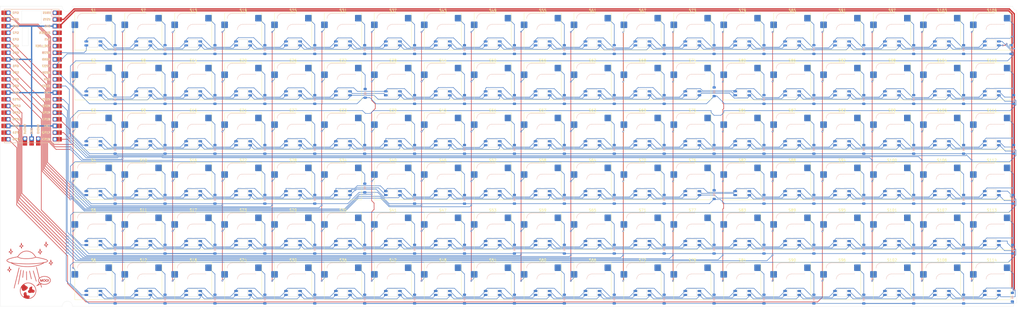
<source format=kicad_pcb>
(kicad_pcb (version 20240108) (generator "pcbnew") (generator_version "8.0")
  (title_block (title "UFO Keyboard") (date "2025-07-25") (rev "1"))
  (layers (0 "F.Cu" signal) (31 "B.Cu" signal) (34 "B.Paste" user) (35 "F.Paste" user) (36 "B.SilkS" user "B.Silkscreen") (37 "F.SilkS" user "F.Silkscreen") (38 "B.Mask" user) (39 "F.Mask" user) (44 "Edge.Cuts" user))
  (net 0 "")
  (net 1 "Row 0")
  (net 2 "Net-(D1-A)")
  (net 3 "Row 1")
  (net 4 "Net-(D2-A)")
  (net 5 "Row 2")
  (net 6 "Net-(D3-A)")
  (net 7 "Net-(D4-A)")
  (net 8 "Row 3")
  (net 9 "Net-(D5-A)")
  (net 10 "Row 4")
  (net 11 "Net-(D6-A)")
  (net 12 "Row 5")
  (net 13 "Net-(D7-A)")
  (net 14 "Net-(D8-A)")
  (net 15 "Net-(D9-A)")
  (net 16 "Net-(D10-A)")
  (net 17 "Net-(D11-A)")
  (net 18 "Net-(D12-A)")
  (net 19 "Net-(D13-A)")
  (net 20 "Net-(D14-A)")
  (net 21 "Net-(D15-A)")
  (net 22 "Net-(D16-A)")
  (net 23 "Net-(D17-A)")
  (net 24 "Net-(D18-A)")
  (net 25 "Net-(D19-A)")
  (net 26 "Net-(D20-A)")
  (net 27 "Net-(D21-A)")
  (net 28 "Net-(D22-A)")
  (net 29 "Net-(D23-A)")
  (net 30 "Net-(D24-A)")
  (net 31 "Net-(D25-A)")
  (net 32 "Net-(D26-A)")
  (net 33 "Net-(D27-A)")
  (net 34 "Net-(D28-A)")
  (net 35 "Net-(D29-A)")
  (net 36 "Net-(D30-A)")
  (net 37 "Net-(D31-A)")
  (net 38 "Net-(D32-A)")
  (net 39 "Net-(D33-A)")
  (net 40 "Net-(D34-A)")
  (net 41 "Net-(D35-A)")
  (net 42 "Net-(D36-A)")
  (net 43 "Net-(D37-A)")
  (net 44 "Net-(D38-A)")
  (net 45 "Net-(D39-A)")
  (net 46 "Net-(D40-A)")
  (net 47 "Net-(D41-A)")
  (net 48 "Net-(D42-A)")
  (net 49 "Net-(D43-A)")
  (net 50 "Net-(D44-A)")
  (net 51 "Net-(D45-A)")
  (net 52 "Net-(D46-A)")
  (net 53 "Net-(D47-A)")
  (net 54 "Net-(D48-A)")
  (net 55 "Net-(D49-A)")
  (net 56 "Net-(D50-A)")
  (net 57 "Net-(D51-A)")
  (net 58 "Net-(D52-A)")
  (net 59 "Net-(D53-A)")
  (net 60 "Net-(D54-A)")
  (net 61 "Net-(D55-A)")
  (net 62 "Net-(D56-A)")
  (net 63 "Net-(D57-A)")
  (net 64 "Net-(D58-A)")
  (net 65 "Net-(D59-A)")
  (net 66 "Net-(D60-A)")
  (net 67 "Net-(D61-A)")
  (net 68 "Net-(D62-A)")
  (net 69 "Net-(D63-A)")
  (net 70 "Net-(D64-A)")
  (net 71 "Net-(D65-A)")
  (net 72 "Net-(D66-A)")
  (net 73 "Net-(D67-A)")
  (net 74 "Net-(D68-A)")
  (net 75 "Net-(D69-A)")
  (net 76 "Net-(D70-A)")
  (net 77 "Net-(D71-A)")
  (net 78 "Net-(D72-A)")
  (net 79 "Net-(D73-A)")
  (net 80 "Net-(D74-A)")
  (net 81 "Net-(D75-A)")
  (net 82 "Net-(D76-A)")
  (net 83 "Net-(D77-A)")
  (net 84 "Net-(D78-A)")
  (net 85 "Net-(D79-A)")
  (net 86 "Net-(D80-A)")
  (net 87 "Net-(D81-A)")
  (net 88 "Net-(D82-A)")
  (net 89 "Net-(D83-A)")
  (net 90 "Net-(D84-A)")
  (net 91 "Net-(D85-A)")
  (net 92 "Net-(D86-A)")
  (net 93 "Net-(D87-A)")
  (net 94 "Net-(D88-A)")
  (net 95 "Net-(D89-A)")
  (net 96 "Net-(D90-A)")
  (net 97 "Net-(D91-A)")
  (net 98 "Net-(D92-A)")
  (net 99 "Net-(D93-A)")
  (net 100 "Net-(D94-A)")
  (net 101 "Net-(D95-A)")
  (net 102 "Net-(D96-A)")
  (net 103 "Net-(D97-A)")
  (net 104 "Net-(D98-A)")
  (net 105 "Net-(D99-A)")
  (net 106 "Net-(D100-A)")
  (net 107 "Net-(D101-A)")
  (net 108 "Net-(D102-A)")
  (net 109 "Net-(D103-A)")
  (net 110 "Net-(D104-A)")
  (net 111 "Net-(D105-A)")
  (net 112 "Net-(D106-A)")
  (net 113 "Net-(D107-A)")
  (net 114 "Net-(D108-A)")
  (net 115 "Net-(D109-A)")
  (net 116 "Net-(D110-A)")
  (net 117 "Net-(D111-A)")
  (net 118 "Net-(D112-A)")
  (net 119 "Net-(D113-A)")
  (net 120 "Net-(D114-A)")
  (net 121 "Col 0")
  (net 122 "Col 1")
  (net 123 "Col 2")
  (net 124 "Col 3")
  (net 125 "Col 4")
  (net 126 "Col 5")
  (net 127 "Col 6")
  (net 128 "Col 7")
  (net 129 "Col 8")
  (net 130 "Col 9")
  (net 131 "Col 10")
  (net 132 "Col 11")
  (net 133 "Col 12")
  (net 134 "Col 13")
  (net 135 "Col 14")
  (net 136 "Col 15")
  (net 137 "Col 16")
  (net 138 "Col 17")
  (net 139 "Col 18")
  (net 140 "GND")
  (net 145 "RGB Digital Origin")
  (net 150 "VSYS")
  (net 151 "Net-(D115-DOUT)")
  (net 152 "Net-(D116-DOUT)")
  (net 153 "Net-(D117-DOUT)")
  (net 154 "Net-(D118-DOUT)")
  (net 155 "Net-(D119-DOUT)")
  (net 156 "Net-(D120-DOUT)")
  (net 157 "Net-(D121-DOUT)")
  (net 158 "Net-(D122-DOUT)")
  (net 159 "Net-(D123-DOUT)")
  (net 160 "Net-(D124-DOUT)")
  (net 161 "Net-(D125-DOUT)")
  (net 162 "Net-(D126-DOUT)")
  (net 163 "Net-(D127-DOUT)")
  (net 164 "Net-(D128-DOUT)")
  (net 165 "Net-(D129-DOUT)")
  (net 166 "Net-(D130-DOUT)")
  (net 167 "Net-(D131-DOUT)")
  (net 168 "Net-(D132-DOUT)")
  (net 169 "Net-(D133-DOUT)")
  (net 170 "Net-(D134-DOUT)")
  (net 171 "Net-(D135-DOUT)")
  (net 172 "Net-(D136-DOUT)")
  (net 173 "Net-(D137-DOUT)")
  (net 174 "Net-(D138-DOUT)")
  (net 175 "Net-(D139-DOUT)")
  (net 176 "Net-(D140-DOUT)")
  (net 177 "Net-(D141-DOUT)")
  (net 178 "Net-(D142-DOUT)")
  (net 179 "Net-(D143-DOUT)")
  (net 180 "Net-(D144-DOUT)")
  (net 181 "Net-(D145-DOUT)")
  (net 182 "Net-(D146-DOUT)")
  (net 183 "Net-(D147-DOUT)")
  (net 184 "Net-(D148-DOUT)")
  (net 185 "Net-(D149-DOUT)")
  (net 186 "Net-(D150-DOUT)")
  (net 187 "Net-(D151-DOUT)")
  (net 188 "Net-(D152-DIN)")
  (net 189 "Net-(D152-DOUT)")
  (net 190 "Net-(D153-DOUT)")
  (net 191 "Net-(D154-DOUT)")
  (net 192 "Net-(D155-DOUT)")
  (net 193 "Net-(D156-DOUT)")
  (net 194 "Net-(D157-DOUT)")
  (net 195 "Net-(D158-DOUT)")
  (net 196 "Net-(D159-DOUT)")
  (net 197 "Net-(D160-DOUT)")
  (net 198 "Net-(D161-DOUT)")
  (net 199 "Net-(D162-DOUT)")
  (net 200 "Net-(D163-DOUT)")
  (net 201 "Net-(D164-DOUT)")
  (net 202 "Net-(D165-DOUT)")
  (net 203 "Net-(D166-DOUT)")
  (net 204 "Net-(D167-DOUT)")
  (net 205 "Net-(D168-DOUT)")
  (net 206 "Net-(D169-DOUT)")
  (net 207 "Net-(D170-DOUT)")
  (net 208 "Net-(D171-DOUT)")
  (net 209 "Net-(D172-DOUT)")
  (net 210 "Net-(D173-DOUT)")
  (net 211 "Net-(D174-DOUT)")
  (net 212 "Net-(D175-DOUT)")
  (net 213 "Net-(D176-DOUT)")
  (net 214 "Net-(D177-DOUT)")
  (net 215 "Net-(D178-DOUT)")
  (net 216 "Net-(D179-DOUT)")
  (net 217 "Net-(D180-DOUT)")
  (net 218 "Net-(D181-DOUT)")
  (net 219 "Net-(D182-DOUT)")
  (net 220 "Net-(D183-DOUT)")
  (net 221 "Net-(D184-DOUT)")
  (net 222 "Net-(D186-DOUT)")
  (net 223 "Net-(D187-DOUT)")
  (net 224 "Net-(D188-DOUT)")
  (net 225 "Net-(D188-DIN)")
  (net 226 "Net-(D189-DOUT)")
  (net 227 "Net-(D190-DOUT)")
  (net 228 "Net-(D191-DOUT)")
  (net 229 "Net-(D192-DOUT)")
  (net 230 "Net-(D193-DOUT)")
  (net 231 "Net-(D194-DOUT)")
  (net 232 "Net-(D195-DOUT)")
  (net 233 "Net-(D196-DOUT)")
  (net 234 "Net-(D197-DOUT)")
  (net 235 "Net-(D198-DOUT)")
  (net 236 "Net-(D199-DOUT)")
  (net 237 "Net-(D200-DOUT)")
  (net 238 "Net-(D201-DOUT)")
  (net 239 "Net-(D202-DOUT)")
  (net 240 "Net-(D203-DOUT)")
  (net 241 "Net-(D204-DOUT)")
  (net 242 "Net-(D205-DOUT)")
  (net 243 "Net-(D206-DOUT)")
  (net 244 "Net-(D207-DOUT)")
  (net 245 "Net-(D208-DOUT)")
  (net 246 "Net-(D209-DOUT)")
  (net 247 "Net-(D210-DOUT)")
  (net 248 "Net-(D211-DOUT)")
  (net 249 "Net-(D212-DOUT)")
  (net 250 "Net-(D213-DOUT)")
  (net 251 "Net-(D214-DOUT)")
  (net 252 "Net-(D215-DOUT)")
  (net 253 "Net-(D216-DOUT)")
  (net 254 "Net-(D217-DOUT)")
  (net 255 "Net-(D218-DOUT)")
  (net 256 "Net-(D219-DOUT)")
  (net 257 "Net-(D220-DOUT)")
  (net 258 "Net-(D222-DOUT)")
  (net 259 "Net-(D223-DOUT)")
  (net 260 "Net-(D224-DOUT)")
  (net 261 "Net-(D225-DOUT)")
  (net 262 "Net-(D226-DOUT)")
  (net 263 "Net-(D227-DOUT)")
  (footprint "ScottoKeebs_Hotswap:Hotswap_MX_1.00u" (layer "F.Cu") (at 130.986769 124.031911)
    (property "Reference" "S30")
    (property "Value" "Keyswitch")
  )
  (footprint "ScottoKeebs_Hotswap:Hotswap_MX_1.00u" (layer "F.Cu") (at 283.386769 104.981911)
    (property "Reference" "S77")
    (property "Value" "Keyswitch")
  )
  (footprint "ScottoKeebs_Hotswap:Hotswap_MX_1.00u" (layer "F.Cu") (at 264.336769 47.831911)
    (property "Reference" "S68")
    (property "Value" "Keyswitch")
  )
  (footprint "MountingHole:MountingHole_4mm" (layer "F.Cu") (at 159.55 95.45)
    (property "Reference" "REF**" (hide yes))
    (property "Value" "MountingHole_4mm")
  )
  (footprint "ScottoKeebs_Hotswap:Hotswap_MX_1.00u" (layer "F.Cu") (at 150.036769 124.031911)
    (property "Reference" "S36")
    (property "Value" "Keyswitch")
  )
  (footprint "ScottoKeebs_Hotswap:Hotswap_MX_1.00u" (layer "F.Cu") (at 207.186769 47.831911)
    (property "Reference" "S50")
    (property "Value" "Keyswitch")
  )
  (footprint "ScottoKeebs_Hotswap:Hotswap_MX_1.00u" (layer "F.Cu") (at 340.536769 124.031911)
    (property "Reference" "S96")
    (property "Value" "Keyswitch")
  )
  (footprint "ScottoKeebs_Hotswap:Hotswap_MX_1.00u" (layer "F.Cu") (at 150.036769 28.781911)
    (property "Reference" "S31")
    (property "Value" "Keyswitch")
  )
  (footprint "ScottoKeebs_Hotswap:Hotswap_MX_1.00u" (layer "F.Cu") (at 302.436769 104.981911)
    (property "Reference" "S83")
    (property "Value" "Keyswitch")
  )
  (footprint "ScottoKeebs_Hotswap:Hotswap_MX_1.00u" (layer "F.Cu") (at 207.186769 85.931911)
    (property "Reference" "S52")
    (property "Value" "Keyswitch")
  )
  (footprint "ScottoKeebs_Hotswap:Hotswap_MX_1.00u" (layer "F.Cu") (at 73.836769 47.831911)
    (property "Reference" "S8")
    (property "Value" "Keyswitch")
  )
  (footprint "ScottoKeebs_Hotswap:Hotswap_MX_1.00u" (layer "F.Cu") (at 226.236769 85.931911)
    (property "Reference" "S58")
    (property "Value" "Keyswitch")
  )
  (footprint "ScottoKeebs_Hotswap:Hotswap_MX_1.00u" (layer "F.Cu") (at 340.536769 47.831911)
    (property "Reference" "S92")
    (property "Value" "Keyswitch")
  )
  (footprint "ScottoKeebs_Hotswap:Hotswap_MX_1.00u" (layer "F.Cu") (at 73.836769 124.031911)
    (property "Reference" "S12")
    (property "Value" "Keyswitch")
  )
  (footprint "ScottoKeebs_Hotswap:Hotswap_MX_1.00u" (layer "F.Cu") (at 321.486769 104.981911)
    (property "Reference" "S89")
    (property "Value" "Keyswitch")
  )
  (footprint "ScottoKeebs_Hotswap:Hotswap_MX_1.00u" (layer "F.Cu") (at 150.036769 47.831911)
    (property "Reference" "S32")
    (property "Value" "Keyswitch")
  )
  (footprint "ScottoKeebs_Hotswap:Hotswap_MX_1.00u" (layer "F.Cu") (at 150.036769 85.931911)
    (property "Reference" "S34")
    (property "Value" "Keyswitch")
  )
  (footprint "ScottoKeebs_Hotswap:Hotswap_MX_1.00u" (layer "F.Cu") (at 111.936769 47.831911)
    (property "Reference" "S20")
    (property "Value" "Keyswitch")
  )
  (footprint "ScottoKeebs_MCU:Raspberry_Pi_Pico" (layer "F.Cu") (at 31.19 45.79)
    (property "Reference" "U1" (hide yes))
    (property "Value" "Raspberry_Pi_Pico" (hide yes))
  )
  (footprint "ScottoKeebs_Hotswap:Hotswap_MX_1.00u" (layer "F.Cu") (at 359.586769 104.981911)
    (property "Reference" "S101")
    (property "Value" "Keyswitch")
  )
  (footprint "ScottoKeebs_Hotswap:Hotswap_MX_1.00u" (layer "F.Cu") (at 169.086769 66.881911)
    (property "Reference" "S39")
    (property "Value" "Keyswitch")
  )
  (footprint "ScottoKeebs_Hotswap:Hotswap_MX_1.00u" (layer "F.Cu") (at 111.936769 66.881911)
    (property "Reference" "S21")
    (property "Value" "Keyswitch")
  )
  (footprint "ScottoKeebs_Hotswap:Hotswap_MX_1.00u" (layer "F.Cu") (at 321.486769 124.031911)
    (property "Reference" "S90")
    (property "Value" "Keyswitch")
  )
  (footprint "ScottoKeebs_Hotswap:Hotswap_MX_1.00u" (layer "F.Cu") (at 54.786769 47.831911)
    (property "Reference" "S2")
    (property "Value" "Keyswitch")
  )
  (footprint "ScottoKeebs_Hotswap:Hotswap_MX_1.00u" (layer "F.Cu") (at 359.586769 47.831911)
    (property "Reference" "S98")
    (property "Value" "Keyswitch")
  )
  (footprint "ScottoKeebs_Hotswap:Hotswap_MX_1.00u" (layer "F.Cu") (at 54.786769 85.931911)
    (property "Reference" "S4")
    (property "Value" "Keyswitch")
  )
  (footprint "ScottoKeebs_Hotswap:Hotswap_MX_1.00u" (layer "F.Cu") (at 302.436769 124.031911)
    (property "Reference" "S84")
    (property "Value" "Keyswitch")
  )
  (footprint "ScottoKeebs_Hotswap:Hotswap_MX_1.00u" (layer "F.Cu") (at 169.086769 28.781911)
    (property "Reference" "S37")
    (property "Value" "Keyswitch")
  )
  (footprint "ScottoKeebs_Hotswap:Hotswap_MX_1.00u" (layer "F.Cu") (at 283.386769 28.781911)
    (property "Reference" "S73")
    (property "Value" "Keyswitch")
  )
  (footprint "ScottoKeebs_Hotswap:Hotswap_MX_1.00u" (layer "F.Cu") (at 397.686769 124.031911)
    (property "Reference" "S114")
    (property "Value" "Keyswitch")
  )
  (footprint "ScottoKeebs_Hotswap:Hotswap_MX_1.00u" (layer "F.Cu") (at 378.636769 85.931911)
    (property "Reference" "S106")
    (property "Value" "Keyswitch")
  )
  (footprint "ScottoKeebs_Hotswap:Hotswap_MX_1.00u" (layer "F.Cu") (at 54.786769 104.981911)
    (property "Reference" "S5")
    (property "Value" "Keyswitch")
  )
  (footprint "ScottoKeebs_Hotswap:Hotswap_MX_1.00u" (layer "F.Cu") (at 188.136769 104.981911)
    (property "Reference" "S47")
    (property "Value" "Keyswitch")
  )
  (footprint "ScottoKeebs_Hotswap:Hotswap_MX_1.00u" (layer "F.Cu") (at 245.286769 104.981911)
    (property "Reference" "S65")
    (property "Value" "Keyswitch")
  )
  (footprint "ScottoKeebs_Hotswap:Hotswap_MX_1.00u" (layer "F.Cu") (at 54.786769 124.031911)
    (property "Reference" "S6")
    (property "Value" "Keyswitch")
  )
  (footprint "ScottoKeebs_Hotswap:Hotswap_MX_1.00u" (layer "F.Cu") (at 378.636769 124.031911)
    (property "Reference" "S108")
    (property "Value" "Keyswitch")
  )
  (footprint "ScottoKeebs_Hotswap:Hotswap_MX_1.00u" (layer "F.Cu") (at 302.436769 66.881911)
    (property "Reference" "S81")
    (property "Value" "Keyswitch")
  )
  (footprint "ScottoKeebs_Hotswap:Hotswap_MX_1.00u" (layer "F.Cu") (at 207.186769 66.881911)
    (property "Reference" "S51")
    (property "Value" "Keyswitch")
  )
  (footprint "ScottoKeebs_Hotswap:Hotswap_MX_1.00u" (layer "F.Cu") (at 73.836769 66.881911)
    (property "Reference" "S9")
    (property "Value" "Keyswitch")
  )
  (footprint "ScottoKeebs_Hotswap:Hotswap_MX_1.00u" (layer "F.Cu") (at 226.236769 28.781911)
    (property "Reference" "S55")
    (property "Value" "Keyswitch")
  )
  (footprint "ScottoKeebs_Hotswap:Hotswap_MX_1.00u" (layer "F.Cu") (at 207.186769 104.981911)
    (property "Reference" "S53")
    (property "Value" "Keyswitch")
  )
  (footprint "ScottoKeebs_Hotswap:Hotswap_MX_1.00u" (layer "F.Cu") (at 245.286769 28.781911)
    (property "Reference" "S61")
    (property "Value" "Keyswitch")
  )
  (footprint "ScottoKeebs_Hotswap:Hotswap_MX_1.00u" (layer "F.Cu") (at 54.786769 28.781911)
    (property "Reference" "S1")
    (property "Value" "Keyswitch")
  )
  (footprint "ScottoKeebs_Hotswap:Hotswap_MX_1.00u" (layer "F.Cu") (at 283.386769 66.881911)
    (property "Reference" "S75")
    (property "Value" "Keyswitch")
  )
  (footprint "ScottoKeebs_Hotswap:Hotswap_MX_1.00u" (layer "F.Cu") (at 264.336769 104.981911)
    (property "Reference" "S71")
    (property "Value" "Keyswitch")
  )
  (footprint "ScottoKeebs_Hotswap:Hotswap_MX_1.00u" (layer "F.Cu") (at 207.186769 124.031911)
    (property "Reference" "S54")
    (property "Value" "Keyswitch")
  )
  (footprint "ScottoKeebs_Hotswap:Hotswap_MX_1.00u" (layer "F.Cu") (at 92.886769 104.981911)
    (property "Reference" "S17")
    (property "Value" "Keyswitch")
  )
  (footprint "ScottoKeebs_Hotswap:Hotswap_MX_1.00u" (layer "F.Cu") (at 188.136769 85.931911)
    (property "Reference" "S46")
    (property "Value" "Keyswitch")
  )
  (footprint "ScottoKeebs_Hotswap:Hotswap_MX_1.00u" (layer "F.Cu") (at 111.936769 28.781911)
    (property "Reference" "S19")
    (property "Value" "Keyswitch")
  )
  (footprint "ScottoKeebs_Hotswap:Hotswap_MX_1.00u" (layer "F.Cu") (at 340.536769 104.981911)
    (property "Reference" "S95")
    (property "Value" "Keyswitch")
  )
  (footprint "ScottoKeebs_Hotswap:Hotswap_MX_1.00u" (layer "F.Cu") (at 130.986769 104.981911)
    (property "Reference" "S29")
    (property "Value" "Keyswitch")
  )
  (footprint "ScottoKeebs_Hotswap:Hotswap_MX_1.00u" (layer "F.Cu") (at 340.536769 28.781911)
    (property "Reference" "S91")
    (property "Value" "Keyswitch")
  )
  (footprint "ScottoKeebs_Hotswap:Hotswap_MX_1.00u" (layer "F.Cu") (at 283.386769 124.031911)
    (property "Reference" "S78")
    (property "Value" "Keyswitch")
  )
  (footprint "ScottoKeebs_Hotswap:Hotswap_MX_1.00u" (layer "F.Cu") (at 378.636769 104.981911)
    (property "Reference" "S107")
    (property "Value" "Keyswitch")
  )
  (footprint "ScottoKeebs_Hotswap:Hotswap_MX_1.00u" (layer "F.Cu") (at 111.936769 124.031911)
    (property "Reference" "S24")
    (property "Value" "Keyswitch")
  )
  (footprint "ScottoKeebs_Hotswap:Hotswap_MX_1.00u" (layer "F.Cu") (at 92.886769 85.931911)
    (property "Reference" "S16")
    (property "Value" "Keyswitch")
  )
  (footprint "ScottoKeebs_Hotswap:Hotswap_MX_1.00u" (layer "F.Cu") (at 264.336769 124.031911)
    (property "Reference" "S72")
    (property "Value" "Keyswitch")
  )
  (footprint "ScottoKeebs_Hotswap:Hotswap_MX_1.00u" (layer "F.Cu") (at 92.886769 124.031911)
    (property "Reference" "S18")
    (property "Value" "Keyswitch")
  )
  (footprint "ScottoKeebs_Hotswap:Hotswap_MX_1.00u" (layer "F.Cu") (at 130.986769 47.831911)
    (property "Reference" "S26")
    (property "Value" "Keyswitch")
  )
  (footprint "ScottoKeebs_Hotswap:Hotswap_MX_1.00u" (layer "F.Cu") (at 245.286769 47.831911)
    (property "Reference" "S62")
    (property "Value" "Keyswitch")
  )
  (footprint "ScottoKeebs_Hotswap:Hotswap_MX_1.00u" (layer "F.Cu") (at 169.086769 104.981911)
    (property "Reference" "S41")
    (property "Value" "Keyswitch")
  )
  (footprint "ScottoKeebs_Hotswap:Hotswap_MX_1.00u" (layer "F.Cu") (at 340.536769 85.931911)
    (property "Reference" "S94")
    (property "Value" "Keyswitch")
  )
  (footprint "ScottoKeebs_Hotswap:Hotswap_MX_1.00u" (layer "F.Cu") (at 226.236769 124.031911)
    (property "Reference" "S60")
    (property "Value" "Keyswitch")
  )
  (footprint "ScottoKeebs_Hotswap:Hotswap_MX_1.00u" (layer "F.Cu") (at 130.986769 28.781911)
    (property "Reference" "S25")
    (property "Value" "Keyswitch")
  )
  (footprint "ScottoKeebs_Hotswap:Hotswap_MX_1.00u" (layer "F.Cu") (at 397.686769 85.931911)
    (property "Reference" "S112")
    (property "Value" "Keyswitch")
  )
  (footprint "ScottoKeebs_Hotswap:Hotswap_MX_1.00u" (layer "F.Cu") (at 302.436769 85.931911)
    (property "Reference" "S82")
    (property "Value" "Keyswitch")
  )
  (footprint "ScottoKeebs_Hotswap:Hotswap_MX_1.00u" (layer "F.Cu") (at 188.136769 47.831911)
    (property "Reference" "S44")
    (property "Value" "Keyswitch")
  )
  (footprint "ScottoKeebs_Hotswap:Hotswap_MX_1.00u" (layer "F.Cu") (at 226.236769 104.981911)
    (property "Reference" "S59")
    (property "Value" "Keyswitch")
  )
  (footprint "ScottoKeebs_Hotswap:Hotswap_MX_1.00u" (layer "F.Cu") (at 111.936769 85.931911)
    (property "Reference" "S22")
    (property "Value" "Keyswitch")
  )
  (footprint "ScottoKeebs_Hotswap:Hotswap_MX_1.00u" (layer "F.Cu") (at 397.686769 104.981911)
    (property "Reference" "S113")
    (property "Value" "Keyswitch")
  )
  (footprint "ScottoKeebs_Hotswap:Hotswap_MX_1.00u" (layer "F.Cu") (at 378.636769 66.881911)
    (property "Reference" "S105")
    (property "Value" "Keyswitch")
  )
  (footprint "ScottoKeebs_Hotswap:Hotswap_MX_1.00u" (layer "F.Cu") (at 111.936769 104.981911)
    (property "Reference" "S23")
    (property "Value" "Keyswitch")
  )
  (footprint "ScottoKeebs_Hotswap:Hotswap_MX_1.00u" (layer "F.Cu") (at 188.136769 66.881911)
    (property "Reference" "S45")
    (property "Value" "Keyswitch")
  )
  (footprint "ScottoKeebs_Hotswap:Hotswap_MX_1.00u" (layer "F.Cu") (at 54.786769 66.881911)
    (property "Reference" "S3")
    (property "Value" "Keyswitch")
  )
  (footprint "ScottoKeebs_Hotswap:Hotswap_MX_1.00u" (layer "F.Cu") (at 188.136769 28.781911)
    (property "Reference" "S43")
    (property "Value" "Keyswitch")
  )
  (footprint "ScottoKeebs_Hotswap:Hotswap_MX_1.00u" (layer "F.Cu") (at 245.286769 66.881911)
    (property "Reference" "S63")
    (property "Value" "Keyswitch")
  )
  (footprint "ScottoKeebs_Hotswap:Hotswap_MX_1.00u" (layer "F.Cu") (at 130.986769 66.881911)
    (property "Reference" "S27")
    (property "Value" "Keyswitch")
  )
  (footprint "ScottoKeebs_Hotswap:Hotswap_MX_1.00u" (layer "F.Cu") (at 150.036769 104.981911)
    (property "Reference" "S35")
    (property "Value" "Keyswitch")
  )
  (footprint "ScottoKeebs_Hotswap:Hotswap_MX_1.00u" (layer "F.Cu") (at 169.086769 47.831911)
    (property "Reference" "S38")
    (property "Value" "Keyswitch")
  )
  (footprint "ScottoKeebs_Hotswap:Hotswap_MX_1.00u" (layer "F.Cu") (at 245.286769 124.031911)
    (property "Reference" "S66")
    (property "Value" "Keyswitch")
  )
  (footprint "ScottoKeebs_Hotswap:Hotswap_MX_1.00u" (layer "F.Cu") (at 245.286769 85.931911)
    (property "Reference" "S64")
    (property "Value" "Keyswitch")
  )
  (footprint "ScottoKeebs_Hotswap:Hotswap_MX_1.00u" (layer "F.Cu") (at 73.836769 85.931911)
    (property "Reference" "S10")
    (property "Value" "Keyswitch")
  )
  (footprint "ScottoKeebs_Hotswap:Hotswap_MX_1.00u" (layer "F.Cu") (at 378.636769 47.831911)
    (property "Reference" "S104")
    (property "Value" "Keyswitch")
  )
  (footprint "ScottoKeebs_Hotswap:Hotswap_MX_1.00u" (layer "F.Cu") (at 264.336769 28.781911)
    (property "Reference" "S67")
    (property "Value" "Keyswitch")
  )
  (footprint "ScottoKeebs_Hotswap:Hotswap_MX_1.00u" (layer "F.Cu") (at 359.586769 124.031911)
    (property "Reference" "S102")
    (property "Value" "Keyswitch")
  )
  (footprint "ScottoKeebs_Hotswap:Hotswap_MX_1.00u" (layer "F.Cu") (at 226.236769 47.831911)
    (property "Reference" "S56")
    (property "Value" "Keyswitch")
  )
  (footprint "ScottoKeebs_Hotswap:Hotswap_MX_1.00u" (layer "F.Cu") (at 302.436769 47.831911)
    (property "Reference" "S80")
    (property "Value" "Keyswitch")
  )
  (footprint "ScottoKeebs_Hotswap:Hotswap_MX_1.00u" (layer "F.Cu") (at 321.486769 47.831911)
    (property "Reference" "S86")
    (property "Value" "Keyswitch")
  )
  (footprint "ScottoKeebs_Hotswap:Hotswap_MX_1.00u" (layer "F.Cu") (at 169.086769 124.031911)
    (property "Reference" "S42")
    (property "Value" "Keyswitch")
  )
  (footprint "ScottoKeebs_Hotswap:Hotswap_MX_1.00u" (layer "F.Cu") (at 359.586769 28.781911)
    (property "Reference" "S97")
    (property "Value" "Keyswitch")
  )
  (footprint "ScottoKeebs_Hotswap:Hotswap_MX_1.00u" (layer "F.Cu") (at 283.386769 85.931911)
    (property "Reference" "S76")
    (property "Value" "Keyswitch")
  )
  (footprint "ScottoKeebs_Hotswap:Hotswap_MX_1.00u" (layer "F.Cu") (at 130.986769 85.931911)
    (property "Reference" "S28")
    (property "Value" "Keyswitch")
  )
  (footprint "ScottoKeebs_Hotswap:Hotswap_MX_1.00u" (layer "F.Cu") (at 92.886769 47.831911)
    (property "Reference" "S14")
    (property "Value" "Keyswitch")
  )
  (footprint "ScottoKeebs_Hotswap:Hotswap_MX_1.00u" (layer "F.Cu") (at 150.036769 66.881911)
    (property "Reference" "S33")
    (property "Value" "Keyswitch")
  )
  (footprint "ScottoKeebs_Hotswap:Hotswap_MX_1.00u" (layer "F.Cu") (at 302.436769 28.781911)
    (property "Reference" "S79")
    (property "Value" "Keyswitch")
  )
  (footprint "MountingHole:MountingHole_4mm" (layer "F.Cu") (at 292.9 95.45)
    (property "Reference" "REF**" (hide yes))
    (property "Value" "MountingHole_4mm")
  )
  (footprint "ScottoKeebs_Hotswap:Hotswap_MX_1.00u" (layer "F.Cu") (at 359.586769 85.931911)
    (property "Reference" "S100")
    (property "Value" "Keyswitch")
  )
  (footprint "UFO:ufo abducting cow" (layer "F.Cu") (at 29.925961 121.723003)
    (property "Reference" "G***" (hide yes))
    (property "Value" "LOGO" (hide yes))
  )
  (footprint "ScottoKeebs_Hotswap:Hotswap_MX_1.00u" (layer "F.Cu") (at 226.236769 66.881911)
    (property "Reference" "S57")
    (property "Value" "Keyswitch")
  )
  (footprint "ScottoKeebs_Hotswap:Hotswap_MX_1.00u" (layer "F.Cu") (at 264.336769 85.931911)
    (property "Reference" "S70")
    (property "Value" "Keyswitch")
  )
  (footprint "ScottoKeebs_Hotswap:Hotswap_MX_1.00u" (layer "F.Cu") (at 73.836769 104.981911)
    (property "Reference" "S11")
    (property "Value" "Keyswitch")
  )
  (footprint "ScottoKeebs_Hotswap:Hotswap_MX_1.00u" (layer "F.Cu") (at 321.486769 85.931911)
    (property "Reference" "S88")
    (property "Value" "Keyswitch")
  )
  (footprint "ScottoKeebs_Hotswap:Hotswap_MX_1.00u" (layer "F.Cu") (at 378.636769 28.781911)
    (property "Reference" "S103")
    (property "Value" "Keyswitch")
  )
  (footprint "ScottoKeebs_Hotswap:Hotswap_MX_1.00u" (layer "F.Cu") (at 397.686769 28.781911)
    (property "Reference" "S109")
    (property "Value" "Keyswitch")
  )
  (footprint "ScottoKeebs_Hotswap:Hotswap_MX_1.00u" (layer "F.Cu") (at 169.086769 85.931911)
    (property "Reference" "S40")
    (property "Value" "Keyswitch")
  )
  (footprint "UFO:ufo abducting cow" (layer "F.Cu") (at 29.925961 121.723003)
    (property "Reference" "G***" (hide yes))
    (property "Value" "LOGO" (hide yes))
  )
  (footprint "ScottoKeebs_Hotswap:Hotswap_MX_1.00u" (layer "F.Cu") (at 321.486769 66.881911)
    (property "Reference" "S87")
    (property "Value" "Keyswitch")
  )
  (footprint "ScottoKeebs_Hotswap:Hotswap_MX_1.00u" (layer "F.Cu") (at 188.136769 124.031911)
    (property "Reference" "S48")
    (property "Value" "Keyswitch")
  )
  (footprint "ScottoKeebs_Hotswap:Hotswap_MX_1.00u" (layer "F.Cu") (at 340.536769 66.881911)
    (property "Reference" "S93")
    (property "Value" "Keyswitch")
  )
  (footprint "ScottoKeebs_Hotswap:Hotswap_MX_1.00u" (layer "F.Cu") (at 92.886769 66.881911)
    (property "Reference" "S15")
    (property "Value" "Keyswitch")
  )
  (footprint "ScottoKeebs_Hotswap:Hotswap_MX_1.00u" (layer "F.Cu") (at 73.836769 28.781911)
    (property "Reference" "S7")
    (property "Value" "Keyswitch")
  )
  (footprint "ScottoKeebs_Hotswap:Hotswap_MX_1.00u" (layer "F.Cu") (at 92.886769 28.781911)
    (property "Reference" "S13")
    (property "Value" "Keyswitch")
  )
  (footprint "ScottoKeebs_Hotswap:Hotswap_MX_1.00u" (layer "F.Cu") (at 283.386769 47.831911)
    (property "Reference" "S74")
    (property "Value" "Keyswitch")
  )
  (footprint "MountingHole:MountingHole_4mm" (layer "F.Cu") (at 159.55 57.35)
    (property "Reference" "REF**" (hide yes))
    (property "Value" "MountingHole_4mm")
  )
  (footprint "ScottoKeebs_Hotswap:Hotswap_MX_1.00u" (layer "F.Cu") (at 207.186769 28.781911)
    (property "Reference" "S49")
    (property "Value" "Keyswitch")
  )
  (footprint "ScottoKeebs_Hotswap:Hotswap_MX_1.00u" (layer "F.Cu") (at 264.336769 66.881911)
    (property "Reference" "S69")
    (property "Value" "Keyswitch")
  )
  (footprint "ScottoKeebs_Hotswap:Hotswap_MX_1.00u" (layer "F.Cu") (at 397.686769 66.881911)
    (property "Reference" "S111")
    (property "Value" "Keyswitch")
  )
  (footprint "ScottoKeebs_Hotswap:Hotswap_MX_1.00u" (layer "F.Cu") (at 321.486769 28.781911)
    (property "Reference" "S85")
    (property "Value" "Keyswitch")
  )
  (footprint "MountingHole:MountingHole_4mm" (layer "F.Cu") (at 292.9 57.35)
    (property "Reference" "REF**" (hide yes))
    (property "Value" "MountingHole_4mm")
  )
  (footprint "ScottoKeebs_Hotswap:Hotswap_MX_1.00u" (layer "F.Cu") (at 397.686769 47.831911)
    (property "Reference" "S110")
    (property "Value" "Keyswitch")
  )
  (footprint "ScottoKeebs_Hotswap:Hotswap_MX_1.00u" (layer "F.Cu") (at 359.586769 66.881911)
    (property "Reference" "S99")
    (property "Value" "Keyswitch")
  )
  (footprint "ScottoKeebs_Components:LED_SK6812MINI" (layer "B.Cu") (at 264.31875 52.3875)
    (property "Reference" "D145" (hide yes))
    (property "Value" "LED_SK6812MINI" (hide yes))
    (fp_line (start -1.7 -1.5) (end -1.7 1.5) (stroke (width 0.12)) (layer "Edge.Cuts"))
    (fp_line (start -1.7 1.5) (end 1.7 1.5) (stroke (width 0.12)) (layer "Edge.Cuts"))
    (fp_line (start 1.7 -1.5) (end -1.7 -1.5) (stroke (width 0.12)) (layer "Edge.Cuts"))
    (fp_line (start 1.7 1.5) (end 1.7 -1.5) (stroke (width 0.12)) (layer "Edge.Cuts"))
  )
  (footprint "ScottoKeebs_Components:Diode_SOD-123" (layer "B.Cu") (at 158.3125 130.9375 90)
    (property "Reference" "D36" (hide yes))
    (property "Value" "Diode")
  )
  (footprint "ScottoKeebs_Components:Diode_SOD-123" (layer "B.Cu") (at 215.4625 130.9375 90)
    (property "Reference" "D54" (hide yes))
    (property "Value" "Diode")
  )
  (footprint "ScottoKeebs_Components:LED_SK6812MINI" (layer "B.Cu") (at 207.16875 71.4375)
    (property "Reference" "D171" (hide yes))
    (property "Value" "LED_SK6812MINI" (hide yes))
    (fp_line (start -1.7 -1.5) (end -1.7 1.5) (stroke (width 0.12)) (layer "Edge.Cuts"))
    (fp_line (start -1.7 1.5) (end 1.7 1.5) (stroke (width 0.12)) (layer "Edge.Cuts"))
    (fp_line (start 1.7 -1.5) (end -1.7 -1.5) (stroke (width 0.12)) (layer "Edge.Cuts"))
    (fp_line (start 1.7 1.5) (end 1.7 -1.5) (stroke (width 0.12)) (layer "Edge.Cuts"))
  )
  (footprint "ScottoKeebs_Components:LED_SK6812MINI" (layer "B.Cu") (at 264.31875 33.3375)
    (property "Reference" "D126" (hide yes))
    (property "Value" "LED_SK6812MINI" (hide yes))
    (fp_line (start -1.7 -1.5) (end -1.7 1.5) (stroke (width 0.12)) (layer "Edge.Cuts"))
    (fp_line (start -1.7 1.5) (end 1.7 1.5) (stroke (width 0.12)) (layer "Edge.Cuts"))
    (fp_line (start 1.7 -1.5) (end -1.7 -1.5) (stroke (width 0.12)) (layer "Edge.Cuts"))
    (fp_line (start 1.7 1.5) (end 1.7 -1.5) (stroke (width 0.12)) (layer "Edge.Cuts"))
  )
  (footprint "ScottoKeebs_Components:Diode_SOD-123" (layer "B.Cu") (at 367.8625 92.8375 90)
    (property "Reference" "D100" (hide yes))
    (property "Value" "Diode")
  )
  (footprint "ScottoKeebs_Components:Diode_SOD-123" (layer "B.Cu") (at 348.8125 54.7375 90)
    (property "Reference" "D92" (hide yes))
    (property "Value" "Diode")
  )
  (footprint "ScottoKeebs_Components:LED_SK6812MINI" (layer "B.Cu") (at 92.86875 52.3875)
    (property "Reference" "D136" (hide yes))
    (property "Value" "LED_SK6812MINI" (hide yes))
    (fp_line (start -1.7 -1.5) (end -1.7 1.5) (stroke (width 0.12)) (layer "Edge.Cuts"))
    (fp_line (start -1.7 1.5) (end 1.7 1.5) (stroke (width 0.12)) (layer "Edge.Cuts"))
    (fp_line (start 1.7 -1.5) (end -1.7 -1.5) (stroke (width 0.12)) (layer "Edge.Cuts"))
    (fp_line (start 1.7 1.5) (end 1.7 -1.5) (stroke (width 0.12)) (layer "Edge.Cuts"))
  )
  (footprint "ScottoKeebs_Components:Diode_SOD-123" (layer "B.Cu") (at 177.3625 54.7375 90)
    (property "Reference" "D38" (hide yes))
    (property "Value" "Diode")
  )
  (footprint "ScottoKeebs_Components:LED_SK6812MINI" (layer "B.Cu") (at 188.11875 90.4875)
    (property "Reference" "D172" (hide yes))
    (property "Value" "LED_SK6812MINI" (hide yes))
    (fp_line (start -1.7 -1.5) (end -1.7 1.5) (stroke (width 0.12)) (layer "Edge.Cuts"))
    (fp_line (start -1.7 1.5) (end 1.7 1.5) (stroke (width 0.12)) (layer "Edge.Cuts"))
    (fp_line (start 1.7 -1.5) (end -1.7 -1.5) (stroke (width 0.12)) (layer "Edge.Cuts"))
    (fp_line (start 1.7 1.5) (end 1.7 -1.5) (stroke (width 0.12)) (layer "Edge.Cuts"))
  )
  (footprint "ScottoKeebs_Components:Diode_SOD-123" (layer "B.Cu") (at 405.65 111.8875 90)
    (property "Reference" "D113" (hide yes))
    (property "Value" "Diode")
  )
  (footprint "ScottoKeebs_Components:LED_SK6812MINI" (layer "B.Cu") (at 92.86875 33.3375)
    (property "Reference" "D117" (hide yes))
    (property "Value" "LED_SK6812MINI" (hide yes))
    (fp_line (start -1.7 -1.5) (end -1.7 1.5) (stroke (width 0.12)) (layer "Edge.Cuts"))
    (fp_line (start -1.7 1.5) (end 1.7 1.5) (stroke (width 0.12)) (layer "Edge.Cuts"))
    (fp_line (start 1.7 -1.5) (end -1.7 -1.5) (stroke (width 0.12)) (layer "Edge.Cuts"))
    (fp_line (start 1.7 1.5) (end 1.7 -1.5) (stroke (width 0.12)) (layer "Edge.Cuts"))
  )
  (footprint "ScottoKeebs_Components:Diode_SOD-123" (layer "B.Cu") (at 291.6625 73.7875 90)
    (property "Reference" "D75" (hide yes))
    (property "Value" "Diode")
  )
  (footprint "ScottoKeebs_Components:Diode_SOD-123" (layer "B.Cu") (at 367.8625 54.7375 90)
    (property "Reference" "D98" (hide yes))
    (property "Value" "Diode")
  )
  (footprint "ScottoKeebs_Components:LED_SK6812MINI" (layer "B.Cu") (at 169.06875 128.5875)
    (property "Reference" "D210" (hide yes))
    (property "Value" "LED_SK6812MINI" (hide yes))
    (fp_line (start -1.7 -1.5) (end -1.7 1.5) (stroke (width 0.12)) (layer "Edge.Cuts"))
    (fp_line (start -1.7 1.5) (end 1.7 1.5) (stroke (width 0.12)) (layer "Edge.Cuts"))
    (fp_line (start 1.7 -1.5) (end -1.7 -1.5) (stroke (width 0.12)) (layer "Edge.Cuts"))
    (fp_line (start 1.7 1.5) (end 1.7 -1.5) (stroke (width 0.12)) (layer "Edge.Cuts"))
  )
  (footprint "ScottoKeebs_Components:Diode_SOD-123" (layer "B.Cu") (at 158.3125 35.6875 90)
    (property "Reference" "D31" (hide yes))
    (property "Value" "Diode")
  )
  (footprint "ScottoKeebs_Components:Diode_SOD-123" (layer "B.Cu") (at 272.6125 35.6875 90)
    (property "Reference" "D67" (hide yes))
    (property "Value" "Diode")
  )
  (footprint "ScottoKeebs_Components:LED_SK6812MINI" (layer "B.Cu") (at 340.51875 109.5375)
    (property "Reference" "D190" (hide yes))
    (property "Value" "LED_SK6812MINI" (hide yes))
    (fp_line (start -1.7 -1.5) (end -1.7 1.5) (stroke (width 0.12)) (layer "Edge.Cuts"))
    (fp_line (start -1.7 1.5) (end 1.7 1.5) (stroke (width 0.12)) (layer "Edge.Cuts"))
    (fp_line (start 1.7 -1.5) (end -1.7 -1.5) (stroke (width 0.12)) (layer "Edge.Cuts"))
    (fp_line (start 1.7 1.5) (end 1.7 -1.5) (stroke (width 0.12)) (layer "Edge.Cuts"))
  )
  (footprint "ScottoKeebs_Components:Diode_SOD-123" (layer "B.Cu") (at 158.3125 73.7875 90)
    (property "Reference" "D33" (hide yes))
    (property "Value" "Diode")
  )
  (footprint "ScottoKeebs_Components:Diode_SOD-123" (layer "B.Cu") (at 139.2625 54.7375 90)
    (property "Reference" "D26" (hide yes))
    (property "Value" "Diode")
  )
  (footprint "ScottoKeebs_Components:Diode_SOD-123" (layer "B.Cu") (at 120.2125 54.7375 90)
    (property "Reference" "D20" (hide yes))
    (property "Value" "Diode")
  )
  (footprint "ScottoKeebs_Components:Diode_SOD-123" (layer "B.Cu") (at 310.7125 130.9375 90)
    (property "Reference" "D84" (hide yes))
    (property "Value" "Diode")
  )
  (footprint "ScottoKeebs_Components:LED_SK6812MINI" (layer "B.Cu") (at 54.76875 90.4875)
    (property "Reference" "D158" (hide yes))
    (property "Value" "LED_SK6812MINI" (hide yes))
    (fp_line (start -1.7 -1.5) (end -1.7 1.5) (stroke (width 0.12)) (layer "Edge.Cuts"))
    (fp_line (start -1.7 1.5) (end 1.7 1.5) (stroke (width 0.12)) (layer "Edge.Cuts"))
    (fp_line (start 1.7 -1.5) (end -1.7 -1.5) (stroke (width 0.12)) (layer "Edge.Cuts"))
    (fp_line (start 1.7 1.5) (end 1.7 -1.5) (stroke (width 0.12)) (layer "Edge.Cuts"))
  )
  (footprint "ScottoKeebs_Components:LED_SK6812MINI" (layer "B.Cu") (at 378.61875 128.5875)
    (property "Reference" "D227" (hide yes))
    (property "Value" "LED_SK6812MINI" (hide yes))
    (fp_line (start -1.7 -1.5) (end -1.7 1.5) (stroke (width 0.12)) (layer "Edge.Cuts"))
    (fp_line (start -1.7 1.5) (end 1.7 1.5) (stroke (width 0.12)) (layer "Edge.Cuts"))
    (fp_line (start 1.7 -1.5) (end -1.7 -1.5) (stroke (width 0.12)) (layer "Edge.Cuts"))
    (fp_line (start 1.7 1.5) (end 1.7 -1.5) (stroke (width 0.12)) (layer "Edge.Cuts"))
  )
  (footprint "ScottoKeebs_Components:LED_SK6812MINI" (layer "B.Cu") (at 111.91875 128.5875)
    (property "Reference" "D204" (hide yes))
    (property "Value" "LED_SK6812MINI" (hide yes))
    (fp_line (start -1.7 -1.5) (end -1.7 1.5) (stroke (width 0.12)) (layer "Edge.Cuts"))
    (fp_line (start -1.7 1.5) (end 1.7 1.5) (stroke (width 0.12)) (layer "Edge.Cuts"))
    (fp_line (start 1.7 -1.5) (end -1.7 -1.5) (stroke (width 0.12)) (layer "Edge.Cuts"))
    (fp_line (start 1.7 1.5) (end 1.7 -1.5) (stroke (width 0.12)) (layer "Edge.Cuts"))
  )
  (footprint "ScottoKeebs_Components:Diode_SOD-123" (layer "B.Cu") (at 367.8625 130.9375 90)
    (property "Reference" "D102" (hide yes))
    (property "Value" "Diode")
  )
  (footprint "ScottoKeebs_Components:Diode_SOD-123" (layer "B.Cu") (at 196.4125 54.7375 90)
    (property "Reference" "D44" (hide yes))
    (property "Value" "Diode")
  )
  (footprint "ScottoKeebs_Components:LED_SK6812MINI" (layer "B.Cu") (at 54.76875 33.3375)
    (property "Reference" "D115" (hide yes))
    (property "Value" "LED_SK6812MINI" (hide yes))
    (fp_line (start -1.7 -1.5) (end -1.7 1.5) (stroke (width 0.12)) (layer "Edge.Cuts"))
    (fp_line (start -1.7 1.5) (end 1.7 1.5) (stroke (width 0.12)) (layer "Edge.Cuts"))
    (fp_line (start 1.7 -1.5) (end -1.7 -1.5) (stroke (width 0.12)) (layer "Edge.Cuts"))
    (fp_line (start 1.7 1.5) (end 1.7 -1.5) (stroke (width 0.12)) (layer "Edge.Cuts"))
  )
  (footprint "ScottoKeebs_Components:Diode_SOD-123" (layer "B.Cu") (at 196.4125 35.6875 90)
    (property "Reference" "D43" (hide yes))
    (property "Value" "Diode")
  )
  (footprint "ScottoKeebs_Components:LED_SK6812MINI" (layer "B.Cu") (at 226.21875 52.3875)
    (property "Reference" "D143" (hide yes))
    (property "Value" "LED_SK6812MINI" (hide yes))
    (fp_line (start -1.7 -1.5) (end -1.7 1.5) (stroke (width 0.12)) (layer "Edge.Cuts"))
    (fp_line (start -1.7 1.5) (end 1.7 1.5) (stroke (width 0.12)) (layer "Edge.Cuts"))
    (fp_line (start 1.7 -1.5) (end -1.7 -1.5) (stroke (width 0.12)) (layer "Edge.Cuts"))
    (fp_line (start 1.7 1.5) (end 1.7 -1.5) (stroke (width 0.12)) (layer "Edge.Cuts"))
  )
  (footprint "ScottoKeebs_Components:Diode_SOD-123" (layer "B.Cu") (at 386.9125 92.8375 90)
    (property "Reference" "D106" (hide yes))
    (property "Value" "Diode")
  )
  (footprint "ScottoKeebs_Components:LED_SK6812MINI" (layer "B.Cu") (at 92.86875 71.4375)
    (property "Reference" "D159" (hide yes))
    (property "Value" "LED_SK6812MINI" (hide yes))
    (fp_line (start -1.7 -1.5) (end -1.7 1.5) (stroke (width 0.12)) (layer "Edge.Cuts"))
    (fp_line (start -1.7 1.5) (end 1.7 1.5) (stroke (width 0.12)) (layer "Edge.Cuts"))
    (fp_line (start 1.7 -1.5) (end -1.7 -1.5) (stroke (width 0.12)) (layer "Edge.Cuts"))
    (fp_line (start 1.7 1.5) (end 1.7 -1.5) (stroke (width 0.12)) (layer "Edge.Cuts"))
  )
  (footprint "ScottoKeebs_Components:LED_SK6812MINI" (layer "B.Cu") (at 188.11875 52.3875)
    (property "Reference" "D141" (hide yes))
    (property "Value" "LED_SK6812MINI" (hide yes))
    (fp_line (start -1.7 -1.5) (end -1.7 1.5) (stroke (width 0.12)) (layer "Edge.Cuts"))
    (fp_line (start -1.7 1.5) (end 1.7 1.5) (stroke (width 0.12)) (layer "Edge.Cuts"))
    (fp_line (start 1.7 -1.5) (end -1.7 -1.5) (stroke (width 0.12)) (layer "Edge.Cuts"))
    (fp_line (start 1.7 1.5) (end 1.7 -1.5) (stroke (width 0.12)) (layer "Edge.Cuts"))
  )
  (footprint "ScottoKeebs_Components:LED_SK6812MINI" (layer "B.Cu") (at 321.46875 52.3875)
    (property "Reference" "D148" (hide yes))
    (property "Value" "LED_SK6812MINI" (hide yes))
    (fp_line (start -1.7 -1.5) (end -1.7 1.5) (stroke (width 0.12)) (layer "Edge.Cuts"))
    (fp_line (start -1.7 1.5) (end 1.7 1.5) (stroke (width 0.12)) (layer "Edge.Cuts"))
    (fp_line (start 1.7 -1.5) (end -1.7 -1.5) (stroke (width 0.12)) (layer "Edge.Cuts"))
    (fp_line (start 1.7 1.5) (end 1.7 -1.5) (stroke (width 0.12)) (layer "Edge.Cuts"))
  )
  (footprint "ScottoKeebs_Components:LED_SK6812MINI" (layer "B.Cu") (at 302.41875 52.3875)
    (property "Reference" "D147" (hide yes))
    (property "Value" "LED_SK6812MINI" (hide yes))
    (fp_line (start -1.7 -1.5) (end -1.7 1.5) (stroke (width 0.12)) (layer "Edge.Cuts"))
    (fp_line (start -1.7 1.5) (end 1.7 1.5) (stroke (width 0.12)) (layer "Edge.Cuts"))
    (fp_line (start 1.7 -1.5) (end -1.7 -1.5) (stroke (width 0.12)) (layer "Edge.Cuts"))
    (fp_line (start 1.7 1.5) (end 1.7 -1.5) (stroke (width 0.12)) (layer "Edge.Cuts"))
  )
  (footprint "ScottoKeebs_Components:Diode_SOD-123" (layer "B.Cu") (at 82.1125 130.9375 90)
    (property "Reference" "D12" (hide yes))
    (property "Value" "Diode")
  )
  (footprint "ScottoKeebs_Components:Diode_SOD-123" (layer "B.Cu") (at 329.7625 111.8875 90)
    (property "Reference" "D89" (hide yes))
    (property "Value" "Diode")
  )
  (footprint "ScottoKeebs_Components:LED_SK6812MINI" (layer "B.Cu") (at 73.81875 128.5875)
    (property "Reference" "D200" (hide yes))
    (property "Value" "LED_SK6812MINI" (hide yes))
    (fp_line (start -1.7 -1.5) (end -1.7 1.5) (stroke (width 0.12)) (layer "Edge.Cuts"))
    (fp_line (start -1.7 1.5) (end 1.7 1.5) (stroke (width 0.12)) (layer "Edge.Cuts"))
    (fp_line (start 1.7 -1.5) (end -1.7 -1.5) (stroke (width 0.12)) (layer "Edge.Cuts"))
    (fp_line (start 1.7 1.5) (end 1.7 -1.5) (stroke (width 0.12)) (layer "Edge.Cuts"))
  )
  (footprint "ScottoKeebs_Components:Diode_SOD-123" (layer "B.Cu") (at 272.6125 111.8875 90)
    (property "Reference" "D71" (hide yes))
    (property "Value" "Diode")
  )
  (footprint "ScottoKeebs_Components:Diode_SOD-123" (layer "B.Cu") (at 101.1625 130.9375 90)
    (property "Reference" "D18" (hide yes))
    (property "Value" "Diode")
  )
  (footprint "ScottoKeebs_Components:Diode_SOD-123" (layer "B.Cu") (at 310.7125 54.7375 90)
    (property "Reference" "D80" (hide yes))
    (property "Value" "Diode")
  )
  (footprint "ScottoKeebs_Components:Diode_SOD-123" (layer "B.Cu") (at 139.2625 92.8375 90)
    (property "Reference" "D28" (hide yes))
    (property "Value" "Diode")
  )
  (footprint "ScottoKeebs_Components:LED_SK6812MINI" (layer "B.Cu") (at 321.46875 128.5875)
    (property "Reference" "D224" (hide yes))
    (property "Value" "LED_SK6812MINI" (hide yes))
    (fp_line (start -1.7 -1.5) (end -1.7 1.5) (stroke (width 0.12)) (layer "Edge.Cuts"))
    (fp_line (start -1.7 1.5) (end 1.7 1.5) (stroke (width 0.12)) (layer "Edge.Cuts"))
    (fp_line (start 1.7 -1.5) (end -1.7 -1.5) (stroke (width 0.12)) (layer "Edge.Cuts"))
    (fp_line (start 1.7 1.5) (end 1.7 -1.5) (stroke (width 0.12)) (layer "Edge.Cuts"))
  )
  (footprint "ScottoKeebs_Components:Diode_SOD-123" (layer "B.Cu") (at 177.3625 92.8375 90)
    (property "Reference" "D40" (hide yes))
    (property "Value" "Diode")
  )
  (footprint "ScottoKeebs_Components:LED_SK6812MINI" (layer "B.Cu") (at 302.41875 109.5375)
    (property "Reference" "D221" (hide yes))
    (property "Value" "LED_SK6812MINI" (hide yes))
    (fp_line (start -1.7 -1.5) (end -1.7 1.5) (stroke (width 0.12)) (layer "Edge.Cuts"))
    (fp_line (start -1.7 1.5) (end 1.7 1.5) (stroke (width 0.12)) (layer "Edge.Cuts"))
    (fp_line (start 1.7 -1.5) (end -1.7 -1.5) (stroke (width 0.12)) (layer "Edge.Cuts"))
    (fp_line (start 1.7 1.5) (end 1.7 -1.5) (stroke (width 0.12)) (layer "Edge.Cuts"))
  )
  (footprint "ScottoKeebs_Components:LED_SK6812MINI" (layer "B.Cu") (at 245.26875 33.3375)
    (property "Reference" "D125" (hide yes))
    (property "Value" "LED_SK6812MINI" (hide yes))
    (fp_line (start -1.7 -1.5) (end -1.7 1.5) (stroke (width 0.12)) (layer "Edge.Cuts"))
    (fp_line (start -1.7 1.5) (end 1.7 1.5) (stroke (width 0.12)) (layer "Edge.Cuts"))
    (fp_line (start 1.7 -1.5) (end -1.7 -1.5) (stroke (width 0.12)) (layer "Edge.Cuts"))
    (fp_line (start 1.7 1.5) (end 1.7 -1.5) (stroke (width 0.12)) (layer "Edge.Cuts"))
  )
  (footprint "ScottoKeebs_Components:LED_SK6812MINI" (layer "B.Cu") (at 226.21875 128.5875)
    (property "Reference" "D216" (hide yes))
    (property "Value" "LED_SK6812MINI" (hide yes))
    (fp_line (start -1.7 -1.5) (end -1.7 1.5) (stroke (width 0.12)) (layer "Edge.Cuts"))
    (fp_line (start -1.7 1.5) (end 1.7 1.5) (stroke (width 0.12)) (layer "Edge.Cuts"))
    (fp_line (start 1.7 -1.5) (end -1.7 -1.5) (stroke (width 0.12)) (layer "Edge.Cuts"))
    (fp_line (start 1.7 1.5) (end 1.7 -1.5) (stroke (width 0.12)) (layer "Edge.Cuts"))
  )
  (footprint "ScottoKeebs_Components:LED_SK6812MINI" (layer "B.Cu") (at 169.06875 109.5375)
    (property "Reference" "D207" (hide yes))
    (property "Value" "LED_SK6812MINI" (hide yes))
    (fp_line (start -1.7 -1.5) (end -1.7 1.5) (stroke (width 0.12)) (layer "Edge.Cuts"))
    (fp_line (start -1.7 1.5) (end 1.7 1.5) (stroke (width 0.12)) (layer "Edge.Cuts"))
    (fp_line (start 1.7 -1.5) (end -1.7 -1.5) (stroke (width 0.12)) (layer "Edge.Cuts"))
    (fp_line (start 1.7 1.5) (end 1.7 -1.5) (stroke (width 0.12)) (layer "Edge.Cuts"))
  )
  (footprint "ScottoKeebs_Components:Diode_SOD-123" (layer "B.Cu") (at 196.4125 130.9375 90)
    (property "Reference" "D48" (hide yes))
    (property "Value" "Diode")
  )
  (footprint "ScottoKeebs_Components:Diode_SOD-123" (layer "B.Cu") (at 348.8125 73.7875 90)
    (property "Reference" "D93" (hide yes))
    (property "Value" "Diode")
  )
  (footprint "ScottoKeebs_Components:LED_SK6812MINI" (layer "B.Cu") (at 92.86875 128.5875)
    (property "Reference" "D202" (hide yes))
    (property "Value" "LED_SK6812MINI" (hide yes))
    (fp_line (start -1.7 -1.5) (end -1.7 1.5) (stroke (width 0.12)) (layer "Edge.Cuts"))
    (fp_line (start -1.7 1.5) (end 1.7 1.5) (stroke (width 0.12)) (layer "Edge.Cuts"))
    (fp_line (start 1.7 -1.5) (end -1.7 -1.5) (stroke (width 0.12)) (layer "Edge.Cuts"))
    (fp_line (start 1.7 1.5) (end 1.7 -1.5) (stroke (width 0.12)) (layer "Edge.Cuts"))
  )
  (footprint "ScottoKeebs_Components:LED_SK6812MINI" (layer "B.Cu") (at 130.96875 128.5875)
    (property "Reference" "D206" (hide yes))
    (property "Value" "LED_SK6812MINI" (hide yes))
    (fp_line (start -1.7 -1.5) (end -1.7 1.5) (stroke (width 0.12)) (layer "Edge.Cuts"))
    (fp_line (start -1.7 1.5) (end 1.7 1.5) (stroke (width 0.12)) (layer "Edge.Cuts"))
    (fp_line (start 1.7 -1.5) (end -1.7 -1.5) (stroke (width 0.12)) (layer "Edge.Cuts"))
    (fp_line (start 1.7 1.5) (end 1.7 -1.5) (stroke (width 0.12)) (layer "Edge.Cuts"))
  )
  (footprint "ScottoKeebs_Components:LED_SK6812MINI" (layer "B.Cu") (at 397.66875 71.4375)
    (property "Reference" "D156" (hide yes))
    (property "Value" "LED_SK6812MINI" (hide yes))
    (fp_line (start -1.7 -1.5) (end -1.7 1.5) (stroke (width 0.12)) (layer "Edge.Cuts"))
    (fp_line (start -1.7 1.5) (end 1.7 1.5) (stroke (width 0.12)) (layer "Edge.Cuts"))
    (fp_line (start 1.7 -1.5) (end -1.7 -1.5) (stroke (width 0.12)) (layer "Edge.Cuts"))
    (fp_line (start 1.7 1.5) (end 1.7 -1.5) (stroke (width 0.12)) (layer "Edge.Cuts"))
  )
  (footprint "ScottoKeebs_Components:LED_SK6812MINI" (layer "B.Cu") (at 92.86875 90.4875)
    (property "Reference" "D162" (hide yes))
    (property "Value" "LED_SK6812MINI" (hide yes))
    (fp_line (start -1.7 -1.5) (end -1.7 1.5) (stroke (width 0.12)) (layer "Edge.Cuts"))
    (fp_line (start -1.7 1.5) (end 1.7 1.5) (stroke (width 0.12)) (layer "Edge.Cuts"))
    (fp_line (start 1.7 -1.5) (end -1.7 -1.5) (stroke (width 0.12)) (layer "Edge.Cuts"))
    (fp_line (start 1.7 1.5) (end 1.7 -1.5) (stroke (width 0.12)) (layer "Edge.Cuts"))
  )
  (footprint "ScottoKeebs_Components:Diode_SOD-123" (layer "B.Cu") (at 215.4625 73.7875 90)
    (property "Reference" "D51" (hide yes))
    (property "Value" "Diode")
  )
  (footprint "ScottoKeebs_Components:Diode_SOD-123" (layer "B.Cu") (at 291.6625 111.8875 90)
    (property "Reference" "D77" (hide yes))
    (property "Value" "Diode")
  )
  (footprint "ScottoKeebs_Components:LED_SK6812MINI" (layer "B.Cu") (at 245.26875 90.4875)
    (property "Reference" "D178" (hide yes))
    (property "Value" "LED_SK6812MINI" (hide yes))
    (fp_line (start -1.7 -1.5) (end -1.7 1.5) (stroke (width 0.12)) (layer "Edge.Cuts"))
    (fp_line (start -1.7 1.5) (end 1.7 1.5) (stroke (width 0.12)) (layer "Edge.Cuts"))
    (fp_line (start 1.7 -1.5) (end -1.7 -1.5) (stroke (width 0.12)) (layer "Edge.Cuts"))
    (fp_line (start 1.7 1.5) (end 1.7 -1.5) (stroke (width 0.12)) (layer "Edge.Cuts"))
  )
  (footprint "ScottoKeebs_Components:Diode_SOD-123" (layer "B.Cu") (at 196.4125 92.86875 90)
    (property "Reference" "D46" (hide yes))
    (property "Value" "Diode")
  )
  (footprint "ScottoKeebs_Components:Diode_SOD-123" (layer "B.Cu") (at 253.5625 130.9375 90)
    (property "Reference" "D66" (hide yes))
    (property "Value" "Diode")
  )
  (footprint "ScottoKeebs_Components:LED_SK6812MINI" (layer "B.Cu") (at 397.66875 52.3875)
    (property "Reference" "D153" (hide yes))
    (property "Value" "LED_SK6812MINI" (hide yes))
    (fp_line (start -1.7 -1.5) (end -1.7 1.5) (stroke (width 0.12)) (layer "Edge.Cuts"))
    (fp_line (start -1.7 1.5) (end 1.7 1.5) (stroke (width 0.12)) (layer "Edge.Cuts"))
    (fp_line (start 1.7 -1.5) (end -1.7 -1.5) (stroke (width 0.12)) (layer "Edge.Cuts"))
    (fp_line (start 1.7 1.5) (end 1.7 -1.5) (stroke (width 0.12)) (layer "Edge.Cuts"))
  )
  (footprint "ScottoKeebs_Components:Diode_SOD-123" (layer "B.Cu") (at 101.1625 92.8375 90)
    (property "Reference" "D16" (hide yes))
    (property "Value" "Diode")
  )
  (footprint "ScottoKeebs_Components:LED_SK6812MINI" (layer "B.Cu") (at 283.36875 128.5875)
    (property "Reference" "D222" (hide yes))
    (property "Value" "LED_SK6812MINI" (hide yes))
    (fp_line (start -1.7 -1.5) (end -1.7 1.5) (stroke (width 0.12)) (layer "Edge.Cuts"))
    (fp_line (start -1.7 1.5) (end 1.7 1.5) (stroke (width 0.12)) (layer "Edge.Cuts"))
    (fp_line (start 1.7 -1.5) (end -1.7 -1.5) (stroke (width 0.12)) (layer "Edge.Cuts"))
    (fp_line (start 1.7 1.5) (end 1.7 -1.5) (stroke (width 0.12)) (layer "Edge.Cuts"))
  )
  (footprint "ScottoKeebs_Components:LED_SK6812MINI" (layer "B.Cu") (at 340.51875 90.4875)
    (property "Reference" "D187" (hide yes))
    (property "Value" "LED_SK6812MINI" (hide yes))
    (fp_line (start -1.7 -1.5) (end -1.7 1.5) (stroke (width 0.12)) (layer "Edge.Cuts"))
    (fp_line (start -1.7 1.5) (end 1.7 1.5) (stroke (width 0.12)) (layer "Edge.Cuts"))
    (fp_line (start 1.7 -1.5) (end -1.7 -1.5) (stroke (width 0.12)) (layer "Edge.Cuts"))
    (fp_line (start 1.7 1.5) (end 1.7 -1.5) (stroke (width 0.12)) (layer "Edge.Cuts"))
  )
  (footprint "ScottoKeebs_Components:Diode_SOD-123" (layer "B.Cu") (at 82.1125 54.7375 90)
    (property "Reference" "D8" (hide yes))
    (property "Value" "Diode")
  )
  (footprint "ScottoKeebs_Components:Diode_SOD-123" (layer "B.Cu") (at 101.1625 54.7375 90)
    (property "Reference" "D14" (hide yes))
    (property "Value" "Diode")
  )
  (footprint "ScottoKeebs_Components:LED_SK6812MINI" (layer "B.Cu") (at 207.16875 52.3875)
    (property "Reference" "D142" (hide yes))
    (property "Value" "LED_SK6812MINI" (hide yes))
    (fp_line (start -1.7 -1.5) (end -1.7 1.5) (stroke (width 0.12)) (layer "Edge.Cuts"))
    (fp_line (start -1.7 1.5) (end 1.7 1.5) (stroke (width 0.12)) (layer "Edge.Cuts"))
    (fp_line (start 1.7 -1.5) (end -1.7 -1.5) (stroke (width 0.12)) (layer "Edge.Cuts"))
    (fp_line (start 1.7 1.5) (end 1.7 -1.5) (stroke (width 0.12)) (layer "Edge.Cuts"))
  )
  (footprint "ScottoKeebs_Components:LED_SK6812MINI" (layer "B.Cu") (at 378.61875 109.5375)
    (property "Reference" "D194" (hide yes))
    (property "Value" "LED_SK6812MINI" (hide yes))
    (fp_line (start -1.7 -1.5) (end -1.7 1.5) (stroke (width 0.12)) (layer "Edge.Cuts"))
    (fp_line (start -1.7 1.5) (end 1.7 1.5) (stroke (width 0.12)) (layer "Edge.Cuts"))
    (fp_line (start 1.7 -1.5) (end -1.7 -1.5) (stroke (width 0.12)) (layer "Edge.Cuts"))
    (fp_line (start 1.7 1.5) (end 1.7 -1.5) (stroke (width 0.12)) (layer "Edge.Cuts"))
  )
  (footprint "ScottoKeebs_Components:Diode_SOD-123" (layer "B.Cu") (at 139.2625 35.6875 90)
    (property "Reference" "D25" (hide yes))
    (property "Value" "Diode")
  )
  (footprint "ScottoKeebs_Components:LED_SK6812MINI" (layer "B.Cu") (at 207.16875 33.3375)
    (property "Reference" "D123" (hide yes))
    (property "Value" "LED_SK6812MINI" (hide yes))
    (fp_line (start -1.7 -1.5) (end -1.7 1.5) (stroke (width 0.12)) (layer "Edge.Cuts"))
    (fp_line (start -1.7 1.5) (end 1.7 1.5) (stroke (width 0.12)) (layer "Edge.Cuts"))
    (fp_line (start 1.7 -1.5) (end -1.7 -1.5) (stroke (width 0.12)) (layer "Edge.Cuts"))
    (fp_line (start 1.7 1.5) (end 1.7 -1.5) (stroke (width 0.12)) (layer "Edge.Cuts"))
  )
  (footprint "ScottoKeebs_Components:Diode_SOD-123" (layer "B.Cu") (at 234.5125 73.7875 90)
    (property "Reference" "D57" (hide yes))
    (property "Value" "Diode")
  )
  (footprint "ScottoKeebs_Components:Diode_SOD-123" (layer "B.Cu") (at 272.6125 130.9375 90)
    (property "Reference" "D72" (hide yes))
    (property "Value" "Diode")
  )
  (footprint "ScottoKeebs_Components:LED_SK6812MINI" (layer "B.Cu") (at 73.81875 33.3375)
    (property "Reference" "D116" (hide yes))
    (property "Value" "LED_SK6812MINI" (hide yes))
    (fp_line (start -1.7 -1.5) (end -1.7 1.5) (stroke (width 0.12)) (layer "Edge.Cuts"))
    (fp_line (start -1.7 1.5) (end 1.7 1.5) (stroke (width 0.12)) (layer "Edge.Cuts"))
    (fp_line (start 1.7 -1.5) (end -1.7 -1.5) (stroke (width 0.12)) (layer "Edge.Cuts"))
    (fp_line (start 1.7 1.5) (end 1.7 -1.5) (stroke (width 0.12)) (layer "Edge.Cuts"))
  )
  (footprint "ScottoKeebs_Components:LED_SK6812MINI" (layer "B.Cu") (at 378.61875 33.3375)
    (property "Reference" "D132" (hide yes))
    (property "Value" "LED_SK6812MINI" (hide yes))
    (fp_line (start -1.7 -1.5) (end -1.7 1.5) (stroke (width 0.12)) (layer "Edge.Cuts"))
    (fp_line (start -1.7 1.5) (end 1.7 1.5) (stroke (width 0.12)) (layer "Edge.Cuts"))
    (fp_line (start 1.7 -1.5) (end -1.7 -1.5) (stroke (width 0.12)) (layer "Edge.Cuts"))
    (fp_line (start 1.7 1.5) (end 1.7 -1.5) (stroke (width 0.12)) (layer "Edge.Cuts"))
  )
  (footprint "ScottoKeebs_Components:LED_SK6812MINI" (layer "B.Cu") (at 340.51875 52.3875)
    (property "Reference" "D149" (hide yes))
    (property "Value" "LED_SK6812MINI" (hide yes))
    (fp_line (start -1.7 -1.5) (end -1.7 1.5) (stroke (width 0.12)) (layer "Edge.Cuts"))
    (fp_line (start -1.7 1.5) (end 1.7 1.5) (stroke (width 0.12)) (layer "Edge.Cuts"))
    (fp_line (start 1.7 -1.5) (end -1.7 -1.5) (stroke (width 0.12)) (layer "Edge.Cuts"))
    (fp_line (start 1.7 1.5) (end 1.7 -1.5) (stroke (width 0.12)) (layer "Edge.Cuts"))
  )
  (footprint "ScottoKeebs_Components:Diode_SOD-123" (layer "B.Cu") (at 310.7125 73.7875 90)
    (property "Reference" "D81" (hide yes))
    (property "Value" "Diode")
  )
  (footprint "ScottoKeebs_Components:LED_SK6812MINI" (layer "B.Cu") (at 73.81875 71.4375)
    (property "Reference" "D157" (hide yes))
    (property "Value" "LED_SK6812MINI" (hide yes))
    (fp_line (start -1.7 -1.5) (end -1.7 1.5) (stroke (width 0.12)) (layer "Edge.Cuts"))
    (fp_line (start -1.7 1.5) (end 1.7 1.5) (stroke (width 0.12)) (layer "Edge.Cuts"))
    (fp_line (start 1.7 -1.5) (end -1.7 -1.5) (stroke (width 0.12)) (layer "Edge.Cuts"))
    (fp_line (start 1.7 1.5) (end 1.7 -1.5) (stroke (width 0.12)) (layer "Edge.Cuts"))
  )
  (footprint "ScottoKeebs_Components:Diode_SOD-123" (layer "B.Cu") (at 253.5625 92.8375 90)
    (property "Reference" "D64" (hide yes))
    (property "Value" "Diode")
  )
  (footprint "ScottoKeebs_Components:Diode_SOD-123" (layer "B.Cu") (at 405.9625 73.7875 90)
    (property "Reference" "D111" (hide yes))
    (property "Value" "Diode")
  )
  (footprint "ScottoKeebs_Components:LED_SK6812MINI" (layer "B.Cu") (at 302.41875 33.3375)
    (property "Reference" "D128" (hide yes))
    (property "Value" "LED_SK6812MINI" (hide yes))
    (fp_line (start -1.7 -1.5) (end -1.7 1.5) (stroke (width 0.12)) (layer "Edge.Cuts"))
    (fp_line (start -1.7 1.5) (end 1.7 1.5) (stroke (width 0.12)) (layer "Edge.Cuts"))
    (fp_line (start 1.7 -1.5) (end -1.7 -1.5) (stroke (width 0.12)) (layer "Edge.Cuts"))
    (fp_line (start 1.7 1.5) (end 1.7 -1.5) (stroke (width 0.12)) (layer "Edge.Cuts"))
  )
  (footprint "ScottoKeebs_Components:LED_SK6812MINI" (layer "B.Cu") (at 283.36875 109.5375)
    (property "Reference" "D219" (hide yes))
    (property "Value" "LED_SK6812MINI" (hide yes))
    (fp_line (start -1.7 -1.5) (end -1.7 1.5) (stroke (width 0.12)) (layer "Edge.Cuts"))
    (fp_line (start -1.7 1.5) (end 1.7 1.5) (stroke (width 0.12)) (layer "Edge.Cuts"))
    (fp_line (start 1.7 -1.5) (end -1.7 -1.5) (stroke (width 0.12)) (layer "Edge.Cuts"))
    (fp_line (start 1.7 1.5) (end 1.7 -1.5) (stroke (width 0.12)) (layer "Edge.Cuts"))
  )
  (footprint "ScottoKeebs_Components:Diode_SOD-123" (layer "B.Cu") (at 253.5625 111.8875 90)
    (property "Reference" "D65" (hide yes))
    (property "Value" "Diode")
  )
  (footprint "ScottoKeebs_Components:Diode_SOD-123" (layer "B.Cu") (at 253.5625 73.7875 90)
    (property "Reference" "D63" (hide yes))
    (property "Value" "Diode")
  )
  (footprint "ScottoKeebs_Components:Diode_SOD-123" (layer "B.Cu") (at 272.6125 92.8375 90)
    (property "Reference" "D70" (hide yes))
    (property "Value" "Diode")
  )
  (footprint "ScottoKeebs_Components:LED_SK6812MINI" (layer "B.Cu") (at 130.96875 52.3875)
    (property "Reference" "D138" (hide yes))
    (property "Value" "LED_SK6812MINI" (hide yes))
    (fp_line (start -1.7 -1.5) (end -1.7 1.5) (stroke (width 0.12)) (layer "Edge.Cuts"))
    (fp_line (start -1.7 1.5) (end 1.7 1.5) (stroke (width 0.12)) (layer "Edge.Cuts"))
    (fp_line (start 1.7 -1.5) (end -1.7 -1.5) (stroke (width 0.12)) (layer "Edge.Cuts"))
    (fp_line (start 1.7 1.5) (end 1.7 -1.5) (stroke (width 0.12)) (layer "Edge.Cuts"))
  )
  (footprint "ScottoKeebs_Components:Diode_SOD-123" (layer "B.Cu") (at 82.1125 111.8875 90)
    (property "Reference" "D11" (hide yes))
    (property "Value" "Diode")
  )
  (footprint "ScottoKeebs_Components:LED_SK6812MINI" (layer "B.Cu") (at 359.56875 128.5875)
    (property "Reference" "D226" (hide yes))
    (property "Value" "LED_SK6812MINI" (hide yes))
    (fp_line (start -1.7 -1.5) (end -1.7 1.5) (stroke (width 0.12)) (layer "Edge.Cuts"))
    (fp_line (start -1.7 1.5) (end 1.7 1.5) (stroke (width 0.12)) (layer "Edge.Cuts"))
    (fp_line (start 1.7 -1.5) (end -1.7 -1.5) (stroke (width 0.12)) (layer "Edge.Cuts"))
    (fp_line (start 1.7 1.5) (end 1.7 -1.5) (stroke (width 0.12)) (layer "Edge.Cuts"))
  )
  (footprint "ScottoKeebs_Components:LED_SK6812MINI" (layer "B.Cu") (at 378.61875 90.4875)
    (property "Reference" "D191" (hide yes))
    (property "Value" "LED_SK6812MINI" (hide yes))
    (fp_line (start -1.7 -1.5) (end -1.7 1.5) (stroke (width 0.12)) (layer "Edge.Cuts"))
    (fp_line (start -1.7 1.5) (end 1.7 1.5) (stroke (width 0.12)) (layer "Edge.Cuts"))
    (fp_line (start 1.7 -1.5) (end -1.7 -1.5) (stroke (width 0.12)) (layer "Edge.Cuts"))
    (fp_line (start 1.7 1.5) (end 1.7 -1.5) (stroke (width 0.12)) (layer "Edge.Cuts"))
  )
  (footprint "ScottoKeebs_Components:LED_SK6812MINI" (layer "B.Cu") (at 111.91875 90.4875)
    (property "Reference" "D164" (hide yes))
    (property "Value" "LED_SK6812MINI" (hide yes))
    (fp_line (start -1.7 -1.5) (end -1.7 1.5) (stroke (width 0.12)) (layer "Edge.Cuts"))
    (fp_line (start -1.7 1.5) (end 1.7 1.5) (stroke (width 0.12)) (layer "Edge.Cuts"))
    (fp_line (start 1.7 -1.5) (end -1.7 -1.5) (stroke (width 0.12)) (layer "Edge.Cuts"))
    (fp_line (start 1.7 1.5) (end 1.7 -1.5) (stroke (width 0.12)) (layer "Edge.Cuts"))
  )
  (footprint "ScottoKeebs_Components:LED_SK6812MINI" (layer "B.Cu") (at 111.91875 52.3875)
    (property "Reference" "D137" (hide yes))
    (property "Value" "LED_SK6812MINI" (hide yes))
    (fp_line (start -1.7 -1.5) (end -1.7 1.5) (stroke (width 0.12)) (layer "Edge.Cuts"))
    (fp_line (start -1.7 1.5) (end 1.7 1.5) (stroke (width 0.12)) (layer "Edge.Cuts"))
    (fp_line (start 1.7 -1.5) (end -1.7 -1.5) (stroke (width 0.12)) (layer "Edge.Cuts"))
    (fp_line (start 1.7 1.5) (end 1.7 -1.5) (stroke (width 0.12)) (layer "Edge.Cuts"))
  )
  (footprint "ScottoKeebs_Components:Diode_SOD-123" (layer "B.Cu") (at 63.0625 130.9375 90)
    (property "Reference" "D6" (hide yes))
    (property "Value" "Diode")
  )
  (footprint "ScottoKeebs_Components:Diode_SOD-123" (layer "B.Cu") (at 234.5125 111.8875 90)
    (property "Reference" "D59" (hide yes))
    (property "Value" "Diode")
  )
  (footprint "ScottoKeebs_Components:LED_SK6812MINI" (layer "B.Cu") (at 397.66875 90.4875)
    (property "Reference" "D193" (hide yes))
    (property "Value" "LED_SK6812MINI" (hide yes))
    (fp_line (start -1.7 -1.5) (end -1.7 1.5) (stroke (width 0.12)) (layer "Edge.Cuts"))
    (fp_line (start -1.7 1.5) (end 1.7 1.5) (stroke (width 0.12)) (layer "Edge.Cuts"))
    (fp_line (start 1.7 -1.5) (end -1.7 -1.5) (stroke (width 0.12)) (layer "Edge.Cuts"))
    (fp_line (start 1.7 1.5) (end 1.7 -1.5) (stroke (width 0.12)) (layer "Edge.Cuts"))
  )
  (footprint "ScottoKeebs_Components:LED_SK6812MINI" (layer "B.Cu") (at 54.76875 52.3875)
    (property "Reference" "D134" (hide yes))
    (property "Value" "LED_SK6812MINI" (hide yes))
    (fp_line (start -1.7 -1.5) (end -1.7 1.5) (stroke (width 0.12)) (layer "Edge.Cuts"))
    (fp_line (start -1.7 1.5) (end 1.7 1.5) (stroke (width 0.12)) (layer "Edge.Cuts"))
    (fp_line (start 1.7 -1.5) (end -1.7 -1.5) (stroke (width 0.12)) (layer "Edge.Cuts"))
    (fp_line (start 1.7 1.5) (end 1.7 -1.5) (stroke (width 0.12)) (layer "Edge.Cuts"))
  )
  (footprint "ScottoKeebs_Components:Diode_SOD-123" (layer "B.Cu") (at 158.3125 111.8875 90)
    (property "Reference" "D35" (hide yes))
    (property "Value" "Diode")
  )
  (footprint "ScottoKeebs_Components:LED_SK6812MINI" (layer "B.Cu") (at 73.81875 52.3875)
    (property "Reference" "D135" (hide yes))
    (property "Value" "LED_SK6812MINI" (hide yes))
    (fp_line (start -1.7 -1.5) (end -1.7 1.5) (stroke (width 0.12)) (layer "Edge.Cuts"))
    (fp_line (start -1.7 1.5) (end 1.7 1.5) (stroke (width 0.12)) (layer "Edge.Cuts"))
    (fp_line (start 1.7 -1.5) (end -1.7 -1.5) (stroke (width 0.12)) (layer "Edge.Cuts"))
    (fp_line (start 1.7 1.5) (end 1.7 -1.5) (stroke (width 0.12)) (layer "Edge.Cuts"))
  )
  (footprint "ScottoKeebs_Components:LED_SK6812MINI" (layer "B.Cu") (at 207.16875 109.5375)
    (property "Reference" "D211" (hide yes))
    (property "Value" "LED_SK6812MINI" (hide yes))
    (fp_line (start -1.7 -1.5) (end -1.7 1.5) (stroke (width 0.12)) (layer "Edge.Cuts"))
    (fp_line (start -1.7 1.5) (end 1.7 1.5) (stroke (width 0.12)) (layer "Edge.Cuts"))
    (fp_line (start 1.7 -1.5) (end -1.7 -1.5) (stroke (width 0.12)) (layer "Edge.Cuts"))
    (fp_line (start 1.7 1.5) (end 1.7 -1.5) (stroke (width 0.12)) (layer "Edge.Cuts"))
  )
  (footprint "ScottoKeebs_Components:LED_SK6812MINI" (layer "B.Cu") (at 359.56875 33.3375)
    (property "Reference" "D131" (hide yes))
    (property "Value" "LED_SK6812MINI" (hide yes))
    (fp_line (start -1.7 -1.5) (end -1.7 1.5) (stroke (width 0.12)) (layer "Edge.Cuts"))
    (fp_line (start -1.7 1.5) (end 1.7 1.5) (stroke (width 0.12)) (layer "Edge.Cuts"))
    (fp_line (start 1.7 -1.5) (end -1.7 -1.5) (stroke (width 0.12)) (layer "Edge.Cuts"))
    (fp_line (start 1.7 1.5) (end 1.7 -1.5) (stroke (width 0.12)) (layer "Edge.Cuts"))
  )
  (footprint "ScottoKeebs_Components:Diode_SOD-123" (layer "B.Cu") (at 386.9125 73.7875 90)
    (property "Reference" "D105" (hide yes))
    (property "Value" "Diode")
  )
  (footprint "ScottoKeebs_Components:Diode_SOD-123" (layer "B.Cu") (at 234.5125 92.8375 90)
    (property "Reference" "D58" (hide yes))
    (property "Value" "Diode")
  )
  (footprint "ScottoKeebs_Components:Diode_SOD-123" (layer "B.Cu") (at 215.4625 54.7375 90)
    (property "Reference" "D50" (hide yes))
    (property "Value" "Diode")
  )
  (footprint "ScottoKeebs_Components:Diode_SOD-123" (layer "B.Cu") (at 272.6125 54.7375 90)
    (property "Reference" "D68" (hide yes))
    (property "Value" "Diode")
  )
  (footprint "ScottoKeebs_Components:LED_SK6812MINI" (layer "B.Cu") (at 321.46875 33.3375)
    (property "Reference" "D129" (hide yes))
    (property "Value" "LED_SK6812MINI" (hide yes))
    (fp_line (start -1.7 -1.5) (end -1.7 1.5) (stroke (width 0.12)) (layer "Edge.Cuts"))
    (fp_line (start -1.7 1.5) (end 1.7 1.5) (stroke (width 0.12)) (layer "Edge.Cuts"))
    (fp_line (start 1.7 -1.5) (end -1.7 -1.5) (stroke (width 0.12)) (layer "Edge.Cuts"))
    (fp_line (start 1.7 1.5) (end 1.7 -1.5) (stroke (width 0.12)) (layer "Edge.Cuts"))
  )
  (footprint "ScottoKeebs_Components:LED_SK6812MINI" (layer "B.Cu") (at 264.31875 109.5375)
    (property "Reference" "D217" (hide yes))
    (property "Value" "LED_SK6812MINI" (hide yes))
    (fp_line (start -1.7 -1.5) (end -1.7 1.5) (stroke (width 0.12)) (layer "Edge.Cuts"))
    (fp_line (start -1.7 1.5) (end 1.7 1.5) (stroke (width 0.12)) (layer "Edge.Cuts"))
    (fp_line (start 1.7 -1.5) (end -1.7 -1.5) (stroke (width 0.12)) (layer "Edge.Cuts"))
    (fp_line (start 1.7 1.5) (end 1.7 -1.5) (stroke (width 0.12)) (layer "Edge.Cuts"))
  )
  (footprint "ScottoKeebs_Components:Diode_SOD-123" (layer "B.Cu") (at 386.9125 111.8875 90)
    (property "Reference" "D107" (hide yes))
    (property "Value" "Diode")
  )
  (footprint "ScottoKeebs_Components:LED_SK6812MINI" (layer "B.Cu") (at 169.06875 33.3375)
    (property "Reference" "D121" (hide yes))
    (property "Value" "LED_SK6812MINI" (hide yes))
    (fp_line (start -1.7 -1.5) (end -1.7 1.5) (stroke (width 0.12)) (layer "Edge.Cuts"))
    (fp_line (start -1.7 1.5) (end 1.7 1.5) (stroke (width 0.12)) (layer "Edge.Cuts"))
    (fp_line (start 1.7 -1.5) (end -1.7 -1.5) (stroke (width 0.12)) (layer "Edge.Cuts"))
    (fp_line (start 1.7 1.5) (end 1.7 -1.5) (stroke (width 0.12)) (layer "Edge.Cuts"))
  )
  (footprint "ScottoKeebs_Components:Diode_SOD-123" (layer "B.Cu") (at 215.4625 35.6875 90)
    (property "Reference" "D49" (hide yes))
    (property "Value" "Diode")
  )
  (footprint "ScottoKeebs_Components:Diode_SOD-123" (layer "B.Cu") (at 234.5125 54.7375 90)
    (property "Reference" "D56" (hide yes))
    (property "Value" "Diode")
  )
  (footprint "ScottoKeebs_Components:Diode_SOD-123" (layer "B.Cu") (at 177.3625 35.6875 90)
    (property "Reference" "D37" (hide yes))
    (property "Value" "Diode")
  )
  (footprint "ScottoKeebs_Components:LED_SK6812MINI" (layer "B.Cu") (at 245.26875 52.3875)
    (property "Reference" "D144" (hide yes))
    (property "Value" "LED_SK6812MINI" (hide yes))
    (fp_line (start -1.7 -1.5) (end -1.7 1.5) (stroke (width 0.12)) (layer "Edge.Cuts"))
    (fp_line (start -1.7 1.5) (end 1.7 1.5) (stroke (width 0.12)) (layer "Edge.Cuts"))
    (fp_line (start 1.7 -1.5) (end -1.7 -1.5) (stroke (width 0.12)) (layer "Edge.Cuts"))
    (fp_line (start 1.7 1.5) (end 1.7 -1.5) (stroke (width 0.12)) (layer "Edge.Cuts"))
  )
  (footprint "ScottoKeebs_Components:Diode_SOD-123" (layer "B.Cu") (at 101.1625 35.6875 90)
    (property "Reference" "D13" (hide yes))
    (property "Value" "Diode")
  )
  (footprint "ScottoKeebs_Components:Diode_SOD-123" (layer "B.Cu") (at 405.9625 54.7375 90)
    (property "Reference" "D110" (hide yes))
    (property "Value" "Diode")
  )
  (footprint "ScottoKeebs_Components:Diode_SOD-123" (layer "B.Cu") (at 291.6625 35.6875 90)
    (property "Reference" "D73" (hide yes))
    (property "Value" "Diode")
  )
  (footprint "ScottoKeebs_Components:LED_SK6812MINI" (layer "B.Cu") (at 207.16875 90.4875)
    (property "Reference" "D174" (hide yes))
    (property "Value" "LED_SK6812MINI" (hide yes))
    (fp_line (start -1.7 -1.5) (end -1.7 1.5) (stroke (width 0.12)) (layer "Edge.Cuts"))
    (fp_line (start -1.7 1.5) (end 1.7 1.5) (stroke (width 0.12)) (layer "Edge.Cuts"))
    (fp_line (start 1.7 -1.5) (end -1.7 -1.5) (stroke (width 0.12)) (layer "Edge.Cuts"))
    (fp_line (start 1.7 1.5) (end 1.7 -1.5) (stroke (width 0.12)) (layer "Edge.Cuts"))
  )
  (footprint "ScottoKeebs_Components:LED_SK6812MINI" (layer "B.Cu") (at 321.46875 109.5375)
    (property "Reference" "D188" (hide yes))
    (property "Value" "LED_SK6812MINI" (hide yes))
    (fp_line (start -1.7 -1.5) (end -1.7 1.5) (stroke (width 0.12)) (layer "Edge.Cuts"))
    (fp_line (start -1.7 1.5) (end 1.7 1.5) (stroke (width 0.12)) (layer "Edge.Cuts"))
    (fp_line (start 1.7 -1.5) (end -1.7 -1.5) (stroke (width 0.12)) (layer "Edge.Cuts"))
    (fp_line (start 1.7 1.5) (end 1.7 -1.5) (stroke (width 0.12)) (layer "Edge.Cuts"))
  )
  (footprint "ScottoKeebs_Components:Diode_SOD-123" (layer "B.Cu") (at 120.2125 130.9375 90)
    (property "Reference" "D24" (hide yes))
    (property "Value" "Diode")
  )
  (footprint "ScottoKeebs_Components:Diode_SOD-123" (layer "B.Cu") (at 139.2625 130.9375 90)
    (property "Reference" "D30" (hide yes))
    (property "Value" "Diode")
  )
  (footprint "ScottoKeebs_Components:LED_SK6812MINI" (layer "B.Cu") (at 340.51875 71.4375)
    (property "Reference" "D185" (hide yes))
    (property "Value" "LED_SK6812MINI" (hide yes))
    (fp_line (start -1.7 -1.5) (end -1.7 1.5) (stroke (width 0.12)) (layer "Edge.Cuts"))
    (fp_line (start -1.7 1.5) (end 1.7 1.5) (stroke (width 0.12)) (layer "Edge.Cuts"))
    (fp_line (start 1.7 -1.5) (end -1.7 -1.5) (stroke (width 0.12)) (layer "Edge.Cuts"))
    (fp_line (start 1.7 1.5) (end 1.7 -1.5) (stroke (width 0.12)) (layer "Edge.Cuts"))
  )
  (footprint "ScottoKeebs_Components:LED_SK6812MINI" (layer "B.Cu") (at 188.11875 128.5875)
    (property "Reference" "D212" (hide yes))
    (property "Value" "LED_SK6812MINI" (hide yes))
    (fp_line (start -1.7 -1.5) (end -1.7 1.5) (stroke (width 0.12)) (layer "Edge.Cuts"))
    (fp_line (start -1.7 1.5) (end 1.7 1.5) (stroke (width 0.12)) (layer "Edge.Cuts"))
    (fp_line (start 1.7 -1.5) (end -1.7 -1.5) (stroke (width 0.12)) (layer "Edge.Cuts"))
    (fp_line (start 1.7 1.5) (end 1.7 -1.5) (stroke (width 0.12)) (layer "Edge.Cuts"))
  )
  (footprint "ScottoKeebs_Components:LED_SK6812MINI" (layer "B.Cu") (at 264.31875 71.4375)
    (property "Reference" "D177" (hide yes))
    (property "Value" "LED_SK6812MINI" (hide yes))
    (fp_line (start -1.7 -1.5) (end -1.7 1.5) (stroke (width 0.12)) (layer "Edge.Cuts"))
    (fp_line (start -1.7 1.5) (end 1.7 1.5) (stroke (width 0.12)) (layer "Edge.Cuts"))
    (fp_line (start 1.7 -1.5) (end -1.7 -1.5) (stroke (width 0.12)) (layer "Edge.Cuts"))
    (fp_line (start 1.7 1.5) (end 1.7 -1.5) (stroke (width 0.12)) (layer "Edge.Cuts"))
  )
  (footprint "ScottoKeebs_Components:LED_SK6812MINI" (layer "B.Cu") (at 54.76875 128.5875)
    (property "Reference" "D198" (hide yes))
    (property "Value" "LED_SK6812MINI" (hide yes))
    (fp_line (start -1.7 -1.5) (end -1.7 1.5) (stroke (width 0.12)) (layer "Edge.Cuts"))
    (fp_line (start -1.7 1.5) (end 1.7 1.5) (stroke (width 0.12)) (layer "Edge.Cuts"))
    (fp_line (start 1.7 -1.5) (end -1.7 -1.5) (stroke (width 0.12)) (layer "Edge.Cuts"))
    (fp_line (start 1.7 1.5) (end 1.7 -1.5) (stroke (width 0.12)) (layer "Edge.Cuts"))
  )
  (footprint "ScottoKeebs_Components:Diode_SOD-123" (layer "B.Cu") (at 329.7625 73.7875 90)
    (property "Reference" "D87" (hide yes))
    (property "Value" "Diode")
  )
  (footprint "ScottoKeebs_Components:LED_SK6812MINI" (layer "B.Cu") (at 245.26875 128.5875)
    (property "Reference" "D218" (hide yes))
    (property "Value" "LED_SK6812MINI" (hide yes))
    (fp_line (start -1.7 -1.5) (end -1.7 1.5) (stroke (width 0.12)) (layer "Edge.Cuts"))
    (fp_line (start -1.7 1.5) (end 1.7 1.5) (stroke (width 0.12)) (layer "Edge.Cuts"))
    (fp_line (start 1.7 -1.5) (end -1.7 -1.5) (stroke (width 0.12)) (layer "Edge.Cuts"))
    (fp_line (start 1.7 1.5) (end 1.7 -1.5) (stroke (width 0.12)) (layer "Edge.Cuts"))
  )
  (footprint "ScottoKeebs_Components:LED_SK6812MINI" (layer "B.Cu") (at 169.06875 71.4375)
    (property "Reference" "D167" (hide yes))
    (property "Value" "LED_SK6812MINI" (hide yes))
    (fp_line (start -1.7 -1.5) (end -1.7 1.5) (stroke (width 0.12)) (layer "Edge.Cuts"))
    (fp_line (start -1.7 1.5) (end 1.7 1.5) (stroke (width 0.12)) (layer "Edge.Cuts"))
    (fp_line (start 1.7 -1.5) (end -1.7 -1.5) (stroke (width 0.12)) (layer "Edge.Cuts"))
    (fp_line (start 1.7 1.5) (end 1.7 -1.5) (stroke (width 0.12)) (layer "Edge.Cuts"))
  )
  (footprint "ScottoKeebs_Components:Diode_SOD-123" (layer "B.Cu") (at 291.7 91.05 90)
    (property "Reference" "D76" (hide yes))
    (property "Value" "Diode")
  )
  (footprint "ScottoKeebs_Components:Diode_SOD-123" (layer "B.Cu") (at 310.7125 35.6875 90)
    (property "Reference" "D79" (hide yes))
    (property "Value" "Diode")
  )
  (footprint "ScottoKeebs_Components:LED_SK6812MINI" (layer "B.Cu") (at 150.01875 128.5875)
    (property "Reference" "D208" (hide yes))
    (property "Value" "LED_SK6812MINI" (hide yes))
    (fp_line (start -1.7 -1.5) (end -1.7 1.5) (stroke (width 0.12)) (layer "Edge.Cuts"))
    (fp_line (start -1.7 1.5) (end 1.7 1.5) (stroke (width 0.12)) (layer "Edge.Cuts"))
    (fp_line (start 1.7 -1.5) (end -1.7 -1.5) (stroke (width 0.12)) (layer "Edge.Cuts"))
    (fp_line (start 1.7 1.5) (end 1.7 -1.5) (stroke (width 0.12)) (layer "Edge.Cuts"))
  )
  (footprint "ScottoKeebs_Components:LED_SK6812MINI" (layer "B.Cu") (at 150.01875 71.4375)
    (property "Reference" "D165" (hide yes))
    (property "Value" "LED_SK6812MINI" (hide yes))
    (fp_line (start -1.7 -1.5) (end -1.7 1.5) (stroke (width 0.12)) (layer "Edge.Cuts"))
    (fp_line (start -1.7 1.5) (end 1.7 1.5) (stroke (width 0.12)) (layer "Edge.Cuts"))
    (fp_line (start 1.7 -1.5) (end -1.7 -1.5) (stroke (width 0.12)) (layer "Edge.Cuts"))
    (fp_line (start 1.7 1.5) (end 1.7 -1.5) (stroke (width 0.12)) (layer "Edge.Cuts"))
  )
  (footprint "ScottoKeebs_Components:Diode_SOD-123" (layer "B.Cu") (at 348.8125 130.9375 90)
    (property "Reference" "D96" (hide yes))
    (property "Value" "Diode")
  )
  (footprint "ScottoKeebs_Components:Diode_SOD-123" (layer "B.Cu") (at 63.0625 54.7375 90)
    (property "Reference" "D2" (hide yes))
    (property "Value" "Diode")
  )
  (footprint "ScottoKeebs_Components:LED_SK6812MINI" (layer "B.Cu") (at 302.41875 90.4875)
    (property "Reference" "D184" (hide yes))
    (property "Value" "LED_SK6812MINI" (hide yes))
    (fp_line (start -1.7 -1.5) (end -1.7 1.5) (stroke (width 0.12)) (layer "Edge.Cuts"))
    (fp_line (start -1.7 1.5) (end 1.7 1.5) (stroke (width 0.12)) (layer "Edge.Cuts"))
    (fp_line (start 1.7 -1.5) (end -1.7 -1.5) (stroke (width 0.12)) (layer "Edge.Cuts"))
    (fp_line (start 1.7 1.5) (end 1.7 -1.5) (stroke (width 0.12)) (layer "Edge.Cuts"))
  )
  (footprint "ScottoKeebs_Components:LED_SK6812MINI" (layer "B.Cu") (at 397.66875 128.5875)
    (property "Reference" "D228" (hide yes))
    (property "Value" "LED_SK6812MINI" (hide yes))
    (fp_line (start -1.7 -1.5) (end -1.7 1.5) (stroke (width 0.12)) (layer "Edge.Cuts"))
    (fp_line (start -1.7 1.5) (end 1.7 1.5) (stroke (width 0.12)) (layer "Edge.Cuts"))
    (fp_line (start 1.7 -1.5) (end -1.7 -1.5) (stroke (width 0.12)) (layer "Edge.Cuts"))
    (fp_line (start 1.7 1.5) (end 1.7 -1.5) (stroke (width 0.12)) (layer "Edge.Cuts"))
  )
  (footprint "ScottoKeebs_Components:LED_SK6812MINI" (layer "B.Cu") (at 283.36875 52.3875)
    (property "Reference" "D146" (hide yes))
    (property "Value" "LED_SK6812MINI" (hide yes))
    (fp_line (start -1.7 -1.5) (end -1.7 1.5) (stroke (width 0.12)) (layer "Edge.Cuts"))
    (fp_line (start -1.7 1.5) (end 1.7 1.5) (stroke (width 0.12)) (layer "Edge.Cuts"))
    (fp_line (start 1.7 -1.5) (end -1.7 -1.5) (stroke (width 0.12)) (layer "Edge.Cuts"))
    (fp_line (start 1.7 1.5) (end 1.7 -1.5) (stroke (width 0.12)) (layer "Edge.Cuts"))
  )
  (footprint "ScottoKeebs_Components:LED_SK6812MINI" (layer "B.Cu") (at 397.66875 33.3375)
    (property "Reference" "D133" (hide yes))
    (property "Value" "LED_SK6812MINI" (hide yes))
    (fp_line (start -1.7 -1.5) (end -1.7 1.5) (stroke (width 0.12)) (layer "Edge.Cuts"))
    (fp_line (start -1.7 1.5) (end 1.7 1.5) (stroke (width 0.12)) (layer "Edge.Cuts"))
    (fp_line (start 1.7 -1.5) (end -1.7 -1.5) (stroke (width 0.12)) (layer "Edge.Cuts"))
    (fp_line (start 1.7 1.5) (end 1.7 -1.5) (stroke (width 0.12)) (layer "Edge.Cuts"))
  )
  (footprint "ScottoKeebs_Components:Diode_SOD-123" (layer "B.Cu") (at 158.5 52.4 90)
    (property "Reference" "D32" (hide yes))
    (property "Value" "Diode")
  )
  (footprint "ScottoKeebs_Components:Diode_SOD-123" (layer "B.Cu") (at 196.4125 73.7875 90)
    (property "Reference" "D45" (hide yes))
    (property "Value" "Diode")
  )
  (footprint "ScottoKeebs_Components:LED_SK6812MINI" (layer "B.Cu") (at 340.51875 128.5875)
    (property "Reference" "D225" (hide yes))
    (property "Value" "LED_SK6812MINI" (hide yes))
    (fp_line (start -1.7 -1.5) (end -1.7 1.5) (stroke (width 0.12)) (layer "Edge.Cuts"))
    (fp_line (start -1.7 1.5) (end 1.7 1.5) (stroke (width 0.12)) (layer "Edge.Cuts"))
    (fp_line (start 1.7 -1.5) (end -1.7 -1.5) (stroke (width 0.12)) (layer "Edge.Cuts"))
    (fp_line (start 1.7 1.5) (end 1.7 -1.5) (stroke (width 0.12)) (layer "Edge.Cuts"))
  )
  (footprint "ScottoKeebs_Components:Diode_SOD-123" (layer "B.Cu") (at 405.5 130.2 90)
    (property "Reference" "D114" (hide yes))
    (property "Value" "Diode")
  )
  (footprint "ScottoKeebs_Components:Diode_SOD-123" (layer "B.Cu") (at 367.8625 111.8875 90)
    (property "Reference" "D101" (hide yes))
    (property "Value" "Diode")
  )
  (footprint "ScottoKeebs_Components:LED_SK6812MINI" (layer "B.Cu") (at 378.61875 52.3875)
    (property "Reference" "D151" (hide yes))
    (property "Value" "LED_SK6812MINI" (hide yes))
    (fp_line (start -1.7 -1.5) (end -1.7 1.5) (stroke (width 0.12)) (layer "Edge.Cuts"))
    (fp_line (start -1.7 1.5) (end 1.7 1.5) (stroke (width 0.12)) (layer "Edge.Cuts"))
    (fp_line (start 1.7 -1.5) (end -1.7 -1.5) (stroke (width 0.12)) (layer "Edge.Cuts"))
    (fp_line (start 1.7 1.5) (end 1.7 -1.5) (stroke (width 0.12)) (layer "Edge.Cuts"))
  )
  (footprint "ScottoKeebs_Components:Diode_SOD-123" (layer "B.Cu") (at 329.7625 130.9375 90)
    (property "Reference" "D90" (hide yes))
    (property "Value" "Diode")
  )
  (footprint "ScottoKeebs_Components:LED_SK6812MINI" (layer "B.Cu") (at 283.36875 71.4375)
    (property "Reference" "D179" (hide yes))
    (property "Value" "LED_SK6812MINI" (hide yes))
    (fp_line (start -1.7 -1.5) (end -1.7 1.5) (stroke (width 0.12)) (layer "Edge.Cuts"))
    (fp_line (start -1.7 1.5) (end 1.7 1.5) (stroke (width 0.12)) (layer "Edge.Cuts"))
    (fp_line (start 1.7 -1.5) (end -1.7 -1.5) (stroke (width 0.12)) (layer "Edge.Cuts"))
    (fp_line (start 1.7 1.5) (end 1.7 -1.5) (stroke (width 0.12)) (layer "Edge.Cuts"))
  )
  (footprint "ScottoKeebs_Components:Diode_SOD-123" (layer "B.Cu") (at 348.8125 111.8875 90)
    (property "Reference" "D95" (hide yes))
    (property "Value" "Diode")
  )
  (footprint "ScottoKeebs_Components:LED_SK6812MINI" (layer "B.Cu") (at 111.91875 71.4375)
    (property "Reference" "D161" (hide yes))
    (property "Value" "LED_SK6812MINI" (hide yes))
    (fp_line (start -1.7 -1.5) (end -1.7 1.5) (stroke (width 0.12)) (layer "Edge.Cuts"))
    (fp_line (start -1.7 1.5) (end 1.7 1.5) (stroke (width 0.12)) (layer "Edge.Cuts"))
    (fp_line (start 1.7 -1.5) (end -1.7 -1.5) (stroke (width 0.12)) (layer "Edge.Cuts"))
    (fp_line (start 1.7 1.5) (end 1.7 -1.5) (stroke (width 0.12)) (layer "Edge.Cuts"))
  )
  (footprint "ScottoKeebs_Components:Diode_SOD-123" (layer "B.Cu") (at 348.8125 35.6875 90)
    (property "Reference" "D91" (hide yes))
    (property "Value" "Diode")
  )
  (footprint "ScottoKeebs_Components:LED_SK6812MINI" (layer "B.Cu") (at 264.31875 128.5875)
    (property "Reference" "D220" (hide yes))
    (property "Value" "LED_SK6812MINI" (hide yes))
    (fp_line (start -1.7 -1.5) (end -1.7 1.5) (stroke (width 0.12)) (layer "Edge.Cuts"))
    (fp_line (start -1.7 1.5) (end 1.7 1.5) (stroke (width 0.12)) (layer "Edge.Cuts"))
    (fp_line (start 1.7 -1.5) (end -1.7 -1.5) (stroke (width 0.12)) (layer "Edge.Cuts"))
    (fp_line (start 1.7 1.5) (end 1.7 -1.5) (stroke (width 0.12)) (layer "Edge.Cuts"))
  )
  (footprint "ScottoKeebs_Components:LED_SK6812MINI" (layer "B.Cu") (at 188.11875 109.5375)
    (property "Reference" "D209" (hide yes))
    (property "Value" "LED_SK6812MINI" (hide yes))
    (fp_line (start -1.7 -1.5) (end -1.7 1.5) (stroke (width 0.12)) (layer "Edge.Cuts"))
    (fp_line (start -1.7 1.5) (end 1.7 1.5) (stroke (width 0.12)) (layer "Edge.Cuts"))
    (fp_line (start 1.7 -1.5) (end -1.7 -1.5) (stroke (width 0.12)) (layer "Edge.Cuts"))
    (fp_line (start 1.7 1.5) (end 1.7 -1.5) (stroke (width 0.12)) (layer "Edge.Cuts"))
  )
  (footprint "ScottoKeebs_Components:Diode_SOD-123" (layer "B.Cu") (at 329.7625 92.8375 90)
    (property "Reference" "D88" (hide yes))
    (property "Value" "Diode")
  )
  (footprint "ScottoKeebs_Components:LED_SK6812MINI" (layer "B.Cu") (at 321.46875 71.4375)
    (property "Reference" "D183" (hide yes))
    (property "Value" "LED_SK6812MINI" (hide yes))
    (fp_line (start -1.7 -1.5) (end -1.7 1.5) (stroke (width 0.12)) (layer "Edge.Cuts"))
    (fp_line (start -1.7 1.5) (end 1.7 1.5) (stroke (width 0.12)) (layer "Edge.Cuts"))
    (fp_line (start 1.7 -1.5) (end -1.7 -1.5) (stroke (width 0.12)) (layer "Edge.Cuts"))
    (fp_line (start 1.7 1.5) (end 1.7 -1.5) (stroke (width 0.12)) (layer "Edge.Cuts"))
  )
  (footprint "ScottoKeebs_Components:LED_SK6812MINI" (layer "B.Cu") (at 73.81875 90.4875)
    (property "Reference" "D160" (hide yes))
    (property "Value" "LED_SK6812MINI" (hide yes))
    (fp_line (start -1.7 -1.5) (end -1.7 1.5) (stroke (width 0.12)) (layer "Edge.Cuts"))
    (fp_line (start -1.7 1.5) (end 1.7 1.5) (stroke (width 0.12)) (layer "Edge.Cuts"))
    (fp_line (start 1.7 -1.5) (end -1.7 -1.5) (stroke (width 0.12)) (layer "Edge.Cuts"))
    (fp_line (start 1.7 1.5) (end 1.7 -1.5) (stroke (width 0.12)) (layer "Edge.Cuts"))
  )
  (footprint "ScottoKeebs_Components:Diode_SOD-123" (layer "B.Cu") (at 215.4625 111.8875 90)
    (property "Reference" "D53" (hide yes))
    (property "Value" "Diode")
  )
  (footprint "ScottoKeebs_Components:Diode_SOD-123" (layer "B.Cu") (at 234.5125 130.9375 90)
    (property "Reference" "D60" (hide yes))
    (property "Value" "Diode")
  )
  (footprint "ScottoKeebs_Components:LED_SK6812MINI" (layer "B.Cu") (at 207.16875 128.5875)
    (property "Reference" "D214" (hide yes))
    (property "Value" "LED_SK6812MINI" (hide yes))
    (fp_line (start -1.7 -1.5) (end -1.7 1.5) (stroke (width 0.12)) (layer "Edge.Cuts"))
    (fp_line (start -1.7 1.5) (end 1.7 1.5) (stroke (width 0.12)) (layer "Edge.Cuts"))
    (fp_line (start 1.7 -1.5) (end -1.7 -1.5) (stroke (width 0.12)) (layer "Edge.Cuts"))
    (fp_line (start 1.7 1.5) (end 1.7 -1.5) (stroke (width 0.12)) (layer "Edge.Cuts"))
  )
  (footprint "ScottoKeebs_Components:Diode_SOD-123" (layer "B.Cu") (at 405 35.6875 90)
    (property "Reference" "D109" (hide yes))
    (property "Value" "Diode")
  )
  (footprint "ScottoKeebs_Components:LED_SK6812MINI" (layer "B.Cu") (at 245.26875 109.5375)
    (property "Reference" "D215" (hide yes))
    (property "Value" "LED_SK6812MINI" (hide yes))
    (fp_line (start -1.7 -1.5) (end -1.7 1.5) (stroke (width 0.12)) (layer "Edge.Cuts"))
    (fp_line (start -1.7 1.5) (end 1.7 1.5) (stroke (width 0.12)) (layer "Edge.Cuts"))
    (fp_line (start 1.7 -1.5) (end -1.7 -1.5) (stroke (width 0.12)) (layer "Edge.Cuts"))
    (fp_line (start 1.7 1.5) (end 1.7 -1.5) (stroke (width 0.12)) (layer "Edge.Cuts"))
  )
  (footprint "ScottoKeebs_Components:LED_SK6812MINI" (layer "B.Cu") (at 226.21875 109.5375)
    (property "Reference" "D213" (hide yes))
    (property "Value" "LED_SK6812MINI" (hide yes))
    (fp_line (start -1.7 -1.5) (end -1.7 1.5) (stroke (width 0.12)) (layer "Edge.Cuts"))
    (fp_line (start -1.7 1.5) (end 1.7 1.5) (stroke (width 0.12)) (layer "Edge.Cuts"))
    (fp_line (start 1.7 -1.5) (end -1.7 -1.5) (stroke (width 0.12)) (layer "Edge.Cuts"))
    (fp_line (start 1.7 1.5) (end 1.7 -1.5) (stroke (width 0.12)) (layer "Edge.Cuts"))
  )
  (footprint "ScottoKeebs_Components:Diode_SOD-123" (layer "B.Cu") (at 177.3625 73.7875 90)
    (property "Reference" "D39" (hide yes))
    (property "Value" "Diode")
  )
  (footprint "ScottoKeebs_Components:Diode_SOD-123" (layer "B.Cu") (at 329.7625 54.7375 90)
    (property "Reference" "D86" (hide yes))
    (property "Value" "Diode")
  )
  (footprint "ScottoKeebs_Components:Diode_SOD-123" (layer "B.Cu") (at 120.2125 111.8875 90)
    (property "Reference" "D23" (hide yes))
    (property "Value" "Diode")
  )
  (footprint "ScottoKeebs_Components:Diode_SOD-123" (layer "B.Cu") (at 120.2125 92.8375 90)
    (property "Reference" "D22" (hide yes))
    (property "Value" "Diode")
  )
  (footprint "ScottoKeebs_Components:LED_SK6812MINI" (layer "B.Cu") (at 188.11875 33.3375)
    (property "Reference" "D122" (hide yes))
    (property "Value" "LED_SK6812MINI" (hide yes))
    (fp_line (start -1.7 -1.5) (end -1.7 1.5) (stroke (width 0.12)) (layer "Edge.Cuts"))
    (fp_line (start -1.7 1.5) (end 1.7 1.5) (stroke (width 0.12)) (layer "Edge.Cuts"))
    (fp_line (start 1.7 -1.5) (end -1.7 -1.5) (stroke (width 0.12)) (layer "Edge.Cuts"))
    (fp_line (start 1.7 1.5) (end 1.7 -1.5) (stroke (width 0.12)) (layer "Edge.Cuts"))
  )
  (footprint "ScottoKeebs_Components:LED_SK6812MINI" (layer "B.Cu") (at 321.46875 90.4875)
    (property "Reference" "D186" (hide yes))
    (property "Value" "LED_SK6812MINI" (hide yes))
    (fp_line (start -1.7 -1.5) (end -1.7 1.5) (stroke (width 0.12)) (layer "Edge.Cuts"))
    (fp_line (start -1.7 1.5) (end 1.7 1.5) (stroke (width 0.12)) (layer "Edge.Cuts"))
    (fp_line (start 1.7 -1.5) (end -1.7 -1.5) (stroke (width 0.12)) (layer "Edge.Cuts"))
    (fp_line (start 1.7 1.5) (end 1.7 -1.5) (stroke (width 0.12)) (layer "Edge.Cuts"))
  )
  (footprint "ScottoKeebs_Components:LED_SK6812MINI" (layer "B.Cu") (at 130.96875 33.3375)
    (property "Reference" "D119" (hide yes))
    (property "Value" "LED_SK6812MINI" (hide yes))
    (fp_line (start -1.7 -1.5) (end -1.7 1.5) (stroke (width 0.12)) (layer "Edge.Cuts"))
    (fp_line (start -1.7 1.5) (end 1.7 1.5) (stroke (width 0.12)) (layer "Edge.Cuts"))
    (fp_line (start 1.7 -1.5) (end -1.7 -1.5) (stroke (width 0.12)) (layer "Edge.Cuts"))
    (fp_line (start 1.7 1.5) (end 1.7 -1.5) (stroke (width 0.12)) (layer "Edge.Cuts"))
  )
  (footprint "ScottoKeebs_Components:LED_SK6812MINI" (layer "B.Cu") (at 54.76875 109.5375)
    (property "Reference" "D195" (hide yes))
    (property "Value" "LED_SK6812MINI" (hide yes))
    (fp_line (start -1.7 -1.5) (end -1.7 1.5) (stroke (width 0.12)) (layer "Edge.Cuts"))
    (fp_line (start -1.7 1.5) (end 1.7 1.5) (stroke (width 0.12)) (layer "Edge.Cuts"))
    (fp_line (start 1.7 -1.5) (end -1.7 -1.5) (stroke (width 0.12)) (layer "Edge.Cuts"))
    (fp_line (start 1.7 1.5) (end 1.7 -1.5) (stroke (width 0.12)) (layer "Edge.Cuts"))
  )
  (footprint "ScottoKeebs_Components:Diode_SOD-123" (layer "B.Cu") (at 120.2125 73.7875 90)
    (property "Reference" "D21" (hide yes))
    (property "Value" "Diode")
  )
  (footprint "ScottoKeebs_Components:LED_SK6812MINI" (layer "B.Cu") (at 150.01875 90.4875)
    (property "Reference" "D168" (hide yes))
    (property "Value" "LED_SK6812MINI" (hide yes))
    (fp_line (start -1.7 -1.5) (end -1.7 1.5) (stroke (width 0.12)) (layer "Edge.Cuts"))
    (fp_line (start -1.7 1.5) (end 1.7 1.5) (stroke (width 0.12)) (layer "Edge.Cuts"))
    (fp_line (start 1.7 -1.5) (end -1.7 -1.5) (stroke (width 0.12)) (layer "Edge.Cuts"))
    (fp_line (start 1.7 1.5) (end 1.7 -1.5) (stroke (width 0.12)) (layer "Edge.Cuts"))
  )
  (footprint "ScottoKeebs_Components:Diode_SOD-123" (layer "B.Cu") (at 82.1125 35.6875 90)
    (property "Reference" "D7" (hide yes))
    (property "Value" "Diode")
  )
  (footprint "ScottoKeebs_Components:Diode_SOD-123" (layer "B.Cu") (at 329.7625 35.6875 90)
    (property "Reference" "D85" (hide yes))
    (property "Value" "Diode")
  )
  (footprint "ScottoKeebs_Components:LED_SK6812MINI" (layer "B.Cu") (at 130.96875 90.4875)
    (property "Reference" "D166" (hide yes))
    (property "Value" "LED_SK6812MINI" (hide yes))
    (fp_line (start -1.7 -1.5) (end -1.7 1.5) (stroke (width 0.12)) (layer "Edge.Cuts"))
    (fp_line (start -1.7 1.5) (end 1.7 1.5) (stroke (width 0.12)) (layer "Edge.Cuts"))
    (fp_line (start 1.7 -1.5) (end -1.7 -1.5) (stroke (width 0.12)) (layer "Edge.Cuts"))
    (fp_line (start 1.7 1.5) (end 1.7 -1.5) (stroke (width 0.12)) (layer "Edge.Cuts"))
  )
  (footprint "ScottoKeebs_Components:LED_SK6812MINI" (layer "B.Cu") (at 397.66875 109.5375)
    (property "Reference" "D196" (hide yes))
    (property "Value" "LED_SK6812MINI" (hide yes))
    (fp_line (start -1.7 -1.5) (end -1.7 1.5) (stroke (width 0.12)) (layer "Edge.Cuts"))
    (fp_line (start -1.7 1.5) (end 1.7 1.5) (stroke (width 0.12)) (layer "Edge.Cuts"))
    (fp_line (start 1.7 -1.5) (end -1.7 -1.5) (stroke (width 0.12)) (layer "Edge.Cuts"))
    (fp_line (start 1.7 1.5) (end 1.7 -1.5) (stroke (width 0.12)) (layer "Edge.Cuts"))
  )
  (footprint "ScottoKeebs_Components:LED_SK6812MINI" (layer "B.Cu") (at 359.56875 90.4875)
    (property "Reference" "D189" (hide yes))
    (property "Value" "LED_SK6812MINI" (hide yes))
    (fp_line (start -1.7 -1.5) (end -1.7 1.5) (stroke (width 0.12)) (layer "Edge.Cuts"))
    (fp_line (start -1.7 1.5) (end 1.7 1.5) (stroke (width 0.12)) (layer "Edge.Cuts"))
    (fp_line (start 1.7 -1.5) (end -1.7 -1.5) (stroke (width 0.12)) (layer "Edge.Cuts"))
    (fp_line (start 1.7 1.5) (end 1.7 -1.5) (stroke (width 0.12)) (layer "Edge.Cuts"))
  )
  (footprint "ScottoKeebs_Components:Diode_SOD-123" (layer "B.Cu") (at 101.1625 73.7875 90)
    (property "Reference" "D15" (hide yes))
    (property "Value" "Diode")
  )
  (footprint "ScottoKeebs_Components:Diode_SOD-123" (layer "B.Cu") (at 310.7125 111.8875 90)
    (property "Reference" "D83" (hide yes))
    (property "Value" "Diode")
  )
  (footprint "ScottoKeebs_Components:LED_SK6812MINI" (layer "B.Cu") (at 359.56875 71.4375)
    (property "Reference" "D152" (hide yes))
    (property "Value" "LED_SK6812MINI" (hide yes))
    (fp_line (start -1.7 -1.5) (end -1.7 1.5) (stroke (width 0.12)) (layer "Edge.Cuts"))
    (fp_line (start -1.7 1.5) (end 1.7 1.5) (stroke (width 0.12)) (layer "Edge.Cuts"))
    (fp_line (start 1.7 -1.5) (end -1.7 -1.5) (stroke (width 0.12)) (layer "Edge.Cuts"))
    (fp_line (start 1.7 1.5) (end 1.7 -1.5) (stroke (width 0.12)) (layer "Edge.Cuts"))
  )
  (footprint "ScottoKeebs_Components:Diode_SOD-123" (layer "B.Cu") (at 386.9125 130.9375 90)
    (property "Reference" "D108" (hide yes))
    (property "Value" "Diode")
  )
  (footprint "ScottoKeebs_Components:Diode_SOD-123" (layer "B.Cu") (at 215.4625 92.8375 90)
    (property "Reference" "D52" (hide yes))
    (property "Value" "Diode")
  )
  (footprint "ScottoKeebs_Components:LED_SK6812MINI" (layer "B.Cu") (at 340.51875 33.3375)
    (property "Reference" "D130" (hide yes))
    (property "Value" "LED_SK6812MINI" (hide yes))
    (fp_line (start -1.7 -1.5) (end -1.7 1.5) (stroke (width 0.12)) (layer "Edge.Cuts"))
    (fp_line (start -1.7 1.5) (end 1.7 1.5) (stroke (width 0.12)) (layer "Edge.Cuts"))
    (fp_line (start 1.7 -1.5) (end -1.7 -1.5) (stroke (width 0.12)) (layer "Edge.Cuts"))
    (fp_line (start 1.7 1.5) (end 1.7 -1.5) (stroke (width 0.12)) (layer "Edge.Cuts"))
  )
  (footprint "ScottoKeebs_Components:Diode_SOD-123" (layer "B.Cu") (at 272.6125 73.7875 90)
    (property "Reference" "D69" (hide yes))
    (property "Value" "Diode")
  )
  (footprint "ScottoKeebs_Components:Diode_SOD-123" (layer "B.Cu") (at 82.1125 92.8375 90)
    (property "Reference" "D10" (hide yes))
    (property "Value" "Diode")
  )
  (footprint "ScottoKeebs_Components:LED_SK6812MINI" (layer "B.Cu") (at 92.86875 109.5375)
    (property "Reference" "D199" (hide yes))
    (property "Value" "LED_SK6812MINI" (hide yes))
    (fp_line (start -1.7 -1.5) (end -1.7 1.5) (stroke (width 0.12)) (layer "Edge.Cuts"))
    (fp_line (start -1.7 1.5) (end 1.7 1.5) (stroke (width 0.12)) (layer "Edge.Cuts"))
    (fp_line (start 1.7 -1.5) (end -1.7 -1.5) (stroke (width 0.12)) (layer "Edge.Cuts"))
    (fp_line (start 1.7 1.5) (end 1.7 -1.5) (stroke (width 0.12)) (layer "Edge.Cuts"))
  )
  (footprint "ScottoKeebs_Components:LED_SK6812MINI" (layer "B.Cu") (at 359.56875 52.3875)
    (property "Reference" "D150" (hide yes))
    (property "Value" "LED_SK6812MINI" (hide yes))
    (fp_line (start -1.7 -1.5) (end -1.7 1.5) (stroke (width 0.12)) (layer "Edge.Cuts"))
    (fp_line (start -1.7 1.5) (end 1.7 1.5) (stroke (width 0.12)) (layer "Edge.Cuts"))
    (fp_line (start 1.7 -1.5) (end -1.7 -1.5) (stroke (width 0.12)) (layer "Edge.Cuts"))
    (fp_line (start 1.7 1.5) (end 1.7 -1.5) (stroke (width 0.12)) (layer "Edge.Cuts"))
  )
  (footprint "ScottoKeebs_Components:Diode_SOD-123" (layer "B.Cu") (at 348.8125 92.8375 90)
    (property "Reference" "D94" (hide yes))
    (property "Value" "Diode")
  )
  (footprint "ScottoKeebs_Components:Diode_SOD-123" (layer "B.Cu") (at 253.5625 35.6875 90)
    (property "Reference" "D61" (hide yes))
    (property "Value" "Diode")
  )
  (footprint "ScottoKeebs_Components:Diode_SOD-123" (layer "B.Cu") (at 291.6625 130.9375 90)
    (property "Reference" "D78" (hide yes))
    (property "Value" "Diode")
  )
  (footprint "ScottoKeebs_Components:LED_SK6812MINI" (layer "B.Cu") (at 245.26875 71.4375)
    (property "Reference" "D175" (hide yes))
    (property "Value" "LED_SK6812MINI" (hide yes))
    (fp_line (start -1.7 -1.5) (end -1.7 1.5) (stroke (width 0.12)) (layer "Edge.Cuts"))
    (fp_line (start -1.7 1.5) (end 1.7 1.5) (stroke (width 0.12)) (layer "Edge.Cuts"))
    (fp_line (start 1.7 -1.5) (end -1.7 -1.5) (stroke (width 0.12)) (layer "Edge.Cuts"))
    (fp_line (start 1.7 1.5) (end 1.7 -1.5) (stroke (width 0.12)) (layer "Edge.Cuts"))
  )
  (footprint "ScottoKeebs_Components:Diode_SOD-123" (layer "B.Cu") (at 63.0625 92.8375 90)
    (property "Reference" "D4" (hide yes))
    (property "Value" "Diode")
  )
  (footprint "ScottoKeebs_Components:Diode_SOD-123" (layer "B.Cu") (at 405.75 92.8375 90)
    (property "Reference" "D112" (hide yes))
    (property "Value" "Diode")
  )
  (footprint "ScottoKeebs_Components:Diode_SOD-123" (layer "B.Cu") (at 386.9125 54.7375 90)
    (property "Reference" "D104" (hide yes))
    (property "Value" "Diode")
  )
  (footprint "ScottoKeebs_Components:LED_SK6812MINI" (layer "B.Cu") (at 283.36875 90.4875)
    (property "Reference" "D182" (hide yes))
    (property "Value" "LED_SK6812MINI" (hide yes))
    (fp_line (start -1.7 -1.5) (end -1.7 1.5) (stroke (width 0.12)) (layer "Edge.Cuts"))
    (fp_line (start -1.7 1.5) (end 1.7 1.5) (stroke (width 0.12)) (layer "Edge.Cuts"))
    (fp_line (start 1.7 -1.5) (end -1.7 -1.5) (stroke (width 0.12)) (layer "Edge.Cuts"))
    (fp_line (start 1.7 1.5) (end 1.7 -1.5) (stroke (width 0.12)) (layer "Edge.Cuts"))
  )
  (footprint "ScottoKeebs_Components:Diode_SOD-123" (layer "B.Cu") (at 63.0625 111.8875 90)
    (property "Reference" "D5" (hide yes))
    (property "Value" "Diode")
  )
  (footprint "ScottoKeebs_Components:Diode_SOD-123" (layer "B.Cu") (at 310.7125 92.8375 90)
    (property "Reference" "D82" (hide yes))
    (property "Value" "Diode")
  )
  (footprint "ScottoKeebs_Components:LED_SK6812MINI" (layer "B.Cu") (at 283.36875 33.3375)
    (property "Reference" "D127" (hide yes))
    (property "Value" "LED_SK6812MINI" (hide yes))
    (fp_line (start -1.7 -1.5) (end -1.7 1.5) (stroke (width 0.12)) (layer "Edge.Cuts"))
    (fp_line (start -1.7 1.5) (end 1.7 1.5) (stroke (width 0.12)) (layer "Edge.Cuts"))
    (fp_line (start 1.7 -1.5) (end -1.7 -1.5) (stroke (width 0.12)) (layer "Edge.Cuts"))
    (fp_line (start 1.7 1.5) (end 1.7 -1.5) (stroke (width 0.12)) (layer "Edge.Cuts"))
  )
  (footprint "ScottoKeebs_Components:Diode_SOD-123" (layer "B.Cu") (at 291.7 51.8 90)
    (property "Reference" "D74" (hide yes))
    (property "Value" "Diode")
  )
  (footprint "ScottoKeebs_Components:LED_SK6812MINI" (layer "B.Cu") (at 73.81875 109.5375)
    (property "Reference" "D197" (hide yes))
    (property "Value" "LED_SK6812MINI" (hide yes))
    (fp_line (start -1.7 -1.5) (end -1.7 1.5) (stroke (width 0.12)) (layer "Edge.Cuts"))
    (fp_line (start -1.7 1.5) (end 1.7 1.5) (stroke (width 0.12)) (layer "Edge.Cuts"))
    (fp_line (start 1.7 -1.5) (end -1.7 -1.5) (stroke (width 0.12)) (layer "Edge.Cuts"))
    (fp_line (start 1.7 1.5) (end 1.7 -1.5) (stroke (width 0.12)) (layer "Edge.Cuts"))
  )
  (footprint "ScottoKeebs_Components:Diode_SOD-123" (layer "B.Cu") (at 63.0625 73.7875 90)
    (property "Reference" "D3" (hide yes))
    (property "Value" "Diode")
  )
  (footprint "ScottoKeebs_Components:LED_SK6812MINI" (layer "B.Cu") (at 54.76875 71.4375)
    (property "Reference" "D155" (hide yes))
    (property "Value" "LED_SK6812MINI" (hide yes))
    (fp_line (start -1.7 -1.5) (end -1.7 1.5) (stroke (width 0.12)) (layer "Edge.Cuts"))
    (fp_line (start -1.7 1.5) (end 1.7 1.5) (stroke (width 0.12)) (layer "Edge.Cuts"))
    (fp_line (start 1.7 -1.5) (end -1.7 -1.5) (stroke (width 0.12)) (layer "Edge.Cuts"))
    (fp_line (start 1.7 1.5) (end 1.7 -1.5) (stroke (width 0.12)) (layer "Edge.Cuts"))
  )
  (footprint "ScottoKeebs_Components:Diode_SOD-123" (layer "B.Cu") (at 101.1625 111.8875 90)
    (property "Reference" "D17" (hide yes))
    (property "Value" "Diode")
  )
  (footprint "ScottoKeebs_Components:LED_SK6812MINI" (layer "B.Cu") (at 264.31875 90.4875)
    (property "Reference" "D180" (hide yes))
    (property "Value" "LED_SK6812MINI" (hide yes))
    (fp_line (start -1.7 -1.5) (end -1.7 1.5) (stroke (width 0.12)) (layer "Edge.Cuts"))
    (fp_line (start -1.7 1.5) (end 1.7 1.5) (stroke (width 0.12)) (layer "Edge.Cuts"))
    (fp_line (start 1.7 -1.5) (end -1.7 -1.5) (stroke (width 0.12)) (layer "Edge.Cuts"))
    (fp_line (start 1.7 1.5) (end 1.7 -1.5) (stroke (width 0.12)) (layer "Edge.Cuts"))
  )
  (footprint "ScottoKeebs_Components:Diode_SOD-123" (layer "B.Cu") (at 367.8625 35.6875 90)
    (property "Reference" "D97" (hide yes))
    (property "Value" "Diode")
  )
  (footprint "ScottoKeebs_Components:Diode_SOD-123" (layer "B.Cu") (at 177.3625 130.9375 90)
    (property "Reference" "D42" (hide yes))
    (property "Value" "Diode")
  )
  (footprint "ScottoKeebs_Components:LED_SK6812MINI" (layer "B.Cu") (at 226.21875 71.4375)
    (property "Reference" "D173" (hide yes))
    (property "Value" "LED_SK6812MINI" (hide yes))
    (fp_line (start -1.7 -1.5) (end -1.7 1.5) (stroke (width 0.12)) (layer "Edge.Cuts"))
    (fp_line (start -1.7 1.5) (end 1.7 1.5) (stroke (width 0.12)) (layer "Edge.Cuts"))
    (fp_line (start 1.7 -1.5) (end -1.7 -1.5) (stroke (width 0.12)) (layer "Edge.Cuts"))
    (fp_line (start 1.7 1.5) (end 1.7 -1.5) (stroke (width 0.12)) (layer "Edge.Cuts"))
  )
  (footprint "ScottoKeebs_Components:Diode_SOD-123" (layer "B.Cu") (at 82.1125 73.7875 90)
    (property "Reference" "D9" (hide yes))
    (property "Value" "Diode")
  )
  (footprint "ScottoKeebs_Components:LED_SK6812MINI" (layer "B.Cu") (at 150.01875 52.3875)
    (property "Reference" "D139" (hide yes))
    (property "Value" "LED_SK6812MINI" (hide yes))
    (fp_line (start -1.7 -1.5) (end -1.7 1.5) (stroke (width 0.12)) (layer "Edge.Cuts"))
    (fp_line (start -1.7 1.5) (end 1.7 1.5) (stroke (width 0.12)) (layer "Edge.Cuts"))
    (fp_line (start 1.7 -1.5) (end -1.7 -1.5) (stroke (width 0.12)) (layer "Edge.Cuts"))
    (fp_line (start 1.7 1.5) (end 1.7 -1.5) (stroke (width 0.12)) (layer "Edge.Cuts"))
  )
  (footprint "ScottoKeebs_Components:LED_SK6812MINI" (layer "B.Cu") (at 302.41875 71.4375)
    (property "Reference" "D181" (hide yes))
    (property "Value" "LED_SK6812MINI" (hide yes))
    (fp_line (start -1.7 -1.5) (end -1.7 1.5) (stroke (width 0.12)) (layer "Edge.Cuts"))
    (fp_line (start -1.7 1.5) (end 1.7 1.5) (stroke (width 0.12)) (layer "Edge.Cuts"))
    (fp_line (start 1.7 -1.5) (end -1.7 -1.5) (stroke (width 0.12)) (layer "Edge.Cuts"))
    (fp_line (start 1.7 1.5) (end 1.7 -1.5) (stroke (width 0.12)) (layer "Edge.Cuts"))
  )
  (footprint "ScottoKeebs_Components:LED_SK6812MINI" (layer "B.Cu") (at 111.91875 33.3375)
    (property "Reference" "D118" (hide yes))
    (property "Value" "LED_SK6812MINI" (hide yes))
    (fp_line (start -1.7 -1.5) (end -1.7 1.5) (stroke (width 0.12)) (layer "Edge.Cuts"))
    (fp_line (start -1.7 1.5) (end 1.7 1.5) (stroke (width 0.12)) (layer "Edge.Cuts"))
    (fp_line (start 1.7 -1.5) (end -1.7 -1.5) (stroke (width 0.12)) (layer "Edge.Cuts"))
    (fp_line (start 1.7 1.5) (end 1.7 -1.5) (stroke (width 0.12)) (layer "Edge.Cuts"))
  )
  (footprint "ScottoKeebs_Components:Diode_SOD-123" (layer "B.Cu") (at 139.2625 111.8875 90)
    (property "Reference" "D29" (hide yes))
    (property "Value" "Diode")
  )
  (footprint "ScottoKeebs_Components:Diode_SOD-123" (layer "B.Cu") (at 196.4125 111.8875 90)
    (property "Reference" "D47" (hide yes))
    (property "Value" "Diode")
  )
  (footprint "ScottoKeebs_Components:LED_SK6812MINI" (layer "B.Cu") (at 169.06875 52.3875)
    (property "Reference" "D140" (hide yes))
    (property "Value" "LED_SK6812MINI" (hide yes))
    (fp_line (start -1.7 -1.5) (end -1.7 1.5) (stroke (width 0.12)) (layer "Edge.Cuts"))
    (fp_line (start -1.7 1.5) (end 1.7 1.5) (stroke (width 0.12)) (layer "Edge.Cuts"))
    (fp_line (start 1.7 -1.5) (end -1.7 -1.5) (stroke (width 0.12)) (layer "Edge.Cuts"))
    (fp_line (start 1.7 1.5) (end 1.7 -1.5) (stroke (width 0.12)) (layer "Edge.Cuts"))
  )
  (footprint "ScottoKeebs_Components:LED_SK6812MINI" (layer "B.Cu") (at 302.41875 128.5875)
    (property "Reference" "D223" (hide yes))
    (property "Value" "LED_SK6812MINI" (hide yes))
    (fp_line (start -1.7 -1.5) (end -1.7 1.5) (stroke (width 0.12)) (layer "Edge.Cuts"))
    (fp_line (start -1.7 1.5) (end 1.7 1.5) (stroke (width 0.12)) (layer "Edge.Cuts"))
    (fp_line (start 1.7 -1.5) (end -1.7 -1.5) (stroke (width 0.12)) (layer "Edge.Cuts"))
    (fp_line (start 1.7 1.5) (end 1.7 -1.5) (stroke (width 0.12)) (layer "Edge.Cuts"))
  )
  (footprint "ScottoKeebs_Components:Diode_SOD-123" (layer "B.Cu") (at 386.9125 35.6875 90)
    (property "Reference" "D103" (hide yes))
    (property "Value" "Diode")
  )
  (footprint "ScottoKeebs_Components:LED_SK6812MINI" (layer "B.Cu") (at 226.21875 33.3375)
    (property "Reference" "D124" (hide yes))
    (property "Value" "LED_SK6812MINI" (hide yes))
    (fp_line (start -1.7 -1.5) (end -1.7 1.5) (stroke (width 0.12)) (layer "Edge.Cuts"))
    (fp_line (start -1.7 1.5) (end 1.7 1.5) (stroke (width 0.12)) (layer "Edge.Cuts"))
    (fp_line (start 1.7 -1.5) (end -1.7 -1.5) (stroke (width 0.12)) (layer "Edge.Cuts"))
    (fp_line (start 1.7 1.5) (end 1.7 -1.5) (stroke (width 0.12)) (layer "Edge.Cuts"))
  )
  (footprint "ScottoKeebs_Components:LED_SK6812MINI" (layer "B.Cu") (at 130.96875 71.4375)
    (property "Reference" "D163" (hide yes))
    (property "Value" "LED_SK6812MINI" (hide yes))
    (fp_line (start -1.7 -1.5) (end -1.7 1.5) (stroke (width 0.12)) (layer "Edge.Cuts"))
    (fp_line (start -1.7 1.5) (end 1.7 1.5) (stroke (width 0.12)) (layer "Edge.Cuts"))
    (fp_line (start 1.7 -1.5) (end -1.7 -1.5) (stroke (width 0.12)) (layer "Edge.Cuts"))
    (fp_line (start 1.7 1.5) (end 1.7 -1.5) (stroke (width 0.12)) (layer "Edge.Cuts"))
  )
  (footprint "ScottoKeebs_Components:LED_SK6812MINI" (layer "B.Cu") (at 359.56875 109.5375)
    (property "Reference" "D192" (hide yes))
    (property "Value" "LED_SK6812MINI" (hide yes))
    (fp_line (start -1.7 -1.5) (end -1.7 1.5) (stroke (width 0.12)) (layer "Edge.Cuts"))
    (fp_line (start -1.7 1.5) (end 1.7 1.5) (stroke (width 0.12)) (layer "Edge.Cuts"))
    (fp_line (start 1.7 -1.5) (end -1.7 -1.5) (stroke (width 0.12)) (layer "Edge.Cuts"))
    (fp_line (start 1.7 1.5) (end 1.7 -1.5) (stroke (width 0.12)) (layer "Edge.Cuts"))
  )
  (footprint "ScottoKeebs_Components:Diode_SOD-123" (layer "B.Cu") (at 253.5625 54.7375 90)
    (property "Reference" "D62" (hide yes))
    (property "Value" "Diode")
  )
  (footprint "ScottoKeebs_Components:Diode_SOD-123" (layer "B.Cu") (at 234.5125 35.6875 90)
    (property "Reference" "D55" (hide yes))
    (property "Value" "Diode")
  )
  (footprint "ScottoKeebs_Components:Diode_SOD-123" (layer "B.Cu") (at 367.8625 73.7875 90)
    (property "Reference" "D99" (hide yes))
    (property "Value" "Diode")
  )
  (footprint "ScottoKeebs_Components:Diode_SOD-123" (layer "B.Cu") (at 120.2125 35.6875 90)
    (property "Reference" "D19" (hide yes))
    (property "Value" "Diode")
  )
  (footprint "ScottoKeebs_Components:LED_SK6812MINI" (layer "B.Cu") (at 378.61875 71.4375)
    (property "Reference" "D154" (hide yes))
    (property "Value" "LED_SK6812MINI" (hide yes))
    (fp_line (start -1.7 -1.5) (end -1.7 1.5) (stroke (width 0.12)) (layer "Edge.Cuts"))
    (fp_line (start -1.7 1.5) (end 1.7 1.5) (stroke (width 0.12)) (layer "Edge.Cuts"))
    (fp_line (start 1.7 -1.5) (end -1.7 -1.5) (stroke (width 0.12)) (layer "Edge.Cuts"))
    (fp_line (start 1.7 1.5) (end 1.7 -1.5) (stroke (width 0.12)) (layer "Edge.Cuts"))
  )
  (footprint "ScottoKeebs_Components:Diode_SOD-123" (layer "B.Cu") (at 177.3625 111.8875 90)
    (property "Reference" "D41" (hide yes))
    (property "Value" "Diode")
  )
  (footprint "ScottoKeebs_Components:LED_SK6812MINI" (layer "B.Cu") (at 150.01875 33.3375)
    (property "Reference" "D120" (hide yes))
    (property "Value" "LED_SK6812MINI" (hide yes))
    (fp_line (start -1.7 -1.5) (end -1.7 1.5) (stroke (width 0.12)) (layer "Edge.Cuts"))
    (fp_line (start -1.7 1.5) (end 1.7 1.5) (stroke (width 0.12)) (layer "Edge.Cuts"))
    (fp_line (start 1.7 -1.5) (end -1.7 -1.5) (stroke (width 0.12)) (layer "Edge.Cuts"))
    (fp_line (start 1.7 1.5) (end 1.7 -1.5) (stroke (width 0.12)) (layer "Edge.Cuts"))
  )
  (footprint "ScottoKeebs_Components:Diode_SOD-123" (layer "B.Cu") (at 139.2625 73.7875 90)
    (property "Reference" "D27" (hide yes))
    (property "Value" "Diode")
  )
  (footprint "ScottoKeebs_Components:Diode_SOD-123" (layer "B.Cu") (at 158.35 88.55 90)
    (property "Reference" "D34" (hide yes))
    (property "Value" "Diode")
  )
  (footprint "ScottoKeebs_Components:LED_SK6812MINI" (layer "B.Cu") (at 169.06875 90.4875)
    (property "Reference" "D170" (hide yes))
    (property "Value" "LED_SK6812MINI" (hide yes))
    (fp_line (start -1.7 -1.5) (end -1.7 1.5) (stroke (width 0.12)) (layer "Edge.Cuts"))
    (fp_line (start -1.7 1.5) (end 1.7 1.5) (stroke (width 0.12)) (layer "Edge.Cuts"))
    (fp_line (start 1.7 -1.5) (end -1.7 -1.5) (stroke (width 0.12)) (layer "Edge.Cuts"))
    (fp_line (start 1.7 1.5) (end 1.7 -1.5) (stroke (width 0.12)) (layer "Edge.Cuts"))
  )
  (footprint "ScottoKeebs_Components:LED_SK6812MINI" (layer "B.Cu") (at 111.91875 109.5375)
    (property "Reference" "D201" (hide yes))
    (property "Value" "LED_SK6812MINI" (hide yes))
    (fp_line (start -1.7 -1.5) (end -1.7 1.5) (stroke (width 0.12)) (layer "Edge.Cuts"))
    (fp_line (start -1.7 1.5) (end 1.7 1.5) (stroke (width 0.12)) (layer "Edge.Cuts"))
    (fp_line (start 1.7 -1.5) (end -1.7 -1.5) (stroke (width 0.12)) (layer "Edge.Cuts"))
    (fp_line (start 1.7 1.5) (end 1.7 -1.5) (stroke (width 0.12)) (layer "Edge.Cuts"))
  )
  (footprint "ScottoKeebs_Components:LED_SK6812MINI" (layer "B.Cu") (at 188.11875 71.4375)
    (property "Reference" "D169" (hide yes))
    (property "Value" "LED_SK6812MINI" (hide yes))
    (fp_line (start -1.7 -1.5) (end -1.7 1.5) (stroke (width 0.12)) (layer "Edge.Cuts"))
    (fp_line (start -1.7 1.5) (end 1.7 1.5) (stroke (width 0.12)) (layer "Edge.Cuts"))
    (fp_line (start 1.7 -1.5) (end -1.7 -1.5) (stroke (width 0.12)) (layer "Edge.Cuts"))
    (fp_line (start 1.7 1.5) (end 1.7 -1.5) (stroke (width 0.12)) (layer "Edge.Cuts"))
  )
  (footprint "ScottoKeebs_Components:LED_SK6812MINI" (layer "B.Cu") (at 130.96875 109.5375)
    (property "Reference" "D203" (hide yes))
    (property "Value" "LED_SK6812MINI" (hide yes))
    (fp_line (start -1.7 -1.5) (end -1.7 1.5) (stroke (width 0.12)) (layer "Edge.Cuts"))
    (fp_line (start -1.7 1.5) (end 1.7 1.5) (stroke (width 0.12)) (layer "Edge.Cuts"))
    (fp_line (start 1.7 -1.5) (end -1.7 -1.5) (stroke (width 0.12)) (layer "Edge.Cuts"))
    (fp_line (start 1.7 1.5) (end 1.7 -1.5) (stroke (width 0.12)) (layer "Edge.Cuts"))
  )
  (footprint "ScottoKeebs_Components:Diode_SOD-123" (layer "B.Cu") (at 63.0625 35.6875 90)
    (property "Reference" "D1" (hide yes))
    (property "Value" "Diode")
  )
  (footprint "ScottoKeebs_Components:LED_SK6812MINI" (layer "B.Cu") (at 150.01875 109.5375)
    (property "Reference" "D205" (hide yes))
    (property "Value" "LED_SK6812MINI" (hide yes))
    (fp_line (start -1.7 -1.5) (end -1.7 1.5) (stroke (width 0.12)) (layer "Edge.Cuts"))
    (fp_line (start -1.7 1.5) (end 1.7 1.5) (stroke (width 0.12)) (layer "Edge.Cuts"))
    (fp_line (start 1.7 -1.5) (end -1.7 -1.5) (stroke (width 0.12)) (layer "Edge.Cuts"))
    (fp_line (start 1.7 1.5) (end 1.7 -1.5) (stroke (width 0.12)) (layer "Edge.Cuts"))
  )
  (footprint "ScottoKeebs_Components:LED_SK6812MINI" (layer "B.Cu") (at 226.21875 90.4875)
    (property "Reference" "D176" (hide yes))
    (property "Value" "LED_SK6812MINI" (hide yes))
    (fp_line (start -1.7 -1.5) (end -1.7 1.5) (stroke (width 0.12)) (layer "Edge.Cuts"))
    (fp_line (start -1.7 1.5) (end 1.7 1.5) (stroke (width 0.12)) (layer "Edge.Cuts"))
    (fp_line (start 1.7 -1.5) (end -1.7 -1.5) (stroke (width 0.12)) (layer "Edge.Cuts"))
    (fp_line (start 1.7 1.5) (end 1.7 -1.5) (stroke (width 0.12)) (layer "Edge.Cuts"))
  )
  (gr_line (start 19.15 19.2) (end 42.85 19.2) (stroke (width 0.05)) (layer "Edge.Cuts"))
  (gr_line (start 406 133.6) (end 46.75 133.6) (stroke (width 0.05)) (layer "Edge.Cuts"))
  (gr_arc (start 46.75 19.2) (mid 44.8 21.15) (end 42.85 19.2) (stroke (width 0.05)) (layer "Edge.Cuts"))
  (gr_rect (start 27.55 27.3) (end 29.85 34.3) (stroke (width 0.05)) (fill none) (layer "Edge.Cuts"))
  (gr_line (start 405.7 19.2) (end 46.75 19.2) (stroke (width 0.05)) (layer "Edge.Cuts"))
  (gr_line (start 407.25 132.35) (end 407.25 20.75) (stroke (width 0.05)) (layer "Edge.Cuts"))
  (gr_line (start 19.15 133.6) (end 19.15 19.2) (stroke (width 0.05)) (layer "Edge.Cuts"))
  (gr_arc (start 42.95 133.6) (mid 44.85 131.7) (end 46.75 133.6) (stroke (width 0.05)) (layer "Edge.Cuts"))
  (gr_rect (start 27.4 20.8) (end 34.95 25.7) (stroke (width 0.05)) (fill none) (layer "Edge.Cuts"))
  (gr_arc (start 407.25 20.75) (mid 406.153984 20.296016) (end 405.7 19.2) (stroke (width 0.05)) (layer "Edge.Cuts"))
  (gr_arc (start 406 133.6) (mid 406.366117 132.716117) (end 407.25 132.35) (stroke (width 0.05)) (layer "Edge.Cuts"))
  (gr_line (start 42.95 133.6) (end 19.15 133.6) (stroke (width 0.05)) (layer "Edge.Cuts"))
  (segment (start 63.0625 37.3375) (end 44.7225 37.3375) (width 0.2) (layer "B.Cu") (net 1))
  (segment (start 234.5125 37.3375) (end 253.5625 37.3375) (width 0.2) (layer "B.Cu") (net 1))
  (segment (start 101.1625 37.3375) (end 120.2125 37.3375) (width 0.2) (layer "B.Cu") (net 1))
  (segment (start 215.4625 37.3375) (end 234.5125 37.3375) (width 0.2) (layer "B.Cu") (net 1))
  (segment (start 44.7225 37.3375) (end 40.08 41.98) (width 0.2) (layer "B.Cu") (net 1))
  (segment (start 139.2625 37.3375) (end 158.3125 37.3375) (width 0.2) (layer "B.Cu") (net 1))
  (segment (start 367.8625 37.3375) (end 348.8125 37.3375) (width 0.2) (layer "B.Cu") (net 1))
  (segment (start 329.7625 37.3375) (end 310.7125 37.3375) (width 0.2) (layer "B.Cu") (net 1))
  (segment (start 158.3125 37.3375) (end 177.3625 37.3375) (width 0.2) (layer "B.Cu") (net 1))
  (segment (start 63.0625 37.3375) (end 82.1125 37.3375) (width 0.2) (layer "B.Cu") (net 1))
  (segment (start 82.1125 37.3375) (end 101.1625 37.3375) (width 0.2) (layer "B.Cu") (net 1))
  (segment (start 291.6625 37.3375) (end 310.7125 37.3375) (width 0.2) (layer "B.Cu") (net 1))
  (segment (start 386.9125 37.3375) (end 367.8625 37.3375) (width 0.2) (layer "B.Cu") (net 1))
  (segment (start 272.6125 37.3375) (end 291.6625 37.3375) (width 0.2) (layer "B.Cu") (net 1))
  (segment (start 177.3625 37.3375) (end 196.4125 37.3375) (width 0.2) (layer "B.Cu") (net 1))
  (segment (start 120.2125 37.3375) (end 139.2625 37.3375) (width 0.2) (layer "B.Cu") (net 1))
  (segment (start 405 37.3375) (end 386.9125 37.3375) (width 0.2) (layer "B.Cu") (net 1))
  (segment (start 253.5625 37.3375) (end 272.6125 37.3375) (width 0.2) (layer "B.Cu") (net 1))
  (segment (start 196.4125 37.3375) (end 215.4625 37.3375) (width 0.2) (layer "B.Cu") (net 1))
  (segment (start 348.8125 37.3375) (end 329.7625 37.3375) (width 0.2) (layer "B.Cu") (net 1))
  (segment (start 63.0625 26.135642) (end 63.0625 34.0375) (width 0.2) (layer "B.Cu") (net 2))
  (segment (start 60.628769 23.701911) (end 63.0625 26.135642) (width 0.2) (layer "B.Cu") (net 2))
  (segment (start 295.6875 56.3875) (end 292.75 53.45) (width 0.2) (layer "B.Cu") (net 3))
  (segment (start 63.0625 56.3875) (end 53.287439 56.3875) (width 0.2) (layer "B.Cu") (net 3))
  (segment (start 272.6125 56.3875) (end 253.5625 56.3875) (width 0.2) (layer "B.Cu") (net 3))
  (segment (start 82.1125 56.3875) (end 101.1625 56.3875) (width 0.2) (layer "B.Cu") (net 3))
  (segment (start 53.287439 56.3875) (end 41.419939 44.52) (width 0.2) (layer "B.Cu") (net 3))
  (segment (start 162.75 56.3875) (end 162.65 56.3875) (width 0.2) (layer "B.Cu") (net 3))
  (segment (start 234.5125 56.3875) (end 215.4625 56.3875) (width 0.2) (layer "B.Cu") (net 3))
  (segment (start 162.65 56.3875) (end 160.3125 54.05) (width 0.2) (layer "B.Cu") (net 3))
  (segment (start 177.3625 56.3875) (end 162.75 56.3875) (width 0.2) (layer "B.Cu") (net 3))
  (segment (start 157.7375 54.05) (end 158.5 54.05) (width 0.2) (layer "B.Cu") (net 3))
  (segment (start 405.9625 56.3875) (end 386.9125 56.3875) (width 0.2) (layer "B.Cu") (net 3))
  (segment (start 196.4125 56.3875) (end 177.3625 56.3875) (width 0.2) (layer "B.Cu") (net 3))
  (segment (start 253.5625 56.3875) (end 234.5125 56.3875) (width 0.2) (layer "B.Cu") (net 3))
  (segment (start 63.0625 56.3875) (end 82.1125 56.3875) (width 0.2) (layer "B.Cu") (net 3))
  (segment (start 386.9125 56.3875) (end 367.8625 56.3875) (width 0.2) (layer "B.Cu") (net 3))
  (segment (start 310.7125 56.3875) (end 295.6875 56.3875) (width 0.2) (layer "B.Cu") (net 3))
  (segment (start 101.1625 56.3875) (end 120.2125 56.3875) (width 0.2) (layer "B.Cu") (net 3))
  (segment (start 288.7625 56.3875) (end 272.6125 56.3875) (width 0.2) (layer "B.Cu") (net 3))
  (segment (start 215.4625 56.3875) (end 196.4125 56.3875) (width 0.2) (layer "B.Cu") (net 3))
  (segment (start 155.4 56.3875) (end 157.7375 54.05) (width 0.2) (layer "B.Cu") (net 3))
  (segment (start 41.419939 44.52) (end 40.08 44.52) (width 0.2) (layer "B.Cu") (net 3))
  (segment (start 292.75 53.45) (end 291.7 53.45) (width 0.2) (layer "B.Cu") (net 3))
  (segment (start 120.2125 56.3875) (end 139.2625 56.3875) (width 0.2) (layer "B.Cu") (net 3))
  (segment (start 348.8125 56.3875) (end 329.7625 56.3875) (width 0.2) (layer "B.Cu") (net 3))
  (segment (start 291.7 53.45) (end 288.7625 56.3875) (width 0.2) (layer "B.Cu") (net 3))
  (segment (start 367.8625 56.3875) (end 348.8125 56.3875) (width 0.2) (layer "B.Cu") (net 3))
  (segment (start 155.4 56.3875) (end 139.2625 56.3875) (width 0.2) (layer "B.Cu") (net 3))
  (segment (start 329.7625 56.3875) (end 310.7125 56.3875) (width 0.2) (layer "B.Cu") (net 3))
  (segment (start 160.3125 54.05) (end 158.5 54.05) (width 0.2) (layer "B.Cu") (net 3))
  (segment (start 60.628769 42.751911) (end 63.0625 45.185642) (width 0.2) (layer "B.Cu") (net 4))
  (segment (start 63.0625 45.185642) (end 63.0625 53.0875) (width 0.2) (layer "B.Cu") (net 4))
  (segment (start 63.0625 75.4375) (end 53.312439 75.4375) (width 0.2) (layer "B.Cu") (net 5))
  (segment (start 329.7625 75.4375) (end 348.8125 75.4375) (width 0.2) (layer "B.Cu") (net 5))
  (segment (start 215.4625 75.4375) (end 234.5125 75.4375) (width 0.2) (layer "B.Cu") (net 5))
  (segment (start 177.3625 75.4375) (end 196.4125 75.4375) (width 0.2) (layer "B.Cu") (net 5))
  (segment (start 348.8125 75.4375) (end 367.8625 75.4375) (width 0.2) (layer "B.Cu") (net 5))
  (segment (start 253.5625 75.4375) (end 272.6125 75.4375) (width 0.2) (layer "B.Cu") (net 5))
  (segment (start 196.4125 75.4375) (end 215.4625 75.4375) (width 0.2) (layer "B.Cu") (net 5))
  (segment (start 45.6 67.725061) (end 45.6 50.95) (width 0.2) (layer "B.Cu") (net 5))
  (segment (start 139.2625 75.4375) (end 158.3125 75.4375) (width 0.2) (layer "B.Cu") (net 5))
  (segment (start 291.6625 75.4375) (end 310.7125 75.4375) (width 0.2) (layer "B.Cu") (net 5))
  (segment (start 310.7125 75.4375) (end 329.7625 75.4375) (width 0.2) (layer "B.Cu") (net 5))
  (segment (start 386.9125 75.4375) (end 405.9625 75.4375) (width 0.2) (layer "B.Cu") (net 5))
  (segment (start 82.1125 75.4375) (end 101.1625 75.4375) (width 0.2) (layer "B.Cu") (net 5))
  (segment (start 44.25 49.6) (end 40.08 49.6) (width 0.2) (layer "B.Cu") (net 5))
  (segment (start 53.312439 75.4375) (end 45.6 67.725061) (width 0.2) (layer "B.Cu") (net 5))
  (segment (start 272.6125 75.4375) (end 291.6625 75.4375) (width 0.2) (layer "B.Cu") (net 5))
  (segment (start 63.0625 75.4375) (end 82.1125 75.4375) (width 0.2) (layer "B.Cu") (net 5))
  (segment (start 158.3125 75.4375) (end 177.3625 75.4375) (width 0.2) (layer "B.Cu") (net 5))
  (segment (start 367.8625 75.4375) (end 386.9125 75.4375) (width 0.2) (layer "B.Cu") (net 5))
  (segment (start 234.5125 75.4375) (end 253.5625 75.4375) (width 0.2) (layer "B.Cu") (net 5))
  (segment (start 45.6 50.95) (end 44.25 49.6) (width 0.2) (layer "B.Cu") (net 5))
  (segment (start 120.2125 75.4375) (end 139.2625 75.4375) (width 0.2) (layer "B.Cu") (net 5))
  (segment (start 101.1625 75.4375) (end 120.2125 75.4375) (width 0.2) (layer "B.Cu") (net 5))
  (segment (start 60.628769 61.801911) (end 63.0625 64.235642) (width 0.2) (layer "B.Cu") (net 6))
  (segment (start 63.0625 64.235642) (end 63.0625 72.1375) (width 0.2) (layer "B.Cu") (net 6))
  (segment (start 60.628769 80.851911) (end 63.0625 83.285642) (width 0.2) (layer "B.Cu") (net 7))
  (segment (start 63.0625 83.285642) (end 63.0625 91.1875) (width 0.2) (layer "B.Cu") (net 7))
  (segment (start 156.1875 90.2) (end 158.35 90.2) (width 0.2) (layer "B.Cu") (net 8))
  (segment (start 158.35 90.2) (end 163.3125 90.2) (width 0.2) (layer "B.Cu") (net 8))
  (segment (start 43.23 54.68) (end 40.08 54.68) (width 0.2) (layer "B.Cu") (net 8))
  (segment (start 196.4125 94.51875) (end 196.48125 94.51875) (width 0.2) (layer "B.Cu") (net 8))
  (segment (start 63.0625 94.4875) (end 53.898892 94.4875) (width 0.2) (layer "B.Cu") (net 8))
  (segment (start 367.8625 94.4875) (end 386.9125 94.4875) (width 0.2) (layer "B.Cu") (net 8))
  (segment (start 139.2625 94.4875) (end 151.9 94.4875) (width 0.2) (layer "B.Cu") (net 8))
  (segment (start 289.95 94.4875) (end 289.95 94.45) (width 0.2) (layer "B.Cu") (net 8))
  (segment (start 53.898892 94.4875) (end 45.2 85.788608) (width 0.2) (layer "B.Cu") (net 8))
  (segment (start 310.7125 94.4875) (end 295.6375 94.4875) (width 0.2) (layer "B.Cu") (net 8))
  (segment (start 151.9 94.4875) (end 156.1875 90.2) (width 0.2) (layer "B.Cu") (net 8))
  (segment (start 295.6375 94.4875) (end 294.05 92.9) (width 0.2) (layer "B.Cu") (net 8))
  (segment (start 386.9125 94.4875) (end 405.9625 94.4875) (width 0.2) (layer "B.Cu") (net 8))
  (segment (start 82.1125 94.4875) (end 101.1625 94.4875) (width 0.2) (layer "B.Cu") (net 8))
  (segment (start 177.3625 94.4875) (end 196.38125 94.4875) (width 0.2) (layer "B.Cu") (net 8))
  (segment (start 196.5125 94.4875) (end 215.4625 94.4875) (width 0.2) (layer "B.Cu") (net 8))
  (segment (start 310.7125 94.4875) (end 329.7625 94.4875) (width 0.2) (layer "B.Cu") (net 8))
  (segment (start 234.5125 94.4875) (end 253.5625 94.4875) (width 0.2) (layer "B.Cu") (net 8))
  (segment (start 215.4625 94.4875) (end 234.5125 94.4875) (width 0.2) (layer "B.Cu") (net 8))
  (segment (start 196.48125 94.51875) (end 196.5125 94.4875) (width 0.2) (layer "B.Cu") (net 8))
  (segment (start 167.6 94.4875) (end 177.3625 94.4875) (width 0.2) (layer "B.Cu") (net 8))
  (segment (start 253.5625 94.4875) (end 272.6125 94.4875) (width 0.2) (layer "B.Cu") (net 8))
  (segment (start 45.2 85.788608) (end 45.2 56.65) (width 0.2) (layer "B.Cu") (net 8))
  (segment (start 196.38125 94.4875) (end 196.4125 94.51875) (width 0.2) (layer "B.Cu") (net 8))
  (segment (start 120.2125 94.4875) (end 139.2625 94.4875) (width 0.2) (layer "B.Cu") (net 8))
  (segment (start 348.8125 94.4875) (end 367.8625 94.4875) (width 0.2) (layer "B.Cu") (net 8))
  (segment (start 329.7625 94.4875) (end 348.8125 94.4875) (width 0.2) (layer "B.Cu") (net 8))
  (segment (start 101.1625 94.4875) (end 120.2125 94.4875) (width 0.2) (layer "B.Cu") (net 8))
  (segment (start 289.95 94.45) (end 291.7 92.7) (width 0.2) (layer "B.Cu") (net 8))
  (segment (start 63.0625 94.4875) (end 82.1125 94.4875) (width 0.2) (layer "B.Cu") (net 8))
  (segment (start 294.05 92.9) (end 291.9 92.9) (width 0.2) (layer "B.Cu") (net 8))
  (segment (start 272.6125 94.4875) (end 289.95 94.4875) (width 0.2) (layer "B.Cu") (net 8))
  (segment (start 45.2 56.65) (end 43.23 54.68) (width 0.2) (layer "B.Cu") (net 8))
  (segment (start 291.9 92.9) (end 291.7 92.7) (width 0.2) (layer "B.Cu") (net 8))
  (segment (start 163.3125 90.2) (end 167.6 94.4875) (width 0.2) (layer "B.Cu") (net 8))
  (segment (start 63.0625 102.335642) (end 63.0625 110.2375) (width 0.2) (layer "B.Cu") (net 9))
  (segment (start 60.628769 99.901911) (end 63.0625 102.335642) (width 0.2) (layer "B.Cu") (net 9))
  (segment (start 253.5625 113.5375) (end 272.6125 113.5375) (width 0.2) (layer "B.Cu") (net 10))
  (segment (start 196.4125 113.5375) (end 215.4625 113.5375) (width 0.2) (layer "B.Cu") (net 10))
  (segment (start 63.0625 113.5375) (end 52.971814 113.5375) (width 0.2) (layer "B.Cu") (net 10))
  (segment (start 329.7625 113.5375) (end 348.8125 113.5375) (width 0.2) (layer "B.Cu") (net 10))
  (segment (start 63.0625 113.5375) (end 82.1125 113.5375) (width 0.2) (layer "B.Cu") (net 10))
  (segment (start 215.4625 113.5375) (end 215.7 113.3) (width 0.2) (layer "B.Cu") (net 10))
  (segment (start 158.3125 113.5375) (end 177.3625 113.5375) (width 0.2) (layer "B.Cu") (net 10))
  (segment (start 82.1125 113.5375) (end 101.1625 113.5375) (width 0.2) (layer "B.Cu") (net 10))
  (segment (start 52.971814 113.5375) (end 44.8 105.365686) (width 0.2) (layer "B.Cu") (net 10))
  (segment (start 215.7 113.3) (end 234.275 113.3) (width 0.2) (layer "B.Cu") (net 10))
  (segment (start 43.07 57.22) (end 40.08 57.22) (width 0.2) (layer "B.Cu") (net 10))
  (segment (start 234.5125 113.5375) (end 253.5625 113.5375) (width 0.2) (layer "B.Cu") (net 10))
  (segment (start 310.7125 113.5375) (end 329.7625 113.5375) (width 0.2) (layer "B.Cu") (net 10))
  (segment (start 348.8125 113.5375) (end 367.8625 113.5375) (width 0.2) (layer "B.Cu") (net 10))
  (segment (start 44.8 58.95) (end 43.07 57.22) (width 0.2) (layer "B.Cu") (net 10))
  (segment (start 139.2625 113.5375) (end 158.3125 113.5375) (width 0.2) (layer "B.Cu") (net 10))
  (segment (start 272.6125 113.5375) (end 291.6625 113.5375) (width 0.2) (layer "B.Cu") (net 10))
  (segment (start 120.2125 113.5375) (end 139.2625 113.5375) (width 0.2) (layer "B.Cu") (net 10))
  (segment (start 120.2125 113.5375) (end 120.45 113.3) (width 0.2) (layer "B.Cu") (net 10))
  (segment (start 291.6625 113.5375) (end 310.7125 113.5375) (width 0.2) (layer "B.Cu") (net 10))
  (segment (start 177.3625 113.5375) (end 196.4125 113.5375) (width 0.2) (layer "B.Cu") (net 10))
  (segment (start 44.8 105.365686) (end 44.8 58.95) (width 0.2) (layer "B.Cu") (net 10))
  (segment (start 82.1125 113.5375) (end 120.2125 113.5375) (width 0.2) (layer "B.Cu") (net 10))
  (segment (start 367.8625 113.5375) (end 386.9125 113.5375) (width 0.2) (layer "B.Cu") (net 10))
  (segment (start 234.275 113.3) (end 234.5125 113.5375) (width 0.2) (layer "B.Cu") (net 10))
  (segment (start 386.9125 113.5375) (end 405.9625 113.5375) (width 0.2) (layer "B.Cu") (net 10))
  (segment (start 63.0625 121.385642) (end 63.0625 129.2875) (width 0.2) (layer "B.Cu") (net 11))
  (segment (start 60.628769 118.951911) (end 63.0625 121.385642) (width 0.2) (layer "B.Cu") (net 11))
  (segment (start 82.1125 132.5875) (end 63.0625 132.5875) (width 0.2) (layer "B.Cu") (net 12))
  (segment (start 310.7125 132.5875) (end 272.6125 132.5875) (width 0.2) (layer "B.Cu") (net 12))
  (segment (start 63.0625 132.5875) (end 53.021814 132.5875) (width 0.2) (layer "B.Cu") (net 12))
  (segment (start 42.46 59.76) (end 40.08 59.76) (width 0.2) (layer "B.Cu") (net 12))
  (segment (start 120.2125 132.5875) (end 82.1125 132.5875) (width 0.2) (layer "B.Cu") (net 12))
  (segment (start 234.5125 132.5875) (end 196.4125 132.5875) (width 0.2) (layer "B.Cu") (net 12))
  (segment (start 234.5125 132.5875) (end 215.4625 132.5875) (width 0.2) (layer "B.Cu") (net 12))
  (segment (start 367.8625 132.5875) (end 348.8125 132.5875) (width 0.2) (layer "B.Cu") (net 12))
  (segment (start 367.8625 132.5875) (end 329.7625 132.5875) (width 0.2) (layer "B.Cu") (net 12))
  (segment (start 386.9125 132.5875) (end 367.8625 132.5875) (width 0.2) (layer "B.Cu") (net 12))
  (segment (start 329.7625 132.5875) (end 310.7125 132.5875) (width 0.2) (layer "B.Cu") (net 12))
  (segment (start 44.4 61.7) (end 42.46 59.76) (width 0.2) (layer "B.Cu") (net 12))
  (segment (start 53.021814 132.5875) (end 44.4 123.965686) (width 0.2) (layer "B.Cu") (net 12))
  (segment (start 234.5125 132.5875) (end 177.3625 132.5875) (width 0.2) (layer "B.Cu") (net 12))
  (segment (start 272.6125 132.5875) (end 253.5625 132.5875) (width 0.2) (layer "B.Cu") (net 12))
  (segment (start 234.5125 132.5875) (end 158.3125 132.5875) (width 0.2) (layer "B.Cu") (net 12))
  (segment (start 310.7125 132.5875) (end 291.6625 132.5875) (width 0.2) (layer "B.Cu") (net 12))
  (segment (start 44.4 123.965686) (end 44.4 61.7) (width 0.2) (layer "B.Cu") (net 12))
  (segment (start 253.5625 132.5875) (end 234.5125 132.5875) (width 0.2) (layer "B.Cu") (net 12))
  (segment (start 139.2625 132.5875) (end 120.2125 132.5875) (width 0.2) (layer "B.Cu") (net 12))
  (segment (start 405.9625 132.5875) (end 405.9625 131.8) (width 0.2) (layer "B.Cu") (net 12))
  (segment (start 234.5125 132.5875) (end 139.2625 132.5875) (width 0.2) (layer "B.Cu") (net 12))
  (segment (start 405.9625 132.5875) (end 386.9125 132.5875) (width 0.2) (layer "B.Cu") (net 12))
  (segment (start 120.2125 132.5875) (end 101.1625 132.5875) (width 0.2) (layer "B.Cu") (net 12))
  (segment (start 79.678769 23.701911) (end 82.1125 26.135642) (width 0.2) (layer "B.Cu") (net 13))
  (segment (start 82.1125 26.135642) (end 82.1125 34.0375) (width 0.2) (layer "B.Cu") (net 13))
  (segment (start 79.678769 42.751911) (end 82.1125 45.185642) (width 0.2) (layer "B.Cu") (net 14))
  (segment (start 82.1125 45.185642) (end 82.1125 53.0875) (width 0.2) (layer "B.Cu") (net 14))
  (segment (start 79.678769 61.801911) (end 82.1125 64.235642) (width 0.2) (layer "B.Cu") (net 15))
  (segment (start 82.1125 64.235642) (end 82.1125 72.1375) (width 0.2) (layer "B.Cu") (net 15))
  (segment (start 79.678769 80.851911) (end 82.1125 83.285642) (width 0.2) (layer "B.Cu") (net 16))
  (segment (start 82.1125 83.285642) (end 82.1125 91.1875) (width 0.2) (layer "B.Cu") (net 16))
  (segment (start 82.1125 102.335642) (end 82.1125 110.2375) (width 0.2) (layer "B.Cu") (net 17))
  (segment (start 79.678769 99.901911) (end 82.1125 102.335642) (width 0.2) (layer "B.Cu") (net 17))
  (segment (start 82.1125 121.385642) (end 82.1125 129.2875) (width 0.2) (layer "B.Cu") (net 18))
  (segment (start 79.678769 118.951911) (end 82.1125 121.385642) (width 0.2) (layer "B.Cu") (net 18))
  (segment (start 101.1625 26.135642) (end 101.1625 34.0375) (width 0.2) (layer "B.Cu") (net 19))
  (segment (start 98.728769 23.701911) (end 101.1625 26.135642) (width 0.2) (layer "B.Cu") (net 19))
  (segment (start 98.728769 42.751911) (end 101.1625 45.185642) (width 0.2) (layer "B.Cu") (net 20))
  (segment (start 101.1625 45.185642) (end 101.1625 53.0875) (width 0.2) (layer "B.Cu") (net 20))
  (segment (start 98.728769 61.801911) (end 101.1625 64.235642) (width 0.2) (layer "B.Cu") (net 21))
  (segment (start 101.1625 64.235642) (end 101.1625 72.1375) (width 0.2) (layer "B.Cu") (net 21))
  (segment (start 98.728769 80.851911) (end 101.1625 83.285642) (width 0.2) (layer "B.Cu") (net 22))
  (segment (start 101.1625 83.285642) (end 101.1625 91.1875) (width 0.2) (layer "B.Cu") (net 22))
  (segment (start 101.1625 102.335642) (end 101.1625 110.2375) (width 0.2) (layer "B.Cu") (net 23))
  (segment (start 98.728769 99.901911) (end 101.1625 102.335642) (width 0.2) (layer "B.Cu") (net 23))
  (segment (start 101.1625 121.385642) (end 101.1625 129.2875) (width 0.2) (layer "B.Cu") (net 24))
  (segment (start 98.728769 118.951911) (end 101.1625 121.385642) (width 0.2) (layer "B.Cu") (net 24))
  (segment (start 117.778769 23.701911) (end 120.2125 26.135642) (width 0.2) (layer "B.Cu") (net 25))
  (segment (start 120.2125 26.135642) (end 120.2125 34.0375) (width 0.2) (layer "B.Cu") (net 25))
  (segment (start 120.2125 45.185642) (end 120.2125 53.0875) (width 0.2) (layer "B.Cu") (net 26))
  (segment (start 117.778769 42.751911) (end 120.2125 45.185642) (width 0.2) (layer "B.Cu") (net 26))
  (segment (start 117.778769 61.801911) (end 120.2125 64.235642) (width 0.2) (layer "B.Cu") (net 27))
  (segment (start 120.2125 64.235642) (end 120.2125 72.1375) (width 0.2) (layer "B.Cu") (net 27))
  (segment (start 120.2125 83.285642) (end 120.2125 91.1875) (width 0.2) (layer "B.Cu") (net 28))
  (segment (start 117.778769 80.851911) (end 120.2125 83.285642) (width 0.2) (layer "B.Cu") (net 28))
  (segment (start 117.778769 99.901911) (end 120.2125 102.335642) (width 0.2) (layer "B.Cu") (net 29))
  (segment (start 120.2125 102.335642) (end 120.2125 110.2375) (width 0.2) (layer "B.Cu") (net 29))
  (segment (start 120.2125 121.385642) (end 120.2125 129.2875) (width 0.2) (layer "B.Cu") (net 30))
  (segment (start 117.778769 118.951911) (end 120.2125 121.385642) (width 0.2) (layer "B.Cu") (net 30))
  (segment (start 139.2625 26.135642) (end 139.2625 34.0375) (width 0.2) (layer "B.Cu") (net 31))
  (segment (start 136.828769 23.701911) (end 139.2625 26.135642) (width 0.2) (layer "B.Cu") (net 31))
  (segment (start 136.828769 42.751911) (end 139.2625 45.185642) (width 0.2) (layer "B.Cu") (net 32))
  (segment (start 139.2625 45.185642) (end 139.2625 53.0875) (width 0.2) (layer "B.Cu") (net 32))
  (segment (start 139.2625 64.235642) (end 139.2625 72.1375) (width 0.2) (layer "B.Cu") (net 33))
  (segment (start 136.828769 61.801911) (end 139.2625 64.235642) (width 0.2) (layer "B.Cu") (net 33))
  (segment (start 136.828769 80.851911) (end 139.2625 83.285642) (width 0.2) (layer "B.Cu") (net 34))
  (segment (start 139.2625 83.285642) (end 139.2625 91.1875) (width 0.2) (layer "B.Cu") (net 34))
  (segment (start 139.2625 102.335642) (end 139.2625 110.2375) (width 0.2) (layer "B.Cu") (net 35))
  (segment (start 136.828769 99.901911) (end 139.2625 102.335642) (width 0.2) (layer "B.Cu") (net 35))
  (segment (start 139.2625 121.385642) (end 139.2625 129.2875) (width 0.2) (layer "B.Cu") (net 36))
  (segment (start 136.828769 118.951911) (end 139.2625 121.385642) (width 0.2) (layer "B.Cu") (net 36))
  (segment (start 158.3125 26.135642) (end 158.3125 34.0375) (width 0.2) (layer "B.Cu") (net 37))
  (segment (start 155.878769 23.701911) (end 158.3125 26.135642) (width 0.2) (layer "B.Cu") (net 37))
  (segment (start 158.5 50.75) (end 158.5 45.373142) (width 0.2) (layer "B.Cu") (net 38))
  (segment (start 158.5 45.373142) (end 155.878769 42.751911) (width 0.2) (layer "B.Cu") (net 38))
  (segment (start 158.3125 64.235642) (end 158.3125 72.1375) (width 0.2) (layer "B.Cu") (net 39))
  (segment (start 155.878769 61.801911) (end 158.3125 64.235642) (width 0.2) (layer "B.Cu") (net 39))
  (segment (start 158.35 86.9) (end 158.35 83.323142) (width 0.2) (layer "B.Cu") (net 40))
  (segment (start 158.35 83.323142) (end 155.878769 80.851911) (width 0.2) (layer "B.Cu") (net 40))
  (segment (start 158.3125 102.335642) (end 158.3125 110.2375) (width 0.2) (layer "B.Cu") (net 41))
  (segment (start 155.878769 99.901911) (end 158.3125 102.335642) (width 0.2) (layer "B.Cu") (net 41))
  (segment (start 155.878769 118.951911) (end 158.3125 121.385642) (width 0.2) (layer "B.Cu") (net 42))
  (segment (start 158.3125 121.385642) (end 158.3125 129.2875) (width 0.2) (layer "B.Cu") (net 42))
  (segment (start 177.3625 26.135642) (end 177.3625 34.0375) (width 0.2) (layer "B.Cu") (net 43))
  (segment (start 174.928769 23.701911) (end 177.3625 26.135642) (width 0.2) (layer "B.Cu") (net 43))
  (segment (start 174.928769 42.751911) (end 177.3625 45.185642) (width 0.2) (layer "B.Cu") (net 44))
  (segment (start 177.3625 45.185642) (end 177.3625 53.0875) (width 0.2) (layer "B.Cu") (net 44))
  (segment (start 177.3625 64.235642) (end 177.3625 72.1375) (width 0.2) (layer "B.Cu") (net 45))
  (segment (start 174.928769 61.801911) (end 177.3625 64.235642) (width 0.2) (layer "B.Cu") (net 45))
  (segment (start 174.928769 80.851911) (end 177.3625 83.285642) (width 0.2) (layer "B.Cu") (net 46))
  (segment (start 177.3625 83.285642) (end 177.3625 91.1875) (width 0.2) (layer "B.Cu") (net 46))
  (segment (start 177.3625 102.335642) (end 177.3625 110.2375) (width 0.2) (layer "B.Cu") (net 47))
  (segment (start 174.928769 99.901911) (end 177.3625 102.335642) (width 0.2) (layer "B.Cu") (net 47))
  (segment (start 177.3625 121.385642) (end 177.3625 129.2875) (width 0.2) (layer "B.Cu") (net 48))
  (segment (start 174.928769 118.951911) (end 177.3625 121.385642) (width 0.2) (layer "B.Cu") (net 48))
  (segment (start 196.4125 26.135642) (end 196.4125 34.0375) (width 0.2) (layer "B.Cu") (net 49))
  (segment (start 193.978769 23.701911) (end 196.4125 26.135642) (width 0.2) (layer "B.Cu") (net 49))
  (segment (start 196.4125 45.185642) (end 196.4125 53.0875) (width 0.2) (layer "B.Cu") (net 50))
  (segment (start 193.978769 42.751911) (end 196.4125 45.185642) (width 0.2) (layer "B.Cu") (net 50))
  (segment (start 196.4125 64.235642) (end 196.4125 72.1375) (width 0.2) (layer "B.Cu") (net 51))
  (segment (start 193.978769 61.801911) (end 196.4125 64.235642) (width 0.2) (layer "B.Cu") (net 51))
  (segment (start 196.4125 83.285642) (end 196.4125 91.21875) (width 0.2) (layer "B.Cu") (net 52))
  (segment (start 193.978769 80.851911) (end 196.4125 83.285642) (width 0.2) (layer "B.Cu") (net 52))
  (segment (start 193.978769 99.901911) (end 196.4125 102.335642) (width 0.2) (layer "B.Cu") (net 53))
  (segment (start 196.4125 102.335642) (end 196.4125 110.2375) (width 0.2) (layer "B.Cu") (net 53))
  (segment (start 193.978769 118.951911) (end 196.4125 121.385642) (width 0.2) (layer "B.Cu") (net 54))
  (segment (start 196.4125 121.385642) (end 196.4125 129.2875) (width 0.2) (layer "B.Cu") (net 54))
  (segment (start 215.4625 26.135642) (end 215.4625 34.0375) (width 0.2) (layer "B.Cu") (net 55))
  (segment (start 213.028769 23.701911) (end 215.4625 26.135642) (width 0.2) (layer "B.Cu") (net 55))
  (segment (start 213.028769 42.751911) (end 215.4625 45.185642) (width 0.2) (layer "B.Cu") (net 56))
  (segment (start 215.4625 45.185642) (end 215.4625 53.0875) (width 0.2) (layer "B.Cu") (net 56))
  (segment (start 215.4625 64.235642) (end 215.4625 72.1375) (width 0.2) (layer "B.Cu") (net 57))
  (segment (start 213.028769 61.801911) (end 215.4625 64.235642) (width 0.2) (layer "B.Cu") (net 57))
  (segment (start 215.4625 83.285642) (end 215.4625 91.1875) (width 0.2) (layer "B.Cu") (net 58))
  (segment (start 213.028769 80.851911) (end 215.4625 83.285642) (width 0.2) (layer "B.Cu") (net 58))
  (segment (start 215.4625 102.335642) (end 215.4625 110.2375) (width 0.2) (layer "B.Cu") (net 59))
  (segment (start 213.028769 99.901911) (end 215.4625 102.335642) (width 0.2) (layer "B.Cu") (net 59))
  (segment (start 215.4625 121.385642) (end 215.4625 129.2875) (width 0.2) (layer "B.Cu") (net 60))
  (segment (start 213.028769 118.951911) (end 215.4625 121.385642) (width 0.2) (layer "B.Cu") (net 60))
  (segment (start 234.5125 26.135642) (end 234.5125 34.0375) (width 0.2) (layer "B.Cu") (net 61))
  (segment (start 232.078769 23.701911) (end 234.5125 26.135642) (width 0.2) (layer "B.Cu") (net 61))
  (segment (start 234.5125 45.185642) (end 234.5125 53.0875) (width 0.2) (layer "B.Cu") (net 62))
  (segment (start 232.078769 42.751911) (end 234.5125 45.185642) (width 0.2) (layer "B.Cu") (net 62))
  (segment (start 232.078769 61.801911) (end 234.5125 64.235642) (width 0.2) (layer "B.Cu") (net 63))
  (segment (start 234.5125 64.235642) (end 234.5125 72.1375) (width 0.2) (layer "B.Cu") (net 63))
  (segment (start 232.078769 80.851911) (end 234.5125 83.285642) (width 0.2) (layer "B.Cu") (net 64))
  (segment (start 234.5125 83.285642) (end 234.5125 91.1875) (width 0.2) (layer "B.Cu") (net 64))
  (segment (start 232.078769 99.901911) (end 234.5125 102.335642) (width 0.2) (layer "B.Cu") (net 65))
  (segment (start 234.5125 102.335642) (end 234.5125 110.2375) (width 0.2) (layer "B.Cu") (net 65))
  (segment (start 232.078769 118.951911) (end 234.5125 121.385642) (width 0.2) (layer "B.Cu") (net 66))
  (segment (start 234.5125 121.385642) (end 234.5125 129.2875) (width 0.2) (layer "B.Cu") (net 66))
  (segment (start 253.5625 26.135642) (end 253.5625 34.0375) (width 0.2) (layer "B.Cu") (net 67))
  (segment (start 251.128769 23.701911) (end 253.5625 26.135642) (width 0.2) (layer "B.Cu") (net 67))
  (segment (start 251.128769 42.751911) (end 253.5625 45.185642) (width 0.2) (layer "B.Cu") (net 68))
  (segment (start 253.5625 45.185642) (end 253.5625 53.0875) (width 0.2) (layer "B.Cu") (net 68))
  (segment (start 251.128769 61.801911) (end 253.5625 64.235642) (width 0.2) (layer "B.Cu") (net 69))
  (segment (start 253.5625 64.235642) (end 253.5625 72.1375) (width 0.2) (layer "B.Cu") (net 69))
  (segment (start 251.128769 80.851911) (end 253.5625 83.285642) (width 0.2) (layer "B.Cu") (net 70))
  (segment (start 253.5625 83.285642) (end 253.5625 91.1875) (width 0.2) (layer "B.Cu") (net 70))
  (segment (start 253.5625 102.335642) (end 253.5625 110.2375) (width 0.2) (layer "B.Cu") (net 71))
  (segment (start 251.128769 99.901911) (end 253.5625 102.335642) (width 0.2) (layer "B.Cu") (net 71))
  (segment (start 251.128769 118.951911) (end 253.5625 121.385642) (width 0.2) (layer "B.Cu") (net 72))
  (segment (start 253.5625 121.385642) (end 253.5625 129.2875) (width 0.2) (layer "B.Cu") (net 72))
  (segment (start 272.6125 26.135642) (end 272.6125 34.0375) (width 0.2) (layer "B.Cu") (net 73))
  (segment (start 270.178769 23.701911) (end 272.6125 26.135642) (width 0.2) (layer "B.Cu") (net 73))
  (segment (start 272.6125 45.185642) (end 272.6125 53.0875) (width 0.2) (layer "B.Cu") (net 74))
  (segment (start 270.178769 42.751911) (end 272.6125 45.185642) (width 0.2) (layer "B.Cu") (net 74))
  (segment (start 272.6125 64.235642) (end 272.6125 72.1375) (width 0.2) (layer "B.Cu") (net 75))
  (segment (start 270.178769 61.801911) (end 272.6125 64.235642) (width 0.2) (layer "B.Cu") (net 75))
  (segment (start 270.178769 80.851911) (end 272.6125 83.285642) (width 0.2) (layer "B.Cu") (net 76))
  (segment (start 272.6125 83.285642) (end 272.6125 91.1875) (width 0.2) (layer "B.Cu") (net 76))
  (segment (start 272.6125 102.335642) (end 272.6125 110.2375) (width 0.2) (layer "B.Cu") (net 77))
  (segment (start 270.178769 99.901911) (end 272.6125 102.335642) (width 0.2) (layer "B.Cu") (net 77))
  (segment (start 270.178769 118.951911) (end 272.6125 121.385642) (width 0.2) (layer "B.Cu") (net 78))
  (segment (start 272.6125 121.385642) (end 272.6125 129.2875) (width 0.2) (layer "B.Cu") (net 78))
  (segment (start 289.228769 23.701911) (end 291.6625 26.135642) (width 0.2) (layer "B.Cu") (net 79))
  (segment (start 291.6625 26.135642) (end 291.6625 34.0375) (width 0.2) (layer "B.Cu") (net 79))
  (segment (start 291.7 50.15) (end 291.7 45.223142) (width 0.2) (layer "B.Cu") (net 80))
  (segment (start 291.7 45.223142) (end 289.228769 42.751911) (width 0.2) (layer "B.Cu") (net 80))
  (segment (start 291.6625 64.235642) (end 291.6625 72.1375) (width 0.2) (layer "B.Cu") (net 81))
  (segment (start 289.228769 61.801911) (end 291.6625 64.235642) (width 0.2) (layer "B.Cu") (net 81))
  (segment (start 291.7 89.4) (end 291.7 83.323142) (width 0.2) (layer "B.Cu") (net 82))
  (segment (start 291.7 83.323142) (end 289.228769 80.851911) (width 0.2) (layer "B.Cu") (net 82))
  (segment (start 289.228769 99.901911) (end 291.6625 102.335642) (width 0.2) (layer "B.Cu") (net 83))
  (segment (start 291.6625 102.335642) (end 291.6625 110.2375) (width 0.2) (layer "B.Cu") (net 83))
  (segment (start 291.6625 121.385642) (end 291.6625 129.2875) (width 0.2) (layer "B.Cu") (net 84))
  (segment (start 289.228769 118.951911) (end 291.6625 121.385642) (width 0.2) (layer "B.Cu") (net 84))
  (segment (start 308.278769 23.701911) (end 310.7125 26.135642) (width 0.2) (layer "B.Cu") (net 85))
  (segment (start 310.7125 26.135642) (end 310.7125 34.0375) (width 0.2) (layer "B.Cu") (net 85))
  (segment (start 308.278769 42.751911) (end 310.7125 45.185642) (width 0.2) (layer "B.Cu") (net 86))
  (segment (start 310.7125 45.185642) (end 310.7125 53.0875) (width 0.2) (layer "B.Cu") (net 86))
  (segment (start 308.278769 61.801911) (end 310.7125 64.235642) (width 0.2) (layer "B.Cu") (net 87))
  (segment (start 310.7125 64.235642) (end 310.7125 72.1375) (width 0.2) (layer "B.Cu") (net 87))
  (segment (start 310.7125 83.285642) (end 310.7125 91.1875) (width 0.2) (layer "B.Cu") (net 88))
  (segment (start 308.278769 80.851911) (end 310.7125 83.285642) (width 0.2) (layer "B.Cu") (net 88))
  (segment (start 308.278769 99.901911) (end 310.7125 102.335642) (width 0.2) (layer "B.Cu") (net 89))
  (segment (start 310.7125 102.335642) (end 310.7125 110.2375) (width 0.2) (layer "B.Cu") (net 89))
  (segment (start 310.7125 129.2875) (end 310.7125 121.385642) (width 0.2) (layer "B.Cu") (net 90))
  (segment (start 310.7125 121.385642) (end 308.278769 118.951911) (width 0.2) (layer "B.Cu") (net 90))
  (segment (start 327.328769 23.701911) (end 329.7625 26.135642) (width 0.2) (layer "B.Cu") (net 91))
  (segment (start 329.7625 26.135642) (end 329.7625 34.0375) (width 0.2) (layer "B.Cu") (net 91))
  (segment (start 329.7625 45.185642) (end 329.7625 53.0875) (width 0.2) (layer "B.Cu") (net 92))
  (segment (start 327.328769 42.751911) (end 329.7625 45.185642) (width 0.2) (layer "B.Cu") (net 92))
  (segment (start 329.7625 64.235642) (end 329.7625 72.1375) (width 0.2) (layer "B.Cu") (net 93))
  (segment (start 327.328769 61.801911) (end 329.7625 64.235642) (width 0.2) (layer "B.Cu") (net 93))
  (segment (start 327.328769 80.851911) (end 329.7625 83.285642) (width 0.2) (layer "B.Cu") (net 94))
  (segment (start 329.7625 83.285642) (end 329.7625 91.1875) (width 0.2) (layer "B.Cu") (net 94))
  (segment (start 327.328769 99.901911) (end 329.7625 102.335642) (width 0.2) (layer "B.Cu") (net 95))
  (segment (start 329.7625 102.335642) (end 329.7625 110.2375) (width 0.2) (layer "B.Cu") (net 95))
  (segment (start 329.7625 121.385642) (end 329.7625 129.2875) (width 0.2) (layer "B.Cu") (net 96))
  (segment (start 327.328769 118.951911) (end 329.7625 121.385642) (width 0.2) (layer "B.Cu") (net 96))
  (segment (start 348.8125 26.135642) (end 348.8125 34.0375) (width 0.2) (layer "B.Cu") (net 97))
  (segment (start 346.378769 23.701911) (end 348.8125 26.135642) (width 0.2) (layer "B.Cu") (net 97))
  (segment (start 348.8125 45.185642) (end 348.8125 53.0875) (width 0.2) (layer "B.Cu") (net 98))
  (segment (start 346.378769 42.751911) (end 348.8125 45.185642) (width 0.2) (layer "B.Cu") (net 98))
  (segment (start 348.8125 64.235642) (end 348.8125 72.1375) (width 0.2) (layer "B.Cu") (net 99))
  (segment (start 346.378769 61.801911) (end 348.8125 64.235642) (width 0.2) (layer "B.Cu") (net 99))
  (segment (start 346.378769 80.851911) (end 348.8125 83.285642) (width 0.2) (layer "B.Cu") (net 100))
  (segment (start 348.8125 83.285642) (end 348.8125 91.1875) (width 0.2) (layer "B.Cu") (net 100))
  (segment (start 346.378769 99.901911) (end 348.8125 102.335642) (width 0.2) (layer "B.Cu") (net 101))
  (segment (start 348.8125 102.335642) (end 348.8125 110.2375) (width 0.2) (layer "B.Cu") (net 101))
  (segment (start 346.378769 118.951911) (end 348.8125 121.385642) (width 0.2) (layer "B.Cu") (net 102))
  (segment (start 348.8125 121.385642) (end 348.8125 129.2875) (width 0.2) (layer "B.Cu") (net 102))
  (segment (start 365.428769 23.701911) (end 367.8625 26.135642) (width 0.2) (layer "B.Cu") (net 103))
  (segment (start 367.8625 26.135642) (end 367.8625 34.0375) (width 0.2) (layer "B.Cu") (net 103))
  (segment (start 365.428769 42.751911) (end 367.8625 45.185642) (width 0.2) (layer "B.Cu") (net 104))
  (segment (start 367.8625 45.185642) (end 367.8625 53.0875) (width 0.2) (layer "B.Cu") (net 104))
  (segment (start 365.428769 61.801911) (end 367.8625 64.235642) (width 0.2) (layer "B.Cu") (net 105))
  (segment (start 367.8625 64.235642) (end 367.8625 72.1375) (width 0.2) (layer "B.Cu") (net 105))
  (segment (start 367.8625 83.285642) (end 367.8625 91.1875) (width 0.2) (layer "B.Cu") (net 106))
  (segment (start 365.428769 80.851911) (end 367.8625 83.285642) (width 0.2) (layer "B.Cu") (net 106))
  (segment (start 365.428769 99.901911) (end 367.8625 102.335642) (width 0.2) (layer "B.Cu") (net 107))
  (segment (start 367.8625 102.335642) (end 367.8625 110.2375) (width 0.2) (layer "B.Cu") (net 107))
  (segment (start 367.8625 121.385642) (end 367.8625 129.2875) (width 0.2) (layer "B.Cu") (net 108))
  (segment (start 365.428769 118.951911) (end 367.8625 121.385642) (width 0.2) (layer "B.Cu") (net 108))
  (segment (start 384.478769 23.701911) (end 386.9125 26.135642) (width 0.2) (layer "B.Cu") (net 109))
  (segment (start 386.9125 26.135642) (end 386.9125 34.0375) (width 0.2) (layer "B.Cu") (net 109))
  (segment (start 384.478769 42.751911) (end 386.9125 45.185642) (width 0.2) (layer "B.Cu") (net 110))
  (segment (start 386.9125 45.185642) (end 386.9125 53.0875) (width 0.2) (layer "B.Cu") (net 110))
  (segment (start 384.478769 61.801911) (end 386.9125 64.235642) (width 0.2) (layer "B.Cu") (net 111))
  (segment (start 386.9125 64.235642) (end 386.9125 72.1375) (width 0.2) (layer "B.Cu") (net 111))
  (segment (start 386.9125 83.285642) (end 386.9125 91.1875) (width 0.2) (layer "B.Cu") (net 112))
  (segment (start 384.478769 80.851911) (end 386.9125 83.285642) (width 0.2) (layer "B.Cu") (net 112))
  (segment (start 384.478769 99.901911) (end 386.9125 102.335642) (width 0.2) (layer "B.Cu") (net 113))
  (segment (start 386.9125 102.335642) (end 386.9125 110.2375) (width 0.2) (layer "B.Cu") (net 113))
  (segment (start 386.9125 121.385642) (end 386.9125 129.2875) (width 0.2) (layer "B.Cu") (net 114))
  (segment (start 384.478769 118.951911) (end 386.9125 121.385642) (width 0.2) (layer "B.Cu") (net 114))
  (segment (start 403.528769 23.701911) (end 405.9625 26.135642) (width 0.2) (layer "B.Cu") (net 115))
  (segment (start 405.9625 33.075) (end 405 34.0375) (width 0.2) (layer "B.Cu") (net 115))
  (segment (start 405.9625 26.135642) (end 405.9625 33.075) (width 0.2) (layer "B.Cu") (net 115))
  (segment (start 403.528769 42.751911) (end 405.9625 45.185642) (width 0.2) (layer "B.Cu") (net 116))
  (segment (start 405.9625 45.185642) (end 405.9625 53.0875) (width 0.2) (layer "B.Cu") (net 116))
  (segment (start 403.528769 61.801911) (end 405.9625 64.235642) (width 0.2) (layer "B.Cu") (net 117))
  (segment (start 405.9625 64.235642) (end 405.9625 72.1375) (width 0.2) (layer "B.Cu") (net 117))
  (segment (start 405.9625 83.285642) (end 405.9625 91.1875) (width 0.2) (layer "B.Cu") (net 118))
  (segment (start 403.528769 80.851911) (end 405.9625 83.285642) (width 0.2) (layer "B.Cu") (net 118))
  (segment (start 405.9625 102.335642) (end 405.9625 110.2375) (width 0.2) (layer "B.Cu") (net 119))
  (segment (start 403.528769 99.901911) (end 405.9625 102.335642) (width 0.2) (layer "B.Cu") (net 119))
  (segment (start 405.75 128.2875) (end 405.75 127.161029) (width 0.2) (layer "B.Cu") (net 120))
  (segment (start 405.9625 128.5) (end 405.75 128.2875) (width 0.2) (layer "B.Cu") (net 120))
  (segment (start 405.9625 121.385642) (end 403.528769 118.951911) (width 0.2) (layer "B.Cu") (net 120))
  (segment (start 405.75 127.161029) (end 405.9625 126.948529) (width 0.2) (layer "B.Cu") (net 120))
  (segment (start 405.9625 126.948529) (end 405.9625 121.385642) (width 0.2) (layer "B.Cu") (net 120))
  (segment (start 47 71.9) (end 47 29) (width 0.2) (layer "F.Cu") (net 121))
  (segment (start 38.5 30.8) (end 33.7 26) (width 0.2) (layer "F.Cu") (net 121))
  (segment (start 33.7 26) (end 26.64 26) (width 0.2) (layer "F.Cu") (net 121))
  (segment (start 38.5 70.64) (end 38.5 30.8) (width 0.2) (layer "F.Cu") (net 121))
  (segment (start 47 119) (end 47 71.9) (width 0.2) (layer "F.Cu") (net 121))
  (segment (start 26.64 26) (end 22.3 21.66) (width 0.2) (layer "F.Cu") (net 121))
  (segment (start 39.76 71.9) (end 38.5 70.64) (width 0.2) (layer "F.Cu") (net 121))
  (segment (start 47 71.9) (end 39.76 71.9) (width 0.2) (layer "F.Cu") (net 121))
  (via (at 47 48) (size 0.6) (drill 0.3) (layers "F.Cu" "B.Cu") (net 121))
  (via (at 47 119) (size 0.6) (drill 0.3) (layers "F.Cu" "B.Cu") (net 121))
  (via (at 47 86) (size 0.6) (drill 0.3) (layers "F.Cu" "B.Cu") (net 121))
  (via (at 47 29) (size 0.6) (drill 0.3) (layers "F.Cu" "B.Cu") (net 121))
  (via (at 47 105) (size 0.6) (drill 0.3) (layers "F.Cu" "B.Cu") (net 121))
  (via (at 47 67) (size 0.6) (drill 0.3) (layers "F.Cu" "B.Cu") (net 121))
  (segment (start 47.701769 119.701769) (end 47 119) (width 0.2) (layer "B.Cu") (net 121))
  (segment (start 47.701769 85.298231) (end 47.701769 83.391911) (width 0.2) (layer "B.Cu") (net 121))
  (segment (start 47 26.94368) (end 47.701769 26.241911) (width 0.2) (layer "B.Cu") (net 121))
  (segment (start 47.701769 104.298231) (end 47.701769 102.441911) (width 0.2) (layer "B.Cu") (net 121))
  (segment (start 47.701769 121.491911) (end 47.701769 119.701769) (width 0.2) (layer "B.Cu") (net 121))
  (segment (start 47 86) (end 47.701769 85.298231) (width 0.2) (layer "B.Cu") (net 121))
  (segment (start 47.701769 47.298231) (end 47.701769 45.291911) (width 0.2) (layer "B.Cu") (net 121))
  (segment (start 47 105) (end 47.701769 104.298231) (width 0.2) (layer "B.Cu") (net 121))
  (segment (start 47 29) (end 47 26.94368) (width 0.2) (layer "B.Cu") (net 121))
  (segment (start 47 48) (end 47.701769 47.298231) (width 0.2) (layer "B.Cu") (net 121))
  (segment (start 47.701769 66.298231) (end 47.701769 64.341911) (width 0.2) (layer "B.Cu") (net 121))
  (segment (start 47 67) (end 47.701769 66.298231) (width 0.2) (layer "B.Cu") (net 121))
  (segment (start 33.534314 26.4) (end 26.474314 26.4) (width 0.2) (layer "F.Cu") (net 122))
  (segment (start 26.474314 26.4) (end 24.274314 24.2) (width 0.2) (layer "F.Cu") (net 122))
  (segment (start 65.9 77.4) (end 65.9 124) (width 0.2) (layer "F.Cu") (net 122))
  (segment (start 24.274314 24.2) (end 22.3 24.2) (width 0.2) (layer "F.Cu") (net 122))
  (segment (start 38.1 70.805686) (end 38.1 30.965686) (width 0.2) (layer "F.Cu") (net 122))
  (segment (start 38.1 30.965686) (end 33.534314 26.4) (width 0.2) (layer "F.Cu") (net 122))
  (segment (start 46 72.8) (end 40.094314 72.8) (width 0.2) (layer "F.Cu") (net 122))
  (segment (start 65.9 28.9) (end 65.9 77.4) (width 0.2) (layer "F.Cu") (net 122))
  (segment (start 40.094314 72.8) (end 38.1 70.805686) (width 0.2) (layer "F.Cu") (net 122))
  (segment (start 65.9 77.4) (end 65.9 77.3) (width 0.2) (layer "F.Cu") (net 122))
  (via (at 65.9 86) (size 0.6) (drill 0.3) (layers "F.Cu" "B.Cu") (net 122))
  (via (at 65.9 105) (size 0.6) (drill 0.3) (layers "F.Cu" "B.Cu") (net 122))
  (via (at 46 72.8) (size 0.6) (drill 0.3) (layers "F.Cu" "B.Cu") (net 122))
  (via (at 65.9 28.9) (size 0.6) (drill 0.3) (layers "F.Cu" "B.Cu") (net 122))
  (via (at 65.9 124) (size 0.6) (drill 0.3) (layers "F.Cu" "B.Cu") (net 122))
  (via (at 65.9 77.3) (size 0.6) (drill 0.3) (layers "F.Cu" "B.Cu") (net 122))
  (via (at 65.9 66.9) (size 0.6) (drill 0.3) (layers "F.Cu" "B.Cu") (net 122))
  (via (at 65.9 48) (size 0.6) (drill 0.3) (layers "F.Cu" "B.Cu") (net 122))
  (segment (start 46 72.8) (end 50.7875 77.5875) (width 0.2) (layer "B.Cu") (net 122))
  (segment (start 65.9 48) (end 66.751769 47.148231) (width 0.2) (layer "B.Cu") (net 122))
  (segment (start 65.6125 77.5875) (end 65.9 77.3) (width 0.2) (layer "B.Cu") (net 122))
  (segment (start 66.751769 28.048231) (end 66.751769 26.241911) (width 0.2) (layer "B.Cu") (net 122))
  (segment (start 65.9 66.9) (end 66.751769 66.048231) (width 0.2) (layer "B.Cu") (net 122))
  (segment (start 66.751769 47.148231) (end 66.751769 45.291911) (width 0.2) (layer "B.Cu") (net 122))
  (segment (start 66.751769 85.148231) (end 66.751769 83.391911) (width 0.2) (layer "B.Cu") (net 122))
  (segment (start 66.751769 123.148231) (end 66.751769 121.491911) (width 0.2) (layer "B.Cu") (net 122))
  (segment (start 50.7875 77.5875) (end 65.6125 77.5875) (width 0.2) (layer "B.Cu") (net 122))
  (segment (start 65.9 105) (end 66.751769 104.148231) (width 0.2) (layer "B.Cu") (net 122))
  (segment (start 65.9 124) (end 66.751769 123.148231) (width 0.2) (layer "B.Cu") (net 122))
  (segment (start 66.751769 104.148231) (end 66.751769 102.441911) (width 0.2) (layer "B.Cu") (net 122))
  (segment (start 65.9 86) (end 66.751769 85.148231) (width 0.2) (layer "B.Cu") (net 122))
  (segment (start 65.9 28.9) (end 66.751769 28.048231) (width 0.2) (layer "B.Cu") (net 122))
  (segment (start 66.751769 66.048231) (end 66.751769 64.341911) (width 0.2) (layer "B.Cu") (net 122))
  (segment (start 37.7 70.971372) (end 37.7 31.131372) (width 0.2) (layer "F.Cu") (net 123))
  (segment (start 37.7 31.131372) (end 33.368628 26.8) (width 0.2) (layer "F.Cu") (net 123))
  (segment (start 40.528628 73.8) (end 37.7 70.971372) (width 0.2) (layer "F.Cu") (net 123))
  (segment (start 24.78 26.8) (end 22.3 29.28) (width 0.2) (layer "F.Cu") (net 123))
  (segment (start 85 124) (end 85 29.1) (width 0.2) (layer "F.Cu") (net 123))
  (segment (start 33.368628 26.8) (end 24.78 26.8) (width 0.2) (layer "F.Cu") (net 123))
  (segment (start 46 73.8) (end 40.528628 73.8) (width 0.2) (layer "F.Cu") (net 123))
  (via (at 85 77.8) (size 0.6) (drill 0.3) (layers "F.Cu" "B.Cu") (net 123))
  (via (at 85 67) (size 0.6) (drill 0.3) (layers "F.Cu" "B.Cu") (net 123))
  (via (at 85 85.9) (size 0.6) (drill 0.3) (layers "F.Cu" "B.Cu") (net 123))
  (via (at 85 48) (size 0.6) (drill 0.3) (layers "F.Cu" "B.Cu") (net 123))
  (via (at 46 73.8) (size 0.6) (drill 0.3) (layers "F.Cu" "B.Cu") (net 123))
  (via (at 85 29.1) (size 0.6) (drill 0.3) (layers "F.Cu" "B.Cu") (net 123))
  (via (at 85 105) (size 0.6) (drill 0.3) (layers "F.Cu" "B.Cu") (net 123))
  (via (at 85 124) (size 0.6) (drill 0.3) (layers "F.Cu" "B.Cu") (net 123))
  (segment (start 50.1875 77.9875) (end 46 73.8) (width 0.2) (layer "B.Cu") (net 123))
  (segment (start 85 48) (end 85.801769 47.198231) (width 0.2) (layer "B.Cu") (net 123))
  (segment (start 85 67) (end 85.801769 66.198231) (width 0.2) (layer "B.Cu") (net 123))
  (segment (start 85.801769 47.198231) (end 85.801769 45.291911) (width 0.2) (layer "B.Cu") (net 123))
  (segment (start 85 85.9) (end 85.801769 85.098231) (width 0.2) (layer "B.Cu") (net 123))
  (segment (start 85 29.1) (end 85.801769 28.298231) (width 0.2) (layer "B.Cu") (net 123))
  (segment (start 85 124) (end 85.801769 123.198231) (width 0.2) (layer "B.Cu") (net 123))
  (segment (start 85 105) (end 85.801769 104.198231) (width 0.2) (layer "B.Cu") (net 123))
  (segment (start 85.801769 85.098231) (end 85.801769 83.391911) (width 0.2) (layer "B.Cu") (net 123))
  (segment (start 85.801769 28.298231) (end 85.801769 26.241911) (width 0.2) (layer "B.Cu") (net 123))
  (segment (start 85.801769 66.198231) (end 85.801769 64.341911) (width 0.2) (layer "B.Cu") (net 123))
  (segment (start 85 77.8) (end 84.8125 77.9875) (width 0.2) (layer "B.Cu") (net 123))
  (segment (start 84.8125 77.9875) (end 50.1875 77.9875) (width 0.2) (layer "B.Cu") (net 123))
  (segment (start 85.801769 104.198231) (end 85.801769 102.441911) (width 0.2) (layer "B.Cu") (net 123))
  (segment (start 85.801769 123.198231) (end 85.801769 121.491911) (width 0.2) (layer "B.Cu") (net 123))
  (segment (start 46.1 87.6) (end 37.3 78.8) (width 0.2) (layer "F.Cu") (net 124))
  (segment (start 37.3 78.8) (end 37.3 46.82) (width 0.2) (layer "F.Cu") (net 124))
  (segment (start 37.3 46.82) (end 22.3 31.82) (width 0.2) (layer "F.Cu") (net 124))
  (segment (start 104 95) (end 104 123.9) (width 0.2) (layer "F.Cu") (net 124))
  (segment (start 104 95) (end 104 95.0875) (width 0.2) (layer "F.Cu") (net 124))
  (segment (start 104 29) (end 104 95) (width 0.2) (layer "F.Cu") (net 124))
  (via (at 46.1 87.6) (size 0.6) (drill 0.3) (layers "F.Cu" "B.Cu") (net 124))
  (via (at 104 95.0875) (size 0.6) (drill 0.3) (layers "F.Cu" "B.Cu") (net 124))
  (via (at 104 67) (size 0.6) (drill 0.3) (layers "F.Cu" "B.Cu") (net 124))
  (via (at 104 105) (size 0.6) (drill 0.3) (layers "F.Cu" "B.Cu") (net 124))
  (via (at 104 48) (size 0.6) (drill 0.3) (layers "F.Cu" "B.Cu") (net 124))
  (via (at 104 29) (size 0.6) (drill 0.3) (layers "F.Cu" "B.Cu") (net 124))
  (via (at 104 85.9) (size 0.6) (drill 0.3) (layers "F.Cu" "B.Cu") (net 124))
  (via (at 104 123.9) (size 0.6) (drill 0.3) (layers "F.Cu" "B.Cu") (net 124))
  (segment (start 104.851769 28.148231) (end 104.851769 26.241911) (width 0.2) (layer "B.Cu") (net 124))
  (segment (start 104 123.9) (end 104.851769 123.048231) (width 0.2) (layer "B.Cu") (net 124))
  (segment (start 104 95.0875) (end 103.85 95.2375) (width 0.2) (layer "B.Cu") (net 124))
  (segment (start 53.7375 95.2375) (end 46.1 87.6) (width 0.2) (layer "B.Cu") (net 124))
  (segment (start 104.851769 104.148231) (end 104.851769 102.441911) (width 0.2) (layer "B.Cu") (net 124))
  (segment (start 104 29) (end 104.851769 28.148231) (width 0.2) (layer "B.Cu") (net 124))
  (segment (start 104 105) (end 104.851769 104.148231) (width 0.2) (layer "B.Cu") (net 124))
  (segment (start 104.851769 123.048231) (end 104.851769 121.491911) (width 0.2) (layer "B.Cu") (net 124))
  (segment (start 104.851769 66.148231) (end 104.851769 64.341911) (width 0.2) (layer "B.Cu") (net 124))
  (segment (start 103.85 95.2375) (end 53.7375 95.2375) (width 0.2) (layer "B.Cu") (net 124))
  (segment (start 104.851769 47.148231) (end 104.851769 45.291911) (width 0.2) (layer "B.Cu") (net 124))
  (segment (start 104 85.9) (end 104.851769 85.048231) (width 0.2) (layer "B.Cu") (net 124))
  (segment (start 104 67) (end 104.851769 66.148231) (width 0.2) (layer "B.Cu") (net 124))
  (segment (start 104.851769 85.048231) (end 104.851769 83.391911) (width 0.2) (layer "B.Cu") (net 124))
  (segment (start 104 48) (end 104.851769 47.148231) (width 0.2) (layer "B.Cu") (net 124))
  (segment (start 123 95) (end 123 95.0875) (width 0.2) (layer "F.Cu") (net 125))
  (segment (start 123 95) (end 123 124) (width 0.2) (layer "F.Cu") (net 125))
  (segment (start 46 88.5) (end 36.9 79.4) (width 0.2) (layer "F.Cu") (net 125))
  (segment (start 36.9 48.96) (end 22.3 34.36) (width 0.2) (layer "F.Cu") (net 125))
  (segment (start 36.9 79.4) (end 36.9 48.96) (width 0.2) (layer "F.Cu") (net 125))
  (segment (start 123 29) (end 123 95) (width 0.2) (layer "F.Cu") (net 125))
  (via (at 46 88.5) (size 0.6) (drill 0.3) (layers "F.Cu" "B.Cu") (net 125))
  (via (at 123 105) (size 0.6) (drill 0.3) (layers "F.Cu" "B.Cu") (net 125))
  (via (at 123 124) (size 0.6) (drill 0.3) (layers "F.Cu" "B.Cu") (net 125))
  (via (at 123 66.9) (size 0.6) (drill 0.3) (layers "F.Cu" "B.Cu") (net 125))
  (via (at 123 29) (size 0.6) (drill 0.3) (layers "F.Cu" "B.Cu") (net 125))
  (via (at 123 95.0875) (size 0.6) (drill 0.3) (layers "F.Cu" "B.Cu") (net 125))
  (via (at 123 47.9) (size 0.6) (drill 0.3) (layers "F.Cu" "B.Cu") (net 125))
  (via (at 123 85.9) (size 0.6) (drill 0.3) (layers "F.Cu" "B.Cu") (net 125))
  (segment (start 53.1875 95.6875) (end 46 88.5) (width 0.2) (layer "B.Cu") (net 125))
  (segment (start 123 124) (end 123.901769 123.098231) (width 0.2) (layer "B.Cu") (net 125))
  (segment (start 123.901769 123.098231) (end 123.901769 121.491911) (width 0.2) (layer "B.Cu") (net 125))
  (segment (start 123 85.9) (end 123.901769 84.998231) (width 0.2) (layer "B.Cu") (net 125))
  (segment (start 123.901769 65.998231) (end 123.901769 64.341911) (width 0.2) (layer "B.Cu") (net 125))
  (segment (start 123 47.9) (end 123.901769 46.998231) (width 0.2) (layer "B.Cu") (net 125))
  (segment (start 123.901769 46.998231) (end 123.901769 45.291911) (width 0.2) (layer "B.Cu") (net 125))
  (segment (start 123 95.0875) (end 122.4 95.6875) (width 0.2) (layer "B.Cu") (net 125))
  (segment (start 123.901769 28.098231) (end 123.901769 26.241911) (width 0.2) (layer "B.Cu") (net 125))
  (segment (start 123 66.9) (end 123.901769 65.998231) (width 0.2) (layer "B.Cu") (net 125))
  (segment (start 123.901769 84.998231) (end 123.901769 83.391911) (width 0.2) (layer "B.Cu") (net 125))
  (segment (start 123 105) (end 123.901769 104.098231) (width 0.2) (layer "B.Cu") (net 125))
  (segment (start 122.4 95.6875) (end 53.1875 95.6875) (width 0.2) (layer "B.Cu") (net 125))
  (segment (start 123 29) (end 123.901769 28.098231) (width 0.2) (layer "B.Cu") (net 125))
  (segment (start 123.901769 104.098231) (end 123.901769 102.441911) (width 0.2) (layer "B.Cu") (net 125))
  (segment (start 141.9 56.6) (end 141.9 95.1) (width 0.2) (layer "F.Cu") (net 126))
  (segment (start 142 28.9) (end 142 56.5) (width 0.2) (layer "F.Cu") (net 126))
  (segment (start 46 89.7) (end 36.5 80.2) (width 0.2) (layer "F.Cu") (net 126))
  (segment (start 141.9 95.1) (end 141.9 124) (width 0.2) (layer "F.Cu") (net 126))
  (segment (start 36.5 51.1) (end 22.3 36.9) (width 0.2) (layer "F.Cu") (net 126))
  (segment (start 142 56.5) (end 141.9 56.6) (width 0.2) (layer "F.Cu") (net 126))
  (segment (start 141.9 95.1) (end 141.9 95.0875) (width 0.2) (layer "F.Cu") (net 126))
  (segment (start 36.5 80.2) (end 36.5 51.1) (width 0.2) (layer "F.Cu") (net 126))
  (via (at 141.9 95.0875) (size 0.6) (drill 0.3) (layers "F.Cu" "B.Cu") (net 126))
  (via (at 141.9 86) (size 0.6) (drill 0.3) (layers "F.Cu" "B.Cu") (net 126))
  (via (at 141.9 124) (size 0.6) (drill 0.3) (layers "F.Cu" "B.Cu") (net 126))
  (via (at 46 89.7) (size 0.6) (drill 0.3) (layers "F.Cu" "B.Cu") (net 126))
  (via (at 142 48) (size 0.6) (drill 0.3) (layers "F.Cu" "B.Cu") (net 126))
  (via (at 141.9 66.9) (size 0.6) (drill 0.3) (layers "F.Cu" "B.Cu") (net 126))
  (via (at 142 28.9) (size 0.6) (drill 0.3) (layers "F.Cu" "B.Cu") (net 126))
  (via (at 141.9 105) (size 0.6) (drill 0.3) (layers "F.Cu" "B.Cu") (net 126))
  (segment (start 141.9 66.9) (end 142.951769 65.848231) (width 0.2) (layer "B.Cu") (net 126))
  (segment (start 141.9 95.0875) (end 140.9 96.0875) (width 0.2) (layer "B.Cu") (net 126))
  (segment (start 142 48) (end 142.951769 47.048231) (width 0.2) (layer "B.Cu") (net 126))
  (segment (start 142 28.9) (end 142.951769 27.948231) (width 0.2) (layer "B.Cu") (net 126))
  (segment (start 142.951769 65.848231) (end 142.951769 64.341911) (width 0.2) (layer "B.Cu") (net 126))
  (segment (start 141.9 105) (end 142.951769 103.948231) (width 0.2) (layer "B.Cu") (net 126))
  (segment (start 141.9 124) (end 142.951769 122.948231) (width 0.2) (layer "B.Cu") (net 126))
  (segment (start 52.3875 96.0875) (end 46 89.7) (width 0.2) (layer "B.Cu") (net 126))
  (segment (start 142.951769 103.948231) (end 142.951769 102.441911) (width 0.2) (layer "B.Cu") (net 126))
  (segment (start 142.951769 47.048231) (end 142.951769 45.291911) (width 0.2) (layer "B.Cu") (net 126))
  (segment (start 142.951769 84.948231) (end 142.951769 83.391911) (width 0.2) (layer "B.Cu") (net 126))
  (segment (start 142.951769 27.948231) (end 142.951769 26.241911) (width 0.2) (layer "B.Cu") (net 126))
  (segment (start 142.951769 122.948231) (end 142.951769 121.491911) (width 0.2) (layer "B.Cu") (net 126))
  (segment (start 141.9 86) (end 142.951769 84.948231) (width 0.2) (layer "B.Cu") (net 126))
  (segment (start 140.9 96.0875) (end 52.3875 96.0875) (width 0.2) (layer "B.Cu") (net 126))
  (segment (start 161 55.15) (end 162.35 56.5) (width 0.2) (layer "F.Cu") (net 127))
  (segment (start 161 93.4) (end 161.9 94.3) (width 0.2) (layer "F.Cu") (net 127))
  (segment (start 36.1 81) (end 36.1 55.78) (width 0.2) (layer "F.Cu") (net 127))
  (segment (start 161.9 94.3) (end 161.9 96.7) (width 0.2) (layer "F.Cu") (net 127))
  (segment (start 162.35 56.5) (end 162.35 58.2) (width 0.2) (layer "F.Cu") (net 127))
  (segment (start 36.1 55.78) (end 22.3 41.98) (width 0.2) (layer "F.Cu") (net 127))
  (segment (start 46 90.9) (end 36.1 81) (width 0.2) (layer "F.Cu") (net 127))
  (segment (start 161 29) (end 161 55.15) (width 0.2) (layer "F.Cu") (net 127))
  (segment (start 161 97.6) (end 161 124) (width 0.2) (layer "F.Cu") (net 127))
  (segment (start 161 59.55) (end 161 93.4) (width 0.2) (layer "F.Cu") (net 127))
  (segment (start 161.9 96.7) (end 161 97.6) (width 0.2) (layer "F.Cu") (net 127))
  (segment (start 162.35 58.2) (end 161 59.55) (width 0.2) (layer "F.Cu") (net 127))
  (via (at 161 67) (size 0.6) (drill 0.3) (layers "F.Cu" "B.Cu") (net 127))
  (via (at 46 90.9) (size 0.6) (drill 0.3) (layers "F.Cu" "B.Cu") (net 127))
  (via (at 161 86) (size 0.6) (drill 0.3) (layers "F.Cu" "B.Cu") (net 127))
  (via (at 161 47.9) (size 0.6) (drill 0.3) (layers "F.Cu" "B.Cu") (net 127))
  (via (at 161 124) (size 0.6) (drill 0.3) (layers "F.Cu" "B.Cu") (net 127))
  (via (at 161 105) (size 0.6) (drill 0.3) (layers "F.Cu" "B.Cu") (net 127))
  (via (at 161 29) (size 0.6) (drill 0.3) (layers "F.Cu" "B.Cu") (net 127))
  (via (at 161 90.9) (size 0.6) (drill 0.3) (layers "F.Cu" "B.Cu") (net 127))
  (segment (start 150.6625 96.4875) (end 51.5875 96.4875) (width 0.2) (layer "B.Cu") (net 127))
  (segment (start 158.948696 90.95) (end 156.2 90.95) (width 0.2) (layer "B.Cu") (net 127))
  (segment (start 162.001769 103.998231) (end 162.001769 102.441911) (width 0.2) (layer "B.Cu") (net 127))
  (segment (start 161 67) (end 162.001769 65.998231) (width 0.2) (layer "B.Cu") (net 127))
  (segment (start 161 29) (end 162.001769 27.998231) (width 0.2) (layer "B.Cu") (net 127))
  (segment (start 161 124) (end 162.001769 122.998231) (width 0.2) (layer "B.Cu") (net 127))
  (segment (start 161 105) (end 162.001769 103.998231) (width 0.2) (layer "B.Cu") (net 127))
  (segment (start 162.001769 65.998231) (end 162.001769 64.341911) (width 0.2) (layer "B.Cu") (net 127))
  (segment (start 51.5875 96.4875) (end 46 90.9) (width 0.2) (layer "B.Cu") (net 127))
  (segment (start 161 47.9) (end 162.001769 46.898231) (width 0.2) (layer "B.Cu") (net 127))
  (segment (start 162.001769 27.998231) (end 162.001769 26.241911) (width 0.2) (layer "B.Cu") (net 127))
  (segment (start 161 90.9) (end 158.998696 90.9) (width 0.2) (layer "B.Cu") (net 127))
  (segment (start 156.2 90.95) (end 150.6625 96.4875) (width 0.2) (layer "B.Cu") (net 127))
  (segment (start 161 86) (end 162.001769 84.998231) (width 0.2) (layer "B.Cu") (net 127))
  (segment (start 158.998696 90.9) (end 158.948696 90.95) (width 0.2) (layer "B.Cu") (net 127))
  (segment (start 162.001769 122.998231) (end 162.001769 121.491911) (width 0.2) (layer "B.Cu") (net 127))
  (segment (start 162.001769 46.898231) (end 162.001769 45.291911) (width 0.2) (layer "B.Cu") (net 127))
  (segment (start 162.001769 84.998231) (end 162.001769 83.391911) (width 0.2) (layer "B.Cu") (net 127))
  (segment (start 46 91.9) (end 35.7 81.6) (width 0.2) (layer "F.Cu") (net 128))
  (segment (start 180 95.1) (end 180 95.0875) (width 0.2) (layer "F.Cu") (net 128))
  (segment (start 180 95.1) (end 180 124) (width 0.2) (layer "F.Cu") (net 128))
  (segment (start 35.7 81.6) (end 35.7 57.92) (width 0.2) (layer "F.Cu") (net 128))
  (segment (start 180 29) (end 180 95.1) (width 0.2) (layer "F.Cu") (net 128))
  (segment (start 35.7 57.92) (end 22.3 44.52) (width 0.2) (layer "F.Cu") (net 128))
  (via (at 180 29) (size 0.6) (drill 0.3) (layers "F.Cu" "B.Cu") (net 128))
  (via (at 180 95.0875) (size 0.6) (drill 0.3) (layers "F.Cu" "B.Cu") (net 128))
  (via (at 180 67) (size 0.6) (drill 0.3) (layers "F.Cu" "B.Cu") (net 128))
  (via (at 46 91.9) (size 0.6) (drill 0.3) (layers "F.Cu" "B.Cu") (net 128))
  (via (at 180 85.9) (size 0.6) (drill 0.3) (layers "F.Cu" "B.Cu") (net 128))
  (via (at 180 47.9) (size 0.6) (drill 0.3) (layers "F.Cu" "B.Cu") (net 128))
  (via (at 180 124) (size 0.6) (drill 0.3) (layers "F.Cu" "B.Cu") (net 128))
  (via (at 180 105) (size 0.6) (drill 0.3) (layers "F.Cu" "B.Cu") (net 128))
  (segment (start 150.828186 96.8875) (end 51.421814 96.8875) (width 0.2) (layer "B.Cu") (net 128))
  (segment (start 179.85 95.2375) (end 167.784314 95.2375) (width 0.2) (layer "B.Cu") (net 128))
  (segment (start 180 29) (end 181.051769 27.948231) (width 0.2) (layer "B.Cu") (net 128))
  (segment (start 164.246814 91.7) (end 156.015686 91.7) (width 0.2) (layer "B.Cu") (net 128))
  (segment (start 181.051769 122.948231) (end 181.051769 121.491911) (width 0.2) (layer "B.Cu") (net 128))
  (segment (start 51.421814 96.8875) (end 51.1875 96.653185) (width 0.2) (layer "B.Cu") (net 128))
  (segment (start 180 47.9) (end 181.051769 46.848231) (width 0.2) (layer "B.Cu") (net 128))
  (segment (start 181.051769 65.948231) (end 181.051769 64.341911) (width 0.2) (layer "B.Cu") (net 128))
  (segment (start 180 105) (end 181.051769 103.948231) (width 0.2) (layer "B.Cu") (net 128))
  (segment (start 167.784314 95.2375) (end 164.246814 91.7) (width 0.2) (layer "B.Cu") (net 128))
  (segment (start 156.015686 91.7) (end 150.828186 96.8875) (width 0.2) (layer "B.Cu") (net 128))
  (segment (start 181.051769 103.948231) (end 181.051769 102.441911) (width 0.2) (layer "B.Cu") (net 128))
  (segment (start 180 124) (end 181.051769 122.948231) (width 0.2) (layer "B.Cu") (net 128))
  (segment (start 180 85.9) (end 181.051769 84.848231) (width 0.2) (layer "B.Cu") (net 128))
  (segment (start 180 95.0875) (end 179.85 95.2375) (width 0.2) (layer "B.Cu") (net 128))
  (segment (start 181.051769 84.848231) (end 181.051769 83.391911) (width 0.2) (layer "B.Cu") (net 128))
  (segment (start 51.1875 96.653185) (end 46.234314 91.7) (width 0.2) (layer "B.Cu") (net 128))
  (segment (start 181.051769 27.948231) (end 181.051769 26.241911) (width 0.2) (layer "B.Cu") (net 128))
  (segment (start 46.234314 91.7) (end 46.2 91.7) (width 0.2) (layer "B.Cu") (net 128))
  (segment (start 181.051769 46.848231) (end 181.051769 45.291911) (width 0.2) (layer "B.Cu") (net 128))
  (segment (start 180 67) (end 181.051769 65.948231) (width 0.2) (layer "B.Cu") (net 128))
  (segment (start 46.2 91.7) (end 46 91.9) (width 0.2) (layer "B.Cu") (net 128))
  (segment (start 35.3 60.06) (end 22.3 47.06) (width 0.2) (layer "F.Cu") (net 129))
  (segment (start 199 95.2) (end 199 124) (width 0.2) (layer "F.Cu") (net 129))
  (segment (start 199 95.2) (end 199 95.0875) (width 0.2) (layer "F.Cu") (net 129))
  (segment (start 46 92.9) (end 35.3 82.2) (width 0.2) (layer "F.Cu") (net 129))
  (segment (start 35.3 82.2) (end 35.3 60.06) (width 0.2) (layer "F.Cu") (net 129))
  (segment (start 199 29) (end 199 95.2) (width 0.2) (layer "F.Cu") (net 129))
  (via (at 46 92.9) (size 0.6) (drill 0.3) (layers "F.Cu" "B.Cu") (net 129))
  (via (at 199 95.0875) (size 0.6) (drill 0.3) (layers "F.Cu" "B.Cu") (net 129))
  (via (at 199 124) (size 0.6) (drill 0.3) (layers "F.Cu" "B.Cu") (net 129))
  (via (at 199 67) (size 0.6) (drill 0.3) (layers "F.Cu" "B.Cu") (net 129))
  (via (at 199 47.9) (size 0.6) (drill 0.3) (layers "F.Cu" "B.Cu") (net 129))
  (via (at 199 29) (size 0.6) (drill 0.3) (layers "F.Cu" "B.Cu") (net 129))
  (via (at 199 105) (size 0.6) (drill 0.3) (layers "F.Cu" "B.Cu") (net 129))
  (via (at 199 86) (size 0.6) (drill 0.3) (layers "F.Cu" "B.Cu") (net 129))
  (segment (start 199 95.0875) (end 198.4 95.6875) (width 0.2) (layer "B.Cu") (net 129))
  (segment (start 200.101769 65.898231) (end 200.101769 64.341911) (width 0.2) (layer "B.Cu") (net 129))
  (segment (start 200.101769 46.798231) (end 200.101769 45.291911) (width 0.2) (layer "B.Cu") (net 129))
  (segment (start 200.101769 27.898231) (end 200.101769 26.241911) (width 0.2) (layer "B.Cu") (net 129))
  (segment (start 198.4 95.6875) (end 167.668629 95.6875) (width 0.2) (layer "B.Cu") (net 129))
  (segment (start 46.434314 92.465686) (end 46 92.9) (width 0.2) (layer "B.Cu") (net 129))
  (segment (start 51.25613 97.2875) (end 50.7875 96.81887) (width 0.2) (layer "B.Cu") (net 129))
  (segment (start 199 29) (end 200.101769 27.898231) (width 0.2) (layer "B.Cu") (net 129))
  (segment (start 199 105) (end 200.101769 103.898231) (width 0.2) (layer "B.Cu") (net 129))
  (segment (start 167.384314 95.403185) (end 164.381128 92.4) (width 0.2) (layer "B.Cu") (net 129))
  (segment (start 50.7875 96.81887) (end 46.434314 92.465686) (width 0.2) (layer "B.Cu") (net 129))
  (segment (start 199 124) (end 200.101769 122.898231) (width 0.2) (layer "B.Cu") (net 129))
  (segment (start 200.101769 103.898231) (end 200.101769 102.441911) (width 0.2) (layer "B.Cu") (net 129))
  (segment (start 200.101769 84.898231) (end 200.101769 83.391911) (width 0.2) (layer "B.Cu") (net 129))
  (segment (start 199 47.9) (end 200.101769 46.798231) (width 0.2) (layer "B.Cu") (net 129))
  (segment (start 199 86) (end 200.101769 84.898231) (width 0.2) (layer "B.Cu") (net 129))
  (segment (start 164.381128 92.4) (end 155.881372 92.4) (width 0.2) (layer "B.Cu") (net 129))
  (segment (start 199 67) (end 200.101769 65.898231) (width 0.2) (layer "B.Cu") (net 129))
  (segment (start 200.101769 122.898231) (end 200.101769 121.491911) (width 0.2) (layer "B.Cu") (net 129))
  (segment (start 155.881372 92.4) (end 150.993872 97.2875) (width 0.2) (layer "B.Cu") (net 129))
  (segment (start 167.668629 95.6875) (end 167.384314 95.403185) (width 0.2) (layer "B.Cu") (net 129))
  (segment (start 150.993872 97.2875) (end 51.25613 97.2875) (width 0.2) (layer "B.Cu") (net 129))
  (segment (start 34.88 62.18) (end 22.3 49.6) (width 0.2) (layer "F.Cu") (net 130))
  (segment (start 34.88 96.88) (end 34.88 62.18) (width 0.2) (layer "F.Cu") (net 130))
  (segment (start 218 29) (end 218 114.1) (width 0.2) (layer "F.Cu") (net 130))
  (segment (start 218 29) (end 218 28.9) (width 0.2) (layer "F.Cu") (net 130))
  (segment (start 218 114.1) (end 218 124) (width 0.2) (layer "F.Cu") (net 130))
  (segment (start 218 114.1) (end 218 113.9) (width 0.2) (layer "F.Cu") (net 130))
  (segment (start 45 107) (end 34.88 96.88) (width 0.2) (layer "F.Cu") (net 130))
  (via (at 218 28.9) (size 0.6) (drill 0.3) (layers "F.Cu" "B.Cu") (net 130))
  (via (at 218 105) (size 0.6) (drill 0.3) (layers "F.Cu" "B.Cu") (net 130))
  (via (at 218 85.9) (size 0.6) (drill 0.3) (layers "F.Cu" "B.Cu") (net 130))
  (via (at 218 113.9) (size 0.6) (drill 0.3) (layers "F.Cu" "B.Cu") (net 130))
  (via (at 218 67) (size 0.6) (drill 0.3) (layers "F.Cu" "B.Cu") (net 130))
  (via (at 218 48) (size 0.6) (drill 0.3) (layers "F.Cu" "B.Cu") (net 130))
  (via (at 218 124) (size 0.6) (drill 0.3) (layers "F.Cu" "B.Cu") (net 130))
  (via (at 45 107) (size 0.6) (drill 0.3) (layers "F.Cu" "B.Cu") (net 130))
  (segment (start 218 124) (end 219.151769 122.848231) (width 0.2) (layer "B.Cu") (net 130))
  (segment (start 219.151769 122.848231) (end 219.151769 121.491911) (width 0.2) (layer "B.Cu") (net 130))
  (segment (start 218 48) (end 219.151769 46.848231) (width 0.2) (layer "B.Cu") (net 130))
  (segment (start 218 105) (end 219.151769 103.848231) (width 0.2) (layer "B.Cu") (net 130))
  (segment (start 218 85.9) (end 219.151769 84.748231) (width 0.2) (layer "B.Cu") (net 130))
  (segment (start 218 28.9) (end 219.151769 27.748231) (width 0.2) (layer "B.Cu") (net 130))
  (segment (start 219.151769 103.848231) (end 219.151769 102.441911) (width 0.2) (layer "B.Cu") (net 130))
  (segment (start 218 113.9) (end 217.6125 114.2875) (width 0.2) (layer "B.Cu") (net 130))
  (segment (start 217.6125 114.2875) (end 52.2875 114.2875) (width 0.2) (layer "B.Cu") (net 130))
  (segment (start 218 67) (end 219.151769 65.848231) (width 0.2) (layer "B.Cu") (net 130))
  (segment (start 219.151769 46.848231) (end 219.151769 45.291911) (width 0.2) (layer "B.Cu") (net 130))
  (segment (start 219.151769 27.748231) (end 219.151769 26.241911) (width 0.2) (layer "B.Cu") (net 130))
  (segment (start 52.2875 114.2875) (end 45 107) (width 0.2) (layer "B.Cu") (net 130))
  (segment (start 219.151769 84.748231) (end 219.151769 83.391911) (width 0.2) (layer "B.Cu") (net 130))
  (segment (start 219.151769 65.848231) (end 219.151769 64.341911) (width 0.2) (layer "B.Cu") (net 130))
  (segment (start 45 108.1) (end 27.5 90.6) (width 0.2) (layer "F.Cu") (net 131))
  (segment (start 237 29) (end 237 114.2) (width 0.2) (layer "F.Cu") (net 131))
  (segment (start 237 114.2) (end 237 114.1375) (width 0.2) (layer "F.Cu") (net 131))
  (segment (start 237 114.2) (end 237 124) (width 0.2) (layer "F.Cu") (net 131))
  (segment (start 27.5 90.6) (end 27.5 59.88) (width 0.2) (layer "F.Cu") (net 131))
  (segment (start 27.5 59.88) (end 22.3 54.68) (width 0.2) (layer "F.Cu") (net 131))
  (via (at 237 114.1375) (size 0.6) (drill 0.3) (layers "F.Cu" "B.Cu") (net 131))
  (via (at 237 86) (size 0.6) (drill 0.3) (layers "F.Cu" "B.Cu") (net 131))
  (via (at 237 105) (size 0.6) (drill 0.3) (layers "F.Cu" "B.Cu") (net 131))
  (via (at 237 66.9) (size 0.6) (drill 0.3) (layers "F.Cu" "B.Cu") (net 131))
  (via (at 45 108.1) (size 0.6) (drill 0.3) (layers "F.Cu" "B.Cu") (net 131))
  (via (at 237 124) (size 0.6) (drill 0.3) (layers "F.Cu" "B.Cu") (net 131))
  (via (at 237 29) (size 0.6) (drill 0.3) (layers "F.Cu" "B.Cu") (net 131))
  (via (at 237 48) (size 0.6) (drill 0.3) (layers "F.Cu" "B.Cu") (net 131))
  (segment (start 237 105) (end 238.201769 103.798231) (width 0.2) (layer "B.Cu") (net 131))
  (segment (start 237 114.1375) (end 236.45 114.6875) (width 0.2) (layer "B.Cu") (net 131))
  (segment (start 238.201769 84.798231) (end 238.201769 83.391911) (width 0.2) (layer "B.Cu") (net 131))
  (segment (start 238.201769 65.698231) (end 238.201769 64.341911) (width 0.2) (layer "B.Cu") (net 131))
  (segment (start 238.201769 103.798231) (end 238.201769 102.441911) (width 0.2) (layer "B.Cu") (net 131))
  (segment (start 237 86) (end 238.201769 84.798231) (width 0.2) (layer "B.Cu") (net 131))
  (segment (start 238.201769 122.798231) (end 238.201769 121.491911) (width 0.2) (layer "B.Cu") (net 131))
  (segment (start 237 66.9) (end 238.201769 65.698231) (width 0.2) (layer "B.Cu") (net 131))
  (segment (start 237 48) (end 238.201769 46.798231) (width 0.2) (layer "B.Cu") (net 131))
  (segment (start 238.201769 46.798231) (end 238.201769 45.291911) (width 0.2) (layer "B.Cu") (net 131))
  (segment (start 237 29) (end 238.201769 27.798231) (width 0.2) (layer "B.Cu") (net 131))
  (segment (start 51.5875 114.6875) (end 45 108.1) (width 0.2) (layer "B.Cu") (net 131))
  (segment (start 238.201769 27.798231) (end 238.201769 26.241911) (width 0.2) (layer "B.Cu") (net 131))
  (segment (start 237 124) (end 238.201769 122.798231) (width 0.2) (layer "B.Cu") (net 131))
  (segment (start 236.45 114.6875) (end 51.5875 114.6875) (width 0.2) (layer "B.Cu") (net 131))
  (segment (start 257 114.3) (end 257 29.1) (width 0.2) (layer "F.Cu") (net 132))
  (segment (start 257 124) (end 257 114.3) (width 0.2) (layer "F.Cu") (net 132))
  (segment (start 27.1 62.02) (end 22.3 57.22) (width 0.2) (layer "F.Cu") (net 132))
  (segment (start 45 109.3) (end 27.1 91.4) (width 0.2) (layer "F.Cu") (net 132))
  (segment (start 257 114.3) (end 257 114.1375) (width 0.2) (layer "F.Cu") (net 132))
  (segment (start 27.1 91.4) (end 27.1 62.02) (width 0.2) (layer "F.Cu") (net 132))
  (via (at 257 124) (size 0.6) (drill 0.3) (layers "F.Cu" "B.Cu") (net 132))
  (via (at 257 67) (size 0.6) (drill 0.3) (layers "F.Cu" "B.Cu") (net 132))
  (via (at 257 105) (size 0.6) (drill 0.3) (layers "F.Cu" "B.Cu") (net 132))
  (via (at 257 29.1) (size 0.6) (drill 0.3) (layers "F.Cu" "B.Cu") (net 132))
  (via (at 257 48) (size 0.6) (drill 0.3) (layers "F.Cu" "B.Cu") (net 132))
  (via (at 257 86) (size 0.6) (drill 0.3) (layers "F.Cu" "B.Cu") (net 132))
  (via (at 45 109.3) (size 0.6) (drill 0.3) (layers "F.Cu" "B.Cu") (net 132))
  (via (at 257 114.1375) (size 0.6) (drill 0.3) (layers "F.Cu" "B.Cu") (net 132))
  (segment (start 257.251769 47.748231) (end 257.251769 45.291911) (width 0.2) (layer "B.Cu") (net 132))
  (segment (start 257 86) (end 257.251769 85.748231) (width 0.2) (layer "B.Cu") (net 132))
  (segment (start 257.251769 104.748231) (end 257.251769 102.441911) (width 0.2) (layer "B.Cu") (net 132))
  (segment (start 257 67) (end 257.251769 66.748231) (width 0.2) (layer "B.Cu") (net 132))
  (segment (start 257.251769 28.848231) (end 257.251769 26.241911) (width 0.2) (layer "B.Cu") (net 132))
  (segment (start 257 114.1375) (end 256.05 115.0875) (width 0.2) (layer "B.Cu") (net 132))
  (segment (start 257.251769 85.748231) (end 257.251769 83.391911) (width 0.2) (layer "B.Cu") (net 132))
  (segment (start 257 48) (end 257.251769 47.748231) (width 0.2) (layer "B.Cu") (net 132))
  (segment (start 257 105) (end 257.251769 104.748231) (width 0.2) (layer "B.Cu") (net 132))
  (segment (start 257.251769 123.748231) (end 257.251769 121.491911) (width 0.2) (layer "B.Cu") (net 132))
  (segment (start 257 124) (end 257.251769 123.748231) (width 0.2) (layer "B.Cu") (net 132))
  (segment (start 257 29.1) (end 257.251769 28.848231) (width 0.2) (layer "B.Cu") (net 132))
  (segment (start 256.05 115.0875) (end 50.7875 115.0875) (width 0.2) (layer "B.Cu") (net 132))
  (segment (start 50.7875 115.0875) (end 45 109.3) (width 0.2) (layer "B.Cu") (net 132))
  (segment (start 257.251769 66.748231) (end 257.251769 64.341911) (width 0.2) (layer "B.Cu") (net 132))
  (segment (start 276 114.3) (end 276 124) (width 0.2) (layer "F.Cu") (net 133))
  (segment (start 26.7 92.4) (end 26.7 64.16) (width 0.2) (layer "F.Cu") (net 133))
  (segment (start 45 110.7) (end 26.7 92.4) (width 0.2) (layer "F.Cu") (net 133))
  (segment (start 276 114.3) (end 276 114.1375) (width 0.2) (layer "F.Cu") (net 133))
  (segment (start 26.7 64.16) (end 22.3 59.76) (width 0.2) (layer "F.Cu") (net 133))
  (segment (start 276 29) (end 276 114.3) (width 0.2) (layer "F.Cu") (net 133))
  (via (at 276 67) (size 0.6) (drill 0.3) (layers "F.Cu" "B.Cu") (net 133))
  (via (at 45 110.7) (size 0.6) (drill 0.3) (layers "F.Cu" "B.Cu") (net 133))
  (via (at 276 105) (size 0.6) (drill 0.3) (layers "F.Cu" "B.Cu") (net 133))
  (via (at 276 86) (size 0.6) (drill 0.3) (layers "F.Cu" "B.Cu") (net 133))
  (via (at 276 124) (size 0.6) (drill 0.3) (layers "F.Cu" "B.Cu") (net 133))
  (via (at 276 29) (size 0.6) (drill 0.3) (layers "F.Cu" "B.Cu") (net 133))
  (via (at 276 48) (size 0.6) (drill 0.3) (layers "F.Cu" "B.Cu") (net 133))
  (via (at 276 114.1375) (size 0.6) (drill 0.3) (layers "F.Cu" "B.Cu") (net 133))
  (segment (start 276 123.9) (end 276.301769 123.598231) (width 0.2) (layer "B.Cu") (net 133))
  (segment (start 276 86) (end 276.301769 85.698231) (width 0.2) (layer "B.Cu") (net 133))
  (segment (start 276 114.1375) (end 274.65 115.4875) (width 0.2) (layer "B.Cu") (net 133))
  (segment (start 276.301769 47.698231) (end 276.301769 45.291911) (width 0.2) (layer "B.Cu") (net 133))
  (segment (start 276 124) (end 276 123.9) (width 0.2) (layer "B.Cu") (net 133))
  (segment (start 276 67) (end 276.301769 66.698231) (width 0.2) (layer "B.Cu") (net 133))
  (segment (start 276.301769 66.698231) (end 276.301769 64.341911) (width 0.2) (layer "B.Cu") (net 133))
  (segment (start 276.301769 85.698231) (end 276.301769 83.391911) (width 0.2) (layer "B.Cu") (net 133))
  (segment (start 276.301769 104.598231) (end 276.301769 102.441911) (width 0.2) (layer "B.Cu") (net 133))
  (segment (start 49.7875 115.4875) (end 45 110.7) (width 0.2) (layer "B.Cu") (net 133))
  (segment (start 274.65 115.4875) (end 49.7875 115.4875) (width 0.2) (layer "B.Cu") (net 133))
  (segment (start 276 104.9) (end 276.301769 104.598231) (width 0.2) (layer "B.Cu") (net 133))
  (segment (start 276.301769 123.598231) (end 276.301769 121.491911) (width 0.2) (layer "B.Cu") (net 133))
  (segment (start 276 48) (end 276.301769 47.698231) (width 0.2) (layer "B.Cu") (net 133))
  (segment (start 276.301769 28.698231) (end 276.301769 26.241911) (width 0.2) (layer "B.Cu") (net 133))
  (segment (start 276 29) (end 276.301769 28.698231) (width 0.2) (layer "B.Cu") (net 133))
  (segment (start 276 105) (end 276 104.9) (width 0.2) (layer "B.Cu") (net 133))
  (segment (start 295 56.2) (end 295.35 56.55) (width 0.2) (layer "F.Cu") (net 134))
  (segment (start 295 29) (end 295 56.2) (width 0.2) (layer "F.Cu") (net 134))
  (segment (start 295 94.3) (end 295.3 94.6) (width 0.2) (layer "F.Cu") (net 134))
  (segment (start 45 112) (end 26.3 93.3) (width 0.2) (layer "F.Cu") (net 134))
  (segment (start 295 114.1) (end 295 124) (width 0.2) (layer "F.Cu") (net 134))
  (segment (start 295 58.55) (end 295 94.3) (width 0.2) (layer "F.Cu") (net 134))
  (segment (start 295.35 58.2) (end 295 58.55) (width 0.2) (layer "F.Cu") (net 134))
  (segment (start 26.3 66.3) (end 22.3 62.3) (width 0.2) (layer "F.Cu") (net 134))
  (segment (start 295.3 96.25) (end 295 96.55) (width 0.2) (layer "F.Cu") (net 134))
  (segment (start 26.3 93.3) (end 26.3 66.3) (width 0.2) (layer "F.Cu") (net 134))
  (segment (start 295 96.55) (end 295 114.1) (width 0.2) (layer "F.Cu") (net 134))
  (segment (start 295.3 94.6) (end 295.3 96.25) (width 0.2) (layer "F.Cu") (net 134))
  (segment (start 295 114.1) (end 295 114.1375) (width 0.2) (layer "F.Cu") (net 134))
  (segment (start 295.35 56.55) (end 295.35 58.2) (width 0.2) (layer "F.Cu") (net 134))
  (via (at 295 29) (size 0.6) (drill 0.3) (layers "F.Cu" "B.Cu") (net 134))
  (via (at 295 105) (size 0.6) (drill 0.3) (layers "F.Cu" "B.Cu") (net 134))
  (via (at 295 48) (size 0.6) (drill 0.3) (layers "F.Cu" "B.Cu") (net 134))
  (via (at 295 86) (size 0.6) (drill 0.3) (layers "F.Cu" "B.Cu") (net 134))
  (via (at 45 112) (size 0.6) (drill 0.3) (layers "F.Cu" "B.Cu") (net 134))
  (via (at 295 67) (size 0.6) (drill 0.3) (layers "F.Cu" "B.Cu") (net 134))
  (via (at 295 124) (size 0.6) (drill 0.3) (layers "F.Cu" "B.Cu") (net 134))
  (via (at 295 114.1375) (size 0.6) (drill 0.3) (layers "F.Cu" "B.Cu") (net 134))
  (segment (start 293.25 115.8875) (end 48.8875 115.8875) (width 0.2) (layer "B.Cu") (net 134))
  (segment (start 295 114.1375) (end 293.25 115.8875) (width 0.2) (layer "B.Cu") (net 134))
  (segment (start 295.351769 28.548231) (end 295.351769 26.241911) (width 0.2) (layer "B.Cu") (net 134))
  (segment (start 295 86) (end 295.351769 85.648231) (width 0.2) (layer "B.Cu") (net 134))
  (segment (start 295 124) (end 295.351769 123.648231) (width 0.2) (layer "B.Cu") (net 134))
  (segment (start 295.351769 123.648231) (end 295.351769 121.491911) (width 0.2) (layer "B.Cu") (net 134))
  (segment (start 295 29) (end 295 28.9) (width 0.2) (layer "B.Cu") (net 134))
  (segment (start 295 105) (end 295.351769 104.648231) (width 0.2) (layer "B.Cu") (net 134))
  (segment (start 295.351769 66.648231) (end 295.351769 64.341911) (width 0.2) (layer "B.Cu") (net 134))
  (segment (start 295 48) (end 295 47.9) (width 0.2) (layer "B.Cu") (net 134))
  (segment (start 295 28.9) (end 295.351769 28.548231) (width 0.2) (layer "B.Cu") (net 134))
  (segment (start 48.8875 115.8875) (end 45 112) (width 0.2) (layer "B.Cu") (net 134))
  (segment (start 295.351769 47.548231) (end 295.351769 45.291911) (width 0.2) (layer "B.Cu") (net 134))
  (segment (start 295.351769 85.648231) (end 295.351769 83.391911) (width 0.2) (layer "B.Cu") (net 134))
  (segment (start 295.351769 104.648231) (end 295.351769 102.441911) (width 0.2) (layer "B.Cu") (net 134))
  (segment (start 295 67) (end 295.351769 66.648231) (width 0.2) (layer "B.Cu") (net 134))
  (segment (start 295 47.9) (end 295.351769 47.548231) (width 0.2) (layer "B.Cu") (net 134))
  (segment (start 25.9 70.98) (end 22.3 67.38) (width 0.2) (layer "F.Cu") (net 135))
  (segment (start 45 113.2) (end 25.9 94.1) (width 0.2) (layer "F.Cu") (net 135))
  (segment (start 25.9 94.1) (end 25.9 70.98) (width 0.2) (layer "F.Cu") (net 135))
  (segment (start 314 114.2) (end 314 114.1375) (width 0.2) (layer "F.Cu") (net 135))
  (segment (start 314 114.2) (end 314 124) (width 0.2) (layer "F.Cu") (net 135))
  (segment (start 314 29) (end 314 114.2) (width 0.2) (layer "F.Cu") (net 135))
  (via (at 314 67) (size 0.6) (drill 0.3) (layers "F.Cu" "B.Cu") (net 135))
  (via (at 314 47.9) (size 0.6) (drill 0.3) (layers "F.Cu" "B.Cu") (net 135))
  (via (at 314 29) (size 0.6) (drill 0.3) (layers "F.Cu" "B.Cu") (net 135))
  (via (at 314 114.1375) (size 0.6) (drill 0.3) (layers "F.Cu" "B.Cu") (net 135))
  (via (at 314 124) (size 0.6) (drill 0.3) (layers "F.Cu" "B.Cu") (net 135))
  (via (at 314 86) (size 0.6) (drill 0.3) (layers "F.Cu" "B.Cu") (net 135))
  (via (at 45 113.2) (size 0.6) (drill 0.3) (layers "F.Cu" "B.Cu") (net 135))
  (via (at 314 105) (size 0.6) (drill 0.3) (layers "F.Cu" "B.Cu") (net 135))
  (segment (start 311.85 116.2875) (end 48.0875 116.2875) (width 0.2) (layer "B.Cu") (net 135))
  (segment (start 314 86) (end 314 85.9) (width 0.2) (layer "B.Cu") (net 135))
  (segment (start 314 47.9) (end 314 47.8) (width 0.2) (layer "B.Cu") (net 135))
  (segment (start 314.401769 47.398231) (end 314.401769 45.291911) (width 0.2) (layer "B.Cu") (net 135))
  (segment (start 314.401769 85.498231) (end 314.401769 83.391911) (width 0.2) (layer "B.Cu") (net 135))
  (segment (start 314 67) (end 314.401769 66.598231) (width 0.2) (layer "B.Cu") (net 135))
  (segment (start 314 114.1375) (end 311.85 116.2875) (width 0.2) (layer "B.Cu") (net 135))
  (segment (start 314 104.9) (end 314.401769 104.498231) (width 0.2) (layer "B.Cu") (net 135))
  (segment (start 314.401769 104.498231) (end 314.401769 102.441911) (width 0.2) (layer "B.Cu") (net 135))
  (segment (start 48.0875 116.2875) (end 45 113.2) (width 0.2) (layer "B.Cu") (net 135))
  (segment (start 314 29) (end 314.401769 28.598231) (width 0.2) (layer "B.Cu") (net 135))
  (segment (start 314 47.8) (end 314.401769 47.398231) (width 0.2) (layer "B.Cu") (net 135))
  (segment (start 314.401769 123.598231) (end 314.401769 121.491911) (width 0.2) (layer "B.Cu") (net 135))
  (segment (start 314.401769 66.598231) (end 314.401769 64.341911) (width 0.2) (layer "B.Cu") (net 135))
  (segment (start 314 124) (end 314.401769 123.598231) (width 0.2) (layer "B.Cu") (net 135))
  (segment (start 314 105) (end 314 104.9) (width 0.2) (layer "B.Cu") (net 135))
  (segment (start 314.401769 28.598231) (end 314.401769 26.241911) (width 0.2) (layer "B.Cu") (net 135))
  (segment (start 314 85.9) (end 314.401769 85.498231) (width 0.2) (layer "B.Cu") (net 135))
  (segment (start 44.9 114.4) (end 25.5 95) (width 0.2) (layer "F.Cu") (net 136))
  (segment (start 25.5 73.12) (end 22.3 69.92) (width 0.2) (layer "F.Cu") (net 136))
  (segment (start 333 130.2) (end 331.2 132) (width 0.2) (layer "F.Cu") (net 136))
  (segment (start 44.9 125) (end 44.9 114.4) (width 0.2) (layer "F.Cu") (net 136))
  (segment (start 51.9 132) (end 44.9 125) (width 0.2) (layer "F.Cu") (net 136))
  (segment (start 331.2 132) (end 51.9 132) (width 0.2) (layer "F.Cu") (net 136))
  (segment (start 25.5 95) (end 25.5 73.12) (width 0.2) (layer "F.Cu") (net 136))
  (segment (start 333 29) (end 333 124) (width 0.2) (layer "F.Cu") (net 136))
  (segment (start 333 124) (end 333 130.2) (width 0.2) (layer "F.Cu") (net 136))
  (via (at 333 29) (size 0.6) (drill 0.3) (layers "F.Cu" "B.Cu") (net 136))
  (via (at 333 47.9) (size 0.6) (drill 0.3) (layers "F.Cu" "B.Cu") (net 136))
  (via (at 333 86) (size 0.6) (drill 0.3) (layers "F.Cu" "B.Cu") (net 136))
  (via (at 333 124) (size 0.6) (drill 0.3) (layers "F.Cu" "B.Cu") (net 136))
  (via (at 333 67) (size 0.6) (drill 0.3) (layers "F.Cu" "B.Cu") (net 136))
  (via (at 333 105.1) (size 0.6) (drill 0.3) (layers "F.Cu" "B.Cu") (net 136))
  (segment (start 333 66.9) (end 333.451769 66.448231) (width 0.2) (layer "B.Cu") (net 136))
  (segment (start 333 29) (end 333.451769 28.548231) (width 0.2) (layer "B.Cu") (net 136))
  (segment (start 333 124) (end 333.451769 123.548231) (width 0.2) (layer "B.Cu") (net 136))
  (segment (start 333.451769 66.448231) (end 333.451769 64.341911) (width 0.2) (layer "B.Cu") (net 136))
  (segment (start 333 67) (end 333 66.9) (width 0.2) (layer "B.Cu") (net 136))
  (segment (start 333.451769 85.548231) (end 333.451769 83.391911) (width 0.2) (layer "B.Cu") (net 136))
  (segment (start 333.451769 28.548231) (end 333.451769 26.241911) (width 0.2) (layer "B.Cu") (net 136))
  (segment (start 333.451769 47.448231) (end 333.451769 45.291911) (width 0.2) (layer "B.Cu") (net 136))
  (segment (start 333 105.1) (end 333.451769 104.648231) (width 0.2) (layer "B.Cu") (net 136))
  (segment (start 333 47.9) (end 333.451769 47.448231) (width 0.2) (layer "B.Cu") (net 136))
  (segment (start 333.451769 123.548231) (end 333.451769 121.491911) (width 0.2) (layer "B.Cu") (net 136))
  (segment (start 333.451769 104.648231) (end 333.451769 102.441911) (width 0.2) (layer "B.Cu") (net 136))
  (segment (start 333 86) (end 333.451769 85.548231) (width 0.2) (layer "B.Cu") (net 136))
  (segment (start 352 78) (end 352 124) (width 0.2) (layer "F.Cu") (net 137))
  (segment (start 352 78) (end 352 77.9) (width 0.2) (layer "F.Cu") (net 137))
  (segment (start 352 29) (end 352 78) (width 0.2) (layer "F.Cu") (net 137))
  (segment (start 44.92 69.92) (end 40.08 69.92) (width 0.2) (layer "F.Cu") (net 137))
  (segment (start 46 71) (end 44.92 69.92) (width 0.2) (layer "F.Cu") (net 137))
  (via (at 352 29) (size 0.6) (drill 0.3) (layers "F.Cu" "B.Cu") (net 137))
  (via (at 352 77.9) (size 0.6) (drill 0.3) (layers "F.Cu" "B.Cu") (net 137))
  (via (at 46 71) (size 0.6) (drill 0.3) (layers "F.Cu" "B.Cu") (net 137))
  (via (at 352 86) (size 0.6) (drill 0.3) (layers "F.Cu" "B.Cu") (net 137))
  (via (at 352 67) (size 0.6) (drill 0.3) (layers "F.Cu" "B.Cu") (net 137))
  (via (at 352 47.9) (size 0.6) (drill 0.3) (layers "F.Cu" "B.Cu") (net 137))
  (via (at 352 124) (size 0.6) (drill 0.3) (layers "F.Cu" "B.Cu") (net 137))
  (via (at 352 105) (size 0.6) (drill 0.3) (layers "F.Cu" "B.Cu") (net 137))
  (segment (start 352.501769 104.498231) (end 352.501769 102.441911) (width 0.2) (layer "B.Cu") (net 137))
  (segment (start 352.501769 28.498231) (end 352 29) (width 0.2) (layer "B.Cu") (net 137))
  (segment (start 352.501769 85.398231) (end 352.501769 83.391911) (width 0.2) (layer "B.Cu") (net 137))
  (segment (start 352.501769 47.398231) (end 352.501769 45.291911) (width 0.2) (layer "B.Cu") (net 137))
  (segment (start 352 85.9) (end 352.501769 85.398231) (width 0.2) (layer "B.Cu") (net 137))
  (segment (start 64.280068 76.7) (end 63.992568 76.9875) (width 0.2) (layer "B.Cu") (net 137))
  (segment (start 352 67) (end 352.501769 66.498231) (width 0.2) (layer "B.Cu") (net 137))
  (segment (start 63.992568 76.9875) (end 51.9875 76.9875) (width 0.2) (layer "B.Cu") (net 137))
  (segment (start 351.0875 76.9875) (end 81.182432 76.9875) (width 0.2) (layer "B.Cu") (net 137))
  (segment (start 81.182432 76.9875) (end 80.894932 76.7) (width 0.2) (layer "B.Cu") (net 137))
  (segment (start 352 105) (end 352.501769 104.498231) (width 0.2) (layer "B.Cu") (net 137))
  (segment (start 352 77.9) (end 351.0875 76.9875) (width 0.2) (layer "B.Cu") (net 137))
  (segment (start 352.501769 26.241911) (end 352.501769 28.498231) (width 0.2) (layer "B.Cu") (net 137))
  (segment (start 80.894932 76.7) (end 64.280068 76.7) (width 0.2) (layer "B.Cu") (net 137))
  (segment (start 51.9875 76.9875) (end 46 71) (width 0.2) (layer "B.Cu") (net 137))
  (segment (start 352 86) (end 352 85.9) (width 0.2) (layer "B.Cu") (net 137))
  (segment (start 352 47.9) (end 352.501769 47.398231) (width 0.2) (layer "B.Cu") (net 137))
  (segment (start 352 124) (end 352.501769 123.498231) (width 0.2) (layer "B.Cu") (net 137))
  (segment (start 352.501769 66.498231) (end 352.501769 64.341911) (width 0.2) (layer "B.Cu") (net 137))
  (segment (start 352.501769 123.498231) (end 352.501769 121.491911) (width 0.2) (layer "B.Cu") (net 137))
  (segment (start 371 124) (end 371 78) (width 0.2) (layer "F.Cu") (net 138))
  (segment (start 371 78) (end 371 77.9) (width 0.2) (layer "F.Cu") (net 138))
  (segment (start 371 78) (end 371 29) (width 0.2) (layer "F.Cu") (net 138))
  (segment (start 43.38 67.38) (end 40.08 67.38) (width 0.2) (layer "F.Cu") (net 138))
  (segment (start 46 70) (end 43.38 67.38) (width 0.2) (layer "F.Cu") (net 138))
  (via (at 46 70) (size 0.6) (drill 0.3) (layers "F.Cu" "B.Cu") (net 138))
  (via (at 371 124) (size 0.6) (drill 0.3) (layers "F.Cu" "B.Cu") (net 138))
  (via (at 371 105) (size 0.6) (drill 0.3) (layers "F.Cu" "B.Cu") (net 138))
  (via (at 371 77.9) (size 0.6) (drill 0.3) (layers "F.Cu" "B.Cu") (net 138))
  (via (at 371 67) (size 0.6) (drill 0.3) (layers "F.Cu" "B.Cu") (net 138))
  (via (at 371 86) (size 0.6) (drill 0.3) (layers "F.Cu" "B.Cu") (net 138))
  (via (at 371 48) (size 0.6) (drill 0.3) (layers "F.Cu" "B.Cu") (net 138))
  (via (at 371 29) (size 0.6) (drill 0.3) (layers "F.Cu" "B.Cu") (net 138))
  (segment (start 81.060618 76.3) (end 64.114382 76.3) (width 0.2) (layer "B.Cu") (net 138))
  (segment (start 371 48) (end 371 47.9) (width 0.2) (layer "B.Cu") (net 138))
  (segment (start 81.348118 76.5875) (end 81.060618 76.3) (width 0.2) (layer "B.Cu") (net 138))
  (segment (start 371.551769 123.448231) (end 371.551769 121.491911) (width 0.2) (layer "B.Cu") (net 138))
  (segment (start 371.551769 66.448231) (end 371.551769 64.341911) (width 0.2) (layer "B.Cu") (net 138))
  (segment (start 371.551769 85.448231) (end 371.551769 83.391911) (width 0.2) (layer "B.Cu") (net 138))
  (segment (start 371 67) (end 371.551769 66.448231) (width 0.2) (layer "B.Cu") (net 138))
  (segment (start 371 86) (end 371.551769 85.448231) (width 0.2) (layer "B.Cu") (net 138))
  (segment (start 371.551769 104.448231) (end 371.551769 102.441911) (width 0.2) (layer "B.Cu") (net 138))
  (segment (start 371 47.9) (end 371.551769 47.348231) (width 0.2) (layer "B.Cu") (net 138))
  (segment (start 371 105) (end 371.551769 104.448231) (width 0.2) (layer "B.Cu") (net 138))
  (segment (start 52.5875 76.5875) (end 46 70) (width 0.2) (layer "B.Cu") (net 138))
  (segment (start 371.551769 28.448231) (end 371.551769 26.241911) (width 0.2) (layer "B.Cu") (net 138))
  (segment (start 63.826882 76.5875) (end 52.5875 76.5875) (width 0.2) (layer "B.Cu") (net 138))
  (segment (start 371 29) (end 371.551769 28.448231) (width 0.2) (layer "B.Cu") (net 138))
  (segment (start 371 77.9) (end 369.6875 76.5875) (width 0.2) (layer "B.Cu") (net 138))
  (segment (start 369.6875 76.5875) (end 81.348118 76.5875) (width 0.2) (layer "B.Cu") (net 138))
  (segment (start 371.551769 47.348231) (end 371.551769 45.291911) (width 0.2) (layer "B.Cu") (net 138))
  (segment (start 371 124) (end 371.551769 123.448231) (width 0.2) (layer "B.Cu") (net 138))
  (segment (start 64.114382 76.3) (end 63.826882 76.5875) (width 0.2) (layer "B.Cu") (net 138))
  (segment (start 390 78) (end 390 77.9) (width 0.2) (layer "F.Cu") (net 139))
  (segment (start 390 29) (end 390 78) (width 0.2) (layer "F.Cu") (net 139))
  (segment (start 41.9 62.3) (end 40.08 62.3) (width 0.2) (layer "F.Cu") (net 139))
  (segment (start 390 78) (end 390 124) (width 0.2) (layer "F.Cu") (net 139))
  (segment (start 45.9 66.3) (end 41.9 62.3) (width 0.2) (layer "F.Cu") (net 139))
  (segment (start 46 69) (end 45.9 68.9) (width 0.2) (layer "F.Cu") (net 139))
  (segment (start 45.9 68.9) (end 45.9 66.3) (width 0.2) (layer "F.Cu") (net 139))
  (via (at 390 67) (size 0.6) (drill 0.3) (layers "F.Cu" "B.Cu") (net 139))
  (via (at 390 48) (size 0.6) (drill 0.3) (layers "F.Cu" "B.Cu") (net 139))
  (via (at 46 69) (size 0.6) (drill 0.3) (layers "F.Cu" "B.Cu") (net 139))
  (via (at 390 124) (size 0.6) (drill 0.3) (layers "F.Cu" "B.Cu") (net 139))
  (via (at 390 77.9) (size 0.6) (drill 0.3) (layers "F.Cu" "B.Cu") (net 139))
  (via (at 390 29) (size 0.6) (drill 0.3) (layers "F.Cu" "B.Cu") (net 139))
  (via (at 390 86) (size 0.6) (drill 0.3) (layers "F.Cu" "B.Cu") (net 139))
  (via (at 390 105) (size 0.6) (drill 0.3) (layers "F.Cu" "B.Cu") (net 139))
  (segment (start 390.601769 47.398231) (end 390.601769 45.291911) (width 0.2) (layer "B.Cu") (net 139))
  (segment (start 390 48) (end 390.601769 47.398231) (width 0.2) (layer "B.Cu") (net 139))
  (segment (start 81.226304 75.9) (end 63.948696 75.9) (width 0.2) (layer "B.Cu") (net 139))
  (segment (start 390.601769 104.398231) (end 390.601769 102.441911) (width 0.2) (layer "B.Cu") (net 139))
  (segment (start 390 105) (end 390.601769 104.398231) (width 0.2) (layer "B.Cu") (net 139))
  (segment (start 390.601769 66.398231) (end 390.601769 64.341911) (width 0.2) (layer "B.Cu") (net 139))
  (segment (start 390 67) (end 390.601769 66.398231) (width 0.2) (layer "B.Cu") (net 139))
  (segment (start 63.948696 75.9) (end 63.661196 76.1875) (width 0.2) (layer "B.Cu") (net 139))
  (segment (start 390 77.9) (end 388 75.9) (width 0.2) (layer "B.Cu") (net 139))
  (segment (start 390.601769 28.398231) (end 390.601769 26.241911) (width 0.2) (layer "B.Cu") (net 139))
  (segment (start 63.661196 76.1875) (end 53.1875 76.1875) (width 0.2) (layer "B.Cu") (net 139))
  (segment (start 390 124) (end 390.601769 123.398231) (width 0.2) (layer "B.Cu") (net 139))
  (segment (start 387.7125 76.1875) (end 81.513804 76.1875) (width 0.2) (layer "B.Cu") (net 139))
  (segment (start 53.1875 76.1875) (end 46 69) (width 0.2) (layer "B.Cu") (net 139))
  (segment (start 390 86) (end 390.601769 85.398231) (width 0.2) (layer "B.Cu") (net 139))
  (segment (start 81.513804 76.1875) (end 81.226304 75.9) (width 0.2) (layer "B.Cu") (net 139))
  (segment (start 390.601769 123.398231) (end 390.601769 121.491911) (width 0.2) (layer "B.Cu") (net 139))
  (segment (start 390 29) (end 390.601769 28.398231) (width 0.2) (layer "B.Cu") (net 139))
  (segment (start 390.601769 85.398231) (end 390.601769 83.391911) (width 0.2) (layer "B.Cu") (net 139))
  (segment (start 388 75.9) (end 387.7125 76.1875) (width 0.2) (layer "B.Cu") (net 139))
  (segment (start 404.1 20.9) (end 404.2 21) (width 0.5) (layer "F.Cu") (net 140))
  (segment (start 405.4 22.2) (end 405.4 30.7) (width 0.5) (layer "F.Cu") (net 140))
  (segment (start 41.86 26.74) (end 47.7 20.9) (width 0.5) (layer "F.Cu") (net 140))
  (segment (start 40.08 26.74) (end 41.86 26.74) (width 0.5) (layer "F.Cu") (net 140))
  (segment (start 78.2 20.9) (end 404.1 20.9) (width 0.5) (layer "F.Cu") (net 140))
  (segment (start 405.4 30.7) (end 405.4 126.6625) (width 0.5) (layer "F.Cu") (net 140))
  (segment (start 47.7 20.9) (end 78.2 20.9) (width 0.5) (layer "F.Cu") (net 140))
  (segment (start 404.2 21) (end 405.4 22.2) (width 0.5) (layer "F.Cu") (net 140))
  (segment (start 405.4 30.7) (end 405.3625 30.7) (width 0.5) (layer "F.Cu") (net 140))
  (segment (start 405.4 126.6625) (end 405.3625 126.7) (width 0.5) (layer "F.Cu") (net 140))
  (via (at 405.3625 107.6) (size 0.6) (drill 0.3) (layers "F.Cu" "B.Cu") (net 140))
  (via (at 405.3625 50.5) (size 0.6) (drill 0.3) (layers "F.Cu" "B.Cu") (net 140))
  (via (at 405.3625 30.7) (size 0.6) (drill 0.3) (layers "F.Cu" "B.Cu") (net 140))
  (via (at 405.3625 126.7) (size 0.6) (drill 0.3) (layers "F.Cu" "B.Cu") (net 140))
  (via (at 405.3625 88.5) (size 0.6) (drill 0.3) (layers "F.Cu" "B.Cu") (net 140))
  (via (at 405.3625 69.5) (size 0.6) (drill 0.3) (layers "F.Cu" "B.Cu") (net 140))
  (segment (start 394.96875 108.7875) (end 394.96875 108.3775) (width 0.2) (layer "B.Cu") (net 140))
  (segment (start 71.75875 107.7375) (end 78.263804 107.7375) (width 0.2) (layer "B.Cu") (net 140))
  (segment (start 202.15625 73) (end 204.46875 70.6875) (width 0.2) (layer "B.Cu") (net 140))
  (segment (start 357.50875 107.7375) (end 363.7375 107.7375) (width 0.2) (layer "B.Cu") (net 140))
  (segment (start 71.11875 127.4275) (end 71.75875 126.7875) (width 0.2) (layer "B.Cu") (net 140))
  (segment (start 129.020222 31.2375) (end 134.2375 31.2375) (width 0.2) (layer "B.Cu") (net 140))
  (segment (start 109.21875 51.038972) (end 109.970222 50.2875) (width 0.2) (layer "B.Cu") (net 140))
  (segment (start 52.06875 32.5875) (end 52.06875 32.1775) (width 0.2) (layer "B.Cu") (net 140))
  (segment (start 382.6375 69.6375) (end 385.8875 72.8875) (width 0.2) (layer "B.Cu") (net 140))
  (segment (start 224.15875 107.7375) (end 229.7375 107.7375) (width 0.2) (layer "B.Cu") (net 140))
  (segment (start 109.21875 32.5875) (end 109.21875 31.988972) (width 0.2) (layer "B.Cu") (net 140))
  (segment (start 319.503493 69.6375) (end 325.6375 69.6375) (width 0.2) (layer "B.Cu") (net 140))
  (segment (start 318.76875 32.5875) (end 318.76875 31.988972) (width 0.2) (layer "B.Cu") (net 140))
  (segment (start 392.76875 110.9875) (end 394.96875 108.7875) (width 0.2) (layer "B.Cu") (net 140))
  (segment (start 157.713804 110.9875) (end 164.16875 110.9875) (width 0.2) (layer "B.Cu") (net 140))
  (segment (start 375.91875 89.7375) (end 375.91875 89.322243) (width 0.2) (layer "B.Cu") (net 140))
  (segment (start 347.8875 72.8875) (end 354.66875 72.8875) (width 0.2) (layer "B.Cu") (net 140))
  (segment (start 386.313804 110.9875) (end 392.76875 110.9875) (width 0.2) (layer "B.Cu") (net 140))
  (segment (start 145.11875 34.7875) (end 147.31875 32.5875) (width 0.2) (layer "B.Cu") (net 140))
  (segment (start 300.35875 126.7875) (end 306.863804 126.7875) (width 0.2) (layer "B.Cu") (net 140))
  (segment (start 364.013804 50.5875) (end 367.426304 54) (width 0.2) (layer "B.Cu") (net 140))
  (segment (start 335.61875 91.9375) (end 337.81875 89.7375) (width 0.2) (layer "B.Cu") (net 140))
  (segment (start 299.71875 31.988972) (end 300.470222 31.2375) (width 0.2) (layer "B.Cu") (net 140))
  (segment (start 344.6375 69.6375) (end 347.8875 72.8875) (width 0.2) (layer "B.Cu") (net 140))
  (segment (start 261.61875 89.3275) (end 262.25875 88.6875) (width 0.2) (layer "B.Cu") (net 140))
  (segment (start 338.45875 126.7875) (end 344.963804 126.7875) (width 0.2) (layer "B.Cu") (net 140))
  (segment (start 167.00875 107.7375) (end 172.7375 107.7375) (width 0.2) (layer "B.Cu") (net 140))
  (segment (start 204.46875 70.2775) (end 205.10875 69.6375) (width 0.2) (layer "B.Cu") (net 140))
  (segment (start 240.36875 34.7875) (end 242.56875 32.5875) (width 0.2) (layer "B.Cu") (net 140))
  (segment (start 319.40875 50.5875) (end 325.5875 50.5875) (width 0.2) (layer "B.Cu") (net 140))
  (segment (start 204.46875 127.8375) (end 204.46875 127.4275) (width 0.2) (layer "B.Cu") (net 140))
  (segment (start 394.96875 51.6375) (end 394.96875 51.2275) (width 0.2) (layer "B.Cu") (net 140))
  (segment (start 243.20875 126.7875) (end 248.7875 126.7875) (width 0.2) (layer "B.Cu") (net 140))
  (segment (start 280.66875 89.7375) (end 280.66875 89.3275) (width 0.2) (layer "B.Cu") (net 140))
  (segment (start 356.86875 89.3275) (end 357.50875 88.6875) (width 0.2) (layer "B.Cu") (net 140))
  (segment (start 310.113804 72.8875) (end 316.56875 72.8875) (width 0.2) (layer "B.Cu") (net 140))
  (segment (start 128.26875 108.7875) (end 128.26875 108.3775) (width 0.2) (layer "B.Cu") (net 140))
  (segment (start 316.56875 34.7875) (end 318.76875 32.5875) (width 0.2) (layer "B.Cu") (net 140))
  (segment (start 318.76875 89.7375) (end 318.76875 89.3275) (width 0.2) (layer "B.Cu") (net 140))
  (segment (start 211.613804 107.7375) (end 214.863804 110.9875) (width 0.2) (layer "B.Cu") (net 140))
  (segment (start 338.2625 107.7375) (end 344.7375 107.7375) (width 0.2) (layer "B.Cu") (net 140))
  (segment (start 107.01875 72.8875) (end 109.21875 70.6875) (width 0.2) (layer "B.Cu") (net 140))
  (segment (start 223.51875 51.6375) (end 223.51875 51.2275) (width 0.2) (layer "B.Cu") (net 140))
  (segment (start 394.96875 32.1775) (end 395.74625 31.4) (width 0.2) (layer "B.Cu") (net 140))
  (segment (start 109.21875 51.6375) (end 109.21875 51.038972) (width 0.2) (layer "B.Cu") (net 140))
  (segment (start 97.313804 88.6875) (end 100.563804 91.9375) (width 0.2) (layer "B.Cu") (net 140))
  (segment (start 392.76875 53.8375) (end 394.96875 51.6375) (width 0.2) (layer "B.Cu") (net 140))
  (segment (start 176.763804 91.9375) (end 183.21875 91.9375) (width 0.2) (layer "B.Cu") (net 140))
  (segment (start 52.06875 127.8375) (end 52.06875 127.4275) (width 0.2) (layer "B.Cu") (net 140))
  (segment (start 192.532554 88.6875) (end 195.813804 91.96875) (width 0.2) (layer "B.Cu") (net 140))
  (segment (start 186.05875 69.6375) (end 192.563804 69.6375) (width 0.2) (layer "B.Cu") (net 140))
  (segment (start 278.46875 53.8375) (end 280.66875 51.6375) (width 0.2) (layer "B.Cu") (net 140))
  (segment (start 90.80875 107.7375) (end 97.313804 107.7375) (width 0.2) (layer "B.Cu") (net 140))
  (segment (start 383.063804 107.7375) (end 386.313804 110.9875) (width 0.2) (layer "B.Cu") (net 140))
  (segment (start 71.11875 89.7375) (end 71.11875 89.3275) (width 0.2) (layer "B.Cu") (net 140))
  (segment (start 185.41875 32.5875) (end 185.41875 31.988972) (width 0.2) (layer "B.Cu") (net 140))
  (segment (start 394.96875 127.43125) (end 395.7 126.7) (width 0.2) (layer "B.Cu") (net 140))
  (segment (start 223.51875 127.8375) (end 223.51875 127.4275) (width 0.2) (layer "B.Cu") (net 140))
  (segment (start 100.563804 110.9875) (end 107.01875 110.9875) (width 0.2) (layer "B.Cu") (net 140))
  (segment (start 348.426304 35) (end 354.45625 35) (width 0.2) (layer "B.Cu") (net 140))
  (segment (start 366.9875 110.9875) (end 373.71875 110.9875) (width 0.2) (layer "B.Cu") (net 140))
  (segment (start 109.21875 31.988972) (end 110.075811 31.131911) (width 0.2) (layer "B.Cu") (net 140))
  (segment (start 271.8875 72.8875) (end 278.46875 72.8875) (width 0.2) (layer "B.Cu") (net 140))
  (segment (start 319.520222 31.2375) (end 325.613804 31.2375) (width 0.2) (layer "B.Cu") (net 140))
  (segment (start 164.16875 130.0375) (end 166.36875 127.8375) (width 0.2) (layer "B.Cu") (net 140))
  (segment (start 223.51875 32.5875) (end 223.51875 31.988972) (width 0.2) (layer "B.Cu") (net 140))
  (segment (start 395.7 126.7) (end 405.3625 126.7) (width 0.2) (layer "B.Cu") (net 140))
  (segment (start 243.320222 31.2375) (end 249.413804 31.2375) (width 0.2) (layer "B.Cu") (net 140))
  (segment (start 221.31875 53.8375) (end 223.51875 51.6375) (width 0.2) (layer "B.Cu") (net 140))
  (segment (start 300.35875 107.7375) (end 306.7375 107.7375) (width 0.2) (layer "B.Cu") (net 140))
  (segment (start 166.36875 69.6375) (end 173.513804 69.6375) (width 0.2) (layer "B.Cu") (net 140))
  (segment (start 242.56875 31.988972) (end 243.320222 31.2375) (width 0.2) (layer "B.Cu") (net 140))
  (segment (start 319.40875 107.7375) (end 325.913804 107.7375) (width 0.2) (layer "B.Cu") (net 140))
  (segment (start 147.31875 51.038972) (end 148.070222 50.2875) (width 0.2) (layer "B.Cu") (net 140))
  (segment (start 59.213804 88.6875) (end 62.463804 91.9375) (width 0.2) (layer "B.Cu") (net 140))
  (segment (start 147.31875 31.988972) (end 148.070222 31.2375) (width 0.2) (layer "B.Cu") (net 140))
  (segment (start 166.36875 32.5875) (end 166.36875 31.988972) (width 0.2) (layer "B.Cu") (net 140))
  (segment (start 249.6375 69.6375) (end 252.8875 72.8875) (width 0.2) (layer "B.Cu") (net 140))
  (segment (start 395.5 69.5) (end 405.3625 69.5) (width 0.2) (layer "B.Cu") (net 140))
  (segment (start 348.213804 130.0375) (end 354.66875 130.0375) (width 0.2) (layer "B.Cu") (net 140))
  (segment (start 344.963804 126.7875) (end 348.213804 130.0375) (width 0.2) (layer "B.Cu") (net 140))
  (segment (start 195.926304 73) (end 202.15625 73) (width 0.2) (layer "B.Cu") (net 140))
  (segment (start 87.96875 91.9375) (end 90.16875 89.7375) (width 0.2) (layer "B.Cu") (net 140))
  (segment (start 135.413804 88.6875) (end 138.663804 91.9375) (width 0.2) (layer "B.Cu") (net 140))
  (segment (start 316.56875 91.9375) (end 318.76875 89.7375) (width 0.2) (layer "B.Cu") (net 140))
  (segment (start 52.820222 31.2375) (end 58.913804 31.2375) (width 0.2) (layer "B.Cu") (net 140))
  (segment (start 52.06875 32.1775) (end 52.24625 32) (width 0.2) (layer "B.Cu") (net 140))
  (segment (start 71.11875 51.2275) (end 71.34625 51) (width 0.2) (layer "B.Cu") (net 140))
  (segment (start 185.41875 70.2775) (end 186.05875 69.6375) (width 0.2) (layer "B.Cu") (net 140))
  (segment (start 242.56875 89.7375) (end 242.56875 89.3275) (width 0.2) (layer "B.Cu") (net 140))
  (segment (start 110.075811 31.131911) (end 115.958215 31.131911) (width 0.2) (layer "B.Cu") (net 140))
  (segment (start 109.21875 127.4275) (end 109.85875 126.7875) (width 0.2) (layer "B.Cu") (net 140))
  (segment (start 356.86875 108.7875) (end 356.86875 108.3775) (width 0.2) (layer "B.Cu") (net 140))
  (segment (start 115.958215 31.131911) (end 119.613804 34.7875) (width 0.2) (layer "B.Cu") (net 140))
  (segment (start 71.34625 50.811472) (end 71.870222 50.2875) (width 0.2) (layer "B.Cu") (net 140))
  (segment (start 109.21875 127.8375) (end 109.21875 127.4275) (width 0.2) (layer "B.Cu") (net 140))
  (segment (start 166.36875 127.4275) (end 167.00875 126.7875) (width 0.2) (layer "B.Cu") (net 140))
  (segment (start 373.71875 34.7875) (end 375.91875 32.5875) (width 0.2) (layer "B.Cu") (net 140))
  (segment (start 22.3 64.84) (end 40.08 64.84) (width 0.5) (layer "B.Cu") (net 140))
  (segment (start 87.75625 35) (end 90.16875 32.5875) (width 0.2) (layer "B.Cu") (net 140))
  (segment (start 90.920222 50.2875) (end 97.013804 50.2875) (width 0.2) (layer "B.Cu") (net 140))
  (segment (start 147.31875 70.6875) (end 147.31875 70.31875) (width 0.2) (layer "B.Cu") (net 140))
  (segment (start 230.2375 31.2375) (end 233.7875 34.7875) (width 0.2) (layer "B.Cu") (net 140))
  (segment (start 211.2375 31.2375) (end 214.7875 34.7875) (width 0.2) (layer "B.Cu") (net 140))
  (segment (start 261.61875 70.6875) (end 261.61875 70.2775) (width 0.2) (layer "B.Cu") (net 140))
  (segment (start 329.163804 91.9375) (end 335.61875 91.9375) (width 0.2) (layer "B.Cu") (net 140))
  (segment (start 166.35625 51.65) (end 166.36875 51.6375) (width 0.2) (layer "B.Cu") (net 140))
  (segment (start 373.71875 130.0375) (end 375.91875 127.8375) (width 0.2) (layer "B.Cu") (net 140))
  (segment (start 394.96875 89.3275) (end 395.79625 88.5) (width 0.2) (layer "B.Cu") (net 140))
  (segment (start 173.513804 69.6375) (end 176.763804 72.8875) (width 0.2) (layer "B.Cu") (net 140))
  (segment (start 71.870222 31.2375) (end 77.963804 31.2375) (width 0.2) (layer "B.Cu") (net 140))
  (segment (start 233.913804 53.8375) (end 240.36875 53.8375) (width 0.2) (layer "B.Cu") (net 140))
  (segment (start 110 88.6875) (end 116.363804 88.6875) (width 0.2) (layer "B.Cu") (net 140))
  (segment (start 259.41875 130.0375) (end 261.61875 127.8375) (width 0.2) (layer "B.Cu") (net 140))
  (segment (start 87.96875 130.0375) (end 90.16875 127.8375) (width 0.2) (layer "B.Cu") (net 140))
  (segment (start 299.71875 51.6375) (end 299.71875 51.2275) (width 0.2) (layer "B.Cu") (net 140))
  (segment (start 204.784082 50.181911) (end 211.181911 50.181911) (width 0.2) (layer "B.Cu") (net 140))
  (segment (start 81.726304 35) (end 87.75625 35) (width 0.2) (layer "B.Cu") (net 140))
  (segment (start 376.578493 69.6375) (end 382.6375 69.6375) (width 0.2) (layer "B.Cu") (net 140))
  (segment (start 167.00875 88.6875) (end 173.513804 88.6875) (width 0.2) (layer "B.Cu") (net 140))
  (segment (start 186.05875 107.7375) (end 192.563804 107.7375) (width 0.2) (layer "B.Cu") (net 140))
  (segment (start 309.9875 110.9875) (end 316.56875 110.9875) (width 0.2) (layer "B.Cu") (net 140))
  (segment (start 223.51875 70.6875) (end 223.51875 70.2775) (width 0.2) (layer "B.Cu") (net 140))
  (segment (start 376.09625 31.811472) (end 376.670222 31.2375) (width 0.2) (layer "B.Cu") (net 140))
  (segment (start 309.7875 34.7875) (end 316.56875 34.7875) (width 0.2) (layer "B.Cu") (net 140))
  (segment (start 376.553493 88.6875) (end 382.6875 88.6875) (width 0.2) (layer "B.Cu") (net 140))
  (segment (start 90.16875 70.6875) (end 90.16875 70.2775) (width 0.2) (layer "B.Cu") (net 140))
  (segment (start 138.663804 91.9375) (end 145.11875 91.9375) (width 0.2) (layer "B.Cu") (net 140))
  (segment (start 71.11875 70.2775) (end 71.75875 69.6375) (width 0.2) (layer "B.Cu") (net 140))
  (segment (start 52.24625 31.811472) (end 52.820222 31.2375) (width 0.2) (layer "B.Cu") (net 140))
  (segment (start 119.626304 111) (end 126.05625 111) (width 0.2) (layer "B.Cu") (net 140))
  (segment (start 299.71875 70.6875) (end 299.71875 70.2775) (width 0.2) (layer "B.Cu") (net 140))
  (segment (start 138.663804 53.8375) (end 145.11875 53.8375) (width 0.2) (layer "B.Cu") (net 140))
  (segment (start 52.06875 89.3275) (end 52.70875 88.6875) (width 0.2) (layer "B.Cu") (net 140))
  (segment (start 337.81875 89.7375) (end 337.81875 89.18125) (width 0.2) (layer "B.Cu") (net 140))
  (segment (start 291.063804 72.8875) (end 297.51875 72.8875) (width 0.2) (layer "B.Cu") (net 140))
  (segment (start 242.56875 70.2775) (end 243.20875 69.6375) (width 0.2) (layer "B.Cu") (net 140))
  (segment (start 367.426304 54) (end 373.55625 54) (width 0.2) (layer "B.Cu") (net 140))
  (segment (start 211.613804 126.7875) (end 214.863804 130.0375) (width 0.2) (layer "B.Cu") (net 140))
  (segment (start 356.86875 51.6375) (end 356.86875 51.2275) (width 0.2) (layer "B.Cu") (net 140))
  (segment (start 300.470222 31.2375) (end 306.2375 31.2375) (width 0.2) (layer "B.Cu") (net 140))
  (segment (start 287.813804 126.7875) (end 291.063804 130.0375) (width 0.2) (layer "B.Cu") (net 140))
  (segment (start 280.66875 127.4275) (end 281.30875 126.7875) (width 0.2) (layer "B.Cu") (net 140))
  (segment (start 278.46875 91.9375) (end 280.66875 89.7375) (width 0.2) (layer "B.Cu") (net 140))
  (segment (start 376.55875 107.7375) (end 383.063804 107.7375) (width 0.2) (layer "B.Cu") (net 140))
  (segment (start 253.176304 35) (end 259.20625 35) (width 0.2) (layer "B.Cu") (net 140))
  (segment (start 214.863804 130.0375) (end 221.31875 130.0375) (width 0.2) (layer "B.Cu") (net 140))
  (segment (start 126.06875 53.8375) (end 128.26875 51.6375) (width 0.2) (layer "B.Cu") (net 140))
  (segment (start 214.7875 34.7875) (end 221.31875 34.7875) (width 0.2) (layer "B.Cu") (net 140))
  (segment (start 280.66875 108.3775) (end 281.30875 107.7375) (width 0.2) (layer "B.Cu") (net 140))
  (segment (start 183.21875 34.7875) (end 185.41875 32.5875) (width 0.2) (layer "B.Cu") (net 140))
  (segment (start 145.11875 130.0375) (end 147.31875 127.8375) (width 0.2) (layer "B.Cu") (net 140))
  (segment (start 116.363804 107.7375) (end 119.626304 111) (width 0.2) (layer "B.Cu") (net 140))
  (segment (start 147.31875 88.6875) (end 154.463804 88.6875) (width 0.2) (layer "B.Cu") (net 140))
  (segment (start 394.96875 32.5875) (end 394.96875 32.1775) (width 0.2) (layer "B.Cu") (net 140))
  (segment (start 316.56875 130.0375) (end 318.76875 127.8375) (width 0.2) (layer "B.Cu") (net 140))
  (segment (start 109.21875 108.7875) (end 109.21875 108.3775) (width 0.2) (layer "B.Cu") (net 140))
  (segment (start 164.16875 34.7875) (end 166.36875 32.5875) (width 0.2) (layer "B.Cu") (net 140))
  (segment (start 176.763804 72.8875) (end 183.21875 72.8875) (width 0.2) (layer "B.Cu") (net 140))
  (segment (start 318.76875 70.6875) (end 318.76875 70.372243) (width 0.2) (layer "B.Cu") (net 140))
  (segment (start 287.201108 51.35) (end 299.43125 51.35) (width 0.2) (layer "B.Cu") (net 140))
  (segment (start 71.11875 108.7875) (end 71.11875 108.3775) (width 0.2) (layer "B.Cu") (net 140))
  (segment (start 205.10875 107.7375) (end 211.613804 107.7375) (width 0.2) (layer "B.Cu") (net 140))
  (segment (start 325.913804 88.6875) (end 329.163804 91.9375) (width 0.2) (layer "B.Cu") (net 140))
  (segment (start 363.7875 126.7875) (end 367.0375 130.0375) (width 0.2) (layer "B.Cu") (net 140))
  (segment (start 329.376304 35) (end 335.40625 35) (width 0.2) (layer "B.Cu") (net 140))
  (segment (start 291.076304 111) (end 297.50625 111) (width 0.2) (layer "B.Cu") (net 140))
  (segment (start 116.363804 88.6875) (end 119.613804 91.9375) (width 0.2) (layer "B.Cu") (net 140))
  (segment (start 154.463804 107.7375) (end 157.713804 110.9875) (width 0.2) (layer "B.Cu") (net 140))
  (segment (start 335.61875 130.0375) (end 337.81875 127.8375) (width 0.2) (layer "B.Cu") (net 140))
  (segment (start 185.41875 127.8375) (end 185.41875 127.4275) (width 0.2) (layer "B.Cu") (net 140))
  (segment (start 318.76875 127.8375) (end 318.76875 127.4275) (width 0.2) (layer "B.Cu") (net 140))
  (segment (start 373.71875 91.9375) (end 375.91875 89.7375) (width 0.2) (layer "B.Cu") (net 140))
  (segment (start 31.19 69.69) (end 31.19 39.5) (width 0.5) (layer "B.Cu") (net 140))
  (segment (start 58.231911 69.231911) (end 61.8875 72.8875) (width 0.2) (layer "B.Cu") (net 140))
  (segment (start 202.26875 130.0375) (end 204.46875 127.8375) (width 0.2) (layer "B.Cu") (net 140))
  (segment (start 356.86875 127.4275) (end 357.50875 126.7875) (width 0.2) (layer "B.Cu") (net 140))
  (segment (start 318.76875 31.988972) (end 319.520222 31.2375) (width 0.2) (layer "B.Cu") (net 140))
  (segment (start 375.91875 70.6875) (end 375.91875 70.297243) (width 0.2) (layer "B.Cu") (net 140))
  (segment (start 204.46875 51.6375) (end 204.46875 50.497243) (width 0.2) (layer "B.Cu") (net 140))
  (segment (start 205.10875 88.6875) (end 211.613804 88.6875) (width 0.2) (layer "B.Cu") (net 140))
  (segment (start 214.863804 110.9875) (end 221.31875 110.9875) (width 0.2) (layer "B.Cu") (net 140))
  (segment (start 147.31875 127.4275) (end 147.95875 126.7875) (width 0.2) (layer "B.Cu") (net 140))
  (segment (start 221.31875 34.7875) (end 223.51875 32.5875) (width 0.2) (layer "B.Cu") (net 140))
  (segment (start 31.19 39.5) (end 31.19 26.75) (width 0.5) (layer "B.Cu") (net 140))
  (segment (start 77.963804 31.2375) (end 81.726304 35) (width 0.2) (layer "B.Cu") (net 140))
  (segment (start 243.20875 69.6375) (end 249.6375 69.6375) (width 0.2) (layer "B.Cu") (net 140))
  (segment (start 202.26875 34.7875) (end 204.46875 32.5875) (width 0.2) (layer "B.Cu") (net 140))
  (segment (start 395.74625 31.4) (end 404.6625 31.4) (width 0.2) (layer "B.Cu") (net 140))
  (segment (start 299.71875 108.3775) (end 300.35875 107.7375) (width 0.2) (layer "B.Cu") (net 140))
  (segment (start 71.870222 50.2875) (end 77.963804 50.2875) (width 0.2) (layer "B.Cu") (net 140))
  (segment (start 230.663804 126.7875) (end 233.913804 130.0375) (width 0.2) (layer "B.Cu") (net 140))
  (segment (start 223.51875 51.2275) (end 224.15875 50.5875) (width 0.2) (layer "B.Cu") (net 140))
  (segment (start 135.413804 126.7875) (end 138.663804 130.0375) (width 0.2) (layer "B.Cu") (net 140))
  (segment (start 166.36875 89.3275) (end 167.00875 88.6875) (width 0.2) (layer "B.Cu") (net 140))
  (segment (start 280.66875 51.33125) (end 281.4125 50.5875) (width 0.2) (layer "B.Cu") (net 140))
  (segment (start 205.10875 126.7875) (end 211.613804 126.7875) (width 0.2) (layer "B.Cu") (net 140))
  (segment (start 126.05625 111) (end 128.26875 108.7875) (width 0.2) (layer "B.Cu") (net 140))
  (segment (start 221.31875 72.8875) (end 223.51875 70.6875) (width 0.2) (layer "B.Cu") (net 140))
  (segment (start 394.96875 51.2275) (end 395.69625 50.5) (width 0.2) (layer "B.Cu") (net 140))
  (segment (start 249.6875 88.6875) (end 252.9375 91.9375) (width 0.2) (layer "B.Cu") (net 140))
  (segment (start 316.56875 72.8875) (end 318.76875 70.6875) (width 0.2) (layer "B.Cu") (net 140))
  (segment (start 337.81875 108.18125) (end 338.2625 107.7375) (width 0.2) (layer "B.Cu") (net 140))
  (segment (start 126.06875 34.7875) (end 128.26875 32.5875) (width 0.2) (layer "B.Cu") (net 140))
  (segment (start 248.7875 126.7875) (end 252.0375 130.0375) (width 0.2) (layer "B.Cu") (net 140))
  (segment (start 357.04625 32) (end 357.04625 31.811472) (width 0.2) (layer "B.Cu") (net 140))
  (segment (start 240.36875 130.0375) (end 242.56875 127.8375) (width 0.2) (layer "B.Cu") (net 140))
  (segment (start 145.11875 91.9375) (end 147.31875 89.7375) (width 0.2) (layer "B.Cu") (net 140))
  (segment (start 224.15875 88.6875) (end 230.663804 88.6875) (width 0.2) (layer "B.Cu") (net 140))
  (segment (start 71.11875 32.5875) (end 71.11875 31.988972) (width 0.2) (layer "B.Cu") (net 140))
  (segment (start 261.61875 127.8375) (end 261.61875 127.4275) (width 0.2) (layer "B.Cu") (net 140))
  (segment (start 211.613804 88.6875) (end 214.863804 91.9375) (width 0.2) (layer "B.Cu") (net 140))
  (segment (start 164.33125 87.7) (end 166.36875 89.7375) (width 0.2) (layer "B.Cu") (net 140))
  (segment (start 166.36875 31.988972) (end 167.120222 31.2375) (width 0.2) (layer "B.Cu") (net 140))
  (segment (start 386.313804 34.7875) (end 392.76875 34.7875) (width 0.2) (layer "B.Cu") (net 140))
  (segment (start 71.34625 51) (end 71.34625 50.811472) (width 0.2) (layer "B.Cu") (net 140))
  (segment (start 52.70875 88.6875) (end 59.213804 88.6875) (width 0.2) (layer "B.Cu") (net 140))
  (segment (start 394.96875 108.3775) (end 395.74625 107.6) (width 0.2) (layer "B.Cu") (net 140))
  (segment (start 262.25875 107.7375) (end 268.763804 107.7375) (width 0.2) (layer "B.Cu") (net 140))
  (segment (start 192.158215 50.181911) (end 195.813804 53.8375) (width 0.2) (layer "B.Cu") (net 140))
  (segment (start 280.66875 70.6875) (end 280.66875 70.2775) (width 0.2) (layer "B.Cu") (net 140))
  (segment (start 202.2375 91.96875) (end 204.46875 89.7375) (width 0.2) (layer "B.Cu") (net 140))
  (segment (start 78.263804 69.6375) (end 81.513804 72.8875) (width 0.2) (layer "B.Cu") (net 140))
  (segment (start 109.21875 89.7375) (end 109.21875 89.46875) (width 0.2) (layer "B.Cu") (net 140))
  (segment (start 357.620222 31.2375) (end 363.713804 31.2375) (width 0.2) (layer "B.Cu") (net 140))
  (segment (start 128.90875 107.7375) (end 135.413804 107.7375) (width 0.2) (layer "B.Cu") (net 140))
  (segment (start 363.7375 107.7375) (end 366.9875 110.9875) (width 0.2) (layer "B.Cu") (net 140))
  (segment (start 243.20875 50.5875) (end 249.713804 50.5875) (width 0.2) (layer "B.Cu") (net 140))
  (segment (start 392.76875 91.9375) (end 394.96875 89.7375) (width 0.2) (layer "B.Cu") (net 140))
  (segment (start 90.16875 32.5875) (end 90.16875 31.988972) (width 0.2) (layer "B.Cu") (net 140))
  (segment (start 147.31875 108.3775) (end 147.95875 107.7375) (width 0.2) (layer "B.Cu") (net 140))
  (segment (start 119.613804 130.0375) (end 126.06875 130.0375) (width 0.2) (layer "B.Cu") (net 140))
  (segment (start 252.976304 111) (end 259.40625 111) (width 0.2) (layer "B.Cu") (net 140))
  (segment (start 185.41875 51.6375) (end 185.41875 51.2275) (width 0.2) (layer "B.Cu") (net 140))
  (segment (start 135.413804 107.7375) (end 138.676304 111) (width 0.2) (layer "B.Cu") (net 140))
  (segment (start 155.451304 87.7) (end 164.33125 87.7) (width 0.2) (layer "B.Cu") (net 140))
  (segment (start 272.013804 53.8375) (end 278.46875 53.8375) (width 0.2) (layer "B.Cu") (net 140))
  (segment (start 192.563804 126.7875) (end 195.813804 130.0375) (width 0.2) (layer "B.Cu") (net 140))
  (segment (start 107.01875 130.0375) (end 109.21875 127.8375) (width 0.2) (layer "B.Cu") (net 140))
  (segment (start 129 69.6375) (end 135.413804 69.6375) (width 0.2) (layer "B.Cu") (net 140))
  (segment (start 337.81875 31.988972) (end 338.570222 31.2375) (width 0.2) (layer "B.Cu") (net 140))
  (segment (start 115.6375 69.6375) (end 118.8875 72.8875) (width 0.2) (layer "B.Cu") (net 140))
  (segment (start 329.176304 111) (end 335.60625 111) (width 0.2) (layer "B.Cu") (net 140))
  (segment (start 287.813804 107.7375) (end 291.076304 111) (width 0.2) (layer "B.Cu") (net 140))
  (segment (start 223.51875 108.7875) (end 223.51875 108.3775) (width 0.2) (layer "B.Cu") (net 140))
  (segment (start 297.50625 111) (end 299.71875 108.7875) (width 0.2) (layer "B.Cu") (net 140))
  (segment (start 195.813804 53.8375) (end 202.26875 53.8375) (width 0.2) (layer "B.Cu") (net 140))
  (segment (start 306.863804 126.7875) (end 310.113804 130.0375) (width 0.2) (layer "B.Cu") (net 140))
  (segment (start 376.09625 32) (end 376.09625 31.811472) (width 0.2) (layer "B.Cu") (net 140))
  (segment (start 173.513804 50.5875) (end 176.763804 53.8375) (width 0.2) (layer "B.Cu") (net 140))
  (segment (start 233.913804 130.0375) (end 240.36875 130.0375) (width 0.2) (layer "B.Cu") (net 140))
  (segment (start 373.71875 110.9875) (end 375.91875 108.7875) (width 0.2) (layer "B.Cu") (net 140))
  (segment (start 90.16875 108.7875) (end 90.16875 108.3775) (width 0.2) (layer "B.Cu") (net 140))
  (segment (start 394.96875 89.7375) (end 394.96875 89.3275) (width 0.2) (layer "B.Cu") (net 140))
  (segment (start 297.51875 34.7875) (end 299.71875 32.5875) (width 0.2) (layer "B.Cu") (net 140))
  (segment (start 281.30875 69.6375) (end 287.813804 69.6375) (width 0.2) (layer "B.Cu") (net 140))
  (segment (start 363.6375 69.6375) (end 366.8875 72.8875) (width 0.2) (layer "B.Cu") (net 140))
  (segment (start 299.71875 89.7375) (end 299.71875 89.3275) (width 0.2) (layer "B.Cu") (net 140))
  (segment (start 261.61875 108.3775) (end 262.25875 107.7375) (width 0.2) (layer "B.Cu") (net 140))
  (segment (start 157.713804 72.8875) (end 164.16875 72.8875) (width 0.2) (layer "B.Cu") (net 140))
  (segment (start 337.81875 89.18125) (end 338.3125 88.6875) (width 0.2) (layer "B.Cu") (net 140))
  (segment (start 325.913804 107.7375) (end 329.176304 111) (width 0.2) (layer "B.Cu") (net 140))
  (segment (start 183.21875 53.8375) (end 185.41875 51.6375) (width 0.2) (layer "B.Cu") (net 140))
  (segment (start 186.170222 31.2375) (end 192.2375 31.2375) (width 0.2) (layer "B.Cu") (net 140))
  (segment (start 87.96875 110.9875) (end 90.16875 108.7875) (width 0.2) (layer "B.Cu") (net 140))
  (segment (start 318.76875 70.372243) (end 319.503493 69.6375) (width 0.2) (layer "B.Cu") (net 140))
  (segment (start 261.61875 127.4275) (end 262.25875 126.7875) (width 0.2) (layer "B.Cu") (net 140))
  (segment (start 22.3 26.74) (end 31.2 26.74) (width 0.5) (layer "B.Cu") (net 140))
  (segment (start 100.563804 91.9375) (end 107.01875 91.9375) (width 0.2) (layer "B.Cu") (net 140))
  (segment (start 233.7875 34.7875) (end 240.36875 34.7875) (width 0.2) (layer "B.Cu") (net 140))
  (segment (start 357.50875 69.6375) (end 363.6375 69.6375) (width 0.2) (layer "B.Cu") (net 140))
  (segment (start 348.213804 91.9375) (end 354.66875 91.9375) (width 0.2) (layer "B.Cu") (net 140))
  (segment (start 364.013804 88.6875) (end 367.263804 91.9375) (width 0.2) (layer "B.Cu") (net 140))
  (segment (start 318.76875 51.6375) (end 318.76875 51.2275) (width 0.2) (layer "B.Cu") (net 140))
  (segment (start 61.8875 72.8875) (end 68.91875 72.8875) (width 0.2) (layer "B.Cu") (net 140))
  (segment (start 128.26875 51.6375) (end 128.26875 51.038972) (width 0.2) (layer "B.Cu") (net 140))
  (segment (start 230.6375 69.6375) (end 233.8875 72.8875) (width 0.2) (layer "B.Cu") (net 140))
  (segment (start 214.8375 53.8375) (end 221.31875 53.8375) (width 0.2) (layer "B.Cu") (net 140))
  (segment (start 128.26875 70.6875) (end 128.26875 70.36875) (width 0.2) (layer "B.Cu") (net 140))
  (segment (start 367.263804 91.9375) (end 373.71875 91.9375) (width 0.2) (layer "B.Cu") (net 140))
  (segment (start 166.36875 108.7875) (end 166.36875 108.3775) (width 0.2) (layer "B.Cu") (net 140))
  (segment (start 344.963804 88.6875) (end 348.213804 91.9375) (width 0.2) (layer "B.Cu") (net 140))
  (segment (start 183.21875 72.8875) (end 185.41875 70.6875) (width 0.2) (layer "B.Cu") (net 140))
  (segment (start 62.463804 53.8375) (end 68.91875 53.8375) (width 0.2) (layer "B.Cu") (net 140))
  (segment (start 261.61875 51.2275) (end 262.664339 50.181911) (width 0.2) (layer "B.Cu") (net 140))
  (segment (start 78.263804 126.7875) (end 81.513804 130.0375) (width 0.2) (layer "B.Cu") (net 140))
  (segment (start 81.513804 72.8875) (end 87.96875 72.8875) (width 0.2) (layer "B.Cu") (net 140))
  (segment (start 280.66875 32.5875) (end 280.66875 31.988972) (width 0.2) (layer "B.Cu") (net 140))
  (segment (start 109.21875 70.6875) (end 109.21875 70.2775) (width 0.2) (layer "B.Cu") (net 140))
  (segment (start 259.41875 72.8875) (end 261.61875 70.6875) (width 0.2) (layer "B.Cu") (net 140))
  (segment (start 58.913804 31.2375) (end 62.676304 35) (width 0.2) (layer "B.Cu") (net 140))
  (segment (start 166.36875 127.8375) (end 166.36875 127.4275) (width 0.2) (layer "B.Cu") (net 140))
  (segment (start 291.063804 130.0375) (end 297.51875 130.0375) (width 0.2) (layer "B.Cu") (net 140))
  (segment (start 22.3 52.14) (end 40.08 52.14) (width 0.5) (layer "B.Cu") (net 140))
  (segment (start 242.56875 127.8375) (end 242.56875 127.4275) (width 0.2) (layer "B.Cu") (net 140))
  (segment (start 261.61875 89.7375) (end 261.61875 89.3275) (width 0.2) (layer "B.Cu") (net 140))
  (segment (start 344.7375 107.7375) (end 347.9875 110.9875) (width 0.2) (layer "B.Cu") (net 140))
  (segment (start 59.213804 126.7875) (end 62.463804 130.0375) (width 0.2) (layer "B.Cu") (net 140))
  (segment (start 354.66875 72.8875) (end 356.86875 70.6875) (width 0.2) (layer "B.Cu") (net 140))
  (segment (start 90.16875 127.8375) (end 90.16875 127.4275) (width 0.2) (layer "B.Cu") (net 140))
  (segment (start 300.35875 88.6875) (end 306.863804 88.6875) (width 0.2) (layer "B.Cu") (net 140))
  (segment (start 230.663804 88.6875) (end 233.913804 91.9375) (width 0.2) (layer "B.Cu") (net 140))
  (segment (start 232.9875 110.9875) (end 240.36875 110.9875) (width 0.2) (layer "B.Cu") (net 140))
  (segment (start 337.81875 108.7875) (end 337.81875 108.18125) (width 0.2) (layer "B.Cu") (net 140))
  (segment (start 109.85875 69.6375) (end 115.6375 69.6375) (width 0.2) (layer "B.Cu") (net 140))
  (segment (start 240.36875 110.9875) (end 242.56875 108.7875) (width 0.2) (layer "B.Cu") (net 140))
  (segment (start 71.75875 126.7875) (end 78.263804 126.7875) (width 0.2) (layer "B.Cu") (net 140))
  (segment (start 325.6375 69.6375) (end 328.8875 72.8875) (width 0.2) (layer "B.Cu") (net 140))
  (segment (start 128.26875 89.7375) (end 128.26875 88.6875) (width 0.2) (layer "B.Cu") (net 140))
  (segment (start 192.2375 31.2375) (end 195.7875 34.7875) (width 0.2) (layer "B.Cu") (net 140))
  (segment (start 186.05875 126.7875) (end 192.563804 126.7875) (width 0.2) (layer "B.Cu") (net 140))
  (segment (start 272.013804 110.9875) (end 278.46875 110.9875) (width 0.2) (layer "B.Cu") (net 140))
  (segment (start 90.920222 31.2375) (end 96.2375 31.2375) (width 0.2) (layer "B.Cu") (net 140))
  (segment (start 354.66875 53.8375) (end 356.86875 51.6375) (width 0.2) (layer "B.Cu") (net 140))
  (segment (start 278.46875 130.0375) (end 280.66875 127.8375) (width 0.2) (layer "B.Cu") (net 140))
  (segment (start 386.313804 130.0375) (end 392.76875 130.0375) (width 0.2) (layer "B.Cu") (net 140))
  (segment (start 135.113804 50.2875) (end 138.663804 53.8375) (width 0.2) (layer "B.Cu") (net 140))
  (segment (start 318.76875 108.7875) (end 318.76875 108.3775) (width 0.2) (layer "B.Cu") (net 140))
  (segment (start 195.813804 130.0375) (end 202.26875 130.0375) (width 0.2) (layer "B.Cu") (net 140))
  (segment (start 52.06875 70.2775) (end 53.114339 69.231911) (width 0.2) (layer "B.Cu") (net 140))
  (segment (start 318.76875 108.3775) (end 319.40875 107.7375) (width 0.2) (layer "B.Cu") (net 140))
  (segment (start 109.85875 126.7875) (end 116.363804 126.7875) (width 0.2) (layer "B.Cu") (net 140))
  (segment (start 367.0375 130.0375) (end 373.71875 130.0375) (width 0.2) (layer "B.Cu") (net 140))
  (segment (start 172.7375 107.7375) (end 175.9875 110.9875) (width 0.2) (layer "B.Cu") (net 140))
  (segment (start 354.66875 110.9875) (end 356.86875 108.7875) (width 0.2) (layer "B.Cu") (net 140))
  (segment (start 204.46875 108.3775) (end 205.10875 107.7375) (width 0.2) (layer "B.Cu") (net 140))
  (segment (start 328.8875 72.8875) (end 335.61875 72.8875) (width 0.2) (layer "B.Cu") (net 140))
  (segment (start 211.613804 69.6375) (end 214.863804 72.8875) (width 0.2) (layer "B.Cu") (net 140))
  (segment (start 129.020222 50.2875) (end 135.113804 50.2875) (width 0.2) (layer "B.Cu") (net 140))
  (segment (start 204.46875 31.988972) (end 205.220222 31.2375) (width 0.2) (layer "B.Cu") (net 140))
  (segment (start 128.26875 70.36875) (end 129 69.6375) (width 0.2) (layer "B.Cu") (net 140))
  (segment (start 328.8375 53.8375) (end 335.61875 53.8375) (width 0.2) (layer "B.Cu") (net 140))
  (segment (start 375.91875 127.8375) (end 375.91875 127.4275) (width 0.2) (layer "B.Cu") (net 140))
  (segment (start 147.31875 70.31875) (end 148 69.6375) (width 0.2) (layer "B.Cu") (net 140))
  (segment (start 128.26875 32.5875) (end 128.26875 31.988972) (width 0.2) (layer "B.Cu") (net 140))
  (segment (start 173.513804 126.7875) (end 176.763804 130.0375) (width 0.2) (layer "B.Cu") (net 140))
  (segment (start 52.06875 127.4275) (end 52.70875 126.7875) (width 0.2) (layer "B.Cu") (net 140))
  (segment (start 71.75875 69.6375) (end 78.263804 69.6375) (width 0.2) (layer "B.Cu") (net 140))
  (segment (start 242.56875 32.5875) (end 242.56875 31.988972) (width 0.2) (layer "B.Cu") (net 140))
  (segment (start 376.670222 31.2375) (end 382.763804 31.2375) (width 0.2) (layer "B.Cu") (net 140))
  (segment (start 147.31875 51.6375) (end 147.31875 51.038972) (width 0.2) (layer "B.Cu") (net 140))
  (segment (start 357.50875 126.7875) (end 363.7875 126.7875) (width 0.2) (layer "B.Cu") (net 140))
  (segment (start 192.563804 107.7375) (end 195.813804 110.9875) (width 0.2) (layer "B.Cu") (net 140))
  (segment (start 90.16875 89.3275) (end 90.80875 88.6875) (width 0.2) (layer "B.Cu") (net 140))
  (segment (start 185.41875 108.3775) (end 186.05875 107.7375) (width 0.2) (layer "B.Cu") (net 140))
  (segment (start 138.676304 111) (end 145.10625 111) (width 0.2) (layer "B.Cu") (net 140))
  (segment (start 52.06875 108.7875) (end 52.06875 108.3775) (width 0.2) (layer "B.Cu") (net 140))
  (segment (start 90.16875 89.7375) (end 90.16875 89.3275) (width 0.2) (layer "B.Cu") (net 140))
  (segment (start 261.61875 31.988972) (end 262.370222 31.2375) (width 0.2) (layer "B.Cu") (net 140))
  (segment (start 223.51875 31.988972) (end 224.270222 31.2375) (width 0.2) (layer "B.Cu") (net 140))
  (segment (start 316.40625 54) (end 318.76875 51.6375) (width 0.2) (layer "B.Cu") (net 140))
  (segment (start 52.70875 107.7375) (end 59.213804 107.7375) (width 0.2) (layer "B.Cu") (net 140))
  (segment (start 68.91875 130.0375) (end 71.11875 127.8375) (width 0.2) (layer "B.Cu") (net 140))
  (segment (start 128.90875 126.7875) (end 135.413804 126.7875) (width 0.2) (layer "B.Cu") (net 140))
  (segment (start 107.01875 34.7875) (end 109.21875 32.5875) (width 0.2) (layer "B.Cu") (net 140))
  (segment (start 90.16875 51.6375) (end 90.16875 51.038972) (width 0.2) (layer "B.Cu") (net 140))
  (segment (start 268.358215 50.181911) (end 272.013804 53.8375) (width 0.2) (layer "B.Cu") (net 140))
  (segment (start 278.46875 110.9875) (end 280.66875 108.7875) (width 0.2) (layer "B.Cu") (net 140))
  (segment (start 90.16875 51.038972) (end 90.920222 50.2875) (width 0.2) (layer "B.Cu") (net 140))
  (segment (start 242.56875 89.3275) (end 243.20875 88.6875) (width 0.2) (layer "B.Cu") (net 140))
  (segment (start 375.91875 108.7875) (end 375.91875 108.3775) (width 0.2) (layer "B.Cu") (net 140))
  (segment (start 109.21875 70.2775) (end 109.85875 69.6375) (width 0.2) (layer "B.Cu") (net 140))
  (segment (start 109.21875 89.46875) (end 110 88.6875) (width 0.2) (layer "B.Cu") (net 140))
  (segment (start 71.11875 127.8375) (end 71.11875 127.4275) (width 0.2) (layer "B.Cu") (net 140))
  (segment (start 107.01875 91.9375) (end 109.21875 89.7375) (width 0.2) (layer "B.Cu") (net 140))
  (segment (start 318.76875 127.4275) (end 319.40875 126.7875) (width 0.2) (layer "B.Cu") (net 140))
  (segment (start 78.263804 88.6875) (end 81.513804 91.9375) (width 0.2) (layer "B.Cu") (net 140))
  (segment (start 78.263804 107.7375) (end 81.513804 110.9875) (width 0.2) (layer "B.Cu") (net 140))
  (segment (start 259.20625 35) (end 261.61875 32.5875) (width 0.2) (layer "B.Cu") (net 140))
  (segment (start 224.15875 50.5875) (end 230.663804 50.5875) (width 0.2) (layer "B.Cu") (net 140))
  (segment (start 100.563804 72.8875) (end 107.01875 72.8875) (width 0.2) (layer "B.Cu") (net 140))
  (segment (start 166.36875 89.7375) (end 166.36875 89.3275) (width 0.2) (layer "B.Cu") (net 140))
  (segment (start 52.70875 126.7875) (end 59.213804 126.7875) (width 0.2) (layer "B.Cu") (net 140))
  (segment (start 221.31875 130.0375) (end 223.51875 127.8375) (width 0.2) (layer "B.Cu") (net 140))
  (segment (start 81.513804 53.8375) (end 87.96875 53.8375) (width 0.2) (layer "B.Cu") (net 140))
  (segment (start 134.2375 31.2375) (end 137.7875 34.7875) (width 0.2) (layer "B.Cu") (net 140))
  (segment (start 287.2375 31.2375) (end 290.7875 34.7875) (width 0.2) (layer "B.Cu") (net 140))
  (segment (start 281.30875 88.6875) (end 287.6875 88.6875) (width 0.2) (layer "B.Cu") (net 140))
  (segment (start 383.063804 50.5875) (end 386.313804 53.8375) (width 0.2) (layer "B.Cu") (net 140))
  (segment (start 385.9375 91.9375) (end 392.76875 91.9375) (width 0.2) (layer "B.Cu") (net 140))
  (segment (start 299.71875 127.4275) (end 300.35875 126.7875) (width 0.2) (layer "B.Cu") (net 140))
  (segment (start 109.21875 108.3775) (end 109.85875 107.7375) (width 0.2) (layer "B.Cu") (net 140))
  (segment (start 195.7875 34.7875) (end 202.26875 34.7875) (width 0.2) (layer "B.Cu") (net 140))
  (segment (start 366.8875 72.8875) (end 373.71875 72.8875) (width 0.2) (layer "B.Cu") (net 140))
  (segment (start 31.2 26.74) (end 40.08 26.74) (width 0.5) (layer "B.Cu") (net 140))
  (segment (start 99.7875 34.7875) (end 107.01875 34.7875) (width 0.2) (layer "B.Cu") (net 140))
  (segment (start 271.7875 34.7875) (end 278.46875 34.7875) (width 0.2) (layer "B.Cu") (net 140))
  (segment (start 299.71875 70.2775) (end 300.35875 69.6375) (width 0.2) (layer "B.Cu") (net 140))
  (segment (start 87.96875 72.8875) (end 90.16875 70.6875) (width 0.2) (layer "B.Cu") (net 140))
  (segment (start 335.61875 72.8875) (end 337.81875 70.6875) (width 0.2) (layer "B.Cu") (net 140))
  (segment (start 356.86875 108.3775) (end 357.50875 107.7375) (width 0.2) (layer "B.Cu") (net 140))
  (segment (start 62.463804 130.0375) (end 68.91875 130.0375) (width 0.2) (layer "B.Cu") (net 140))
  (segment (start 52.06875 108.3775) (end 52.70875 107.7375) (width 0.2) (layer "B.Cu") (net 140))
  (segment (start 261.61875 70.2775) (end 262.25875 69.6375) (width 0.2) (layer "B.Cu") (net 140))
  (segment (start 325.913804 126.7875) (end 329.163804 130.0375) (width 0.2) (layer "B.Cu") (net 140))
  (segment (start 272.013804 130.0375) (end 278.46875 130.0375) (width 0.2) (layer "B.Cu") (net 140))
  (segment (start 356.86875 51.2275) (end 357.50875 50.5875) (width 0.2) (layer "B.Cu") (net 140))
  (segment (start 128.26875 108.3775) (end 128.90875 107.7375) (width 0.2) (layer "B.Cu") (net 140))
  (segment (start 90.16875 31.988972) (end 90.920222 31.2375) (width 0.2) (layer "B.Cu") (net 140))
  (segment (start 375.91875 51.6375) (end 375.91875 51.2275) (width 0.2) (layer "B.Cu") (net 140))
  (segment (start 156.7875 34.7875) (end 164.16875 34.7875) (width 0.2) (layer "B.Cu") (net 140))
  (segment (start 52.06875 70.6875) (end 52.06875 70.2775) (width 0.2) (layer "B.Cu") (net 140))
  (segment (start 166.36875 70.6875) (end 166.36875 69.6375) (width 0.2) (layer "B.Cu") (net 140))
  (segment (start 186.464339 50.181911) (end 192.158215 50.181911) (width 0.2) (layer "B.Cu") (net 140))
  (segment (start 90.80875 69.6375) (end 97.313804 69.6375) (width 0.2) (layer "B.Cu") (net 140))
  (segment (start 280.66875 70.2775) (end 281.30875 69.6375) (width 0.2) (layer "B.Cu") (net 140))
  (segment (start 319.40875 88.6875) (end 325.913804 88.6875) (width 0.2) (layer "B.Cu") (net 140))
  (segment (start 252.9375 91.9375) (end 259.41875 91.9375) (width 0.2) (layer "B.Cu") (net 140))
  (segment (start 81.513804 130.0375) (end 87.96875 130.0375) (width 0.2) (layer "B.Cu") (net 140))
  (segment (start 195.813804 110.9875) (end 202.26875 110.9875) (width 0.2) (layer "B.Cu") (net 140))
  (segment (start 202.26875 110.9875) (end 204.46875 108.7875) (width 0.2) (layer "B.Cu") (net 140))
  (segment (start 376.55875 126.7875) (end 383.063804 126.7875) (width 0.2) (layer "B.Cu") (net 140))
  (segment (start 116.363804 126.7875) (end 119.613804 130.0375) (width 0.2) (layer "B.Cu") (net 140))
  (segment (start 233.913804 91.9375) (end 240.36875 91.9375) (width 0.2) (layer "B.Cu") (net 140))
  (segment (start 278.46875 34.7875) (end 280.66875 32.5875) (width 0.2) (layer "B.Cu") (net 140))
  (segment (start 299.25625 90.2) (end 299.71875 89.7375) (width 0.2) (layer "B.Cu") (net 140))
  (segment (start 138.663804 72.8875) (end 145.11875 72.8875) (width 0.2) (layer "B.Cu") (net 140))
  (segment (start 166.36875 108.3775) (end 167.00875 107.7375) (width 0.2) (layer "B.Cu") (net 140))
  (segment (start 223.51875 70.2775) (end 224.15875 69.6375) (width 0.2) (layer "B.Cu") (net 140))
  (segment (start 185.41875 127.4275) (end 186.05875 126.7875) (width 0.2) (layer "B.Cu") (net 140))
  (segment (start 223.51875 108.3775) (end 224.15875 107.7375) (width 0.2) (layer "B.Cu") (net 140))
  (segment (start 90.80875 126.7875) (end 97.313804 126.7875) (width 0.2) (layer "B.Cu") (net 140))
  (segment (start 204.46875 108.7875) (end 204.46875 108.3775) (width 0.2) (layer "B.Cu") (net 140))
  (segment (start 300.35875 69.6375) (end 306.863804 69.6375) (width 0.2) (layer "B.Cu") (net 140))
  (segment (start 376.55875 50.5875) (end 383.063804 50.5875) (width 0.2) (layer "B.Cu") (net 140))
  (segment (start 356.86875 32.5875) (end 356.86875 32.1775) (width 0.2) (layer "B.Cu") (net 140))
  (segment (start 344.663804 31.2375) (end 348.426304 35) (width 0.2) (layer "B.Cu") (net 140))
  (segment (start 268.763804 88.6875) (end 272.013804 91.9375) (width 0.2) (layer "B.Cu") (net 140))
  (segment (start 392.76875 72.8875) (end 394.96875 70.6875) (width 0.2) (layer "B.Cu") (net 140))
  (segment (start 280.66875 51.6375) (end 280.66875 51.33125) (width 0.2) (layer "B.Cu") (net 140))
  (segment (start 240.36875 53.8375) (end 242.56875 51.6375) (width 0.2) (layer "B.Cu") (net 140))
  (segment (start 261.61875 32.5875) (end 261.61875 31.988972) (width 0.2) (layer "B.Cu") (net 140))
  (segment (start 185.41875 108.7875) (end 185.41875 108.3775) (width 0.2) (layer "B.Cu") (net 140))
  (segment (start 145.11875 53.8375) (end 147.31875 51.6375) (width 0.2) (layer "B.Cu") (net 140))
  (segment (start 22.3 39.44) (end 31.13 39.44) (width 0.5) (layer "B.Cu") (net 140))
  (segment (start 299.71875 127.8375) (end 299.71875 127.4275) (width 0.2) (layer "B.Cu") (net 140))
  (segment (start 299.71875 89.3275) (end 300.35875 88.6875) (width 0.2) (layer "B.Cu") (net 140))
  (segment (start 148 69.6375) (end 154.463804 69.6375) (width 0.2) (layer "B.Cu") (net 140))
  (segment (start 128.26875 127.8375) (end 128.26875 127.4275) (width 0.2) (layer "B.Cu") (net 140))
  (segment (start 290.7875 34.7875) (end 297.51875 34.7875) (width 0.2) (layer "B.Cu") (net 140))
  (segment (start 306.863804 50.5875) (end 310.276304 54) (width 0.2) (layer "B.Cu") (net 140))
  (segment (start 147.31875 89.7375) (end 147.31875 88.6875) (width 0.2) (layer "B.Cu") (net 140))
  (segment (start 337.81875 32.5875) (end 337.81875 31.988972) (width 0.2) (layer "B.Cu") (net 140))
  (segment (start 71.11875 31.988972) (end 71.870222 31.2375) (width 0.2) (layer "B.Cu") (net 140))
  (segment (start 268.763804 107.7375) (end 272.013804 110.9875) (width 0.2) (layer "B.Cu") (net 140))
  (segment (start 204.46875 70.6875) (end 204.46875 70.2775) (width 0.2) (layer "B.Cu") (net 140))
  (segment (start 155.526304 51.65) (end 166.35625 51.65) (width 0.2) (layer "B.Cu") (net 140))
  (segment (start 154.463804 126.7875) (end 157.713804 130.0375) (width 0.2) (layer "B.Cu") (net 140))
  (segment (start 118.8875 72.8875) (end 126.06875 72.8875) (width 0.2) (layer "B.Cu") (net 140))
  (segment (start 126.06875 91.9375) (end 128.26875 89.7375) (width 0.2) (layer "B.Cu") (net 140))
  (segment (start 337.81875 127.4275) (end 338.45875 126.7875) (width 0.2) (layer "B.Cu") (net 140))
  (segment (start 126.06875 130.0375) (end 128.26875 127.8375) (width 0.2) (layer "B.Cu") (net 140))
  (segment (start 259.41875 91.9375) (end 261.61875 89.7375) (width 0.2) (layer "B.Cu") (net 140))
  (segment (start 97.313804 126.7875) (end 100.563804 130.0375) (width 0.2) (layer "B.Cu") (net 140))
  (segment (start 204.46875 89.7375) (end 204.46875 89.3275) (width 0.2) (layer "B.Cu") (net 140))
  (segment (start 109.85875 107.7375) (end 116.363804 107.7375) (width 0.2) (layer "B.Cu") (net 140))
  (segment (start 329.163804 130.0375) (end 335.61875 130.0375) (width 0.2) (layer "B.Cu") (net 140))
  (segment (start 242.56875 70.6875) (end 242.56875 70.2775) (width 0.2) (layer "B.Cu") (net 140))
  (segment (start 148.070222 50.2875) (end 154.163804 50.2875) (width 0.2) (layer "B.Cu") (net 140))
  (segment (start 214.863804 91.9375) (end 221.31875 91.9375) (width 0.2) (layer "B.Cu") (net 140))
  (segment (start 262.25875 88.6875) (end 268.763804 88.6875) (width 0.2) (layer "B.Cu") (net 140))
  (segment (start 392.76875 34.7875) (end 394.96875 32.5875) (width 0.2) (layer "B.Cu") (net 140))
  (segment (start 280.66875 108.7875) (end 280.66875 108.3775) (width 0.2) (layer "B.Cu") (net 140))
  (segment (start 240.36875 72.8875) (end 242.56875 70.6875) (width 0.2) (layer "B.Cu") (net 140))
  (segment (start 107.01875 53.8375) (end 109.21875 51.6375) (width 0.2) (layer "B.Cu") (net 140))
  (segment (start 71.11875 70.6875) (end 71.11875 70.2775) (width 0.2) (layer "B.Cu") (net 140))
  (segment (start 249.713804 107.7375) (end 252.976304 111) (width 0.2) (layer "B.Cu") (net 140))
  (segment (start 375.91875 89.322243) (end 376.553493 88.6875) (width 0.2) (layer "B.Cu") (net 140))
  (segment (start 252.8875 72.8875) (end 259.41875 72.8875) (width 0.2) (layer "B.Cu") (net 140))
  (segment (start 357.04625 31.811472) (end 357.620222 31.2375) (width 0.2) (layer "B.Cu") (net 140))
  (segment (start 375.91875 32.1775) (end 376.09625 32) (width 0.2) (layer "B.Cu") (net 140))
  (segment (start 90.16875 127.4275) (end 90.80875 126.7875) (width 0.2) (layer "B.Cu") (net 140))
  (segment (start 354.66875 91.9375) (end 356.86875 89.7375) (width 0.2) (layer "B.Cu") (net 140))
  (segment (start 249.713804 50.5875) (end 252.963804 53.8375) (width 0.2) (layer "B.Cu") (net 140))
  (segment (start 310.113804 130.0375) (end 316.56875 130.0375) (width 0.2) (layer "B.Cu") (net 140))
  (segment (start 153.2375 31.2375) (end 156.7875 34.7875) (width 0.2) (layer "B.Cu") (net 140))
  (segment (start 347.9875 110.9875) (end 354.66875 110.9875) (width 0.2) (layer "B.Cu") (net 140))
  (segment (start 167.120222 31.2375) (end 172.2375 31.2375) (width 0.2) (layer "B.Cu") (net 140))
  (segment (start 375.91875 51.2275) (end 376.55875 50.5875) (width 0.2) (layer "B.Cu") (net 140))
  (segment (start 356.86875 89.7375) (end 356.86875 89.3275) (width 0.2) (layer "B.Cu") (net 140))
  (segment (start 281.30875 126.7875) (end 287.813804 126.7875) (width 0.2) (layer "B.Cu") (net 140))
  (segment (start 145.11875 72.8875) (end 147.31875 70.6875) (width 0.2) (layer "B.Cu") (net 140))
  (segment (start 286.438608 50.5875) (end 287.201108 51.35) (width 0.2) (layer "B.Cu") (net 140))
  (segment (start 287.6875 88.6875) (end 289.2 90.2) (width 0.2) (layer "B.Cu") (net 140))
  (segment (start 205.220222 31.2375) (end 211.2375 31.2375) (width 0.2) (layer "B.Cu") (net 140))
  (segment (start 166.36875 51.2275) (end 167.00875 50.5875) (width 0.2) (layer "B.Cu") (net 140))
  (segment (start 335.40625 35) (end 337.81875 32.5875) (width 0.2) (layer "B.Cu") (net 140))
  (segment (start 128.26875 88.6875) (end 135.413804 88.6875) (width 0.2) (layer "B.Cu") (net 140))
  (segment (start 318.76875 89.3275) (end 319.40875 88.6875) (width 0.2) (layer "B.Cu") (net 140))
  (segment (start 337.81875 127.8375) (end 337.81875 127.4275) (width 0.2) (layer "B.Cu") (net 140))
  (segment (start 185.41875 31.988972) (end 186.170222 31.2375) (width 0.2) (layer "B.Cu") (net 140))
  (segment (start 281.420222 31.2375) (end 287.2375 31.2375) (width 0.2) (layer "B.Cu") (net 140))
  (segment (start 363.713804 31.2375) (end 367.263804 34.7875) (width 0.2) (layer "B.Cu") (net 140))
  (segment (start 224.270222 31.2375) (end 230.2375 31.2375) (width 0.2) (layer "B.Cu") (net 140))
  (segment (start 186.05875 88.6875) (end 192.532554 88.6875) (width 0.2) (layer "B.Cu") (net 140))
  (segment (start 107.01875 110.9875) (end 109.21875 108.7875) (width 0.2) (layer "B.Cu") (net 140))
  (segment (start 337.81875 51.6375) (end 337.81875 51.18125) (width 0.2) (layer "B.Cu") (net 140))
  (segment (start 335.60625 111) (end 337.81875 108.7875) (width 0.2) (layer "B.Cu") (net 140))
  (segment (start 147.95875 107.7375) (end 154.463804 107.7375) (width 0.2) (layer "B.Cu") (net 140))
  (segment (start 386.313804 53.8375) (end 392.76875 53.8375) (width 0.2) (layer "B.Cu") (net 140))
  (segment (start 68.91875 72.8875) (end 71.11875 70.6875) (width 0.2) (layer "B.Cu") (net 140))
  (segment (start 68.91875 53.8375) (end 71.11875 51.6375) (width 0.2) (layer "B.Cu") (net 140))
  (segment (start 166.36875 51.6375) (end 166.36875 51.2275) (width 0.2) (layer "B.Cu") (net 140))
  (segment (start 325.5875 50.5875) (end 328.8375 53.8375) (width 0.2) (layer "B.Cu") (net 140))
  (segment (start 356.86875 32.1775) (end 357.04625 32) (width 0.2) (layer "B.Cu") (net 140))
  (segment (start 262.664339 50.181911) (end 268.358215 50.181911) (width 0.2) (layer "B.Cu") (net 140))
  (segment (start 147.31875 32.5875) (end 147.31875 31.988972) (width 0.2) (layer "B.Cu") (net 140))
  (segment (start 119.613804 53.8375) (end 126.06875 53.8375) (width 0.2) (layer "B.Cu") (net 140))
  (segment (start 126.06875 72.8875) (end 128.26875 70.6875) (width 0.2) (layer "B.Cu") (net 140))
  (segment (start 243.20875 107.7375) (end 249.713804 107.7375) (width 0.2) (layer "B.Cu") (net 140))
  (segment (start 214.863804 72.8875) (end 221.31875 72.8875) (width 0.2) (layer "B.Cu") (net 140))
  (segment (start 242.56875 108.3775) (end 243.20875 107.7375) (width 0.2) (layer "B.Cu") (net 140))
  (segment (start 375.91875 127.4275) (end 376.55875 126.7875) (width 0.2) (layer "B.Cu") (net 140))
  (segment (start 242.56875 108.7875) (end 242.56875 108.3775) (width 0.2) (layer "B.Cu") (net 140))
  (segment (start 338.3125 88.6875) (end 344.963804 88.6875) (width 0.2) (layer "B.Cu") (net 140))
  (segment (start 297.51875 130.0375) (end 299.71875 127.8375) (width 0.2) (layer "B.Cu") (net 140))
  (segment (start 221.31875 110.9875) (end 223.51875 108.7875) (width 0.2) (layer "B.Cu") (net 140))
  (segment (start 81.513804 91.9375) (end 87.96875 91.9375) (width 0.2) (layer "B.Cu") (net 140))
  (segment (start 299.71875 108.7875) (end 299.71875 108.3775) (width 0.2) (layer "B.Cu") (net 140))
  (segment (start 138.663804 130.0375) (end 145.11875 130.0375) (width 0.2) (layer "B.Cu") (net 140))
  (segment (start 164.16875 110.9875) (end 166.36875 108.7875) (width 0.2) (layer "B.Cu") (net 140))
  (segment (start 176.763804 53.8375) (end 183.21875 53.8375) (width 0.2) (layer "B.Cu") (net 140))
  (segment (start 259.41875 53.8375) (end 261.61875 51.6375) (width 0.2) (layer "B.Cu") (net 140))
  (segment (start 128.26875 127.4275) (end 128.90875 126.7875) (width 0.2) (layer "B.Cu") (net 140))
  (segment (start 52.820222 50.2875) (end 58.913804 50.2875) (width 0.2) (layer "B.Cu") (net 140))
  (segment (start 299.43125 51.35) (end 299.71875 51.6375) (width 0.2) (layer "B.Cu") (net 140))
  (segment (start 382.6875 88.6875) (end 385.9375 91.9375) (width 0.2) (layer "B.Cu") (net 140))
  (segment (start 100.563804 53.8375) (end 107.01875 53.8375) (width 0.2) (layer "B.Cu") (net 140))
  (segment (start 299.71875 32.5875) (end 299.71875 31.988972) (width 0.2) (layer "B.Cu") (net 140))
  (segment (start 145.10625 111) (end 147.31875 108.7875) (width 0.2) (layer "B.Cu") (net 140))
  (segment (start 240.36875 91.9375) (end 242.56875 89.7375) (width 0.2) (layer "B.Cu") (net 140))
  (segment (start 252.963804 53.8375) (end 259.41875 53.8375) (width 0.2) (layer "B.Cu") (net 140))
  (segment (start 109.970222 50.2875) (end 116.063804 50.2875) (width 0.2) (layer "B.Cu") (net 140))
  (segment (start 205.10875 69.6375) (end 211.613804 69.6375) (width 0.2) (layer "B.Cu") (net 140))
  (segment (start 97.313804 69.6375) (end 100.563804 72.8875) (width 0.2) (layer "B.Cu") (net 140))
  (segment (start 280.66875 127.8375) (end 280.66875 127.4275) (width 0.2) (layer "B.Cu") (net 140))
  (segment (start 53.114339 69.231911) (end 58.231911 69.231911) (width 0.2) (layer "B.Cu") (net 140))
  (segment (start 229.7375 107.7375) (end 232.9875 110.9875) (width 0.2) (layer "B.Cu") (net 140))
  (segment (start 52.06875 51.038972) (end 52.820222 50.2875) (width 0.2) (layer "B.Cu") (net 140))
  (segment (start 71.11875 89.3275) (end 71.75875 88.6875) (width 0.2) (layer "B.Cu") (net 140))
  (segment (start 338.45875 69.6375) (end 344.6375 69.6375) (width 0.2) (layer "B.Cu") (net 140))
  (segment (start 223.51875 127.4275) (end 224.15875 126.7875) (width 0.2) (layer "B.Cu") (net 140))
  (segment (start 306.2375 31.2375) (end 309.7875 34.7875) (width 0.2) (layer "B.Cu") (net 140))
  (segment (start 325.613804 31.2375) (end 329.376304 35) (width 0.2) (layer "B.Cu") (net 140))
  (segment (start 354.45625 35) (end 356.86875 32.5875) (width 0.2) (layer "B.Cu") (net 140))
  (segment (start 375.91875 32.5875) (end 375.91875 32.1775) (width 0.2) (layer "B.Cu") (net 140))
  (segment (start 52.06875 89.7375) (end 52.06875 89.3275) (width 0.2) (layer "B.Cu") (net 140))
  (segment (start 356.86875 70.2775) (end 357.50875 69.6375) (width 0.2) (layer "B.Cu") (net 140))
  (segment (start 233.8875 72.8875) (end 240.36875 72.8875) (width 0.2) (layer "B.Cu") (net 140))
  (segment (start 204.46875 50.497243) (end 204.784082 50.181911) (width 0.2) (layer "B.Cu") (net 140))
  (segment (start 183.21875 130.0375) (end 185.41875 127.8375) (width 0.2) (layer "B.Cu") (net 140))
  (segment (start 68.91875 91.9375) (end 71.11875 89.7375) (width 0.2) (layer "B.Cu") (net 140))
  (segment (start 395.69625 50.5) (end 405.3625 50.5) (width 0.2) (layer "B.Cu") (net 140))
  (segment (start 157.713804 130.0375) (end 164.16875 130.0375) (width 0.2) (layer "B.Cu") (net 140))
  (segment (start 278.46875 72.8875) (end 280.66875 70.6875) (width 0.2) (layer "B.Cu") (net 140))
  (segment (start 394.96875 70.6875) (end 394.96875 70.03125) (width 0.2) (layer "B.Cu") (net 140))
  (segment (start 147.31875 127.8375) (end 147.31875 127.4275) (width 0.2) (layer "B.Cu") (net 140))
  (segment (start 167.00875 50.5875) (end 173.513804 50.5875) (width 0.2) (layer "B.Cu") (net 140))
  (segment (start 335.61875 53.8375) (end 337.81875 51.6375) (width 0.2) (layer "B.Cu") (net 140))
  (segment (start 373.55625 54) (end 375.91875 51.6375) (width 0.2) (layer "B.Cu") (net 140))
  (segment (start 394.96875 127.8375) (end 394.96875 127.43125) (width 0.2) (layer "B.Cu") (net 140))
  (segment (start 59.213804 107.7375) (end 62.463804 110.9875) (width 0.2) (layer "B.Cu") (net 140))
  (segment (start 183.21875 110.9875) (end 185.41875 108.7875) (width 0.2) (layer "B.Cu") (net 140))
  (segment (start 154.163804 50.2875) (end 155.526304 51.65) (width 0.2) (layer "B.Cu") (net 140))
  (segment (start 289.2 90.2) (end 299.25625 90.2) (width 0.2) (layer "B.Cu") (net 140))
  (segment (start 77.963804 50.2875) (end 81.513804 53.8375) (width 0.2) (layer "B.Cu") (net 140))
  (segment (start 116.063804 50.2875) (end 119.613804 53.8375) (width 0.2) (layer "B.Cu") (net 140))
  (segment (start 268.6375 69.6375) (end 271.8875 72.8875) (width 0.2) (layer "B.Cu") (net 140))
  (segment (start 297.51875 72.8875) (end 299.71875 70.6875) (width 0.2) (layer "B.Cu") (net 140))
  (segment (start 90.80875 88.6875) (end 97.313804 88.6875) (width 0.2) (layer "B.Cu") (net 140))
  (segment (start 172.2375 31.2375) (end 175.7875 34.7875) (width 0.2) (layer "B.Cu") (net 140))
  (segment (start 167.00875 126.7875) (end 173.513804 126.7875) (width 0.2) (layer "B.Cu") (net 140))
  (segment (start 306.7375 107.7375) (end 309.9875 110.9875) (width 0.2) (layer "B.Cu") (net 140))
  (segment (start 71.11875 51.6375) (end 71.11875 51.2275) (width 0.2) (layer "B.Cu") (net 140))
  (segment (start 319.40875 126.7875) (end 325.913804 126.7875) (width 0.2) (layer "B.Cu") (net 140))
  (segment (start 31.13 39.44) (end 31.19 39.5) (width 0.5) (layer "B.Cu") (net 140))
  (segment (start 280.66875 89.3275) (end 281.30875 88.6875) (width 0.2) (layer "B.Cu") (net 140))
  (segment (start 97.313804 107.7375) (end 100.563804 110.9875) (width 0.2) (layer "B.Cu") (net 140))
  (segment (start 31.19 26.75) (end 31.2 26.74) (width 0.5) (layer "B.Cu") (net 140))
  (segment (start 392.76875 130.0375) (end 394.96875 127.8375) (width 0.2) (layer "B.Cu") (net 140))
  (segment (start 52.24625 32) (end 52.24625 31.811472) (width 0.2) (layer "B.Cu") (net 140))
  (segment (start 382.763804 31.2375) (end 386.313804 34.7875) (width 0.2) (layer "B.Cu") (net 140))
  (segment (start 204.46875 127.4275) (end 205.10875 126.7875) (width 0.2) (layer "B.Cu") (net 140))
  (segment (start 357.50875 50.5875) (end 364.013804 50.5875) (width 0.2) (layer "B.Cu") (net 140))
  (segment (start 394.96875 70.03125) (end 395.5 69.5) (width 0.2) (layer "B.Cu") (net 140))
  (segment (start 87.96875 53.8375) (end 90.16875 51.6375) (width 0.2) (layer "B.Cu") (net 140))
  (segment (start 119.613804 91.9375) (end 126.06875 91.9375) (width 0.2) (layer "B.Cu") (net 140))
  (segment (start 310.113804 91.9375) (end 316.56875 91.9375) (width 0.2) (layer "B.Cu") (net 140))
  (segment (start 211.181911 50.181911) (end 214.8375 53.8375) (width 0.2) (layer "B.Cu") (net 140))
  (segment (start 243.20875 88.6875) (end 249.6875 88.6875) (width 0.2) (layer "B.Cu") (net 140))
  (segment (start 338.570222 31.2375) (end 344.663804 31.2375) (width 0.2) (layer "B.Cu") (net 140))
  (segment (start 261.61875 51.6375) (end 261.61875 51.2275) (width 0.2) (layer "B.Cu") (net 140))
  (segment (start 185.41875 89.7375) (end 185.41875 89.3275) (width 0.2) (layer "B.Cu") (net 140))
  (segment (start 52.06875 51.6375) (end 52.06875 51.038972) (width 0.2) (layer "B.Cu") (net 140))
  (segment (start 249.413804 31.2375) (end 253.176304 35) (width 0.2) (layer "B.Cu") (net 140))
  (segment (start 242.56875 51.2275) (end 243.20875 50.5875) (width 0.2) (layer "B.Cu") (net 140))
  (segment (start 173.513804 88.6875) (end 176.763804 91.9375) (width 0.2) (layer "B.Cu") (net 140))
  (segment (start 62.463804 110.9875) (end 68.91875 110.9875) (width 0.2) (layer "B.Cu") (net 140))
  (segment (start 119.613804 34.7875) (end 126.06875 34.7875) (width 0.2) (layer "B.Cu") (net 140))
  (segment (start 195.813804 91.96875) (end 202.2375 91.96875) (width 0.2) (layer "B.Cu") (net 140))
  (segment (start 337.81875 70.6875) (end 337.81875 70.2775) (width 0.2) (layer "B.Cu") (net 140))
  (segment (start 135.413804 69.6375) (end 138.663804 72.8875) (width 0.2) (layer "B.Cu") (net 140))
  (segment (start 230.663804 50.5875) (end 233.913804 53.8375) (width 0.2) (layer "B.Cu") (net 140))
  (segment (start 90.16875 70.2775) (end 90.80875 69.6375) (width 0.2) (layer "B.Cu") (net 140))
  (segment (start 281.4125 50.5875) (end 286.438608 50.5875) (width 0.2) (layer "B.Cu") (net 140))
  (segment (start 338.4125 50.5875) (end 344.963804 50.5875) (width 0.2) (layer "B.Cu") (net 140))
  (segment (start 287.813804 69.6375) (end 291.063804 72.8875) (width 0.2) (layer "B.Cu") (net 140))
  (segment (start 62.676304 35) (end 68.70625 35) (width 0.2) (layer "B.Cu") (net 140))
  (segment (start 268.763804 126.7875) (end 272.013804 130.0375) (width 0.2) (layer "B.Cu") (net 140))
  (segment (start 375.91875 108.3775) (end 376.55875 107.7375) (width 0.2) (layer "B.Cu") (net 140))
  (segment (start 100.563804 130.0375) (end 107.01875 130.0375) (width 0.2) (layer "B.Cu") (net 140))
  (segment (start 147.95875 126.7875) (end 154.463804 126.7875) (width 0.2) (layer "B.Cu") (net 140))
  (segment (start 96.2375 31.2375) (end 99.7875 34.7875) (width 0.2) (layer "B.Cu") (net 140))
  (segment (start 62.463804 91.9375) (end 68.91875 91.9375) (width 0.2) (layer "B.Cu") (net 140))
  (segment (start 262.370222 31.2375) (end 268.2375 31.2375) (width 0.2) (layer "B.Cu") (net 140))
  (segment (start 280.66875 31.988972) (end 281.420222 31.2375) (width 0.2) (layer "B.Cu") (net 140))
  (segment (start 97.013804 50.2875) (end 100.563804 53.8375) (width 0.2) (layer "B.Cu") (net 140))
  (segment (start 81.513804 110.9875) (end 87.96875 110.9875) (width 0.2) (layer "B.Cu") (net 140))
  (segment (start 224.15875 126.7875) (end 230.663804 126.7875) (width 0.2) (layer "B.Cu") (net 140))
  (segment (start 183.21875 91.9375) (end 185.41875 89.7375) (width 0.2) (layer "B.Cu") (net 140))
  (segment (start 252.0375 130.0375) (end 259.41875 130.0375) (width 0.2) (layer "B.Cu") (net 140))
  (segment (start 148.070222 31.2375) (end 153.2375 31.2375) (width 0.2) (layer "B.Cu") (net 140))
  (segment (start 71.75875 88.6875) (end 78.263804 88.6875) (width 0.2) (layer "B.Cu") (net 140))
  (segment (start 185.41875 51.2275) (end 186.464339 50.181911) (width 0.2) (layer "B.Cu") (net 140))
  (segment (start 375.91875 70.297243) (end 376.578493 69.6375) (width 0.2) (layer "B.Cu") (net 140))
  (segment (start 348.213804 53.8375) (end 354.66875 53.8375) (width 0.2) (layer "B.Cu") (net 140))
  (segment (start 356.86875 70.6875) (end 356.86875 70.2775) (width 0.2) (layer "B.Cu") (net 140))
  (segment (start 367.263804 34.7875) (end 373.71875 34.7875) (width 0.2) (layer "B.Cu") (net 140))
  (segment (start 261.61875 108.7875) (end 261.61875 108.3775) (width 0.2) (layer "B.Cu") (net 140))
  (segment (start 221.31875 91.9375) (end 223.51875 89.7375) (width 0.2) (layer "B.Cu") (net 140))
  (segment (start 224.15875 69.6375) (end 230.6375 69.6375) (width 0.2) (layer "B.Cu") (net 140))
  (segment (start 71.11875 108.3775) (end 71.75875 107.7375) (width 0.2) (layer "B.Cu") (net 140))
  (segment (start 176.763804 130.0375) (end 183.21875 130.0375) (width 0.2) (layer "B.Cu") (net 140))
  (segment (start 242.56875 51.6375) (end 242.56875 51.2275) (width 0.2) (layer "B.Cu") (net 140))
  (segment (start 185.41875 70.6875) (end 185.41875 70.2775) (width 0.2) (layer "B.Cu") (net 140))
  (segment (start 262.25875 69.6375) (end 268.6375 69.6375) (width 0.2) (layer "B.Cu") (net 140))
  (segment (start 306.863804 88.6875) (end 310.113804 91.9375) (width 0.2) (layer "B.Cu") (net 140))
  (segment (start 204.46875 89.3275) (end 205.10875 88.6875) (width 0.2) (layer "B.Cu") (net 140))
  (segment (start 306.863804 69.6375) (end 310.113804 72.8875) (width 0.2) (layer "B.Cu") (net 140))
  (segment (start 318.76875 51.2275) (end 319.40875 50.5875) (width 0.2) (layer "B.Cu") (net 140))
  (segment (start 175.9875 110.9875) (end 183.21875 110.9875) (width 0.2) (layer "B.Cu") (net 140))
  (segment (start 223.51875 89.7375) (end 223.51875 89.3275) (width 0.2) (layer "B.Cu") (net 140))
  (segment (start 337.81875 51.18125) (end 338.4125 50.5875) (width 0.2) (layer "B.Cu") (net 140))
  (segment (start 192.563804 69.6375) (end 195.926304 73) (width 0.2) (layer "B.Cu") (net 140))
  (segment (start 147.31875 108.7875) (end 147.31875 108.3775) (width 0.2) (layer "B.Cu") (net 140))
  (segment (start 268.2375 31.2375) (end 271.7875 34.7875) (width 0.2) (layer "B.Cu") (net 140))
  (segment (start 357.50875 88.6875) (end 364.013804 88.6875) (width 0.2) (layer "B.Cu") (net 140))
  (segment (start 137.7875 34.7875) (end 145.11875 34.7875) (width 0.2) (layer "B.Cu") (net 140))
  (segment (start 344.963804 50.5875) (end 348.213804 53.8375) (width 0.2) (layer "B.Cu") (net 140))
  (segment (start 383.063804 126.7875) (end 386.313804 130.0375) (width 0.2) (layer "B.Cu") (net 140))
  (segment (start 385.8875 72.8875) (end 392.76875 72.8875) (width 0.2) (layer "B.Cu") (net 140))
  (segment (start 404.6625 31.4) (end 405.3625 30.7) (width 0.2) (layer "B.Cu") (net 140))
  (segment (start 154.463804 88.6875) (end 155.451304 87.7) (width 0.2) (layer "B.Cu") (net 140))
  (segment (start 58.913804 50.2875) (end 62.463804 53.8375) (width 0.2) (layer "B.Cu") (net 140))
  (segment (start 223.51875 89.3275) (end 224.15875 88.6875) (width 0.2) (layer "B.Cu") (net 140))
  (segment (start 242.56875 127.4275) (end 243.20875 126.7875) (width 0.2) (layer "B.Cu") (net 140))
  (segment (start 337.81875 70.2775) (end 338.45875 69.6375) (width 0.2) (layer "B.Cu") (net 140))
  (segment (start 68.91875 110.9875) (end 71.11875 108.7875) (width 0.2) (layer "B.Cu") (net 140))
  (segment (start 185.41875 89.3275) (end 186.05875 88.6875) (width 0.2) (layer "B.Cu") (net 140))
  (segment (start 395.79625 88.5) (end 405.3625 88.5) (width 0.2) (layer "B.Cu") (net 140))
  (segment (start 373.71875 72.8875) (end 375.91875 70.6875) (width 0.2) (layer "B.Cu") (net 140))
  (segment (start 68.70625 35) (end 71.11875 32.5875) (width 0.2) (layer "B.Cu") (net 140))
  (segment (start 259.40625 111) (end 261.61875 108.7875) (width 0.2) (layer "B.Cu") (net 140))
  (segment (start 281.30875 107.7375) (end 287.813804 107.7375) (width 0.2) (layer "B.Cu") (net 140))
  (segment (start 128.26875 51.038972) (end 129.020222 50.2875) (width 0.2) (layer "B.Cu") (net 140))
  (segment (start 356.86875 127.8375) (end 356.86875 127.4275) (width 0.2) (layer "B.Cu") (net 140))
  (segment (start 128.26875 31.988972) (end 129.020222 31.2375) (width 0.2) (layer "B.Cu") (net 140))
  (segment (start 310.276304 54) (end 316.40625 54) (width 0.2) (layer "B.Cu") (net 140))
  (segment (start 164.16875 72.8875) (end 166.36875 70.6875) (width 0.2) (layer "B.Cu") (net 140))
  (segment (start 300.35875 50.5875) (end 306.863804 50.5875) (width 0.2) (layer "B.Cu") (net 140))
  (segment (start 354.66875 130.0375) (end 356.86875 127.8375) (width 0.2) (layer "B.Cu") (net 140))
  (segment (start 316.56875 110.9875) (end 318.76875 108.7875) (width 0.2) (layer "B.Cu") (net 140))
  (segment (start 272.013804 91.9375) (end 278.46875 91.9375) (width 0.2) (layer "B.Cu") (net 140))
  (segment (start 175.7875 34.7875) (end 183.21875 34.7875) (width 0.2) (layer "B.Cu") (net 140))
  (segment (start 395.74625 107.6) (end 405.3625 107.6) (width 0.2) (layer "B.Cu") (net 140))
  (segment (start 299.71875 51.2275) (end 300.35875 50.5875) (width 0.2) (layer "B.Cu") (net 140))
  (segment (start 154.463804 69.6375) (end 157.713804 72.8875) (width 0.2) (layer "B.Cu") (net 140))
  (segment (start 202.26875 53.8375) (end 204.46875 51.6375) (width 0.2) (layer "B.Cu") (net 140))
  (segment (start 90.16875 108.3775) (end 90.80875 107.7375) (width 0.2) (layer "B.Cu") (net 140))
  (segment (start 262.25875 126.7875) (end 268.763804 126.7875) (width 0.2) (layer "B.Cu") (net 140))
  (segment (start 204.46875 32.5875) (end 204.46875 31.988972) (width 0.2) (layer "B.Cu") (net 140))
  (segment (start 52.06875 34.0875) (end 52.06875 36.03125) (width 0.2) (layer "B.Cu") (net 145))
  (segment (start 51.2 36.9) (end 40.08 36.9) (width 0.2) (layer "B.Cu") (net 145))
  (segment (start 52.06875 36.03125) (end 51.2 36.9) (width 0.2) (layer "B.Cu") (net 145))
  (segment (start 401.9 34.1) (end 402.7 34.1) (width 0.2) (layer "F.Cu") (net 150))
  (segment (start 404.38995 20.2) (end 47.4 20.2) (width 0.5) (layer "F.Cu") (net 150))
  (segment (start 406.25 127.3875) (end 406.25 93.15) (width 0.5) (layer "F.Cu") (net 150))
  (segment (start 406.25 35.35) (end 406.25 55.25) (width 0.5) (layer "F.Cu") (net 150))
  (segment (start 43.4 24.2) (end 40.08 24.2) (width 0.5) (layer "F.Cu") (net 150))
  (segment (start 406.25 93.15) (end 406.25 55.55) (width 0.5) (layer "F.Cu") (net 150))
  (segment (start 406.35625 127.49375) (end 406.25 127.3875) (width 0.5) (layer "F.Cu") (net 150))
  (segment (start 406.256985 55.405515) (end 406.256985 55.256985) (width 0.2) (layer "F.Cu") (net 150))
  (segment (start 406.256985 55.405515) (end 406.2625 55.4) (width 0.2) (layer "F.Cu") (net 150))
  (segment (start 406.256985 55.256985) (end 406.25 55.25) (width 0.2) (layer "F.Cu") (net 150))
  (segment (start 406.25 22.06005) (end 404.38995 20.2) (width 0.5) (layer "F.Cu") (net 150))
  (segment (start 47.4 20.2) (end 43.4 24.2) (width 0.5) (layer "F.Cu") (net 150))
  (segment (start 406.25 35.35) (end 406.25 22.06005) (width 0.5) (layer "F.Cu") (net 150))
  (segment (start 402.7 34.1) (end 403.329863 33.470137) (width 0.2) (layer "F.Cu") (net 150))
  (via (at 406.25 35.35) (size 0.6) (drill 0.3) (layers "F.Cu" "B.Cu") (net 150))
  (via (at 403.329863 33.470137) (size 0.6) (drill 0.3) (layers "F.Cu" "B.Cu") (net 150))
  (via (at 406.2625 74.424265) (size 0.6) (drill 0.3) (layers "F.Cu" "B.Cu") (net 150))
  (via (at 406.256985 55.405515) (size 0.6) (drill 0.3) (layers "F.Cu" "B.Cu") (net 150))
  (via (at 406.35625 127.49375) (size 0.6) (drill 0.3) (layers "F.Cu" "B.Cu") (net 150))
  (via (at 406.2 112.424265) (size 0.6) (drill 0.3) (layers "F.Cu" "B.Cu") (net 150))
  (via (at 406.25 93.15) (size 0.6) (drill 0.3) (layers "F.Cu" "B.Cu") (net 150))
  (via (at 401.9 34.1) (size 0.6) (drill 0.3) (layers "F.Cu" "B.Cu") (net 150))
  (segment (start 163.4 54.6375) (end 170.867278 54.6375) (width 0.2) (layer "B.Cu") (net 150))
  (segment (start 76.1625 130.8375) (end 76.51875 130.48125) (width 0.2) (layer "B.Cu") (net 150))
  (segment (start 247.96875 72.696507) (end 247.96875 72.1875) (width 0.2) (layer "B.Cu") (net 150))
  (segment (start 76.51875 72.1875) (end 78.01875 73.6875) (width 0.2) (layer "B.Cu") (net 150))
  (segment (start 135.18125 111.8) (end 151.61625 111.8) (width 0.2) (layer "B.Cu") (net 150))
  (segment (start 190.81875 110.6975) (end 190.81875 110.2875) (width 0.2) (layer "B.Cu") (net 150))
  (segment (start 97.06875 73.6875) (end 114.3125 73.6875) (width 0.2) (layer "B.Cu") (net 150))
  (segment (start 114.61875 34.686028) (end 114.61875 34.0875) (width 0.2) (layer "B.Cu") (net 150))
  (segment (start 284.97875 92.7375) (end 286.06875 91.6475) (width 0.2) (layer "B.Cu") (net 150))
  (segment (start 249.48125 111.8) (end 266.440257 111.8) (width 0.2) (layer "B.Cu") (net 150))
  (segment (start 171.76875 73.296507) (end 171.76875 72.1875) (width 0.2) (layer "B.Cu") (net 150))
  (segment (start 173.26875 111.7875) (end 189.72875 111.7875) (width 0.2) (layer "B.Cu") (net 150))
  (segment (start 299.348892 54.1875) (end 304.47875 54.1875) (width 0.2) (layer "B.Cu") (net 150))
  (segment (start 228.91875 72.1875) (end 230.41875 73.6875) (width 0.2) (layer "B.Cu") (net 150))
  (segment (start 381.31875 110.2875) (end 382.81875 111.7875) (width 0.2) (layer "B.Cu") (net 150))
  (segment (start 343.21875 34.0875) (end 344.93125 35.8) (width 0.2) (layer "B.Cu") (net 150))
  (segment (start 171.76875 34.0875) (end 173.26875 35.5875) (width 0.2) (layer "B.Cu") (net 150))
  (segment (start 114.61875 91.2375) (end 116.11875 92.7375) (width 0.2) (layer "B.Cu") (net 150))
  (segment (start 380.22875 73.6875) (end 381.31875 72.5975) (width 0.2) (layer "B.Cu") (net 150))
  (segment (start 94.47875 73.6875) (end 95.56875 72.5975) (width 0.2) (layer "B.Cu") (net 150))
  (segment (start 363.76875 111.7875) (end 380.22875 111.7875) (width 0.2) (layer "B.Cu") (net 150))
  (segment (start 304.01625 111.8) (end 305.11875 110.6975) (width 0.2) (layer "B.Cu") (net 150))
  (segment (start 380.06625 54.8) (end 381.31875 53.5475) (width 0.2) (layer "B.Cu") (net 150))
  (segment (start 78.26875 35.8375) (end 94.417278 35.8375) (width 0.2) (layer "B.Cu") (net 150))
  (segment (start 400.36875 34.686028) (end 400.36875 34.0875) (width 0.2) (layer "B.Cu") (net 150))
  (segment (start 363.76875 35.5875) (end 380.417278 35.5875) (width 0.2) (layer "B.Cu") (net 150))
  (segment (start 78.01875 92.7375) (end 94.47875 92.7375) (width 0.2) (layer "B.Cu") (net 150))
  (segment (start 267.01875 53.1375) (end 268.51875 54.6375) (width 0.2) (layer "B.Cu") (net 150))
  (segment (start 228.91875 34.0875) (end 230.41875 35.5875) (width 0.2) (layer "B.Cu") (net 150))
  (segment (start 75.42875 92.7375) (end 76.51875 91.6475) (width 0.2) (layer "B.Cu") (net 150))
  (segment (start 362.26875 34.0875) (end 363.76875 35.5875) (width 0.2) (layer "B.Cu") (net 150))
  (segment (start 189.72875 130.8375) (end 190.81875 129.7475) (width 0.2) (layer "B.Cu") (net 150))
  (segment (start 324.16875 72.1875) (end 325.66875 73.6875) (width 0.2) (layer "B.Cu") (net 150))
  (segment (start 114.61875 53.736028) (end 114.61875 53.1375) (width 0.2) (layer "B.Cu") (net 150))
  (segment (start 343.21875 53.1375) (end 344.71875 54.6375) (width 0.2) (layer "B.Cu") (net 150))
  (segment (start 268.51875 111.7875) (end 285.2125 111.7875) (width 0.2) (layer "B.Cu") (net 150))
  (segment (start 57.46875 72.1875) (end 58.96875 73.6875) (width 0.2) (layer "B.Cu") (net 150))
  (segment (start 305.11875 91.6475) (end 305.11875 91.2375) (width 0.2) (layer "B.Cu") (net 150))
  (segment (start 97.06875 35.5875) (end 113.717278 35.5875) (width 0.2) (layer "B.Cu") (net 150))
  (segment (start 286.06875 72.1875) (end 287.56875 73.6875) (width 0.2) (layer "B.Cu") (net 150))
  (segment (start 247.96875 91.2375) (end 249.46875 92.7375) (width 0.2) (layer "B.Cu") (net 150))
  (segment (start 286.80625 52.4) (end 297.561392 52.4) (width 0.2) (layer "B.Cu") (net 150))
  (segment (start 78.01875 73.6875) (end 94.47875 73.6875) (width 0.2) (layer "B.Cu") (net 150))
  (segment (start 265.92875 130.8375) (end 267.01875 129.7475) (width 0.2) (layer "B.Cu") (net 150))
  (segment (start 97.06875 54.6375) (end 113.717278 54.6375) (width 0.2) (layer "B.Cu") (net 150))
  (segment (start 192.43125 73.8) (end 209.315257 73.8) (width 0.2) (layer "B.Cu") (net 150))
  (segment (start 114.61875 110.6975) (end 114.61875 110.2875) (width 0.2) (layer "B.Cu") (net 150))
  (segment (start 95.56875 34.0875) (end 97.06875 35.5875) (width 0.2) (layer "B.Cu") (net 150))
  (segment (start 267.01875 72.5975) (end 267.01875 72.1875) (width 0.2) (layer "B.Cu") (net 150))
  (segment (start 266.527757 54.6375) (end 267.01875 54.146507) (width 0.2) (layer "B.Cu") (net 150))
  (segment (start 382.81875 54.6375) (end 399.27875 54.6375) (width 0.2) (layer "B.Cu") (net 150))
  (segment (start 325.66875 54.6375) (end 342.627757 54.6375) (width 0.2) (layer "B.Cu") (net 150))
  (segment (start 285.2125 111.7875) (end 286.06875 110.93125) (width 0.2) (layer "B.Cu") (net 150))
  (segment (start 57.46875 53.1375) (end 59.21875 54.8875) (width 0.2) (layer "B.Cu") (net 150))
  (segment (start 401.8875 34.0875) (end 401.9 34.1) (width 0.2) (layer "B.Cu") (net 150))
  (segment (start 58.96875 111.7875) (end 75.42875 111.7875) (width 0.2) (layer "B.Cu") (net 150))
  (segment (start 228.91875 129.3375) (end 230.41875 130.8375) (width 0.2) (layer "B.Cu") (net 150))
  (segment (start 362.26875 54.021507) (end 362.26875 53.1375) (width 0.2) (layer "B.Cu") (net 150))
  (segment (start 114.61875 110.2875) (end 116.13125 111.8) (width 0.2) (layer "B.Cu") (net 150))
  (segment (start 247.96875 54.171507) (end 247.96875 53.1375) (width 0.2) (layer "B.Cu") (net 150))
  (segment (start 268.51875 92.7375) (end 284.97875 92.7375) (width 0.2) (layer "B.Cu") (net 150))
  (segment (start 399.467278 35.5875) (end 400.36875 34.686028) (width 0.2) (layer "B.Cu") (net 150))
  (segment (start 343.21875 129.3375) (end 344.71875 130.8375) (width 0.2) (layer "B.Cu") (net 150))
  (segment (start 76.51875 91.6475) (end 76.51875 91.2375) (width 0.2) (layer "B.Cu") (net 150))
  (segment (start 230.41875 92.7375) (end 247.2625 92.7375) (width 0.2) (layer "B.Cu") (net 150))
  (segment (start 343.21875 72.1875) (end 344.71875 73.6875) (width 0.2) (layer "B.Cu") (net 150))
  (segment (start 325.66875 92.7375) (end 342.12875 92.7375) (width 0.2) (layer "B.Cu") (net 150))
  (segment (start 152.71875 72.1875) (end 154.21875 73.6875) (width 0.2) (layer "B.Cu") (net 150))
  (segment (start 230.41875 111.7875) (end 246.87875 111.7875) (width 0.2) (layer "B.Cu") (net 150))
  (segment (start 78.01875 54.6375) (end 94.667278 54.6375) (width 0.2) (layer "B.Cu") (net 150))
  (segment (start 208.77875 130.8375) (end 209.86875 129.7475) (width 0.2) (layer "B.Cu") (net 150))
  (segment (start 380.22875 111.7875) (end 381.31875 110.6975) (width 0.2) (layer "B.Cu") (net 150))
  (segment (start 152.71875 73.321507) (end 152.71875 72.1875) (width 0.2) (layer "B.Cu") (net 150))
  (segment (start 406.6 127.7375) (end 406.6 129.998696) (width 0.2) (layer "B.Cu") (net 150))
  (segment (start 154.21875 130.8375) (end 170.67875 130.8375) (width 0.2) (layer "B.Cu") (net 150))
  (segment (start 94.47875 92.7375) (end 95.56875 91.6475) (width 0.2) (layer "B.Cu") (net 150))
  (segment (start 133.66875 129.3375) (end 135.16875 130.8375) (width 0.2) (layer "B.Cu") (net 150))
  (segment (start 209.86875 54.221507) (end 209.86875 53.1375) (width 0.2) (layer "B.Cu") (net 150))
  (segment (start 114.61875 130.446507) (end 114.61875 129.3375) (width 0.2) (layer "B.Cu") (net 150))
  (segment (start 209.86875 34.686028) (end 209.86875 34.0875) (width 0.2) (layer "B.Cu") (net 150))
  (segment (start 228.427757 92.7375) (end 228.91875 92.246507) (width 0.2) (layer "B.Cu") (net 150))
  (segment (start 192.35 92.76875) (end 209 92.76875) (width 0.2) (layer "B.Cu") (net 150))
  (segment (start 190.3125 73.6875) (end 190.81875 73.18125) (width 0.2) (layer "B.Cu") (net 150))
  (segment (start 344.71875 111.7875) (end 361.17875 111.7875) (width 0.2) (layer "B.Cu") (net 150))
  (segment (start 75.42875 111.7875) (end 76.51875 110.6975) (width 0.2) (layer "B.Cu") (net 150))
  (segment (start 154.21875 35.5875) (end 170.867278 35.5875) (width 0.2) (layer "B.Cu") (net 150))
  (segment (start 342.11625 111.8) (end 343.21875 110.6975) (width 0.2) (layer "B.Cu") (net 150))
  (segment (start 132.767278 35.5875) (end 133.66875 34.686028) (width 0.2) (layer "B.Cu") (net 150))
  (segment (start 286.06875 53.1375) (end 286.80625 52.4) (width 0.2) (layer "B.Cu") (net 150))
  (segment (start 267.01875 129.3375) (end 268.51875 130.8375) (width 0.2) (layer "B.Cu") (net 150))
  (segment (start 323.2125 111.7875) (end 324.16875 110.83125) (width 0.2) (layer "B.Cu") (net 150))
  (segment (start 75.367278 54.8875) (end 76.51875 53.736028) (width 0.2) (layer "B.Cu") (net 150))
  (segment (start 267.01875 91.2375) (end 268.51875 92.7375) (width 0.2) (layer "B.Cu") (net 150))
  (segment (start 152.71875 92.346507) (end 152.71875 91.2375) (width 0.2) (layer "B.Cu") (net 150))
  (segment (start 211.36875 92.7375) (end 228.427757 92.7375) (width 0.2) (layer "B.Cu") (net 150))
  (segment (start 58.96875 92.7375) (end 75.42875 92.7375) (width 0.2) (layer "B.Cu") (net 150))
  (segment (start 400.36875 34.0875) (end 401.8875 34.0875) (width 0.2) (layer "B.Cu") (net 150))
  (segment (start 400.36875 110.63125) (end 400.36875 110.2875) (width 0.2) (layer "B.Cu") (net 150))
  (segment (start 135.16875 130.8375) (end 151.62875 130.8375) (width 0.2) (layer "B.Cu") (net 150))
  (segment (start 305.11875 129.7475) (end 305.11875 129.3375) (width 0.2) (layer "B.Cu") (net 150))
  (segment (start 381.31875 91.2375) (end 382.81875 92.7375) (width 0.2) (layer "B.Cu") (net 150))
  (segment (start 211.36875 111.7875) (end 227.82875 111.7875) (width 0.2) (layer "B.Cu") (net 150))
  (segment (start 135.16875 73.6875) (end 152.352757 73.6875) (width 0.2) (layer "B.Cu") (net 150))
  (segment (start 116.11875 35.5875) (end 132.767278 35.5875) (width 0.2) (layer "B.Cu") (net 150))
  (segment (start 324.16875 53.5475) (end 324.16875 53.1375) (width 0.2) (layer "B.Cu") (net 150))
  (segment (start 76.51875 53.736028) (end 76.51875 53.1375) (width 0.2) (layer "B.Cu") (net 150))
  (segment (start 306.61875 73.6875) (end 323.07875 73.6875) (width 0.2) (layer "B.Cu") (net 150))
  (segment (start 228.91875 110.6975) (end 228.91875 110.2875) (width 0.2) (layer "B.Cu") (net 150))
  (segment (start 381.31875 129.7475) (end 381.31875 129.3375) (width 0.2) (layer "B.Cu") (net 150))
  (segment (start 76.51875 91.2375) (end 78.01875 92.7375) (width 0.2) (layer "B.Cu") (net 150))
  (segment (start 228.452757 73.6875) (end 228.91875 73.221507) (width 0.2) (layer "B.Cu") (net 150))
  (segment (start 151.61625 111.8) (end 152.71875 110.6975) (width 0.2) (layer "B.Cu") (net 150))
  (segment (start 190.81875 129.7475) (end 190.81875 129.3375) (width 0.2) (layer "B.Cu") (net 150))
  (segment (start 399.2125 111.7875) (end 400.36875 110.63125) (width 0.2) (layer "B.Cu") (net 150))
  (segment (start 209.86875 129.7475) (end 209.86875 129.3375) (width 0.2) (layer "B.Cu") (net 150))
  (segment (start 381.31875 34.686028) (end 381.31875 34.0875) (width 0.2) (layer "B.Cu") (net 150))
  (segment (start 94.417278 35.8375) (end 95.56875 34.686028) (width 0.2) (layer "B.Cu") (net 150))
  (segment (start 132.767278 54.6375) (end 133.66875 53.736028) (width 0.2) (layer "B.Cu") (net 150))
  (segment (start 286.06875 129.3375) (end 287.56875 130.8375) (width 0.2) (layer "B.Cu") (net 150))
  (segment (start 343.21875 129.7475) (end 343.21875 129.3375) (width 0.2) (layer "B.Cu") (net 150))
  (segment (start 247.96875 92.03125) (end 247.96875 91.2375) (width 0.2) (layer "B.Cu") (net 150))
  (segment (start 286.06875 34.686028) (end 286.06875 34.0875) (width 0.2) (layer "B.Cu") (net 150))
  (segment (start 76.51875 110.2875) (end 78.01875 111.7875) (width 0.2) (layer "B.Cu") (net 150))
  (segment (start 267.01875 54.146507) (end 267.01875 53.1375) (width 0.2) (layer "B.Cu") (net 150))
  (segment (start 362.26875 110.2875) (end 363.76875 111.7875) (width 0.2) (layer "B.Cu") (net 150))
  (segment (start 95.56875 111.43125) (end 95.56875 110.2875) (width 0.2) (layer "B.Cu") (net 150))
  (segment (start 95.2125 111.7875) (end 95.56875 111.43125) (width 0.2) (layer "B.Cu") (net 150))
  (segment (start 247.96875 53.1375) (end 249.46875 54.6375) (width 0.2) (layer "B.Cu") (net 150))
  (segment (start 246.977757 73.6875) (end 247.96875 72.696507) (width 0.2) (layer "B.Cu") (net 150))
  (segment (start 190.81875 54.246507) (end 190.81875 53.1375) (width 0.2) (layer "B.Cu") (net 150))
  (segment (start 381.31875 110.6975) (end 381.31875 110.2875) (width 0.2) (layer "B.Cu") (net 150))
  (segment (start 228.91875 53.1375) (end 230.41875 54.6375) (width 0.2) (layer "B.Cu") (net 150))
  (segment (start 247.96875 110.6975) (end 247.96875 110.2875) (width 0.2) (layer "B.Cu") (net 150))
  (segment (start 268.51875 73.6875) (end 285.743014 73.6875) (width 0.2) (layer "B.Cu") (net 150))
  (segment (start 323.267278 35.5875) (end 324.16875 34.686028) (width 0.2) (layer "B.Cu") (net 150))
  (segment (start 362.26875 129.7475) (end 362.26875 129.3375) (width 0.2) (layer "B.Cu") (net 150))
  (segment (start 132.57875 130.8375) (end 133.66875 129.7475) (width 0.2) (layer "B.Cu") (net 150))
  (segment (start 401.06875 130.0375) (end 400.36875 129.3375) (width 0.2) (layer "B.Cu") (net 150))
  (segment (start 211.36875 54.6375) (end 228.477757 54.6375) (width 0.2) (layer "B.Cu") (net 150))
  (segment (start 97.06875 92.7375) (end 114.2625 92.7375) (width 0.2) (layer "B.Cu") (net 150))
  (segment (start 380.417278 35.5875) (end 381.31875 34.686028) (width 0.2) (layer "B.Cu") (net 150))
  (segment (start 247.96875 129.771507) (end 247.96875 129.3375) (width 0.2) (layer "B.Cu") (net 150))
  (segment (start 305.11875 129.3375) (end 306.61875 130.8375) (width 0.2) (layer "B.Cu") (net 150))
  (segment (start 362.26875 72.1875) (end 363.76875 73.6875) (width 0.2) (layer "B.Cu") (net 150))
  (segment (start 404.963804 35.35) (end 403.329863 33.716059) (width 0.2) (layer "B.Cu") (net 150))
  (segment (start 114.61875 129.3375) (end 116.11875 130.8375) (width 0.2) (layer "B.Cu") (net 150))
  (segment (start 171.377757 73.6875) (end 171.76875 73.296507) (width 0.2) (layer "B.Cu") (net 150))
  (segment (start 400.36875 129.7475) (end 400.36875 129.3375) (width 0.2) (layer "B.Cu") (net 150))
  (segment (start 323.07875 130.8375) (end 324.16875 129.7475) (width 0.2) (layer "B.Cu") (net 150))
  (segment (start 247.96875 129.3375) (end 249.46875 130.8375) (width 0.2) (layer "B.Cu") (net 150))
  (segment (start 344.93125 35.8) (end 361.154778 35.8) (width 0.2) (layer "B.Cu") (net 150))
  (segment (start 400.36875 91.63125) (end 400.36875 91.2375) (width 0.2) (layer "B.Cu") (net 150))
  (segment (start 249.46875 54.6375) (end 266.527757 54.6375) (width 0.2) (layer "B.Cu") (net 150))
  (segment (start 305.11875 91.2375) (end 306.61875 92.7375) (width 0.2) (layer "B.Cu") (net 150))
  (segment (start 76.51875 34.0875) (end 78.26875 35.8375) (width 0.2) (layer "B.Cu") (net 150))
  (segment (start 403.329863 33.716059) (end 403.329863 33.470137) (width 0.2) (layer "B.Cu") (net 150))
  (segment (start 362.26875 34.686028) (end 362.26875 34.0875) (width 0.2) (layer "B.Cu") (net 150))
  (segment (start 209.86875 129.3375) (end 211.36875 130.8375) (width 0.2) (layer "B.Cu") (net 150))
  (segment (start 381.31875 129.3375) (end 382.81875 130.8375) (width 0.2) (layer "B.Cu") (net 150))
  (segment (start 133.66875 110.2875) (end 135.18125 111.8) (width 0.2) (layer "B.Cu") (net 150))
  (segment (start 95.56875 53.1375) (end 97.06875 54.6375) (width 0.2) (layer "B.Cu") (net 150))
  (segment (start 322.91625 54.8) (end 324.16875 53.5475) (width 0.2) (layer "B.Cu") (net 150))
  (segment (start 342.104778 35.8) (end 343.21875 34.686028) (width 0.2) (layer "B.Cu") (net 150))
  (segment (start 192.31875 111.7875) (end 208.77875 111.7875) (width 0.2) (layer "B.Cu") (net 150))
  (segment (start 305.11875 53.1375) (end 306.78125 54.8) (width 0.2) (layer "B.Cu") (net 150))
  (segment (start 190.81875 129.3375) (end 192.31875 130.8375) (width 0.2) (layer "B.Cu") (net 150))
  (segment (start 267.01875 110.2875) (end 268.51875 111.7875) (width 0.2) (layer "B.Cu") (net 150))
  (segment (start 286.06875 91.6475) (end 286.06875 91.2375) (width 0.2) (layer "B.Cu") (net 150))
  (segment (start 267.01875 129.7475) (end 267.01875 129.3375) (width 0.2) (layer "B.Cu") (net 150))
  (segment (start 114.227757 130.8375) (end 114.61875 130.446507) (width 0.2) (layer "B.Cu") (net 150))
  (segment (start 380.22875 130.8375) (end 381.31875 129.7475) (width 0.2) (layer "B.Cu") (net 150))
  (segment (start 305.11875 72.88125) (end 305.11875 72.1875) (width 0.2) (layer "B.Cu") (net 150))
  (segment (start 306.61875 111.7875) (end 323.2125 111.7875) (width 0.2) (layer "B.Cu") (net 150))
  (segment (start 406.2 112.424265) (end 402.505515 112.424265) (width 0.2) (layer "B.Cu") (net 150))
  (segment (start 305.11875 72.1875) (end 306.61875 73.6875) (width 0.2) (layer "B.Cu") (net 150))
  (segment (start 361.17875 92.7375) (end 362.26875 91.6475) (width 0.2) (layer "B.Cu") (net 150))
  (segment (start 151.817278 35.5875) (end 152.71875 34.686028) (width 0.2) (layer "B.Cu") (net 150))
  (segment (start 154.21875 73.6875) (end 171.377757 73.6875) (width 0.2) (layer "B.Cu") (net 150))
  (segment (start 267.01875 72.1875) (end 268.51875 73.6875) (width 0.2) (layer "B.Cu") (net 150))
  (segment (start 171.76875 34.686028) (end 171.76875 34.0875) (width 0.2) (layer "B.Cu") (net 150))
  (segment (start 209.86875 110.2875) (end 211.36875 111.7875) (width 0.2) (layer "B.Cu") (net 150))
  (segment (start 267.01875 34.0875) (end 268.51875 35.5875) (width 0.2) (layer "B.Cu") (net 150))
  (segment (start 285.743014 73.6875) (end 286.06875 73.361764) (width 0.2) (layer "B.Cu") (net 150))
  (segment (start 162.711392 89) (end 165.998892 92.2875) (width 0.2) (layer "B.Cu") (net 150))
  (segment (start 95.56875 129.3375) (end 97.06875 130.8375) (width 0.2) (layer "B.Cu") (net 150))
  (segment (start 406.25 35.35) (end 404.963804 35.35) (width 0.2) (layer "B.Cu") (net 150))
  (segment (start 265.977757 92.7375) (end 267.01875 91.696507) (width 0.2) (layer "B.Cu") (net 150))
  (segment (start 362.26875 91.2375) (end 363.76875 92.7375) (width 0.2) (layer "B.Cu") (net 150))
  (segment (start 382.81875 111.7875) (end 399.2125 111.7875) (width 0.2) (layer "B.Cu") (net 150))
  (segment (start 382.81875 92.7375) (end 399.2625 92.7375) (width 0.2) (layer "B.Cu") (net 150))
  (segment (start 342.12875 92.7375) (end 343.21875 91.6475) (width 0.2) (layer "B.Cu") (net 150))
  (segment (start 344.71875 54.6375) (end 361.652757 54.6375) (width 0.2) (layer "B.Cu") (net 150))
  (segment (start 95.56875 34.686028) (end 95.56875 34.0875) (width 0.2) (layer "B.Cu") (net 150))
  (segment (start 190.81875 91.6475) (end 190.81875 91.2375) (width 0.2) (layer "B.Cu") (net 150))
  (segment (start 113.717278 35.5875) (end 114.61875 34.686028) (width 0.2) (layer "B.Cu") (net 150))
  (segment (start 265.92875 73.6875) (end 267.01875 72.5975) (width 0.2) (layer "B.Cu") (net 150))
  (segment (start 133.302757 92.7375) (end 133.66875 92.371507) (width 0.2) (layer "B.Cu") (net 150))
  (segment (start 76.51875 53.1375) (end 78.01875 54.6375) (width 0.2) (layer "B.Cu") (net 150))
  (segment (start 291.9 91.2375) (end 293.0625 92.4) (width 0.2) (layer "B.Cu") (net 150))
  (segment (start 228.477757 54.6375) (end 228.91875 54.196507) (width 0.2) (layer "B.Cu") (net 150))
  (segment (start 57.46875 129.3375) (end 58.96875 130.8375) (width 0.2) (layer "B.Cu") (net 150))
  (segment (start 344.71875 130.8375) (end 361.17875 130.8375) (width 0.2) (layer "B.Cu") (net 150))
  (segment (start 152.327757 92.7375) (end 152.71875 92.346507) (width 0.2) (layer "B.Cu") (net 150))
  (segment (start 230.41875 35.5875) (end 247.067278 35.5875) (width 0.2) (layer "B.Cu") (net 150))
  (segment (start 325.68125 111.8) (end 342.11625 111.8) (width 0.2) (layer "B.Cu") (net 150))
  (segment (start 154.21875 111.7875) (end 170.67875 111.7875) (width 0.2) (layer "B.Cu") (net 150))
  (segment (start 95.56875 72.1875) (end 97.06875 73.6875) (width 0.2) (layer "B.Cu") (net 150))
  (segment (start 133.66875 73.346507) (end 133.66875 72.1875) (width 0.2) (layer "B.Cu") (net 150))
  (segment (start 228.91875 129.7475) (end 228.91875 129.3375) (width 0.2) (layer "B.Cu") (net 150))
  (segment (start 362.26875 129.3375) (end 363.76875 130.8375) (width 0.2) (layer "B.Cu") (net 150))
  (segment (start 286.06875 91.2375) (end 291.9 91.2375) (width 0.2) (layer "B.Cu") (net 150))
  (segment (start 399.27875 54.6375) (end 400.36875 53.5475) (width 0.2) (layer "B.Cu") (net 150))
  (segment (start 95.56875 130.43125) (end 95.56875 129.3375) (width 0.2) (layer "B.Cu") (net 150))
  (segment (start 152.71875 91.2375) (end 154.46875 89.4875) (width 0.2) (layer "B.Cu") (net 150))
  (segment (start 400.36875 53.1375) (end 402.636765 55.405515) (width 0.2) (layer "B.Cu") (net 150))
  (segment (start 114.61875 92.38125) (end 114.61875 91.2375) (width 0.2) (layer "B.Cu") (net 150))
  (segment (start 151.817278 54.6375) (end 152.71875 53.736028) (width 0.2) (layer "B.Cu") (net 150))
  (segment (start 171.76875 91.2375) (end 173.26875 92.7375) (width 0.2) (layer "B.Cu") (net 150))
  (segment (start 228.91875 73.221507) (end 228.91875 72.1875) (width 0.2) (layer "B.Cu") (net 150))
  (segment (start 133.265257 111.8) (end 133.66875 111.396507) (width 0.2) (layer "B.Cu") (net 150))
  (segment (start 363.93125 54.8) (end 380.06625 54.8) (width 0.2) (layer "B.Cu") (net 150))
  (segment (start 133.66875 91.2375) (end 135.16875 92.7375) (width 0.2) (layer "B.Cu") (net 150))
  (segment (start 267.01875 34.686028) (end 267.01875 34.0875) (width 0.2) (layer "B.Cu") (net 150))
  (segment (start 78.01875 130.8375) (end 95.1625 130.8375) (width 0.2) (layer "B.Cu") (net 150))
  (segment (start 57.46875 91.2375) (end 58.96875 92.7375) (width 0.2) (layer "B.Cu") (net 150))
  (segment (start 343.21875 110.2875) (end 344.71875 111.7875) (width 0.2) (layer "B.Cu") (net 150))
  (segment (start 304.02875 130.8375) (end 305.11875 129.7475) (width 0.2) (layer "B.Cu") (net 150))
  (segment (start 306.61875 92.7375) (end 323.07875 92.7375) (width 0.2) (layer "B.Cu") (net 150))
  (segment (start 114.3125 73.6875) (end 114.61875 73.38125) (width 0.2) (layer "B.Cu") (net 150))
  (segment (start 228.017278 35.5875) (end 228.91875 34.686028) (width 0.2) (layer "B.Cu") (net 150))
  (segment (start 363.76875 92.7375) (end 380.22875 92.7375) (width 0.2) (layer "B.Cu") (net 150))
  (segment (start 305.11875 110.2875) (end 306.61875 111.7875) (width 0.2) (layer "B.Cu") (net 150))
  (segment (start 287.56875 130.8375) (end 304.02875 130.8375) (width 0.2) (layer "B.Cu") (net 150))
  (segment (start 170.67875 111.7875) (end 171.76875 110.6975) (width 0.2) (layer "B.Cu") (net 150))
  (segment (start 324.16875 53.1375) (end 325.66875 54.6375) (width 0.2) (layer "B.Cu") (net 150))
  (segment (start 58.96875 73.6875) (end 75.42875 73.6875) (width 0.2) (layer "B.Cu") (net 150))
  (segment (start 287.58125 111.8) (end 304.01625 111.8) (width 0.2) (layer "B.Cu") (net 150))
  (segment (start 381.31875 72.1875) (end 382.81875 73.6875) (width 0.2) (layer "B.Cu") (net 150))
  (segment (start 304.217278 35.5875) (end 305.11875 34.686028) (width 0.2) (layer "B.Cu") (net 150))
  (segment (start 116.13125 111.8) (end 133.265257 111.8) (width 0.2) (layer "B.Cu") (net 150))
  (segment (start 304.47875 54.1875) (end 305.11875 53.5475) (width 0.2) (layer "B.Cu") (net 150))
  (segment (start 230.41875 130.8375) (end 246.902757 130.8375) (width 0.2) (layer "B.Cu") (net 150))
  (segment (start 399.2625 92.7375) (end 400.36875 91.63125) (width 0.2) (layer "B.Cu") (net 150))
  (segment (start 116.11875 54.6375) (end 132.767278 54.6375) (width 0.2) (layer "B.Cu") (net 150))
  (segment (start 116.11875 92.7375) (end 133.302757 92.7375) (width 0.2) (layer "B.Cu") (net 150))
  (segment (start 209.86875 110.6975) (end 209.86875 110.2875) (width 0.2) (layer "B.Cu") (net 150))
  (segment (start 190.81875 53.1375) (end 192.31875 54.6375) (width 0.2) (layer "B.Cu") (net 150))
  (segment (start 247.067278 35.5875) (end 247.96875 34.686028) (width 0.2) (layer "B.Cu") (net 150))
  (segment (start 230.41875 54.6375) (end 247.502757 54.6375) (width 0.2) (layer "B.Cu") (net 150))
  (segment (start 97.06875 111.7875) (end 113.52875 111.7875) (width 0.2) (layer "B.Cu") (net 150))
  (segment (start 344.71875 92.7375) (end 361.17875 92.7375) (width 0.2) (layer "B.Cu") (net 150))
  (segment (start 209.315257 73.8) (end 209.86875 73.246507) (width 0.2) (layer "B.Cu") (net 150))
  (segment (start 190.81875 91.2375) (end 192.35 92.76875) (width 0.2) (layer "B.Cu") (net 150))
  (segment (start 190.81875 110.2875) (end 192.31875 111.7875) (width 0.2) (layer "B.Cu") (net 150))
  (segment (start 152.71875 129.7475) (end 152.71875 129.3375) (width 0.2) (layer "B.Cu") (net 150))
  (segment (start 76.51875 34.686028) (end 76.51875 34.0875) (width 0.2) (layer "B.Cu") (net 150))
  (segment (start 190.81875 73.18125) (end 190.81875 72.1875) (width 0.2) (layer "B.Cu") (net 150))
  (segment (start 267.01875 111.221507) (end 267.01875 110.2875) (width 0.2) (layer "B.Cu") (net 150))
  (segment (start 268.51875 54.6375) (end 284.97875 54.6375) (width 0.2) (layer "B.Cu") (net 150))
  (segment (start 297.561392 52.4) (end 299.348892 54.1875) (width 0.2) (layer "B.Cu") (net 150))
  (segment (start 286.06875 110.93125) (end 286.06875 110.2875) (width 0.2) (layer "B.Cu") (net 150))
  (segment (start 208.77875 111.7875) (end 209.86875 110.6975) (width 0.2) (layer "B.Cu") (net 150))
  (segment (start 173.26875 35.5875) (end 189.917278 35.5875) (width 0.2) (layer "B.Cu") (net 150))
  (segment (start 152.71875 34.686028) (end 152.71875 34.0875) (width 0.2) (layer "B.Cu") (net 150))
  (segment (start 402.505515 112.424265) (end 400.36875 110.2875) (width 0.2) (layer "B.Cu") (net 150))
  (segment (start 211.36875 130.8375) (end 227.82875 130.8375) (width 0.2) (layer "B.Cu") (net 150))
  (segment (start 325.66875 130.8375) (end 342.12875 130.8375) (width 0.2) (layer "B.Cu") (net 150))
  (segment (start 113.52875 111.7875) (end 114.61875 110.6975) (width 0.2) (layer "B.Cu") (net 150))
  (segment (start 323.07875 73.6875) (end 324.16875 72.5975) (width 0.2) (layer "B.Cu") (net 150))
  (segment (start 192.31875 54.6375) (end 209.452757 54.6375) (width 0.2) (layer "B.Cu") (net 150))
  (segment (start 305.11875 110.6975) (end 305.11875 110.2875) (width 0.2) (layer "B.Cu") (net 150))
  (segment (start 406.35625 127.49375) (end 406.6 127.7375) (width 0.2) (layer "B.Cu") (net 150))
  (segment (start 304.36625 92.4) (end 305.11875 91.6475) (width 0.2) (layer "B.Cu") (net 150))
  (segment (start 95.56875 53.736028) (end 95.56875 53.1375) (width 0.2) (layer "B.Cu") (net 150))
  (segment (start 171.76875 129.3375) (end 173.26875 130.8375) (width 0.2) (layer "B.Cu") (net 150))
  (segment (start 209 92.76875) (end 209.86875 91.9) (width 0.2) (layer "B.Cu") (net 150))
  (segment (start 306.61875 130.8375) (end 323.07875 130.8375) (width 0.2) (layer "B.Cu") (net 150))
  (segment (start 268.51875 130.8375) (end 284.97875 130.8375) (width 0.2) (layer "B.Cu") (net 150))
  (segment (start 116.11875 130.8375) (end 132.57875 130.8375) (width 0.2) (layer "B.Cu") (net 150))
  (segment (start 228.91875 54.196507) (end 228.91875 53.1375) (width 0.2) (layer "B.Cu") (net 150))
  (segment (start 189.917278 35.5875) (end 190.81875 34.686028) (width 0.2) (layer "B.Cu") (net 150))
  (segment (start 173.26875 73.6875) (end 190.3125 73.6875) (width 0.2) (layer "B.Cu") (net 150))
  (segment (start 135.16875 35.5875) (end 151.817278 35.5875) (width 0.2) (layer "B.Cu") (net 150))
  (segment (start 249.68125 35.8) (end 265.904778 35.8) (width 0.2) (layer "B.Cu") (net 150))
  (segment (start 342.12875 130.8375) (end 343.21875 129.7475) (width 0.2) (layer "B.Cu") (net 150))
  (segment (start 76.51875 130.48125) (end 76.51875 129.3375) (width 0.2) (layer "B.Cu") (net 150))
  (segment (start 113.717278 54.6375) (end 114.61875 53.736028) (width 0.2) (layer "B.Cu") (net 150))
  (segment (start 380.22875 92.7375) (end 381.31875 91.6475) (width 0.2) (layer "B.Cu") (net 150))
  (segment (start 324.16875 91.6475) (end 324.16875 91.2375) (width 0.2) (layer "B.Cu") (net 150))
  (segment (start 189.72875 111.7875) (end 190.81875 110.6975) (width 0.2) (layer "B.Cu") (net 150))
  (segment (start 382.81875 35.5875) (end 399.467278 35.5875) (width 0.2) (layer "B.Cu") (net 150))
  (segment (start 342.12875 73.6875) (end 343.21875 72.5975) (width 0.2) (layer "B.Cu") (net 150))
  (segment (start 95.56875 110.2875) (end 97.06875 111.7875) (width 0.2) (layer "B.Cu") (net 150))
  (segment (start 152.71875 110.2875) (end 154.21875 111.7875) (width 0.2) (layer "B.Cu") (net 150))
  (segment (start 249.46875 130.8375) (end 265.92875 130.8375) (width 0.2) (layer "B.Cu") (net 150))
  (segment (start 133.66875 129.7475) (end 133.66875 129.3375) (width 0.2) (layer "B.Cu") (net 150))
  (segment (start 59.21875 54.8875) (end 75.367278 54.8875) (width 0.2) (layer "B.Cu") (net 150))
  (segment (start 343.21875 34.686028) (end 343.21875 34.0875) (width 0.2) (layer "B.Cu") (net 150))
  (segment (start 171.76875 110.6975) (end 171.76875 110.2875) (width 0.2) (layer "B.Cu") (net 150))
  (segment (start 171.12875 92.2875) (end 171.76875 91.6475) (width 0.2) (layer "B.Cu") (net 150))
  (segment (start 361.3125 73.6875) (end 362.26875 72.73125) (width 0.2) (layer "B.Cu") (net 150))
  (segment (start 324.16875 110.83125) (end 324.16875 110.2875) (width 0.2) (layer "B.Cu") (net 150))
  (segment (start 114.61875 53.1375) (end 116.11875 54.6375) (width 0.2) (layer "B.Cu") (net 150))
  (segment (start 133.66875 34.686028) (end 133.66875 34.0875) (width 0.2) (layer "B.Cu") (net 150))
  (segment (start 211.36875 35.5875) (end 228.017278 35.5875) (width 0.2) (layer "B.Cu") (net 150))
  (segment (start 246.902757 130.8375) (end 247.96875 129.771507) (width 0.2) (layer "B.Cu") (net 150))
  (segment (start 58.96875 130.8375) (end 76.1625 130.8375) (width 0.2) (layer "B.Cu") (net 150))
  (segment (start 135.16875 92.7375) (end 152.327757 92.7375) (width 0.2) (layer "B.Cu") (net 150))
  (segment (start 287.56875 73.6875) (end 304.3125 73.6875) (width 0.2) (layer "B.Cu") (net 150))
  (segment (start 171.76875 91.6475) (end 171.76875 91.2375) (width 0.2) (layer "B.Cu") (net 150))
  (segment (start 286.06875 34.0875) (end 287.56875 35.5875) (width 0.2) (layer "B.Cu") (net 150))
  (segment (start 173.26875 54.6375) (end 190.427757 54.6375) (width 0.2) (layer "B.Cu") (net 150))
  (segment (start 114.61875 34.0875) (end 116.11875 35.5875) (width 0.2) (layer "B.Cu") (net 150))
  (segment (start 293.0625 92.4) (end 304.36625 92.4) (width 0.2) (layer "B.Cu") (net 150))
  (segment (start 247.96875 34.0875) (end 249.68125 35.8) (width 0.2) (layer "B.Cu") (net 150))
  (segment (start 171.76875 72.1875) (end 173.26875 73.6875) (width 0.2) (layer "B.Cu") (net 150))
  (segment (start 402.636765 55.405515) (end 406.256985 55.405515) (width 0.2) (layer "B.Cu") (net 150))
  (segment (start 247.2625 92.7375) (end 247.96875 92.03125) (width 0.2) (layer "B.Cu") (net 150))
  (segment (start 362.26875 72.73125) (end 362.26875 72.1875) (width 0.2) (layer "B.Cu") (net 150))
  (segment (start 362.26875 53.1375) (end 363.93125 54.8) (width 0.2) (layer "B.Cu") (net 150))
  (segment (start 381.31875 34.0875) (end 382.81875 35.5875) (width 0.2) (layer "B.Cu") (net 150))
  (segment (start 284.97875 130.8375) (end 286.06875 129.7475) (width 0.2) (layer "B.Cu") (net 150))
  (segment (start 249.46875 92.7375) (end 265.977757 92.7375) (width 0.2) (layer "B.Cu") (net 150))
  (segment (start 161.9 53.1375) (end 152.71875 53.1375) (width 0.2) (layer "B.Cu") (net 150))
  (segment (start 152.352757 73.6875) (end 152.71875 73.321507) (width 0.2) (layer "B.Cu") (net 150))
  (segment (start 114.2625 92.7375) (end 114.61875 92.38125) (width 0.2) (layer "B.Cu") (net 150))
  (segment (start 133.66875 53.736028) (end 133.66875 53.1375) (width 0.2) (layer "B.Cu") (net 150))
  (segment (start 171.76875 129.7475) (end 171.76875 129.3375) (width 0.2) (layer "B.Cu") (net 150))
  (segment (start 209.452757 54.6375) (end 209.86875 54.221507) (width 0.2) (layer "B.Cu") (net 150))
  (segment (start 230.41875 73.6875) (end 246.977757 73.6875) (width 0.2) (layer "B.Cu") (net 150))
  (segment (start 228.91875 92.246507) (end 228.91875 91.2375) (width 0.2) (layer "B.Cu") (net 150))
  (segment (start 152.71875 34.0875) (end 154.21875 35.5875) (width 0.2) (layer "B.Cu") (net 150))
  (segment (start 209.86875 72.1875) (end 211.36875 73.6875) (width 0.2) (layer "B.Cu") (net 150))
  (segment (start 209.86875 34.0875) (end 211.36875 35.5875) (width 0.2) (layer "B.Cu") (net 150))
  (segment (start 75.42875 73.6875) (end 76.51875 72.5975) (width 0.2) (layer "B.Cu") (net 150))
  (segment (start 381.31875 53.1375) (end 382.81875 54.6375) (width 0.2) (layer "B.Cu") (net 150))
  (segment (start 361.652757 54.6375) (end 362.26875 54.021507) (width 0.2) (layer "B.Cu") (net 150))
  (segment (start 133.327757 73.6875) (end 133.66875 73.346507) (width 0.2) (layer "B.Cu") (net 150))
  (segment (start 192.31875 35.5875) (end 208.967278 35.5875) (width 0.2) (layer "B.Cu") (net 150))
  (segment (start 211.36875 73.6875) (end 228.452757 73.6875) (width 0.2) (layer "B.Cu") (net 150))
  (segment (start 209.86875 73.246507) (end 209.86875 72.1875) (width 0.2) (layer "B.Cu") (net 150))
  (segment (start 363.76875 73.6875) (end 380.22875 73.6875) (width 0.2) (layer "B.Cu") (net 150))
  (segment (start 154.46875 89.4875) (end 154.795176 89.4875) (width 0.2) (layer "B.Cu") (net 150))
  (segment (start 247.502757 54.6375) (end 247.96875 54.171507) (width 0.2) (layer "B.Cu") (net 150))
  (segment (start 343.21875 91.2375) (end 344.71875 92.7375) (width 0.2) (layer "B.Cu") (net 150))
  (segment (start 227.82875 130.8375) (end 228.91875 129.7475) (width 0.2) (layer "B.Cu") (net 150))
  (segment (start 173.26875 130.8375) (end 189.72875 130.8375) (width 0.2) (layer "B.Cu") (net 150))
  (segment (start 286.06875 110.2875) (end 287.58125 111.8) (width 0.2) (layer "B.Cu") (net 150))
  (segment (start 285.167278 35.5875) (end 286.06875 34.686028) (width 0.2) (layer "B.Cu") (net 150))
  (segment (start 247.96875 72.1875) (end 249.46875 73.6875) (width 0.2) (layer "B.Cu") (net 150))
  (segment (start 361.17875 130.8375) (end 362.26875 129.7475) (width 0.2) (layer "B.Cu") (net 150))
  (segment (start 247.96875 110.2875) (end 249.48125 111.8) (width 0.2) (layer "B.Cu") (net 150))
  (segment (start 381.31875 91.6475) (end 381.31875 91.2375) (width 0.2) (layer "B.Cu") (net 150))
  (segment (start 171.76875 53.736028) (end 171.76875 53.1375) (width 0.2) (layer "B.Cu") (net 150))
  (segment (start 57.46875 34.0875) (end 59.21875 35.8375) (width 0.2) (layer "B.Cu") (net 150))
  (segment (start 266.440257 111.8) (end 267.01875 111.221507) (width 0.2) (layer "B.Cu") (net 150))
  (segment (start 209.86875 53.1375) (end 211.36875 54.6375) (width 0.2) (layer "B.Cu") (net 150))
  (segment (start 95.56875 72.5975) (end 95.56875 72.1875) (width 0.2) (layer "B.Cu") (net 150))
  (segment (start 114.61875 73.38125) (end 114.61875 72.1875) (width 0.2) (layer "B.Cu") (net 150))
  (segment (start 267.01875 91.696507) (end 267.01875 91.2375) (width 0.2) (layer "B.Cu") (net 150))
  (segment (start 399.27875 130.8375) (end 400.36875 129.7475) (width 0.2) (layer "B.Cu") (net 150))
  (segment (start 402.43125 93.3) (end 400.36875 91.2375) (width 0.2) (layer "B.Cu") (net 150))
  (segment (start 249.46875 73.6875) (end 265.92875 73.6875) (width 0.2) (layer "B.Cu") (net 150))
  (segment (start 173.26875 92.7375) (end 189.72875 92.7375) (width 0.2) (layer "B.Cu") (net 150))
  (segment (start 192.31875 130.8375) (end 208.77875 130.8375) (width 0.2) (layer "B.Cu") (net 150))
  (segment (start 286.06875 129.7475) (end 286.06875 129.3375) (width 0.2) (layer "B.Cu") (net 150))
  (segment (start 227.82875 111.7875) (end 228.91875 110.6975) (width 0.2) (layer "B.Cu") (net 150))
  (segment (start 247.96875 34.686028) (end 247.96875 34.0875) (width 0.2) (layer "B.Cu") (net 150))
  (segment (start 287.56875 35.5875) (end 304.217278 35.5875) (width 0.2) (layer "B.Cu") (net 150))
  (segment (start 381.31875 72.5975) (end 381.31875 72.1875) (width 0.2) (layer "B.Cu") (net 150))
  (segment (start 286.06875 53.5475) (end 286.06875 53.1375) (width 0.2) (layer "B.Cu") (net 150))
  (segment (start 361.17875 111.7875) (end 362.26875 110.6975) (width 0.2) (layer "B.Cu") (net 150))
  (segment (start 246.87875 111.7875) (end 247.96875 110.6975) (width 0.2) (layer "B.Cu") (net 150))
  (segment (start 343.21875 110.6975) (end 343.21875 110.2875) (width 0.2) (layer "B.Cu") (net 150))
  (segment (start 228.91875 91.2375) (end 230.41875 92.7375) (width 0.2) (layer "B.Cu") (net 150))
  (segment (start 154.795176 89.4875) (end 155.282676 89) (width 0.2) (layer "B.Cu") (net 150))
  (segment (start 190.427757 54.6375) (end 190.81875 54.246507) (width 0.2) (layer "B.Cu") (net 150))
  (segment (start 190.81875 72.1875) (end 192.43125 73.8) (width 0.2) (layer "B.Cu") (net 150))
  (segment (start 324.16875 72.5975) (end 324.16875 72.1875) (width 0.2) (layer "B.Cu") (net 150))
  (segment (start 343.21875 72.5975) (end 343.21875 72.1875) (width 0.2) (layer "B.Cu") (net 150))
  (segment (start 57.46875 110.2875) (end 58.96875 111.7875) (width 0.2) (layer "B.Cu") (net 150))
  (segment (start 133.66875 53.1375) (end 135.16875 54.6375) (width 0.2) (layer "B.Cu") (net 150))
  (segment (start 76.51875 72.5975) (end 76.51875 72.1875) (width 0.2) (layer "B.Cu") (net 150))
  (segment (start 306.61875 35.5875) (end 323.267278 35.5875) (width 0.2) (layer "B.Cu") (net 150))
  (segment (start 228.91875 110.2875) (end 230.41875 111.7875) (width 0.2) (layer "B.Cu") (net 150))
  (segment (start 343.21875 91.6475) (end 343.21875 91.2375) (width 0.2) (layer "B.Cu") (net 150))
  (segment (start 133.66875 72.1875) (end 135.16875 73.6875) (width 0.2) (layer "B.Cu") (net 150))
  (segment (start 361.154778 35.8) (end 362.26875 34.686028) (width 0.2) (layer "B.Cu") (net 150))
  (segment (start 78.01875 111.7875) (end 95.2125 111.7875) (width 0.2) (layer "B.Cu") (net 150))
  (segment (start 325.66875 73.6875) (end 342.12875 73.6875) (width 0.2) (layer "B.Cu") (net 150))
  (segment (start 324.16875 129.3375) (end 325.66875 130.8375) (width 0.2) (layer "B.Cu") (net 150))
  (segment (start 190.81875 34.686028) (end 190.81875 34.0875) (width 0.2) (layer "B.Cu") (net 150))
  (segment (start 306.78125 54.8) (end 322.91625 54.8) (width 0.2) (layer "B.Cu") (net 150))
  (segment (start 155.282676 89) (end 162.711392 89) (width 0.2) (layer "B.Cu") (net 150))
  (segment (start 362.26875 91.6475) (end 362.26875 91.2375) (width 0.2) (layer "B.Cu") (net 150))
  (segment (start 170.867278 54.6375) (end 171.76875 53.736028) (width 0.2) (layer "B.Cu") (net 150))
  (segment (start 76.51875 129.3375) (end 78.01875 130.8375) (width 0.2) (layer "B.Cu") (net 150))
  (segment (start 406.1 93.3) (end 402.43125 93.3) (width 0.2) (layer "B.Cu") (net 150))
  (segment (start 399.27875 73.6875) (end 400.36875 72.5975) (width 0.2) (layer "B.Cu") (net 150))
  (segment (start 400.5875 72.1875) (end 402.824265 74.424265) (width 0.2) (layer "B.Cu") (net 150))
  (segment (start 286.06875 73.361764) (end 286.06875 72.1875) (width 0.2) (layer "B.Cu") (net 150))
  (segment (start 265.904778 35.8) (end 267.01875 34.686028) (width 0.2) (layer "B.Cu") (net 150))
  (segment (start 400.36875 72.5975) (end 400.36875 72.1875) (width 0.2) (layer "B.Cu") (net 150))
  (segment (start 363.76875 130.8375) (end 380.22875 130.8375) (width 0.2) (layer "B.Cu") (net 150))
  (segment (start 324.16875 34.0875) (end 325.88125 35.8) (width 0.2) (layer "B.Cu") (net 150))
  (segment (start 268.51875 35.5875) (end 285.167278 35.5875) (width 0.2) (layer "B.Cu") (net 150))
  (segment (start 170.867278 35.5875) (end 171.76875 34.686028) (width 0.2) (layer "B.Cu") (net 150))
  (segment (start 402.824265 74.424265) (end 406.2625 74.424265) (width 0.2) (layer "B.Cu") (net 150))
  (segment (start 97.06875 130.8375) (end 114.227757 130.8375) (width 0.2) (layer "B.Cu") (net 150))
  (segment (start 190.81875 34.0875) (end 192.31875 35.5875) (width 0.2) (layer "B.Cu") (net 150))
  (segment (start 344.71875 73.6875) (end 361.3125 73.6875) (width 0.2) (layer "B.Cu") (net 150))
  (segment (start 406.6 129.998696) (end 406.561196 130.0375) (width 0.2) (layer "B.Cu") (net 150))
  (segment (start 165.998892 92.2875) (end 171.12875 92.2875) (width 0.2) (layer "B.Cu") (net 150))
  (segment (start 163.4 54.6375) (end 161.9 53.1375) (width 0.2) (layer "B.Cu") (net 150))
  (segment (start 343.21875 54.046507) (end 343.21875 53.1375) (width 0.2) (layer "B.Cu") (net 150))
  (segment (start 75.367278 35.8375) (end 76.51875 34.686028) (width 0.2) (layer "B.Cu") (net 150))
  (segment (start 152.71875 110.6975) (end 152.71875 110.2875) (width 0.2) (layer "B.Cu") (net 150))
  (segment (start 76.51875 110.6975) (end 76.51875 110.2875) (width 0.2) (layer "B.Cu") (net 150))
  (segment (start 228.91875 34.686028) (end 228.91875 34.0875) (width 0.2) (layer "B.Cu") (net 150))
  (segment (start 400.36875 72.1875) (end 400.5875 72.1875) (width 0.2) (layer "B.Cu") (net 150))
  (segment (start 304.3125 73.6875) (end 305.11875 72.88125) (width 0.2) (layer "B.Cu") (net 150))
  (segment (start 170.67875 130.8375) (end 171.76875 129.7475) (width 0.2) (layer "B.Cu") (net 150))
  (segment (start 133.66875 92.371507) (end 133.66875 91.2375) (width 0.2) (layer "B.Cu") (net 150))
  (segment (start 209.86875 91.2375) (end 211.36875 92.7375) (width 0.2) (layer "B.Cu") (net 150))
  (segment (start 362.26875 110.6975) (end 362.26875 110.2875) (width 0.2) (layer "B.Cu") (net 150))
  (segment (start 133.66875 111.396507) (end 133.66875 110.2875) (width 0.2) (layer "B.Cu") (net 150))
  (segment (start 342.627757 54.6375) (end 343.21875 54.046507) (width 0.2) (layer "B.Cu") (net 150))
  (segment (start 324.16875 91.2375) (end 325.66875 92.7375) (width 0.2) (layer "B.Cu") (net 150))
  (segment (start 171.76875 110.2875) (end 173.26875 111.7875) (width 0.2) (layer "B.Cu") (net 150))
  (segment (start 324.16875 34.686028) (end 324.16875 34.0875) (width 0.2) (layer "B.Cu") (net 150))
  (segment (start 382.81875 130.8375) (end 399.27875 130.8375) (width 0.2) (layer "B.Cu") (net 150))
  (segment (start 114.61875 72.1875) (end 116.11875 73.6875) (width 0.2) (layer "B.Cu") (net 150))
  (segment (start 400.36875 53.5475) (end 400.36875 53.1375) (width 0.2) (layer "B.Cu") (net 150))
  (segment (start 208.967278 35.5875) (end 209.86875 34.686028) (width 0.2) (layer "B.Cu") (net 150))
  (segment (start 305.11875 34.0875) (end 306.61875 35.5875) (width 0.2) (layer "B.Cu") (net 150))
  (segment (start 284.97875 54.6375) (end 286.06875 53.5475) (width 0.2) (layer "B.Cu") (net 150))
  (segment (start 171.76875 53.1375) (end 173.26875 54.6375) (width 0.2) (layer "B.Cu") (net 150))
  (segment (start 323.07875 92.7375) (end 324.16875 91.6475) (width 0.2) (layer "B.Cu") (net 150))
  (segment (start 189.72875 92.7375) (end 190.81875 91.6475) (width 0.2) (layer "B.Cu") (net 150))
  (segment (start 305.11875 53.5475) (end 305.11875 53.1375) (width 0.2) (layer "B.Cu") (net 150))
  (segment (start 381.31875 53.5475) (end 381.31875 53.1375) (width 0.2) (layer "B.Cu") (net 150))
  (segment (start 382.81875 73.6875) (end 399.27875 73.6875) (width 0.2) (layer "B.Cu") (net 150))
  (segment (start 133.66875 34.0875) (end 135.16875 35.5875) (width 0.2) (layer "B.Cu") (net 150))
  (segment (start 305.11875 34.686028) (end 305.11875 34.0875) (width 0.2) (layer "B.Cu") (net 150))
  (segment (start 325.88125 35.8) (end 342.104778 35.8) (width 0.2) (layer "B.Cu") (net 150))
  (segment (start 406.561196 130.0375) (end 401.06875 130.0375) (width 0.2) (layer "B.Cu") (net 150))
  (segment (start 116.11875 73.6875) (end 133.327757 73.6875) (width 0.2) (layer "B.Cu") (net 150))
  (segment (start 324.16875 110.2875) (end 325.68125 111.8) (width 0.2) (layer "B.Cu") (net 150))
  (segment (start 152.71875 53.736028) (end 152.71875 53.1375) (width 0.2) (layer "B.Cu") (net 150))
  (segment (start 94.667278 54.6375) (end 95.56875 53.736028) (width 0.2) (layer "B.Cu") (net 150))
  (segment (start 324.16875 129.7475) (end 324.16875 129.3375) (width 0.2) (layer "B.Cu") (net 150))
  (segment (start 95.56875 91.2375) (end 97.06875 92.7375) (width 0.2) (layer "B.Cu") (net 150))
  (segment (start 135.16875 54.6375) (end 151.817278 54.6375) (width 0.2) (layer "B.Cu") (net 150))
  (segment (start 209.86875 91.9) (end 209.86875 91.2375) (width 0.2) (layer "B.Cu") (net 150))
  (segment (start 95.1625 130.8375) (end 95.56875 130.43125) (width 0.2) (layer "B.Cu") (net 150))
  (segment (start 151.62875 130.8375) (end 152.71875 129.7475) (width 0.2) (layer "B.Cu") (net 150))
  (segment (start 59.21875 35.8375) (end 75.367278 35.8375) (width 0.2) (layer "B.Cu") (net 150))
  (segment (start 95.56875 91.6475) (end 95.56875 91.2375) (width 0.2) (layer "B.Cu") (net 150))
  (segment (start 152.71875 129.3375) (end 154.21875 130.8375) (width 0.2) (layer "B.Cu") (net 150))
  (segment (start 406.25 93.15) (end 406.1 93.3) (width 0.2) (layer "B.Cu") (net 150))
  (segment (start 60.31875 35.4375) (end 69.76875 35.4375) (width 0.2) (layer "B.Cu") (net 151))
  (segment (start 69.76875 35.4375) (end 71.11875 34.0875) (width 0.2) (layer "B.Cu") (net 151))
  (segment (start 57.46875 32.5875) (end 60.31875 35.4375) (width 0.2) (layer "B.Cu") (net 151))
  (segment (start 76.51875 32.5875) (end 79.36875 35.4375) (width 0.2) (layer "B.Cu") (net 152))
  (segment (start 88.81875 35.4375) (end 90.16875 34.0875) (width 0.2) (layer "B.Cu") (net 152))
  (segment (start 79.36875 35.4375) (end 88.81875 35.4375) (width 0.2) (layer "B.Cu") (net 152))
  (segment (start 108.11875 35.1875) (end 109.21875 34.0875) (width 0.2) (layer "B.Cu") (net 153))
  (segment (start 98.16875 35.1875) (end 108.11875 35.1875) (width 0.2) (layer "B.Cu") (net 153))
  (segment (start 95.56875 32.5875) (end 98.16875 35.1875) (width 0.2) (layer "B.Cu") (net 153))
  (segment (start 117.21875 35.1875) (end 127.16875 35.1875) (width 0.2) (layer "B.Cu") (net 154))
  (segment (start 127.16875 35.1875) (end 128.26875 34.0875) (width 0.2) (layer "B.Cu") (net 154))
  (segment (start 114.61875 32.5875) (end 117.21875 35.1875) (width 0.2) (layer "B.Cu") (net 154))
  (segment (start 136.26875 35.1875) (end 146.21875 35.1875) (width 0.2) (layer "B.Cu") (net 155))
  (segment (start 133.66875 32.5875) (end 136.26875 35.1875) (width 0.2) (layer "B.Cu") (net 155))
  (segment (start 146.21875 35.1875) (end 147.31875 34.0875) (width 0.2) (layer "B.Cu") (net 155))
  (segment (start 155.31875 35.1875) (end 165.26875 35.1875) (width 0.2) (layer "B.Cu") (net 156))
  (segment (start 165.26875 35.1875) (end 166.36875 34.0875) (width 0.2) (layer "B.Cu") (net 156))
  (segment (start 152.71875 32.5875) (end 155.31875 35.1875) (width 0.2) (layer "B.Cu") (net 156))
  (segment (start 184.31875 35.1875) (end 185.41875 34.0875) (width 0.2) (layer "B.Cu") (net 157))
  (segment (start 171.76875 32.5875) (end 174.36875 35.1875) (width 0.2) (layer "B.Cu") (net 157))
  (segment (start 174.36875 35.1875) (end 184.31875 35.1875) (width 0.2) (layer "B.Cu") (net 157))
  (segment (start 190.81875 32.5875) (end 193.41875 35.1875) (width 0.2) (layer "B.Cu") (net 158))
  (segment (start 203.36875 35.1875) (end 204.46875 34.0875) (width 0.2) (layer "B.Cu") (net 158))
  (segment (start 193.41875 35.1875) (end 203.36875 35.1875) (width 0.2) (layer "B.Cu") (net 158))
  (segment (start 212.46875 35.1875) (end 222.41875 35.1875) (width 0.2) (layer "B.Cu") (net 159))
  (segment (start 222.41875 35.1875) (end 223.51875 34.0875) (width 0.2) (layer "B.Cu") (net 159))
  (segment (start 209.86875 32.5875) (end 212.46875 35.1875) (width 0.2) (layer "B.Cu") (net 159))
  (segment (start 231.51875 35.1875) (end 241.46875 35.1875) (width 0.2) (layer "B.Cu") (net 160))
  (segment (start 241.46875 35.1875) (end 242.56875 34.0875) (width 0.2) (layer "B.Cu") (net 160))
  (segment (start 228.91875 32.5875) (end 231.51875 35.1875) (width 0.2) (layer "B.Cu") (net 160))
  (segment (start 247.96875 32.5875) (end 250.78125 35.4) (width 0.2) (layer "B.Cu") (net 161))
  (segment (start 250.78125 35.4) (end 260.30625 35.4) (width 0.2) (layer "B.Cu") (net 161))
  (segment (start 260.30625 35.4) (end 261.61875 34.0875) (width 0.2) (layer "B.Cu") (net 161))
  (segment (start 269.61875 35.1875) (end 279.56875 35.1875) (width 0.2) (layer "B.Cu") (net 162))
  (segment (start 279.56875 35.1875) (end 280.66875 34.0875) (width 0.2) (layer "B.Cu") (net 162))
  (segment (start 267.01875 32.5875) (end 269.61875 35.1875) (width 0.2) (layer "B.Cu") (net 162))
  (segment (start 298.61875 35.1875) (end 299.71875 34.0875) (width 0.2) (layer "B.Cu") (net 163))
  (segment (start 286.06875 32.5875) (end 288.66875 35.1875) (width 0.2) (layer "B.Cu") (net 163))
  (segment (start 288.66875 35.1875) (end 298.61875 35.1875) (width 0.2) (layer "B.Cu") (net 163))
  (segment (start 307.71875 35.1875) (end 317.66875 35.1875) (width 0.2) (layer "B.Cu") (net 164))
  (segment (start 305.11875 32.5875) (end 307.71875 35.1875) (width 0.2) (layer "B.Cu") (net 164))
  (segment (start 317.66875 35.1875) (end 318.76875 34.0875) (width 0.2) (layer "B.Cu") (net 164))
  (segment (start 336.50625 35.4) (end 337.81875 34.0875) (width 0.2) (layer "B.Cu") (net 165))
  (segment (start 324.16875 32.5875) (end 326.98125 35.4) (width 0.2) (layer "B.Cu") (net 165))
  (segment (start 326.98125 35.4) (end 336.50625 35.4) (width 0.2) (layer "B.Cu") (net 165))
  (segment (start 355.55625 35.4) (end 356.86875 34.0875) (width 0.2) (layer "B.Cu") (net 166))
  (segment (start 346.03125 35.4) (end 355.55625 35.4) (width 0.2) (layer "B.Cu") (net 166))
  (segment (start 343.21875 32.5875) (end 346.03125 35.4) (width 0.2) (layer "B.Cu") (net 166))
  (segment (start 364.86875 35.1875) (end 374.81875 35.1875) (width 0.2) (layer "B.Cu") (net 167))
  (segment (start 374.81875 35.1875) (end 375.91875 34.0875) (width 0.2) (layer "B.Cu") (net 167))
  (segment (start 362.26875 32.5875) (end 364.86875 35.1875) (width 0.2) (layer "B.Cu") (net 167))
  (segment (start 381.31875 32.5875) (end 383.91875 35.1875) (width 0.2) (layer "B.Cu") (net 168))
  (segment (start 383.91875 35.1875) (end 393.86875 35.1875) (width 0.2) (layer "B.Cu") (net 168))
  (segment (start 393.86875 35.1875) (end 394.96875 34.0875) (width 0.2) (layer "B.Cu") (net 168))
  (segment (start 405.9 37.786196) (end 403.686196 40) (width 0.2) (layer "B.Cu") (net 169))
  (segment (start 401.598696 32.5875) (end 405.9 36.888804) (width 0.2) (layer "B.Cu") (net 169))
  (segment (start 46 42) (end 46 48.534375) (width 0.2) (layer "B.Cu") (net 169))
  (segment (start 405.9 36.888804) (end 405.9 37.786196) (width 0.2) (layer "B.Cu") (net 169))
  (segment (start 403.686196 40) (end 48 40) (width 0.2) (layer "B.Cu") (net 169))
  (segment (start 46 48.534375) (end 50.603125 53.1375) (width 0.2) (layer "B.Cu") (net 169))
  (segment (start 48 40) (end 46 42) (width 0.2) (layer "B.Cu") (net 169))
  (segment (start 50.603125 53.1375) (end 52.06875 53.1375) (width 0.2) (layer "B.Cu") (net 169))
  (segment (start 400.36875 32.5875) (end 401.598696 32.5875) (width 0.2) (layer "B.Cu") (net 169))
  (segment (start 69.76875 54.4875) (end 71.11875 53.1375) (width 0.2) (layer "B.Cu") (net 170))
  (segment (start 57.46875 51.6375) (end 60.31875 54.4875) (width 0.2) (layer "B.Cu") (net 170))
  (segment (start 60.31875 54.4875) (end 69.76875 54.4875) (width 0.2) (layer "B.Cu") (net 170))
  (segment (start 79.11875 54.2375) (end 89.06875 54.2375) (width 0.2) (layer "B.Cu") (net 171))
  (segment (start 76.51875 51.6375) (end 79.11875 54.2375) (width 0.2) (layer "B.Cu") (net 171))
  (segment (start 89.06875 54.2375) (end 90.16875 53.1375) (width 0.2) (layer "B.Cu") (net 171))
  (segment (start 108.11875 54.2375) (end 109.21875 53.1375) (width 0.2) (layer "B.Cu") (net 172))
  (segment (start 95.56875 51.6375) (end 98.16875 54.2375) (width 0.2) (layer "B.Cu") (net 172))
  (segment (start 98.16875 54.2375) (end 108.11875 54.2375) (width 0.2) (layer "B.Cu") (net 172))
  (segment (start 114.61875 51.6375) (end 117.21875 54.2375) (width 0.2) (layer "B.Cu") (net 173))
  (segment (start 127.16875 54.2375) (end 128.26875 53.1375) (width 0.2) (layer "B.Cu") (net 173))
  (segment (start 117.21875 54.2375) (end 127.16875 54.2375) (width 0.2) (layer "B.Cu") (net 173))
  (segment (start 136.26875 54.2375) (end 146.21875 54.2375) (width 0.2) (layer "B.Cu") (net 174))
  (segment (start 133.66875 51.6375) (end 136.26875 54.2375) (width 0.2) (layer "B.Cu") (net 174))
  (segment (start 146.21875 54.2375) (end 147.31875 53.1375) (width 0.2) (layer "B.Cu") (net 174))
  (segment (start 165.68125 52.45) (end 166.36875 53.1375) (width 0.2) (layer "B.Cu") (net 175))
  (segment (start 152.71875 51.6375) (end 153.53125 52.45) (width 0.2) (layer "B.Cu") (net 175))
  (segment (start 153.53125 52.45) (end 165.68125 52.45) (width 0.2) (layer "B.Cu") (net 175))
  (segment (start 174.36875 54.2375) (end 184.31875 54.2375) (width 0.2) (layer "B.Cu") (net 176))
  (segment (start 184.31875 54.2375) (end 185.41875 53.1375) (width 0.2) (layer "B.Cu") (net 176))
  (segment (start 171.76875 51.6375) (end 174.36875 54.2375) (width 0.2) (layer "B.Cu") (net 176))
  (segment (start 203.36875 54.2375) (end 204.46875 53.1375) (width 0.2) (layer "B.Cu") (net 177))
  (segment (start 190.81875 51.6375) (end 193.41875 54.2375) (width 0.2) (layer "B.Cu") (net 177))
  (segment (start 193.41875 54.2375) (end 203.36875 54.2375) (width 0.2) (layer "B.Cu") (net 177))
  (segment (start 212.46875 54.2375) (end 222.41875 54.2375) (width 0.2) (layer "B.Cu") (net 178))
  (segment (start 209.86875 51.6375) (end 212.46875 54.2375) (width 0.2) (layer "B.Cu") (net 178))
  (segment (start 222.41875 54.2375) (end 223.51875 53.1375) (width 0.2) (layer "B.Cu") (net 178))
  (segment (start 231.51875 54.2375) (end 241.46875 54.2375) (width 0.2) (layer "B.Cu") (net 179))
  (segment (start 228.91875 51.6375) (end 231.51875 54.2375) (width 0.2) (layer "B.Cu") (net 179))
  (segment (start 241.46875 54.2375) (end 242.56875 53.1375) (width 0.2) (layer "B.Cu") (net 179))
  (segment (start 247.96875 51.6375) (end 250.56875 54.2375) (width 0.2) (layer "B.Cu") (net 180))
  (segment (start 260.51875 54.2375) (end 261.61875 53.1375) (width 0.2) (layer "B.Cu") (net 180))
  (segment (start 250.56875 54.2375) (end 260.51875 54.2375) (width 0.2) (layer "B.Cu") (net 180))
  (segment (start 267.01875 51.6375) (end 269.61875 54.2375) (width 0.2) (layer "B.Cu") (net 181))
  (segment (start 269.61875 54.2375) (end 279.56875 54.2375) (width 0.2) (layer "B.Cu") (net 181))
  (segment (start 279.56875 54.2375) (end 280.66875 53.1375) (width 0.2) (layer "B.Cu") (net 181))
  (segment (start 286.28125 51.85) (end 298.43125 51.85) (width 0.2) (layer "B.Cu") (net 182))
  (segment (start 286.06875 51.6375) (end 286.28125 51.85) (width 0.2) (layer "B.Cu") (net 182))
  (segment (start 298.43125 51.85) (end 299.71875 53.1375) (width 0.2) (layer "B.Cu") (net 182))
  (segment (start 317.50625 54.4) (end 318.76875 53.1375) (width 0.2) (layer "B.Cu") (net 183))
  (segment (start 305.11875 51.6375) (end 307.88125 54.4) (width 0.2) (layer "B.Cu") (net 183))
  (segment (start 307.88125 54.4) (end 317.50625 54.4) (width 0.2) (layer "B.Cu") (net 183))
  (segment (start 326.76875 54.2375) (end 336.71875 54.2375) (width 0.2) (layer "B.Cu") (net 184))
  (segment (start 336.71875 54.2375) (end 337.81875 53.1375) (width 0.2) (layer "B.Cu") (net 184))
  (segment (start 324.16875 51.6375) (end 326.76875 54.2375) (width 0.2) (layer "B.Cu") (net 184))
  (segment (start 355.76875 54.2375) (end 356.86875 53.1375) (width 0.2) (layer "B.Cu") (net 185))
  (segment (start 343.21875 51.6375) (end 345.81875 54.2375) (width 0.2) (layer "B.Cu") (net 185))
  (segment (start 345.81875 54.2375) (end 355.76875 54.2375) (width 0.2) (layer "B.Cu") (net 185))
  (segment (start 374.65625 54.4) (end 375.91875 53.1375) (width 0.2) (layer "B.Cu") (net 186))
  (segment (start 365.03125 54.4) (end 374.65625 54.4) (width 0.2) (layer "B.Cu") (net 186))
  (segment (start 362.26875 51.6375) (end 365.03125 54.4) (width 0.2) (layer "B.Cu") (net 186))
  (segment (start 383.91875 54.2375) (end 393.86875 54.2375) (width 0.2) (layer "B.Cu") (net 187))
  (segment (start 393.86875 54.2375) (end 394.96875 53.1375) (width 0.2) (layer "B.Cu") (net 187))
  (segment (start 381.31875 51.6375) (end 383.91875 54.2375) (width 0.2) (layer "B.Cu") (net 187))
  (segment (start 343.21875 70.6875) (end 345.81875 73.2875) (width 0.2) (layer "B.Cu") (net 188))
  (segment (start 345.81875 73.2875) (end 355.76875 73.2875) (width 0.2) (layer "B.Cu") (net 188))
  (segment (start 355.76875 73.2875) (end 356.86875 72.1875) (width 0.2) (layer "B.Cu") (net 188))
  (segment (start 362.26875 70.6875) (end 364.86875 73.2875) (width 0.2) (layer "B.Cu") (net 189))
  (segment (start 364.86875 73.2875) (end 374.81875 73.2875) (width 0.2) (layer "B.Cu") (net 189))
  (segment (start 374.81875 73.2875) (end 375.91875 72.1875) (width 0.2) (layer "B.Cu") (net 189))
  (segment (start 295.4 59) (end 404.698696 59) (width 0.2) (layer "B.Cu") (net 190))
  (segment (start 291.65 60.8) (end 294.3 60.8) (width 0.2) (layer "B.Cu") (net 190))
  (segment (start 49 59) (end 157.5 59) (width 0.2) (layer "B.Cu") (net 190))
  (segment (start 405.5375 53.8375) (end 402.56875 53.8375) (width 0.2) (layer "B.Cu") (net 190))
  (segment (start 402.56875 53.8375) (end 400.36875 51.6375) (width 0.2) (layer "B.Cu") (net 190))
  (segment (start 290.55 59) (end 290.55 59.7) (width 0.2) (layer "B.Cu") (net 190))
  (segment (start 290.55 59.7) (end 291.65 60.8) (width 0.2) (layer "B.Cu") (net 190))
  (segment (start 52.06875 72.1875) (end 50.628125 72.1875) (width 0.2) (layer "B.Cu") (net 190))
  (segment (start 158.55 60.05) (end 160.55 60.05) (width 0.2) (layer "B.Cu") (net 190))
  (segment (start 46 62) (end 49 59) (width 0.2) (layer "B.Cu") (net 190))
  (segment (start 50.628125 72.1875) (end 46 67.559375) (width 0.2) (layer "B.Cu") (net 190))
  (segment (start 406.8625 55.1625) (end 405.5375 53.8375) (width 0.2) (layer "B.Cu") (net 190))
  (segment (start 157.5 59) (end 158.55 60.05) (width 0.2) (layer "B.Cu") (net 190))
  (segment (start 46 67.559375) (end 46 62) (width 0.2) (layer "B.Cu") (net 190))
  (segment (start 406.8625 56.836196) (end 406.8625 55.1625) (width 0.2) (layer "B.Cu") (net 190))
  (segment (start 294.3 60.8) (end 295.4 59.7) (width 0.2) (layer "B.Cu") (net 190))
  (segment (start 404.698696 59) (end 406.8625 56.836196) (width 0.2) (layer "B.Cu") (net 190))
  (segment (start 160.55 60.05) (end 161.6 59) (width 0.2) (layer "B.Cu") (net 190))
  (segment (start 161.6 59) (end 290.55 59) (width 0.2) (layer "B.Cu") (net 190))
  (segment (start 295.4 59.7) (end 295.4 59) (width 0.2) (layer "B.Cu") (net 190))
  (segment (start 381.31875 70.6875) (end 383.91875 73.2875) (width 0.2) (layer "B.Cu") (net 191))
  (segment (start 383.91875 73.2875) (end 393.86875 73.2875) (width 0.2) (layer "B.Cu") (net 191))
  (segment (start 393.86875 73.2875) (end 394.96875 72.1875) (width 0.2) (layer "B.Cu") (net 191))
  (segment (start 57.46875 70.6875) (end 60.06875 73.2875) (width 0.2) (layer "B.Cu") (net 192))
  (segment (start 60.06875 73.2875) (end 70.01875 73.2875) (width 0.2) (layer "B.Cu") (net 192))
  (segment (start 70.01875 73.2875) (end 71.11875 72.1875) (width 0.2) (layer "B.Cu") (net 192))
  (segment (start 402.56875 72.8875) (end 405.5875 72.8875) (width 0.2) (layer "B.Cu") (net 193))
  (segment (start 46 86) (end 51.2375 91.2375) (width 0.2) (layer "B.Cu") (net 193))
  (segment (start 406.8625 74.1625) (end 406.8625 76.1375) (width 0.2) (layer "B.Cu") (net 193))
  (segment (start 46 80.25) (end 46 86) (width 0.2) (layer "B.Cu") (net 193))
  (segment (start 47.75 78.5) (end 46 80.25) (width 0.2) (layer "B.Cu") (net 193))
  (segment (start 406.8625 76.1375) (end 404.5 78.5) (width 0.2) (layer "B.Cu") (net 193))
  (segment (start 51.2375 91.2375) (end 52.06875 91.2375) (width 0.2) (layer "B.Cu") (net 193))
  (segment (start 404.5 78.5) (end 47.75 78.5) (width 0.2) (layer "B.Cu") (net 193))
  (segment (start 400.36875 70.6875) (end 402.56875 72.8875) (width 0.2) (layer "B.Cu") (net 193))
  (segment (start 405.5875 72.8875) (end 406.8625 74.1625) (width 0.2) (layer "B.Cu") (net 193))
  (segment (start 76.51875 70.6875) (end 79.11875 73.2875) (width 0.2) (layer "B.Cu") (net 194))
  (segment (start 89.06875 73.2875) (end 90.16875 72.1875) (width 0.2) (layer "B.Cu") (net 194))
  (segment (start 79.11875 73.2875) (end 89.06875 73.2875) (width 0.2) (layer "B.Cu") (net 194))
  (segment (start 70.01875 92.3375) (end 71.11875 91.2375) (width 0.2) (layer "B.Cu") (net 195))
  (segment (start 60.06875 92.3375) (end 70.01875 92.3375) (width 0.2) (layer "B.Cu") (net 195))
  (segment (start 57.46875 89.7375) (end 60.06875 92.3375) (width 0.2) (layer "B.Cu") (net 195))
  (segment (start 98.16875 73.2875) (end 108.11875 73.2875) (width 0.2) (layer "B.Cu") (net 196))
  (segment (start 108.11875 73.2875) (end 109.21875 72.1875) (width 0.2) (layer "B.Cu") (net 196))
  (segment (start 95.56875 70.6875) (end 98.16875 73.2875) (width 0.2) (layer "B.Cu") (net 196))
  (segment (start 76.51875 89.7375) (end 79.11875 92.3375) (width 0.2) (layer "B.Cu") (net 197))
  (segment (start 89.06875 92.3375) (end 90.16875 91.2375) (width 0.2) (layer "B.Cu") (net 197))
  (segment (start 79.11875 92.3375) (end 89.06875 92.3375) (width 0.2) (layer "B.Cu") (net 197))
  (segment (start 117.21875 73.2875) (end 127.16875 73.2875) (width 0.2) (layer "B.Cu") (net 198))
  (segment (start 114.61875 70.6875) (end 117.21875 73.2875) (width 0.2) (layer "B.Cu") (net 198))
  (segment (start 127.16875 73.2875) (end 128.26875 72.1875) (width 0.2) (layer "B.Cu") (net 198))
  (segment (start 95.56875 89.7375) (end 98.16875 92.3375) (width 0.2) (layer "B.Cu") (net 199))
  (segment (start 108.11875 92.3375) (end 109.21875 91.2375) (width 0.2) (layer "B.Cu") (net 199))
  (segment (start 98.16875 92.3375) (end 108.11875 92.3375) (width 0.2) (layer "B.Cu") (net 199))
  (segment (start 133.66875 70.6875) (end 136.26875 73.2875) (width 0.2) (layer "B.Cu") (net 200))
  (segment (start 136.26875 73.2875) (end 146.21875 73.2875) (width 0.2) (layer "B.Cu") (net 200))
  (segment (start 146.21875 73.2875) (end 147.31875 72.1875) (width 0.2) (layer "B.Cu") (net 200))
  (segment (start 117.21875 92.3375) (end 127.16875 92.3375) (width 0.2) (layer "B.Cu") (net 201))
  (segment (start 114.61875 89.7375) (end 117.21875 92.3375) (width 0.2) (layer "B.Cu") (net 201))
  (segment (start 127.16875 92.3375) (end 128.26875 91.2375) (width 0.2) (layer "B.Cu") (net 201))
  (segment (start 155.31875 73.2875) (end 165.26875 73.2875) (width 0.2) (layer "B.Cu") (net 202))
  (segment (start 152.71875 70.6875) (end 155.31875 73.2875) (width 0.2) (layer "B.Cu") (net 202))
  (segment (start 165.26875 73.2875) (end 166.36875 72.1875) (width 0.2) (layer "B.Cu") (net 202))
  (segment (start 136.26875 92.3375) (end 146.21875 92.3375) (width 0.2) (layer "B.Cu") (net 203))
  (segment (start 133.66875 89.7375) (end 136.26875 92.3375) (width 0.2) (layer "B.Cu") (net 203))
  (segment (start 146.21875 92.3375) (end 147.31875 91.2375) (width 0.2) (layer "B.Cu") (net 203))
  (segment (start 171.76875 70.6875) (end 174.36875 73.2875) (width 0.2) (layer "B.Cu") (net 204))
  (segment (start 174.36875 73.2875) (end 184.31875 73.2875) (width 0.2) (layer "B.Cu") (net 204))
  (segment (start 184.31875 73.2875) (end 185.41875 72.1875) (width 0.2) (layer "B.Cu") (net 204))
  (segment (start 152.71875 89.7375) (end 153.36875 89.0875) (width 0.2) (layer "B.Cu") (net 205))
  (segment (start 154.62949 89.0875) (end 155.26699 88.45) (width 0.2) (layer "B.Cu") (net 205))
  (segment (start 155.26699 88.45) (end 163.58125 88.45) (width 0.2) (layer "B.Cu") (net 205))
  (segment (start 163.58125 88.45) (end 166.36875 91.2375) (width 0.2) (layer "B.Cu") (net 205))
  (segment (start 153.36875 89.0875) (end 154.62949 89.0875) (width 0.2) (layer "B.Cu") (net 205))
  (segment (start 193.53125 73.4) (end 203.25625 73.4) (width 0.2) (layer "B.Cu") (net 206))
  (segment (start 190.81875 70.6875) (end 193.53125 73.4) (width 0.2) (layer "B.Cu") (net 206))
  (segment (start 203.25625 73.4) (end 204.46875 72.1875) (width 0.2) (layer "B.Cu") (net 206))
  (segment (start 171.76875 89.7375) (end 174.36875 92.3375) (width 0.2) (layer "B.Cu") (net 207))
  (segment (start 184.31875 92.3375) (end 185.41875 91.2375) (width 0.2) (layer "B.Cu") (net 207))
  (segment (start 174.36875 92.3375) (end 184.31875 92.3375) (width 0.2) (layer "B.Cu") (net 207))
  (segment (start 222.41875 73.2875) (end 223.51875 72.1875) (width 0.2) (layer "B.Cu") (net 208))
  (segment (start 209.86875 70.6875) (end 212.46875 73.2875) (width 0.2) (layer "B.Cu") (net 208))
  (segment (start 212.46875 73.2875) (end 222.41875 73.2875) (width 0.2) (layer "B.Cu") (net 208))
  (segment (start 190.81875 89.7375) (end 193.45 92.36875) (width 0.2) (layer "B.Cu") (net 209))
  (segment (start 193.45 92.36875) (end 203.3375 92.36875) (width 0.2) (layer "B.Cu") (net 209))
  (segment (start 203.3375 92.36875) (end 204.46875 91.2375) (width 0.2) (layer "B.Cu") (net 209))
  (segment (start 228.91875 70.6875) (end 231.51875 73.2875) (width 0.2) (layer "B.Cu") (net 210))
  (segment (start 241.46875 73.2875) (end 242.56875 72.1875) (width 0.2) (layer "B.Cu") (net 210))
  (segment (start 231.51875 73.2875) (end 241.46875 73.2875) (width 0.2) (layer "B.Cu") (net 210))
  (segment (start 212.46875 92.3375) (end 222.41875 92.3375) (width 0.2) (layer "B.Cu") (net 211))
  (segment (start 209.86875 89.7375) (end 212.46875 92.3375) (width 0.2) (layer "B.Cu") (net 211))
  (segment (start 222.41875 92.3375) (end 223.51875 91.2375) (width 0.2) (layer "B.Cu") (net 211))
  (segment (start 250.56875 73.2875) (end 260.51875 73.2875) (width 0.2) (layer "B.Cu") (net 212))
  (segment (start 260.51875 73.2875) (end 261.61875 72.1875) (width 0.2) (layer "B.Cu") (net 212))
  (segment (start 247.96875 70.6875) (end 250.56875 73.2875) (width 0.2) (layer "B.Cu") (net 212))
  (segment (start 228.91875 89.7375) (end 231.51875 92.3375) (width 0.2) (layer "B.Cu") (net 213))
  (segment (start 241.46875 92.3375) (end 242.56875 91.2375) (width 0.2) (layer "B.Cu") (net 213))
  (segment (start 231.51875 92.3375) (end 241.46875 92.3375) (width 0.2) (layer "B.Cu") (net 213))
  (segment (start 267.01875 70.6875) (end 269.61875 73.2875) (width 0.2) (layer "B.Cu") (net 214))
  (segment (start 269.61875 73.2875) (end 279.56875 73.2875) (width 0.2) (layer "B.Cu") (net 214))
  (segment (start 279.56875 73.2875) (end 280.66875 72.1875) (width 0.2) (layer "B.Cu") (net 214))
  (segment (start 260.51875 92.3375) (end 261.61875 91.2375) (width 0.2) (layer "B.Cu") (net 215))
  (segment (start 247.96875 89.7375) (end 250.56875 92.3375) (width 0.2) (layer "B.Cu") (net 215))
  (segment (start 250.56875 92.3375) (end 260.51875 92.3375) (width 0.2) (layer "B.Cu") (net 215))
  (segment (start 298.61875 73.2875) (end 299.71875 72.1875) (width 0.2) (layer "B.Cu") (net 216))
  (segment (start 288.66875 73.2875) (end 298.61875 73.2875) (width 0.2) (layer "B.Cu") (net 216))
  (segment (start 286.06875 70.6875) (end 288.66875 73.2875) (width 0.2) (layer "B.Cu") (net 216))
  (segment (start 269.61875 92.3375) (end 279.56875 92.3375) (width 0.2) (layer "B.Cu") (net 217))
  (segment (start 267.01875 89.7375) (end 269.61875 92.3375) (width 0.2) (layer "B.Cu") (net 217))
  (segment (start 279.56875 92.3375) (end 280.66875 91.2375) (width 0.2) (layer "B.Cu") (net 217))
  (segment (start 305.11875 70.6875) (end 307.71875 73.2875) (width 0.2) (layer "B.Cu") (net 218))
  (segment (start 317.66875 73.2875) (end 318.76875 72.1875) (width 0.2) (layer "B.Cu") (net 218))
  (segment (start 307.71875 73.2875) (end 317.66875 73.2875) (width 0.2) (layer "B.Cu") (net 218))
  (segment (start 286.93125 90.6) (end 299.08125 90.6) (width 0.2) (layer "B.Cu") (net 219))
  (segment (start 299.08125 90.6) (end 299.71875 91.2375) (width 0.2) (layer "B.Cu") (net 219))
  (segment (start 286.06875 89.7375) (end 286.93125 90.6) (width 0.2) (layer "B.Cu") (net 219))
  (segment (start 336.71875 73.2875) (end 337.81875 72.1875) (width 0.2) (layer "B.Cu") (net 220))
  (segment (start 326.76875 73.2875) (end 336.71875 73.2875) (width 0.2) (layer "B.Cu") (net 220))
  (segment (start 324.16875 70.6875) (end 326.76875 73.2875) (width 0.2) (layer "B.Cu") (net 220))
  (segment (start 305.11875 89.7375) (end 307.71875 92.3375) (width 0.2) (layer "B.Cu") (net 221))
  (segment (start 317.66875 92.3375) (end 318.76875 91.2375) (width 0.2) (layer "B.Cu") (net 221))
  (segment (start 307.71875 92.3375) (end 317.66875 92.3375) (width 0.2) (layer "B.Cu") (net 221))
  (segment (start 336.71875 92.3375) (end 337.81875 91.2375) (width 0.2) (layer "B.Cu") (net 222))
  (segment (start 324.16875 89.7375) (end 326.76875 92.3375) (width 0.2) (layer "B.Cu") (net 222))
  (segment (start 326.76875 92.3375) (end 336.71875 92.3375) (width 0.2) (layer "B.Cu") (net 222))
  (segment (start 355.76875 92.3375) (end 356.86875 91.2375) (width 0.2) (layer "B.Cu") (net 223))
  (segment (start 343.21875 89.7375) (end 345.81875 92.3375) (width 0.2) (layer "B.Cu") (net 223))
  (segment (start 345.81875 92.3375) (end 355.76875 92.3375) (width 0.2) (layer "B.Cu") (net 223))
  (segment (start 324.16875 108.7875) (end 326.78125 111.4) (width 0.2) (layer "B.Cu") (net 224))
  (segment (start 326.78125 111.4) (end 336.70625 111.4) (width 0.2) (layer "B.Cu") (net 224))
  (segment (start 336.70625 111.4) (end 337.81875 110.2875) (width 0.2) (layer "B.Cu") (net 224))
  (segment (start 307.71875 111.3875) (end 317.66875 111.3875) (width 0.2) (layer "B.Cu") (net 225))
  (segment (start 305.11875 108.7875) (end 307.71875 111.3875) (width 0.2) (layer "B.Cu") (net 225))
  (segment (start 317.66875 111.3875) (end 318.76875 110.2875) (width 0.2) (layer "B.Cu") (net 225))
  (segment (start 362.26875 89.7375) (end 364.86875 92.3375) (width 0.2) (layer "B.Cu") (net 226))
  (segment (start 374.81875 92.3375) (end 375.91875 91.2375) (width 0.2) (layer "B.Cu") (net 226))
  (segment (start 364.86875 92.3375) (end 374.81875 92.3375) (width 0.2) (layer "B.Cu") (net 226))
  (segment (start 343.21875 108.7875) (end 345.81875 111.3875) (width 0.2) (layer "B.Cu") (net 227))
  (segment (start 345.81875 111.3875) (end 355.76875 111.3875) (width 0.2) (layer "B.Cu") (net 227))
  (segment (start 355.76875 111.3875) (end 356.86875 110.2875) (width 0.2) (layer "B.Cu") (net 227))
  (segment (start 383.91875 92.3375) (end 393.86875 92.3375) (width 0.2) (layer "B.Cu") (net 228))
  (segment (start 381.31875 89.7375) (end 383.91875 92.3375) (width 0.2) (layer "B.Cu") (net 228))
  (segment (start 393.86875 92.3375) (end 394.96875 91.2375) (width 0.2) (layer "B.Cu") (net 228))
  (segment (start 374.81875 111.3875) (end 375.91875 110.2875) (width 0.2) (layer "B.Cu") (net 229))
  (segment (start 362.26875 108.7875) (end 364.86875 111.3875) (width 0.2) (layer "B.Cu") (net 229))
  (segment (start 364.86875 111.3875) (end 374.81875 111.3875) (width 0.2) (layer "B.Cu") (net 229))
  (segment (start 46.126769 106.126769) (end 46.126769 98.873231) (width 0.2) (layer "B.Cu") (net 230))
  (segment (start 403.7375 89.7375) (end 400.36875 89.7375) (width 0.2) (layer "B.Cu") (net 230))
  (segment (start 406.85 92.85) (end 405.9375 91.9375) (width 0.2) (layer "B.Cu") (net 230))
  (segment (start 404.2 97.8) (end 406.85 95.15) (width 0.2) (layer "B.Cu") (net 230))
  (segment (start 46.126769 98.873231) (end 47.2 97.8) (width 0.2) (layer "B.Cu") (net 230))
  (segment (start 404.75 91.9) (end 404.75 90.75) (width 0.2) (layer "B.Cu") (net 230))
  (segment (start 52.06875 110.2875) (end 50.2875 110.2875) (width 0.2) (layer "B.Cu") (net 230))
  (segment (start 405.9375 91.9375) (end 404.7875 91.9375) (width 0.2) (layer "B.Cu") (net 230))
  (segment (start 406.85 95.15) (end 406.85 92.85) (width 0.2) (layer "B.Cu") (net 230))
  (segment (start 50.2875 110.2875) (end 46.126769 106.126769) (width 0.2) (layer "B.Cu") (net 230))
  (segment (start 404.75 90.75) (end 403.7375 89.7375) (width 0.2) (layer "B.Cu") (net 230))
  (segment (start 47.2 97.8) (end 404.2 97.8) (width 0.2) (layer "B.Cu") (net 230))
  (segment (start 404.7875 91.9375) (end 404.75 91.9) (width 0.2) (layer "B.Cu") (net 230))
  (segment (start 383.91875 111.3875) (end 393.86875 111.3875) (width 0.2) (layer "B.Cu") (net 231))
  (segment (start 381.31875 108.7875) (end 383.91875 111.3875) (width 0.2) (layer "B.Cu") (net 231))
  (segment (start 393.86875 111.3875) (end 394.96875 110.2875) (width 0.2) (layer "B.Cu") (net 231))
  (segment (start 60.06875 111.3875) (end 70.01875 111.3875) (width 0.2) (layer "B.Cu") (net 232))
  (segment (start 70.01875 111.3875) (end 71.11875 110.2875) (width 0.2) (layer "B.Cu") (net 232))
  (segment (start 57.46875 108.7875) (end 60.06875 111.3875) (width 0.2) (layer "B.Cu") (net 232))
  (segment (start 46 118) (end 47.1 116.9) (width 0.2) (layer "B.Cu") (net 233))
  (segment (start 403.5875 109.523696) (end 403.5875 108.7875) (width 0.2) (layer "B.Cu") (net 233))
  (segment (start 405.051304 110.9875) (end 403.5875 109.523696) (width 0.2) (layer "B.Cu") (net 233))
  (segment (start 52.06875 129.3375) (end 50.3375 129.3375) (width 0.2) (layer "B.Cu") (net 233))
  (segment (start 406.8 114.048696) (end 406.8 112) (width 0.2) (layer "B.Cu") (net 233))
  (segment (start 403.948696 116.9) (end 406.8 114.048696) (width 0.2) (layer "B.Cu") (net 233))
  (segment (start 406.8 112) (end 405.7875 110.9875) (width 0.2) (layer "B.Cu") (net 233))
  (segment (start 50.3375 129.3375) (end 46 125) (width 0.2) (layer "B.Cu") (net 233))
  (segment (start 47.1 116.9) (end 403.948696 116.9) (width 0.2) (layer "B.Cu") (net 233))
  (segment (start 405.7875 110.9875) (end 405.051304 110.9875) (width 0.2) (layer "B.Cu") (net 233))
  (segment (start 403.5875 108.7875) (end 400.36875 108.7875) (width 0.2) (layer "B.Cu") (net 233))
  (segment (start 46 125) (end 46 118) (width 0.2) (layer "B.Cu") (net 233))
  (segment (start 89.06875 111.3875) (end 90.16875 110.2875) (width 0.2) (layer "B.Cu") (net 234))
  (segment (start 79.11875 111.3875) (end 89.06875 111.3875) (width 0.2) (layer "B.Cu") (net 234))
  (segment (start 76.51875 108.7875) (end 79.11875 111.3875) (width 0.2) (layer "B.Cu") (net 234))
  (segment (start 70.01875 130.4375) (end 71.11875 129.3375) (width 0.2) (layer "B.Cu") (net 235))
  (segment (start 60.06875 130.4375) (end 70.01875 130.4375) (width 0.2) (layer "B.Cu") (net 235))
  (segment (start 57.46875 127.8375) (end 60.06875 130.4375) (width 0.2) (layer "B.Cu") (net 235))
  (segment (start 95.56875 108.7875) (end 98.16875 111.3875) (width 0.2) (layer "B.Cu") (net 236))
  (segment (start 98.16875 111.3875) (end 108.11875 111.3875) (width 0.2) (layer "B.Cu") (net 236))
  (segment (start 108.11875 111.3875) (end 109.21875 110.2875) (width 0.2) (layer "B.Cu") (net 236))
  (segment (start 76.51875 127.8375) (end 79.11875 130.4375) (width 0.2) (layer "B.Cu") (net 237))
  (segment (start 89.06875 130.4375) (end 90.16875 129.3375) (width 0.2) (layer "B.Cu") (net 237))
  (segment (start 79.11875 130.4375) (end 89.06875 130.4375) (width 0.2) (layer "B.Cu") (net 237))
  (segment (start 127.15625 111.4) (end 128.26875 110.2875) (width 0.2) (layer "B.Cu") (net 238))
  (segment (start 117.23125 111.4) (end 127.15625 111.4) (width 0.2) (layer "B.Cu") (net 238))
  (segment (start 114.61875 108.7875) (end 117.23125 111.4) (width 0.2) (layer "B.Cu") (net 238))
  (segment (start 98.16875 130.4375) (end 108.11875 130.4375) (width 0.2) (layer "B.Cu") (net 239))
  (segment (start 95.56875 127.8375) (end 98.16875 130.4375) (width 0.2) (layer "B.Cu") (net 239))
  (segment (start 108.11875 130.4375) (end 109.21875 129.3375) (width 0.2) (layer "B.Cu") (net 239))
  (segment (start 146.20625 111.4) (end 147.31875 110.2875) (width 0.2) (layer "B.Cu") (net 240))
  (segment (start 133.66875 108.7875) (end 136.28125 111.4) (width 0.2) (layer "B.Cu") (net 240))
  (segment (start 136.28125 111.4) (end 146.20625 111.4) (width 0.2) (layer "B.Cu") (net 240))
  (segment (start 127.16875 130.4375) (end 128.26875 129.3375) (width 0.2) (layer "B.Cu") (net 241))
  (segment (start 117.21875 130.4375) (end 127.16875 130.4375) (width 0.2) (layer "B.Cu") (net 241))
  (segment (start 114.61875 127.8375) (end 117.21875 130.4375) (width 0.2) (layer "B.Cu") (net 241))
  (segment (start 165.26875 111.3875) (end 166.36875 110.2875) (width 0.2) (layer "B.Cu") (net 242))
  (segment (start 152.71875 108.7875) (end 155.31875 111.3875) (width 0.2) (layer "B.Cu") (net 242))
  (segment (start 155.31875 111.3875) (end 165.26875 111.3875) (width 0.2) (layer "B.Cu") (net 242))
  (segment (start 146.21875 130.4375) (end 147.31875 129.3375) (width 0.2) (layer "B.Cu") (net 243))
  (segment (start 133.66875 127.8375) (end 136.26875 130.4375) (width 0.2) (layer "B.Cu") (net 243))
  (segment (start 136.26875 130.4375) (end 146.21875 130.4375) (width 0.2) (layer "B.Cu") (net 243))
  (segment (start 171.76875 108.7875) (end 174.36875 111.3875) (width 0.2) (layer "B.Cu") (net 244))
  (segment (start 184.31875 111.3875) (end 185.41875 110.2875) (width 0.2) (layer "B.Cu") (net 244))
  (segment (start 174.36875 111.3875) (end 184.31875 111.3875) (width 0.2) (layer "B.Cu") (net 244))
  (segment (start 155.31875 130.4375) (end 165.26875 130.4375) (width 0.2) (layer "B.Cu") (net 245))
  (segment (start 152.71875 127.8375) (end 155.31875 130.4375) (width 0.2) (layer "B.Cu") (net 245))
  (segment (start 165.26875 130.4375) (end 166.36875 129.3375) (width 0.2) (layer "B.Cu") (net 245))
  (segment (start 193.41875 111.3875) (end 203.36875 111.3875) (width 0.2) (layer "B.Cu") (net 246))
  (segment (start 190.81875 108.7875) (end 193.41875 111.3875) (width 0.2) (layer "B.Cu") (net 246))
  (segment (start 203.36875 111.3875) (end 204.46875 110.2875) (width 0.2) (layer "B.Cu") (net 246))
  (segment (start 174.36875 130.4375) (end 184.31875 130.4375) (width 0.2) (layer "B.Cu") (net 247))
  (segment (start 171.76875 127.8375) (end 174.36875 130.4375) (width 0.2) (layer "B.Cu") (net 247))
  (segment (start 184.31875 130.4375) (end 185.41875 129.3375) (width 0.2) (layer "B.Cu") (net 247))
  (segment (start 222.41875 111.3875) (end 223.51875 110.2875) (width 0.2) (layer "B.Cu") (net 248))
  (segment (start 212.46875 111.3875) (end 222.41875 111.3875) (width 0.2) (layer "B.Cu") (net 248))
  (segment (start 209.86875 108.7875) (end 212.46875 111.3875) (width 0.2) (layer "B.Cu") (net 248))
  (segment (start 190.81875 127.8375) (end 193.41875 130.4375) (width 0.2) (layer "B.Cu") (net 249))
  (segment (start 193.41875 130.4375) (end 203.36875 130.4375) (width 0.2) (layer "B.Cu") (net 249))
  (segment (start 203.36875 130.4375) (end 204.46875 129.3375) (width 0.2) (layer "B.Cu") (net 249))
  (segment (start 228.91875 108.7875) (end 231.51875 111.3875) (width 0.2) (layer "B.Cu") (net 250))
  (segment (start 231.51875 111.3875) (end 241.46875 111.3875) (width 0.2) (layer "B.Cu") (net 250))
  (segment (start 241.46875 111.3875) (end 242.56875 110.2875) (width 0.2) (layer "B.Cu") (net 250))
  (segment (start 222.41875 130.4375) (end 223.51875 129.3375) (width 0.2) (layer "B.Cu") (net 251))
  (segment (start 212.46875 130.4375) (end 222.41875 130.4375) (width 0.2) (layer "B.Cu") (net 251))
  (segment (start 209.86875 127.8375) (end 212.46875 130.4375) (width 0.2) (layer "B.Cu") (net 251))
  (segment (start 250.58125 111.4) (end 260.50625 111.4) (width 0.2) (layer "B.Cu") (net 252))
  (segment (start 260.50625 111.4) (end 261.61875 110.2875) (width 0.2) (layer "B.Cu") (net 252))
  (segment (start 247.96875 108.7875) (end 250.58125 111.4) (width 0.2) (layer "B.Cu") (net 252))
  (segment (start 231.51875 130.4375) (end 241.46875 130.4375) (width 0.2) (layer "B.Cu") (net 253))
  (segment (start 228.91875 127.8375) (end 231.51875 130.4375) (width 0.2) (layer "B.Cu") (net 253))
  (segment (start 241.46875 130.4375) (end 242.56875 129.3375) (width 0.2) (layer "B.Cu") (net 253))
  (segment (start 267.01875 108.7875) (end 269.61875 111.3875) (width 0.2) (layer "B.Cu") (net 254))
  (segment (start 279.56875 111.3875) (end 280.66875 110.2875) (width 0.2) (layer "B.Cu") (net 254))
  (segment (start 269.61875 111.3875) (end 279.56875 111.3875) (width 0.2) (layer "B.Cu") (net 254))
  (segment (start 260.51875 130.4375) (end 261.61875 129.3375) (width 0.2) (layer "B.Cu") (net 255))
  (segment (start 250.56875 130.4375) (end 260.51875 130.4375) (width 0.2) (layer "B.Cu") (net 255))
  (segment (start 247.96875 127.8375) (end 250.56875 130.4375) (width 0.2) (layer "B.Cu") (net 255))
  (segment (start 286.06875 108.7875) (end 288.68125 111.4) (width 0.2) (layer "B.Cu") (net 256))
  (segment (start 298.60625 111.4) (end 299.71875 110.2875) (width 0.2) (layer "B.Cu") (net 256))
  (segment (start 288.68125 111.4) (end 298.60625 111.4) (width 0.2) (layer "B.Cu") (net 256))
  (segment (start 269.61875 130.4375) (end 279.56875 130.4375) (width 0.2) (layer "B.Cu") (net 257))
  (segment (start 279.56875 130.4375) (end 280.66875 129.3375) (width 0.2) (layer "B.Cu") (net 257))
  (segment (start 267.01875 127.8375) (end 269.61875 130.4375) (width 0.2) (layer "B.Cu") (net 257))
  (segment (start 298.61875 130.4375) (end 299.71875 129.3375) (width 0.2) (layer "B.Cu") (net 258))
  (segment (start 288.66875 130.4375) (end 298.61875 130.4375) (width 0.2) (layer "B.Cu") (net 258))
  (segment (start 286.06875 127.8375) (end 288.66875 130.4375) (width 0.2) (layer "B.Cu") (net 258))
  (segment (start 307.71875 130.4375) (end 317.66875 130.4375) (width 0.2) (layer "B.Cu") (net 259))
  (segment (start 305.11875 127.8375) (end 307.71875 130.4375) (width 0.2) (layer "B.Cu") (net 259))
  (segment (start 317.66875 130.4375) (end 318.76875 129.3375) (width 0.2) (layer "B.Cu") (net 259))
  (segment (start 326.76875 130.4375) (end 336.71875 130.4375) (width 0.2) (layer "B.Cu") (net 260))
  (segment (start 324.16875 127.8375) (end 326.76875 130.4375) (width 0.2) (layer "B.Cu") (net 260))
  (segment (start 336.71875 130.4375) (end 337.81875 129.3375) (width 0.2) (layer "B.Cu") (net 260))
  (segment (start 345.81875 130.4375) (end 355.76875 130.4375) (width 0.2) (layer "B.Cu") (net 261))
  (segment (start 355.76875 130.4375) (end 356.86875 129.3375) (width 0.2) (layer "B.Cu") (net 261))
  (segment (start 343.21875 127.8375) (end 345.81875 130.4375) (width 0.2) (layer "B.Cu") (net 261))
  (segment (start 374.81875 130.4375) (end 375.91875 129.3375) (width 0.2) (layer "B.Cu") (net 262))
  (segment (start 362.26875 127.8375) (end 364.86875 130.4375) (width 0.2) (layer "B.Cu") (net 262))
  (segment (start 364.86875 130.4375) (end 374.81875 130.4375) (width 0.2) (layer "B.Cu") (net 262))
  (segment (start 393.86875 130.4375) (end 394.96875 129.3375) (width 0.2) (layer "B.Cu") (net 263))
  (segment (start 381.31875 127.8375) (end 383.91875 130.4375) (width 0.2) (layer "B.Cu") (net 263))
  (segment (start 383.91875 130.4375) (end 393.86875 130.4375) (width 0.2) (layer "B.Cu") (net 263))
)
</source>
